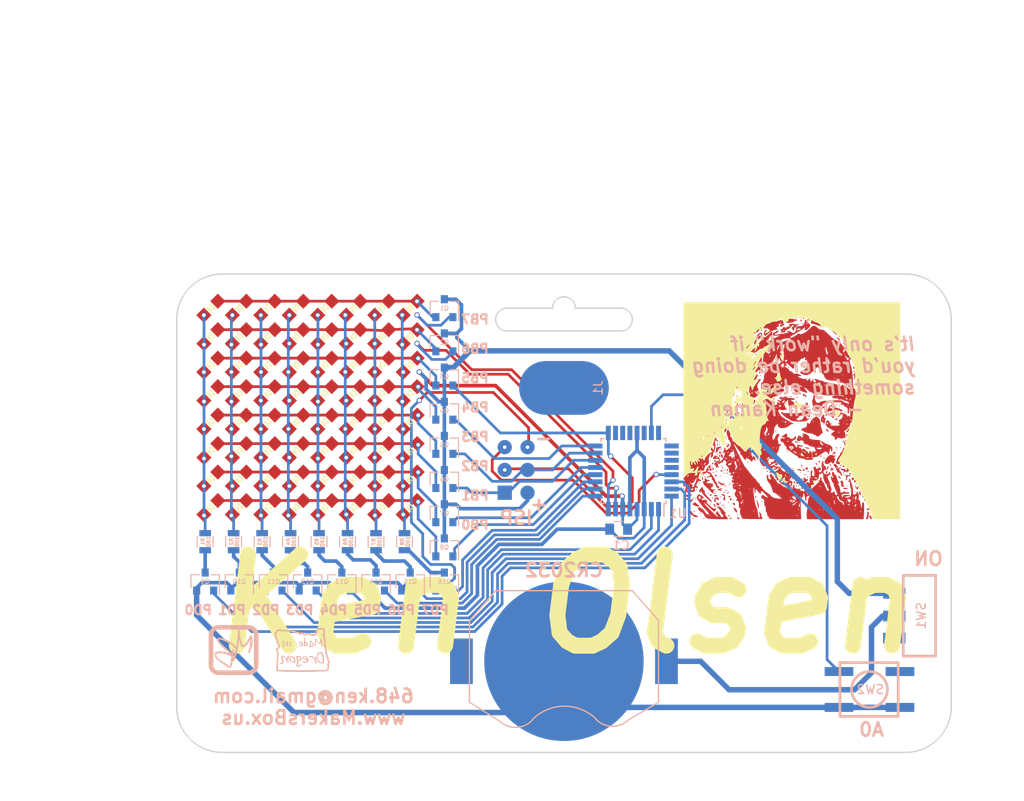
<source format=kicad_pcb>
(kicad_pcb (version 4) (host pcbnew 4.0.7)
  (layers (0 F.Cu signal) (31 B.Cu signal) (34 B.Paste user) (35 F.Paste user) (36 B.SilkS user) (37 F.SilkS user hide) (38 B.Mask user) (39 F.Mask user) (44 Edge.Cuts user))
  (net 0 "")
  (net 1 +3V3)
  (net 2 GND)
  (net 3 "Net-(D1-Pad2)")
  (net 4 "Net-(D1-Pad1)")
  (net 5 "Net-(D10-Pad2)")
  (net 6 "Net-(D11-Pad2)")
  (net 7 "Net-(D12-Pad2)")
  (net 8 "Net-(D13-Pad2)")
  (net 9 "Net-(D14-Pad2)")
  (net 10 "Net-(D15-Pad2)")
  (net 11 "Net-(D16-Pad2)")
  (net 12 "Net-(D10-Pad1)")
  (net 13 "Net-(D17-Pad1)")
  (net 14 "Net-(D25-Pad1)")
  (net 15 "Net-(D33-Pad1)")
  (net 16 "Net-(D41-Pad1)")
  (net 17 "Net-(D49-Pad1)")
  (net 18 "Net-(D57-Pad1)")
  (net 19 "Net-(U1-Pad18)")
  (net 20 "Net-(U1-Pad19)")
  (net 21 "Net-(U1-Pad20)")
  (net 22 "Net-(U1-Pad22)")
  (net 23 /RESET)
  (net 24 /A0)
  (net 25 /A1)
  (net 26 /A2)
  (net 27 /A3)
  (net 28 /A4)
  (net 29 /A5)
  (net 30 /PB6)
  (net 31 /PB7)
  (net 32 /PB0)
  (net 33 /PB1)
  (net 34 /PB2)
  (net 35 /PB3)
  (net 36 /PB4)
  (net 37 /PB5)
  (net 38 "Net-(BT1-Pad1)")
  (net 39 /PD0)
  (net 40 /PD1)
  (net 41 /PD2)
  (net 42 /PD3)
  (net 43 /PD4)
  (net 44 /PD5)
  (net 45 /PD6)
  (net 46 /PD7)
  (net 47 "Net-(SW1-Pad3)")
  (net 48 "Net-(J1-Pad1)")
  (net 49 "Net-(Q9-Pad3)")
  (net 50 "Net-(Q10-Pad3)")
  (net 51 "Net-(Q11-Pad3)")
  (net 52 "Net-(Q12-Pad3)")
  (net 53 "Net-(Q13-Pad3)")
  (net 54 "Net-(Q14-Pad3)")
  (net 55 "Net-(Q15-Pad3)")
  (net 56 "Net-(Q16-Pad3)")
  (module footprints:SOT-23 (layer B.Cu) (at 158.115 105.41 90)
    (fp_text reference Q15 hide)
    (fp_text value Q_NPN_BEC hide)
    (fp_text user %R (at 0 0 360) (layer B.SilkS) (effects (font (size 0.5 0.5) (thickness 0.075)) (justify mirror)))
    (pad 1 smd rect (at -1 0.95 90) (size 0.9 0.8) (layers B.Cu B.Paste B.Mask) (net 45 /PD6))
    (pad 2 smd rect (at -1 -0.95 90) (size 0.9 0.8) (layers B.Cu B.Paste B.Mask) (net 2 GND))
    (pad 3 smd rect (at 1 0 90) (size 0.9 0.8) (layers B.Cu B.Paste B.Mask) (net 55 "Net-(Q15-Pad3)"))
  )
  (module footprints:SPST_SMD (layer B.Cu) (at 212.09 109.22 270)
    (fp_text reference SW1 (at 0 -3 270) (layer B.SilkS) (effects (justify mirror)))
    (fp_text value SW_SPDT)
    (pad "" np_thru_hole circle (at 3.4 -2.75 270) (size 0.9 0.9) (drill 0.9) (layers *.Cu *.Mask))
    (pad 1 smd rect (at -2.5 0 270) (size 1.2 2.5) (layers B.Cu B.Paste B.Mask) (net 1 +3V3))
    (pad 2 smd rect (at 0.04 0 270) (size 1.2 2.5) (layers B.Cu B.Paste B.Mask) (net 38 "Net-(BT1-Pad1)"))
    (pad 3 smd rect (at 2.5 0 270) (size 1.2 2.5) (layers B.Cu B.Paste B.Mask) (net 47 "Net-(SW1-Pad3)"))
    (pad "" np_thru_hole circle (at -3.4 -2.75 270) (size 0.9 0.9) (drill 0.9) (layers *.Cu *.Mask))
  )
  (module footprints:LED_0805 (layer F.Cu) (at 135.89 74.93 45)
    (fp_text reference D1 hide)
    (fp_text value LED hide)
    (pad 2 smd rect (at 1.1 0 225) (size 1.2 1.2) (layers F.Cu F.Paste F.Mask) (net 3 "Net-(D1-Pad2)"))
    (pad 1 smd rect (at -1.1 0 225) (size 1.2 1.2) (layers F.Cu F.Paste F.Mask) (net 4 "Net-(D1-Pad1)"))
  )
  (module footprints:LED_0805 (layer F.Cu) (at 135.89 84.455 45)
    (fp_text reference D4 hide)
    (fp_text value LED hide)
    (pad 2 smd rect (at 1.1 0 225) (size 1.2 1.2) (layers F.Cu F.Paste F.Mask) (net 7 "Net-(D12-Pad2)"))
    (pad 1 smd rect (at -1.1 0 225) (size 1.2 1.2) (layers F.Cu F.Paste F.Mask) (net 4 "Net-(D1-Pad1)"))
  )
  (module footprints:LED_0805 (layer F.Cu) (at 135.89 78.105 45)
    (fp_text reference D2 hide)
    (fp_text value LED hide)
    (pad 2 smd rect (at 1.1 0 225) (size 1.2 1.2) (layers F.Cu F.Paste F.Mask) (net 5 "Net-(D10-Pad2)"))
    (pad 1 smd rect (at -1.1 0 225) (size 1.2 1.2) (layers F.Cu F.Paste F.Mask) (net 4 "Net-(D1-Pad1)"))
  )
  (module footprints:LED_0805 (layer F.Cu) (at 135.89 81.28 45)
    (fp_text reference D3 hide)
    (fp_text value LED hide)
    (pad 2 smd rect (at 1.1 0 225) (size 1.2 1.2) (layers F.Cu F.Paste F.Mask) (net 6 "Net-(D11-Pad2)"))
    (pad 1 smd rect (at -1.1 0 225) (size 1.2 1.2) (layers F.Cu F.Paste F.Mask) (net 4 "Net-(D1-Pad1)"))
  )
  (module footprints:LED_0805 (layer F.Cu) (at 135.89 87.63 45)
    (fp_text reference D5 hide)
    (fp_text value LED hide)
    (pad 2 smd rect (at 1.1 0 225) (size 1.2 1.2) (layers F.Cu F.Paste F.Mask) (net 8 "Net-(D13-Pad2)"))
    (pad 1 smd rect (at -1.1 0 225) (size 1.2 1.2) (layers F.Cu F.Paste F.Mask) (net 4 "Net-(D1-Pad1)"))
  )
  (module footprints:LED_0805 (layer F.Cu) (at 135.89 90.805 45)
    (fp_text reference D6 hide)
    (fp_text value LED hide)
    (pad 2 smd rect (at 1.1 0 225) (size 1.2 1.2) (layers F.Cu F.Paste F.Mask) (net 9 "Net-(D14-Pad2)"))
    (pad 1 smd rect (at -1.1 0 225) (size 1.2 1.2) (layers F.Cu F.Paste F.Mask) (net 4 "Net-(D1-Pad1)"))
  )
  (module footprints:LED_0805 (layer F.Cu) (at 135.89 93.98 45)
    (fp_text reference D7 hide)
    (fp_text value LED hide)
    (pad 2 smd rect (at 1.1 0 225) (size 1.2 1.2) (layers F.Cu F.Paste F.Mask) (net 10 "Net-(D15-Pad2)"))
    (pad 1 smd rect (at -1.1 0 225) (size 1.2 1.2) (layers F.Cu F.Paste F.Mask) (net 4 "Net-(D1-Pad1)"))
  )
  (module footprints:LED_0805 (layer F.Cu) (at 135.89 97.155 45)
    (fp_text reference D8 hide)
    (fp_text value LED hide)
    (pad 2 smd rect (at 1.1 0 225) (size 1.2 1.2) (layers F.Cu F.Paste F.Mask) (net 11 "Net-(D16-Pad2)"))
    (pad 1 smd rect (at -1.1 0 225) (size 1.2 1.2) (layers F.Cu F.Paste F.Mask) (net 4 "Net-(D1-Pad1)"))
  )
  (module footprints:LED_0805 (layer F.Cu) (at 139.065 74.93 45)
    (fp_text reference D9 hide)
    (fp_text value LED hide)
    (pad 2 smd rect (at 1.1 0 225) (size 1.2 1.2) (layers F.Cu F.Paste F.Mask) (net 3 "Net-(D1-Pad2)"))
    (pad 1 smd rect (at -1.1 0 225) (size 1.2 1.2) (layers F.Cu F.Paste F.Mask) (net 12 "Net-(D10-Pad1)"))
  )
  (module footprints:LED_0805 (layer F.Cu) (at 139.065 78.105 45)
    (fp_text reference D10 hide)
    (fp_text value LED hide)
    (pad 2 smd rect (at 1.1 0 225) (size 1.2 1.2) (layers F.Cu F.Paste F.Mask) (net 5 "Net-(D10-Pad2)"))
    (pad 1 smd rect (at -1.1 0 225) (size 1.2 1.2) (layers F.Cu F.Paste F.Mask) (net 12 "Net-(D10-Pad1)"))
  )
  (module footprints:LED_0805 (layer F.Cu) (at 139.065 81.28 45)
    (fp_text reference D11 hide)
    (fp_text value LED hide)
    (pad 2 smd rect (at 1.1 0 225) (size 1.2 1.2) (layers F.Cu F.Paste F.Mask) (net 6 "Net-(D11-Pad2)"))
    (pad 1 smd rect (at -1.1 0 225) (size 1.2 1.2) (layers F.Cu F.Paste F.Mask) (net 12 "Net-(D10-Pad1)"))
  )
  (module footprints:LED_0805 (layer F.Cu) (at 139.065 84.455 45)
    (fp_text reference D12 hide)
    (fp_text value LED hide)
    (pad 2 smd rect (at 1.1 0 225) (size 1.2 1.2) (layers F.Cu F.Paste F.Mask) (net 7 "Net-(D12-Pad2)"))
    (pad 1 smd rect (at -1.1 0 225) (size 1.2 1.2) (layers F.Cu F.Paste F.Mask) (net 12 "Net-(D10-Pad1)"))
  )
  (module footprints:LED_0805 (layer F.Cu) (at 139.065 87.63 45)
    (fp_text reference D13 hide)
    (fp_text value LED hide)
    (pad 2 smd rect (at 1.1 0 225) (size 1.2 1.2) (layers F.Cu F.Paste F.Mask) (net 8 "Net-(D13-Pad2)"))
    (pad 1 smd rect (at -1.1 0 225) (size 1.2 1.2) (layers F.Cu F.Paste F.Mask) (net 12 "Net-(D10-Pad1)"))
  )
  (module footprints:LED_0805 (layer F.Cu) (at 139.065 90.805 45)
    (fp_text reference D14 hide)
    (fp_text value LED hide)
    (pad 2 smd rect (at 1.1 0 225) (size 1.2 1.2) (layers F.Cu F.Paste F.Mask) (net 9 "Net-(D14-Pad2)"))
    (pad 1 smd rect (at -1.1 0 225) (size 1.2 1.2) (layers F.Cu F.Paste F.Mask) (net 12 "Net-(D10-Pad1)"))
  )
  (module footprints:LED_0805 (layer F.Cu) (at 139.065 93.98 45)
    (fp_text reference D15 hide)
    (fp_text value LED hide)
    (pad 2 smd rect (at 1.1 0 225) (size 1.2 1.2) (layers F.Cu F.Paste F.Mask) (net 10 "Net-(D15-Pad2)"))
    (pad 1 smd rect (at -1.1 0 225) (size 1.2 1.2) (layers F.Cu F.Paste F.Mask) (net 12 "Net-(D10-Pad1)"))
  )
  (module footprints:LED_0805 (layer F.Cu) (at 139.065 97.155 45)
    (fp_text reference D16 hide)
    (fp_text value LED hide)
    (pad 2 smd rect (at 1.1 0 225) (size 1.2 1.2) (layers F.Cu F.Paste F.Mask) (net 11 "Net-(D16-Pad2)"))
    (pad 1 smd rect (at -1.1 0 225) (size 1.2 1.2) (layers F.Cu F.Paste F.Mask) (net 12 "Net-(D10-Pad1)"))
  )
  (module footprints:LED_0805 (layer F.Cu) (at 142.24 74.93 45)
    (fp_text reference D17 hide)
    (fp_text value LED hide)
    (pad 2 smd rect (at 1.1 0 225) (size 1.2 1.2) (layers F.Cu F.Paste F.Mask) (net 3 "Net-(D1-Pad2)"))
    (pad 1 smd rect (at -1.1 0 225) (size 1.2 1.2) (layers F.Cu F.Paste F.Mask) (net 13 "Net-(D17-Pad1)"))
  )
  (module footprints:LED_0805 (layer F.Cu) (at 142.24 78.105 45)
    (fp_text reference D18 hide)
    (fp_text value LED hide)
    (pad 2 smd rect (at 1.1 0 225) (size 1.2 1.2) (layers F.Cu F.Paste F.Mask) (net 5 "Net-(D10-Pad2)"))
    (pad 1 smd rect (at -1.1 0 225) (size 1.2 1.2) (layers F.Cu F.Paste F.Mask) (net 13 "Net-(D17-Pad1)"))
  )
  (module footprints:LED_0805 (layer F.Cu) (at 142.24 81.28 45)
    (fp_text reference D19 hide)
    (fp_text value LED hide)
    (pad 2 smd rect (at 1.1 0 225) (size 1.2 1.2) (layers F.Cu F.Paste F.Mask) (net 6 "Net-(D11-Pad2)"))
    (pad 1 smd rect (at -1.1 0 225) (size 1.2 1.2) (layers F.Cu F.Paste F.Mask) (net 13 "Net-(D17-Pad1)"))
  )
  (module footprints:LED_0805 (layer F.Cu) (at 142.24 84.455 45)
    (fp_text reference D20 hide)
    (fp_text value LED hide)
    (pad 2 smd rect (at 1.1 0 225) (size 1.2 1.2) (layers F.Cu F.Paste F.Mask) (net 7 "Net-(D12-Pad2)"))
    (pad 1 smd rect (at -1.1 0 225) (size 1.2 1.2) (layers F.Cu F.Paste F.Mask) (net 13 "Net-(D17-Pad1)"))
  )
  (module footprints:LED_0805 (layer F.Cu) (at 142.24 87.63 45)
    (fp_text reference D21 hide)
    (fp_text value LED hide)
    (pad 2 smd rect (at 1.1 0 225) (size 1.2 1.2) (layers F.Cu F.Paste F.Mask) (net 8 "Net-(D13-Pad2)"))
    (pad 1 smd rect (at -1.1 0 225) (size 1.2 1.2) (layers F.Cu F.Paste F.Mask) (net 13 "Net-(D17-Pad1)"))
  )
  (module footprints:LED_0805 (layer F.Cu) (at 142.24 90.805 45)
    (fp_text reference D22 hide)
    (fp_text value LED hide)
    (pad 2 smd rect (at 1.1 0 225) (size 1.2 1.2) (layers F.Cu F.Paste F.Mask) (net 9 "Net-(D14-Pad2)"))
    (pad 1 smd rect (at -1.1 0 225) (size 1.2 1.2) (layers F.Cu F.Paste F.Mask) (net 13 "Net-(D17-Pad1)"))
  )
  (module footprints:LED_0805 (layer F.Cu) (at 142.24 93.98 45)
    (fp_text reference D23 hide)
    (fp_text value LED hide)
    (pad 2 smd rect (at 1.1 0 225) (size 1.2 1.2) (layers F.Cu F.Paste F.Mask) (net 10 "Net-(D15-Pad2)"))
    (pad 1 smd rect (at -1.1 0 225) (size 1.2 1.2) (layers F.Cu F.Paste F.Mask) (net 13 "Net-(D17-Pad1)"))
  )
  (module footprints:LED_0805 (layer F.Cu) (at 142.24 97.155 45)
    (fp_text reference D24 hide)
    (fp_text value LED hide)
    (pad 2 smd rect (at 1.1 0 225) (size 1.2 1.2) (layers F.Cu F.Paste F.Mask) (net 11 "Net-(D16-Pad2)"))
    (pad 1 smd rect (at -1.1 0 225) (size 1.2 1.2) (layers F.Cu F.Paste F.Mask) (net 13 "Net-(D17-Pad1)"))
  )
  (module footprints:LED_0805 (layer F.Cu) (at 145.415 74.93 45)
    (fp_text reference D25 hide)
    (fp_text value LED hide)
    (pad 2 smd rect (at 1.1 0 225) (size 1.2 1.2) (layers F.Cu F.Paste F.Mask) (net 3 "Net-(D1-Pad2)"))
    (pad 1 smd rect (at -1.1 0 225) (size 1.2 1.2) (layers F.Cu F.Paste F.Mask) (net 14 "Net-(D25-Pad1)"))
  )
  (module footprints:LED_0805 (layer F.Cu) (at 145.415 78.105 45)
    (fp_text reference D26 hide)
    (fp_text value LED hide)
    (pad 2 smd rect (at 1.1 0 225) (size 1.2 1.2) (layers F.Cu F.Paste F.Mask) (net 5 "Net-(D10-Pad2)"))
    (pad 1 smd rect (at -1.1 0 225) (size 1.2 1.2) (layers F.Cu F.Paste F.Mask) (net 14 "Net-(D25-Pad1)"))
  )
  (module footprints:LED_0805 (layer F.Cu) (at 145.415 81.28 45)
    (fp_text reference D27 hide)
    (fp_text value LED hide)
    (pad 2 smd rect (at 1.1 0 225) (size 1.2 1.2) (layers F.Cu F.Paste F.Mask) (net 6 "Net-(D11-Pad2)"))
    (pad 1 smd rect (at -1.1 0 225) (size 1.2 1.2) (layers F.Cu F.Paste F.Mask) (net 14 "Net-(D25-Pad1)"))
  )
  (module footprints:LED_0805 (layer F.Cu) (at 145.415 84.455 45)
    (fp_text reference D28 hide)
    (fp_text value LED hide)
    (pad 2 smd rect (at 1.1 0 225) (size 1.2 1.2) (layers F.Cu F.Paste F.Mask) (net 7 "Net-(D12-Pad2)"))
    (pad 1 smd rect (at -1.1 0 225) (size 1.2 1.2) (layers F.Cu F.Paste F.Mask) (net 14 "Net-(D25-Pad1)"))
  )
  (module footprints:LED_0805 (layer F.Cu) (at 145.415 87.63 45)
    (fp_text reference D29 hide)
    (fp_text value LED hide)
    (pad 2 smd rect (at 1.1 0 225) (size 1.2 1.2) (layers F.Cu F.Paste F.Mask) (net 8 "Net-(D13-Pad2)"))
    (pad 1 smd rect (at -1.1 0 225) (size 1.2 1.2) (layers F.Cu F.Paste F.Mask) (net 14 "Net-(D25-Pad1)"))
  )
  (module footprints:LED_0805 (layer F.Cu) (at 145.415 90.805 45)
    (fp_text reference D30 hide)
    (fp_text value LED hide)
    (pad 2 smd rect (at 1.1 0 225) (size 1.2 1.2) (layers F.Cu F.Paste F.Mask) (net 9 "Net-(D14-Pad2)"))
    (pad 1 smd rect (at -1.1 0 225) (size 1.2 1.2) (layers F.Cu F.Paste F.Mask) (net 14 "Net-(D25-Pad1)"))
  )
  (module footprints:LED_0805 (layer F.Cu) (at 145.415 93.98 45)
    (fp_text reference D31 hide)
    (fp_text value LED hide)
    (pad 2 smd rect (at 1.1 0 225) (size 1.2 1.2) (layers F.Cu F.Paste F.Mask) (net 10 "Net-(D15-Pad2)"))
    (pad 1 smd rect (at -1.1 0 225) (size 1.2 1.2) (layers F.Cu F.Paste F.Mask) (net 14 "Net-(D25-Pad1)"))
  )
  (module footprints:LED_0805 (layer F.Cu) (at 145.415 97.155 45)
    (fp_text reference D32 hide)
    (fp_text value LED hide)
    (pad 2 smd rect (at 1.1 0 225) (size 1.2 1.2) (layers F.Cu F.Paste F.Mask) (net 11 "Net-(D16-Pad2)"))
    (pad 1 smd rect (at -1.1 0 225) (size 1.2 1.2) (layers F.Cu F.Paste F.Mask) (net 14 "Net-(D25-Pad1)"))
  )
  (module footprints:LED_0805 (layer F.Cu) (at 148.59 74.93 45)
    (fp_text reference D33 hide)
    (fp_text value LED hide)
    (pad 2 smd rect (at 1.1 0 225) (size 1.2 1.2) (layers F.Cu F.Paste F.Mask) (net 3 "Net-(D1-Pad2)"))
    (pad 1 smd rect (at -1.1 0 225) (size 1.2 1.2) (layers F.Cu F.Paste F.Mask) (net 15 "Net-(D33-Pad1)"))
  )
  (module footprints:LED_0805 (layer F.Cu) (at 148.59 78.105 45)
    (fp_text reference D34 hide)
    (fp_text value LED hide)
    (pad 2 smd rect (at 1.1 0 225) (size 1.2 1.2) (layers F.Cu F.Paste F.Mask) (net 5 "Net-(D10-Pad2)"))
    (pad 1 smd rect (at -1.1 0 225) (size 1.2 1.2) (layers F.Cu F.Paste F.Mask) (net 15 "Net-(D33-Pad1)"))
  )
  (module footprints:LED_0805 (layer F.Cu) (at 148.59 81.28 45)
    (fp_text reference D35 hide)
    (fp_text value LED hide)
    (pad 2 smd rect (at 1.1 0 225) (size 1.2 1.2) (layers F.Cu F.Paste F.Mask) (net 6 "Net-(D11-Pad2)"))
    (pad 1 smd rect (at -1.1 0 225) (size 1.2 1.2) (layers F.Cu F.Paste F.Mask) (net 15 "Net-(D33-Pad1)"))
  )
  (module footprints:LED_0805 (layer F.Cu) (at 148.59 84.455 45)
    (fp_text reference D36 hide)
    (fp_text value LED hide)
    (pad 2 smd rect (at 1.1 0 225) (size 1.2 1.2) (layers F.Cu F.Paste F.Mask) (net 7 "Net-(D12-Pad2)"))
    (pad 1 smd rect (at -1.1 0 225) (size 1.2 1.2) (layers F.Cu F.Paste F.Mask) (net 15 "Net-(D33-Pad1)"))
  )
  (module footprints:LED_0805 (layer F.Cu) (at 148.59 87.63 45)
    (fp_text reference D37 hide)
    (fp_text value LED hide)
    (pad 2 smd rect (at 1.1 0 225) (size 1.2 1.2) (layers F.Cu F.Paste F.Mask) (net 8 "Net-(D13-Pad2)"))
    (pad 1 smd rect (at -1.1 0 225) (size 1.2 1.2) (layers F.Cu F.Paste F.Mask) (net 15 "Net-(D33-Pad1)"))
  )
  (module footprints:LED_0805 (layer F.Cu) (at 148.59 90.805 45)
    (fp_text reference D38 hide)
    (fp_text value LED hide)
    (pad 2 smd rect (at 1.1 0 225) (size 1.2 1.2) (layers F.Cu F.Paste F.Mask) (net 9 "Net-(D14-Pad2)"))
    (pad 1 smd rect (at -1.1 0 225) (size 1.2 1.2) (layers F.Cu F.Paste F.Mask) (net 15 "Net-(D33-Pad1)"))
  )
  (module footprints:LED_0805 (layer F.Cu) (at 148.59 93.98 45)
    (fp_text reference D39 hide)
    (fp_text value LED hide)
    (pad 2 smd rect (at 1.1 0 225) (size 1.2 1.2) (layers F.Cu F.Paste F.Mask) (net 10 "Net-(D15-Pad2)"))
    (pad 1 smd rect (at -1.1 0 225) (size 1.2 1.2) (layers F.Cu F.Paste F.Mask) (net 15 "Net-(D33-Pad1)"))
  )
  (module footprints:LED_0805 (layer F.Cu) (at 148.59 97.155 45)
    (fp_text reference D40 hide)
    (fp_text value LED hide)
    (pad 2 smd rect (at 1.1 0 225) (size 1.2 1.2) (layers F.Cu F.Paste F.Mask) (net 11 "Net-(D16-Pad2)"))
    (pad 1 smd rect (at -1.1 0 225) (size 1.2 1.2) (layers F.Cu F.Paste F.Mask) (net 15 "Net-(D33-Pad1)"))
  )
  (module footprints:LED_0805 (layer F.Cu) (at 151.765 74.93 45)
    (fp_text reference D41 hide)
    (fp_text value LED hide)
    (pad 2 smd rect (at 1.1 0 225) (size 1.2 1.2) (layers F.Cu F.Paste F.Mask) (net 3 "Net-(D1-Pad2)"))
    (pad 1 smd rect (at -1.1 0 225) (size 1.2 1.2) (layers F.Cu F.Paste F.Mask) (net 16 "Net-(D41-Pad1)"))
  )
  (module footprints:LED_0805 (layer F.Cu) (at 151.765 78.105 45)
    (fp_text reference D42 hide)
    (fp_text value LED hide)
    (pad 2 smd rect (at 1.1 0 225) (size 1.2 1.2) (layers F.Cu F.Paste F.Mask) (net 5 "Net-(D10-Pad2)"))
    (pad 1 smd rect (at -1.1 0 225) (size 1.2 1.2) (layers F.Cu F.Paste F.Mask) (net 16 "Net-(D41-Pad1)"))
  )
  (module footprints:LED_0805 (layer F.Cu) (at 151.765 81.28 45)
    (fp_text reference D43 hide)
    (fp_text value LED hide)
    (pad 2 smd rect (at 1.1 0 225) (size 1.2 1.2) (layers F.Cu F.Paste F.Mask) (net 6 "Net-(D11-Pad2)"))
    (pad 1 smd rect (at -1.1 0 225) (size 1.2 1.2) (layers F.Cu F.Paste F.Mask) (net 16 "Net-(D41-Pad1)"))
  )
  (module footprints:LED_0805 (layer F.Cu) (at 151.765 84.455 45)
    (fp_text reference D44 hide)
    (fp_text value LED hide)
    (pad 2 smd rect (at 1.1 0 225) (size 1.2 1.2) (layers F.Cu F.Paste F.Mask) (net 7 "Net-(D12-Pad2)"))
    (pad 1 smd rect (at -1.1 0 225) (size 1.2 1.2) (layers F.Cu F.Paste F.Mask) (net 16 "Net-(D41-Pad1)"))
  )
  (module footprints:LED_0805 (layer F.Cu) (at 151.765 87.63 45)
    (fp_text reference D45 hide)
    (fp_text value LED hide)
    (pad 2 smd rect (at 1.1 0 225) (size 1.2 1.2) (layers F.Cu F.Paste F.Mask) (net 8 "Net-(D13-Pad2)"))
    (pad 1 smd rect (at -1.1 0 225) (size 1.2 1.2) (layers F.Cu F.Paste F.Mask) (net 16 "Net-(D41-Pad1)"))
  )
  (module footprints:LED_0805 (layer F.Cu) (at 151.765 90.805 45)
    (fp_text reference D46 hide)
    (fp_text value LED hide)
    (pad 2 smd rect (at 1.1 0 225) (size 1.2 1.2) (layers F.Cu F.Paste F.Mask) (net 9 "Net-(D14-Pad2)"))
    (pad 1 smd rect (at -1.1 0 225) (size 1.2 1.2) (layers F.Cu F.Paste F.Mask) (net 16 "Net-(D41-Pad1)"))
  )
  (module footprints:LED_0805 (layer F.Cu) (at 151.765 93.98 45)
    (fp_text reference D47 hide)
    (fp_text value LED hide)
    (pad 2 smd rect (at 1.1 0 225) (size 1.2 1.2) (layers F.Cu F.Paste F.Mask) (net 10 "Net-(D15-Pad2)"))
    (pad 1 smd rect (at -1.1 0 225) (size 1.2 1.2) (layers F.Cu F.Paste F.Mask) (net 16 "Net-(D41-Pad1)"))
  )
  (module footprints:LED_0805 (layer F.Cu) (at 151.765 97.155 45)
    (fp_text reference D48 hide)
    (fp_text value LED hide)
    (pad 2 smd rect (at 1.1 0 225) (size 1.2 1.2) (layers F.Cu F.Paste F.Mask) (net 11 "Net-(D16-Pad2)"))
    (pad 1 smd rect (at -1.1 0 225) (size 1.2 1.2) (layers F.Cu F.Paste F.Mask) (net 16 "Net-(D41-Pad1)"))
  )
  (module footprints:LED_0805 (layer F.Cu) (at 154.94 74.93 45)
    (fp_text reference D49 hide)
    (fp_text value LED hide)
    (pad 2 smd rect (at 1.1 0 225) (size 1.2 1.2) (layers F.Cu F.Paste F.Mask) (net 3 "Net-(D1-Pad2)"))
    (pad 1 smd rect (at -1.1 0 225) (size 1.2 1.2) (layers F.Cu F.Paste F.Mask) (net 17 "Net-(D49-Pad1)"))
  )
  (module footprints:LED_0805 (layer F.Cu) (at 154.94 78.105 45)
    (fp_text reference D50 hide)
    (fp_text value LED hide)
    (pad 2 smd rect (at 1.1 0 225) (size 1.2 1.2) (layers F.Cu F.Paste F.Mask) (net 5 "Net-(D10-Pad2)"))
    (pad 1 smd rect (at -1.1 0 225) (size 1.2 1.2) (layers F.Cu F.Paste F.Mask) (net 17 "Net-(D49-Pad1)"))
  )
  (module footprints:LED_0805 (layer F.Cu) (at 154.94 81.28 45)
    (fp_text reference D51 hide)
    (fp_text value LED hide)
    (pad 2 smd rect (at 1.1 0 225) (size 1.2 1.2) (layers F.Cu F.Paste F.Mask) (net 6 "Net-(D11-Pad2)"))
    (pad 1 smd rect (at -1.1 0 225) (size 1.2 1.2) (layers F.Cu F.Paste F.Mask) (net 17 "Net-(D49-Pad1)"))
  )
  (module footprints:LED_0805 (layer F.Cu) (at 154.94 84.455 45)
    (fp_text reference D52 hide)
    (fp_text value LED hide)
    (pad 2 smd rect (at 1.1 0 225) (size 1.2 1.2) (layers F.Cu F.Paste F.Mask) (net 7 "Net-(D12-Pad2)"))
    (pad 1 smd rect (at -1.1 0 225) (size 1.2 1.2) (layers F.Cu F.Paste F.Mask) (net 17 "Net-(D49-Pad1)"))
  )
  (module footprints:LED_0805 (layer F.Cu) (at 154.94 87.63 45)
    (fp_text reference D53 hide)
    (fp_text value LED hide)
    (pad 2 smd rect (at 1.1 0 225) (size 1.2 1.2) (layers F.Cu F.Paste F.Mask) (net 8 "Net-(D13-Pad2)"))
    (pad 1 smd rect (at -1.1 0 225) (size 1.2 1.2) (layers F.Cu F.Paste F.Mask) (net 17 "Net-(D49-Pad1)"))
  )
  (module footprints:LED_0805 (layer F.Cu) (at 154.94 90.805 45)
    (fp_text reference D54 hide)
    (fp_text value LED hide)
    (pad 2 smd rect (at 1.1 0 225) (size 1.2 1.2) (layers F.Cu F.Paste F.Mask) (net 9 "Net-(D14-Pad2)"))
    (pad 1 smd rect (at -1.1 0 225) (size 1.2 1.2) (layers F.Cu F.Paste F.Mask) (net 17 "Net-(D49-Pad1)"))
  )
  (module footprints:LED_0805 (layer F.Cu) (at 154.94 93.98 45)
    (fp_text reference D55 hide)
    (fp_text value LED hide)
    (pad 2 smd rect (at 1.1 0 225) (size 1.2 1.2) (layers F.Cu F.Paste F.Mask) (net 10 "Net-(D15-Pad2)"))
    (pad 1 smd rect (at -1.1 0 225) (size 1.2 1.2) (layers F.Cu F.Paste F.Mask) (net 17 "Net-(D49-Pad1)"))
  )
  (module footprints:LED_0805 (layer F.Cu) (at 154.94 97.155 45)
    (fp_text reference D56 hide)
    (fp_text value LED hide)
    (pad 2 smd rect (at 1.1 0 225) (size 1.2 1.2) (layers F.Cu F.Paste F.Mask) (net 11 "Net-(D16-Pad2)"))
    (pad 1 smd rect (at -1.1 0 225) (size 1.2 1.2) (layers F.Cu F.Paste F.Mask) (net 17 "Net-(D49-Pad1)"))
  )
  (module footprints:LED_0805 (layer F.Cu) (at 158.115 74.93 45)
    (fp_text reference D57 hide)
    (fp_text value LED hide)
    (pad 2 smd rect (at 1.1 0 225) (size 1.2 1.2) (layers F.Cu F.Paste F.Mask) (net 3 "Net-(D1-Pad2)"))
    (pad 1 smd rect (at -1.1 0 225) (size 1.2 1.2) (layers F.Cu F.Paste F.Mask) (net 18 "Net-(D57-Pad1)"))
  )
  (module footprints:LED_0805 (layer F.Cu) (at 158.115 78.105 45)
    (fp_text reference D58 hide)
    (fp_text value LED hide)
    (pad 2 smd rect (at 1.1 0 225) (size 1.2 1.2) (layers F.Cu F.Paste F.Mask) (net 5 "Net-(D10-Pad2)"))
    (pad 1 smd rect (at -1.1 0 225) (size 1.2 1.2) (layers F.Cu F.Paste F.Mask) (net 18 "Net-(D57-Pad1)"))
  )
  (module footprints:LED_0805 (layer F.Cu) (at 158.115 81.28 45)
    (fp_text reference D59 hide)
    (fp_text value LED hide)
    (pad 2 smd rect (at 1.1 0 225) (size 1.2 1.2) (layers F.Cu F.Paste F.Mask) (net 6 "Net-(D11-Pad2)"))
    (pad 1 smd rect (at -1.1 0 225) (size 1.2 1.2) (layers F.Cu F.Paste F.Mask) (net 18 "Net-(D57-Pad1)"))
  )
  (module footprints:LED_0805 (layer F.Cu) (at 158.115 84.455 45)
    (fp_text reference D60 hide)
    (fp_text value LED hide)
    (pad 2 smd rect (at 1.1 0 225) (size 1.2 1.2) (layers F.Cu F.Paste F.Mask) (net 7 "Net-(D12-Pad2)"))
    (pad 1 smd rect (at -1.1 0 225) (size 1.2 1.2) (layers F.Cu F.Paste F.Mask) (net 18 "Net-(D57-Pad1)"))
  )
  (module footprints:LED_0805 (layer F.Cu) (at 158.115 87.63 45)
    (fp_text reference D61 hide)
    (fp_text value LED hide)
    (pad 2 smd rect (at 1.1 0 225) (size 1.2 1.2) (layers F.Cu F.Paste F.Mask) (net 8 "Net-(D13-Pad2)"))
    (pad 1 smd rect (at -1.1 0 225) (size 1.2 1.2) (layers F.Cu F.Paste F.Mask) (net 18 "Net-(D57-Pad1)"))
  )
  (module footprints:LED_0805 (layer F.Cu) (at 158.115 90.805 45)
    (fp_text reference D62 hide)
    (fp_text value LED hide)
    (pad 2 smd rect (at 1.1 0 225) (size 1.2 1.2) (layers F.Cu F.Paste F.Mask) (net 9 "Net-(D14-Pad2)"))
    (pad 1 smd rect (at -1.1 0 225) (size 1.2 1.2) (layers F.Cu F.Paste F.Mask) (net 18 "Net-(D57-Pad1)"))
  )
  (module footprints:LED_0805 (layer F.Cu) (at 158.115 93.98 45)
    (fp_text reference D63 hide)
    (fp_text value LED hide)
    (pad 2 smd rect (at 1.1 0 225) (size 1.2 1.2) (layers F.Cu F.Paste F.Mask) (net 10 "Net-(D15-Pad2)"))
    (pad 1 smd rect (at -1.1 0 225) (size 1.2 1.2) (layers F.Cu F.Paste F.Mask) (net 18 "Net-(D57-Pad1)"))
  )
  (module footprints:LED_0805 (layer F.Cu) (at 158.115 97.155 45)
    (fp_text reference D64 hide)
    (fp_text value LED hide)
    (pad 2 smd rect (at 1.1 0 225) (size 1.2 1.2) (layers F.Cu F.Paste F.Mask) (net 11 "Net-(D16-Pad2)"))
    (pad 1 smd rect (at -1.1 0 225) (size 1.2 1.2) (layers F.Cu F.Paste F.Mask) (net 18 "Net-(D57-Pad1)"))
  )
  (module footprints:R_0805 (layer B.Cu) (at 154.305 100.965 270)
    (fp_text reference R7 (at 0 0.254 270) (layer B.SilkS) (effects (font (size 0.4 0.4) (thickness 0.1)) (justify mirror)))
    (fp_text value 100 (at 0 -0.381 270) (layer B.SilkS) (effects (font (size 0.4 0.4) (thickness 0.1)) (justify mirror)))
    (pad 1 smd rect (at -0.95 0 270) (size 0.7 1.3) (layers B.Cu B.Paste B.Mask) (net 17 "Net-(D49-Pad1)"))
    (pad 2 smd rect (at 0.95 0 270) (size 0.7 1.3) (layers B.Cu B.Paste B.Mask) (net 55 "Net-(Q15-Pad3)"))
  )
  (module footprints:R_0805 (layer B.Cu) (at 151.13 100.965 270)
    (fp_text reference R6 (at 0 0.254 270) (layer B.SilkS) (effects (font (size 0.4 0.4) (thickness 0.1)) (justify mirror)))
    (fp_text value 100 (at 0 -0.381 270) (layer B.SilkS) (effects (font (size 0.4 0.4) (thickness 0.1)) (justify mirror)))
    (pad 1 smd rect (at -0.95 0 270) (size 0.7 1.3) (layers B.Cu B.Paste B.Mask) (net 16 "Net-(D41-Pad1)"))
    (pad 2 smd rect (at 0.95 0 270) (size 0.7 1.3) (layers B.Cu B.Paste B.Mask) (net 54 "Net-(Q14-Pad3)"))
  )
  (module footprints:R_0805 (layer B.Cu) (at 147.955 100.965 270)
    (fp_text reference R5 (at 0 0.254 270) (layer B.SilkS) (effects (font (size 0.4 0.4) (thickness 0.1)) (justify mirror)))
    (fp_text value 100 (at 0 -0.381 270) (layer B.SilkS) (effects (font (size 0.4 0.4) (thickness 0.1)) (justify mirror)))
    (pad 1 smd rect (at -0.95 0 270) (size 0.7 1.3) (layers B.Cu B.Paste B.Mask) (net 15 "Net-(D33-Pad1)"))
    (pad 2 smd rect (at 0.95 0 270) (size 0.7 1.3) (layers B.Cu B.Paste B.Mask) (net 53 "Net-(Q13-Pad3)"))
  )
  (module footprints:R_0805 (layer B.Cu) (at 144.78 100.965 270)
    (fp_text reference R4 (at 0 0.254 270) (layer B.SilkS) (effects (font (size 0.4 0.4) (thickness 0.1)) (justify mirror)))
    (fp_text value 100 (at 0 -0.381 270) (layer B.SilkS) (effects (font (size 0.4 0.4) (thickness 0.1)) (justify mirror)))
    (pad 1 smd rect (at -0.95 0 270) (size 0.7 1.3) (layers B.Cu B.Paste B.Mask) (net 14 "Net-(D25-Pad1)"))
    (pad 2 smd rect (at 0.95 0 270) (size 0.7 1.3) (layers B.Cu B.Paste B.Mask) (net 52 "Net-(Q12-Pad3)"))
  )
  (module footprints:R_0805 (layer B.Cu) (at 141.605 100.965 270)
    (fp_text reference R3 (at 0 0.254 270) (layer B.SilkS) (effects (font (size 0.4 0.4) (thickness 0.1)) (justify mirror)))
    (fp_text value 100 (at 0 -0.381 270) (layer B.SilkS) (effects (font (size 0.4 0.4) (thickness 0.1)) (justify mirror)))
    (pad 1 smd rect (at -0.95 0 270) (size 0.7 1.3) (layers B.Cu B.Paste B.Mask) (net 13 "Net-(D17-Pad1)"))
    (pad 2 smd rect (at 0.95 0 270) (size 0.7 1.3) (layers B.Cu B.Paste B.Mask) (net 51 "Net-(Q11-Pad3)"))
  )
  (module footprints:R_0805 (layer B.Cu) (at 138.43 100.965 270)
    (fp_text reference R2 (at 0 0.254 270) (layer B.SilkS) (effects (font (size 0.4 0.4) (thickness 0.1)) (justify mirror)))
    (fp_text value 100 (at 0 -0.381 270) (layer B.SilkS) (effects (font (size 0.4 0.4) (thickness 0.1)) (justify mirror)))
    (pad 1 smd rect (at -0.95 0 270) (size 0.7 1.3) (layers B.Cu B.Paste B.Mask) (net 12 "Net-(D10-Pad1)"))
    (pad 2 smd rect (at 0.95 0 270) (size 0.7 1.3) (layers B.Cu B.Paste B.Mask) (net 50 "Net-(Q10-Pad3)"))
  )
  (module footprints:R_0805 (layer B.Cu) (at 157.48 100.965 270)
    (fp_text reference R8 (at 0 0.254 270) (layer B.SilkS) (effects (font (size 0.4 0.4) (thickness 0.1)) (justify mirror)))
    (fp_text value 100 (at 0 -0.381 270) (layer B.SilkS) (effects (font (size 0.4 0.4) (thickness 0.1)) (justify mirror)))
    (pad 1 smd rect (at -0.95 0 270) (size 0.7 1.3) (layers B.Cu B.Paste B.Mask) (net 18 "Net-(D57-Pad1)"))
    (pad 2 smd rect (at 0.95 0 270) (size 0.7 1.3) (layers B.Cu B.Paste B.Mask) (net 56 "Net-(Q16-Pad3)"))
  )
  (module footprints:R_0805 (layer B.Cu) (at 135.255 100.965 270)
    (fp_text reference R1 (at 0 0.254 270) (layer B.SilkS) (effects (font (size 0.4 0.4) (thickness 0.1)) (justify mirror)))
    (fp_text value 100 (at 0 -0.381 270) (layer B.SilkS) (effects (font (size 0.4 0.4) (thickness 0.1)) (justify mirror)))
    (pad 1 smd rect (at -0.95 0 270) (size 0.7 1.3) (layers B.Cu B.Paste B.Mask) (net 4 "Net-(D1-Pad1)"))
    (pad 2 smd rect (at 0.95 0 270) (size 0.7 1.3) (layers B.Cu B.Paste B.Mask) (net 49 "Net-(Q9-Pad3)"))
  )
  (module footprints:SOT-23 (layer B.Cu) (at 161.925 74.93 90)
    (fp_text reference Q1 hide)
    (fp_text value Q_NPN_BEC hide)
    (fp_text user %R (at 0 0 360) (layer B.SilkS) (effects (font (size 0.5 0.5) (thickness 0.075)) (justify mirror)))
    (pad 1 smd rect (at -1 0.95 90) (size 0.9 0.8) (layers B.Cu B.Paste B.Mask) (net 31 /PB7))
    (pad 2 smd rect (at -1 -0.95 90) (size 0.9 0.8) (layers B.Cu B.Paste B.Mask) (net 3 "Net-(D1-Pad2)"))
    (pad 3 smd rect (at 1 0 90) (size 0.9 0.8) (layers B.Cu B.Paste B.Mask) (net 1 +3V3))
  )
  (module footprints:SOT-23 (layer B.Cu) (at 161.925 78.74 90)
    (fp_text reference Q2 hide)
    (fp_text value Q_NPN_BEC hide)
    (fp_text user %R (at 0 0 360) (layer B.SilkS) (effects (font (size 0.5 0.5) (thickness 0.075)) (justify mirror)))
    (pad 1 smd rect (at -1 0.95 90) (size 0.9 0.8) (layers B.Cu B.Paste B.Mask) (net 30 /PB6))
    (pad 2 smd rect (at -1 -0.95 90) (size 0.9 0.8) (layers B.Cu B.Paste B.Mask) (net 5 "Net-(D10-Pad2)"))
    (pad 3 smd rect (at 1 0 90) (size 0.9 0.8) (layers B.Cu B.Paste B.Mask) (net 1 +3V3))
  )
  (module footprints:SOT-23 (layer B.Cu) (at 161.925 82.55 90)
    (fp_text reference Q3 hide)
    (fp_text value Q_NPN_BEC hide)
    (fp_text user %R (at 0 0 360) (layer B.SilkS) (effects (font (size 0.5 0.5) (thickness 0.075)) (justify mirror)))
    (pad 1 smd rect (at -1 0.95 90) (size 0.9 0.8) (layers B.Cu B.Paste B.Mask) (net 37 /PB5))
    (pad 2 smd rect (at -1 -0.95 90) (size 0.9 0.8) (layers B.Cu B.Paste B.Mask) (net 6 "Net-(D11-Pad2)"))
    (pad 3 smd rect (at 1 0 90) (size 0.9 0.8) (layers B.Cu B.Paste B.Mask) (net 1 +3V3))
  )
  (module footprints:SOT-23 (layer B.Cu) (at 161.925 86.36 90)
    (fp_text reference Q4 hide)
    (fp_text value Q_NPN_BEC hide)
    (fp_text user %R (at 0 0 360) (layer B.SilkS) (effects (font (size 0.5 0.5) (thickness 0.075)) (justify mirror)))
    (pad 1 smd rect (at -1 0.95 90) (size 0.9 0.8) (layers B.Cu B.Paste B.Mask) (net 36 /PB4))
    (pad 2 smd rect (at -1 -0.95 90) (size 0.9 0.8) (layers B.Cu B.Paste B.Mask) (net 7 "Net-(D12-Pad2)"))
    (pad 3 smd rect (at 1 0 90) (size 0.9 0.8) (layers B.Cu B.Paste B.Mask) (net 1 +3V3))
  )
  (module footprints:SOT-23 (layer B.Cu) (at 161.925 90.17 90)
    (fp_text reference Q5 hide)
    (fp_text value Q_NPN_BEC hide)
    (fp_text user %R (at 0 0 360) (layer B.SilkS) (effects (font (size 0.5 0.5) (thickness 0.075)) (justify mirror)))
    (pad 1 smd rect (at -1 0.95 90) (size 0.9 0.8) (layers B.Cu B.Paste B.Mask) (net 35 /PB3))
    (pad 2 smd rect (at -1 -0.95 90) (size 0.9 0.8) (layers B.Cu B.Paste B.Mask) (net 8 "Net-(D13-Pad2)"))
    (pad 3 smd rect (at 1 0 90) (size 0.9 0.8) (layers B.Cu B.Paste B.Mask) (net 1 +3V3))
  )
  (module footprints:SOT-23 (layer B.Cu) (at 161.925 93.98 90)
    (fp_text reference Q6 hide)
    (fp_text value Q_NPN_BEC hide)
    (fp_text user %R (at 0 0 360) (layer B.SilkS) (effects (font (size 0.5 0.5) (thickness 0.075)) (justify mirror)))
    (pad 1 smd rect (at -1 0.95 90) (size 0.9 0.8) (layers B.Cu B.Paste B.Mask) (net 34 /PB2))
    (pad 2 smd rect (at -1 -0.95 90) (size 0.9 0.8) (layers B.Cu B.Paste B.Mask) (net 9 "Net-(D14-Pad2)"))
    (pad 3 smd rect (at 1 0 90) (size 0.9 0.8) (layers B.Cu B.Paste B.Mask) (net 1 +3V3))
  )
  (module footprints:SOT-23 (layer B.Cu) (at 161.925 97.79 90)
    (fp_text reference Q7 hide)
    (fp_text value Q_NPN_BEC hide)
    (fp_text user %R (at 0 0 360) (layer B.SilkS) (effects (font (size 0.5 0.5) (thickness 0.075)) (justify mirror)))
    (pad 1 smd rect (at -1 0.95 90) (size 0.9 0.8) (layers B.Cu B.Paste B.Mask) (net 33 /PB1))
    (pad 2 smd rect (at -1 -0.95 90) (size 0.9 0.8) (layers B.Cu B.Paste B.Mask) (net 10 "Net-(D15-Pad2)"))
    (pad 3 smd rect (at 1 0 90) (size 0.9 0.8) (layers B.Cu B.Paste B.Mask) (net 1 +3V3))
  )
  (module footprints:SOT-23 (layer B.Cu) (at 161.925 101.6 90)
    (fp_text reference Q8 hide)
    (fp_text value Q_NPN_BEC hide)
    (fp_text user %R (at 0 0 360) (layer B.SilkS) (effects (font (size 0.5 0.5) (thickness 0.075)) (justify mirror)))
    (pad 1 smd rect (at -1 0.95 90) (size 0.9 0.8) (layers B.Cu B.Paste B.Mask) (net 32 /PB0))
    (pad 2 smd rect (at -1 -0.95 90) (size 0.9 0.8) (layers B.Cu B.Paste B.Mask) (net 11 "Net-(D16-Pad2)"))
    (pad 3 smd rect (at 1 0 90) (size 0.9 0.8) (layers B.Cu B.Paste B.Mask) (net 1 +3V3))
  )
  (module footprints:SOT-23 (layer B.Cu) (at 139.065 105.41 90)
    (fp_text reference Q10 hide)
    (fp_text value Q_NPN_BEC hide)
    (fp_text user %R (at 0 0 360) (layer B.SilkS) (effects (font (size 0.5 0.5) (thickness 0.075)) (justify mirror)))
    (pad 1 smd rect (at -1 0.95 90) (size 0.9 0.8) (layers B.Cu B.Paste B.Mask) (net 40 /PD1))
    (pad 2 smd rect (at -1 -0.95 90) (size 0.9 0.8) (layers B.Cu B.Paste B.Mask) (net 2 GND))
    (pad 3 smd rect (at 1 0 90) (size 0.9 0.8) (layers B.Cu B.Paste B.Mask) (net 50 "Net-(Q10-Pad3)"))
  )
  (module footprints:SOT-23 (layer B.Cu) (at 142.875 105.41 90)
    (fp_text reference Q11 hide)
    (fp_text value Q_NPN_BEC hide)
    (fp_text user %R (at 0 0 360) (layer B.SilkS) (effects (font (size 0.5 0.5) (thickness 0.075)) (justify mirror)))
    (pad 1 smd rect (at -1 0.95 90) (size 0.9 0.8) (layers B.Cu B.Paste B.Mask) (net 41 /PD2))
    (pad 2 smd rect (at -1 -0.95 90) (size 0.9 0.8) (layers B.Cu B.Paste B.Mask) (net 2 GND))
    (pad 3 smd rect (at 1 0 90) (size 0.9 0.8) (layers B.Cu B.Paste B.Mask) (net 51 "Net-(Q11-Pad3)"))
  )
  (module footprints:SOT-23 (layer B.Cu) (at 146.685 105.41 90)
    (fp_text reference Q12 hide)
    (fp_text value Q_NPN_BEC hide)
    (fp_text user %R (at 0 0 360) (layer B.SilkS) (effects (font (size 0.5 0.5) (thickness 0.075)) (justify mirror)))
    (pad 1 smd rect (at -1 0.95 90) (size 0.9 0.8) (layers B.Cu B.Paste B.Mask) (net 42 /PD3))
    (pad 2 smd rect (at -1 -0.95 90) (size 0.9 0.8) (layers B.Cu B.Paste B.Mask) (net 2 GND))
    (pad 3 smd rect (at 1 0 90) (size 0.9 0.8) (layers B.Cu B.Paste B.Mask) (net 52 "Net-(Q12-Pad3)"))
  )
  (module footprints:SOT-23 (layer B.Cu) (at 150.495 105.41 90)
    (fp_text reference Q13 hide)
    (fp_text value Q_NPN_BEC hide)
    (fp_text user %R (at 0 0 360) (layer B.SilkS) (effects (font (size 0.5 0.5) (thickness 0.075)) (justify mirror)))
    (pad 1 smd rect (at -1 0.95 90) (size 0.9 0.8) (layers B.Cu B.Paste B.Mask) (net 43 /PD4))
    (pad 2 smd rect (at -1 -0.95 90) (size 0.9 0.8) (layers B.Cu B.Paste B.Mask) (net 2 GND))
    (pad 3 smd rect (at 1 0 90) (size 0.9 0.8) (layers B.Cu B.Paste B.Mask) (net 53 "Net-(Q13-Pad3)"))
  )
  (module footprints:SOT-23 (layer B.Cu) (at 154.305 105.41 90)
    (fp_text reference Q14 hide)
    (fp_text value Q_NPN_BEC hide)
    (fp_text user %R (at 0 0 360) (layer B.SilkS) (effects (font (size 0.5 0.5) (thickness 0.075)) (justify mirror)))
    (pad 1 smd rect (at -1 0.95 90) (size 0.9 0.8) (layers B.Cu B.Paste B.Mask) (net 44 /PD5))
    (pad 2 smd rect (at -1 -0.95 90) (size 0.9 0.8) (layers B.Cu B.Paste B.Mask) (net 2 GND))
    (pad 3 smd rect (at 1 0 90) (size 0.9 0.8) (layers B.Cu B.Paste B.Mask) (net 54 "Net-(Q14-Pad3)"))
  )
  (module footprints:SOT-23 (layer B.Cu) (at 161.925 105.41 90)
    (fp_text reference Q16 hide)
    (fp_text value Q_NPN_BEC hide)
    (fp_text user %R (at 0 0 360) (layer B.SilkS) (effects (font (size 0.5 0.5) (thickness 0.075)) (justify mirror)))
    (pad 1 smd rect (at -1 0.95 90) (size 0.9 0.8) (layers B.Cu B.Paste B.Mask) (net 46 /PD7))
    (pad 2 smd rect (at -1 -0.95 90) (size 0.9 0.8) (layers B.Cu B.Paste B.Mask) (net 2 GND))
    (pad 3 smd rect (at 1 0 90) (size 0.9 0.8) (layers B.Cu B.Paste B.Mask) (net 56 "Net-(Q16-Pad3)"))
  )
  (module footprints:BATT_CR2032_SMD (layer B.Cu) (at 175.26 114.3 180)
    (fp_text reference BT1 hide)
    (fp_text value Battery_Cell hide)
    (pad 2 smd circle (at 0 0 180) (size 17.78 17.78) (layers B.Cu B.Paste B.Mask) (net 2 GND))
    (pad 1 smd rect (at -11.43 0 180) (size 2.54 5.08) (layers B.Cu B.Paste B.Mask) (net 38 "Net-(BT1-Pad1)"))
    (pad 1 smd rect (at 11.43 0 180) (size 2.54 5.08) (layers B.Cu B.Paste B.Mask) (net 38 "Net-(BT1-Pad1)"))
  )
  (module footprints:SW_SMD_PUSH (layer B.Cu) (at 212.725 115.443 180)
    (fp_text reference SW2 (at 3.3 -2 180) (layer B.SilkS) (effects (justify mirror)))
    (fp_text value SW_Push)
    (pad 2 smd rect (at 6.8 -4 180) (size 3.2 1) (layers B.Cu B.Paste B.Mask) (net 2 GND))
    (pad 1 smd rect (at 6.8 0 180) (size 3.2 1) (layers B.Cu B.Paste B.Mask) (net 24 /A0))
    (pad 1 smd rect (at 0 0 180) (size 3.2 1) (layers B.Cu B.Paste B.Mask) (net 24 /A0))
    (pad 2 smd rect (at 0 -4 180) (size 3.2 1) (layers B.Cu B.Paste B.Mask) (net 2 GND))
  )
  (module footprints:AVR-ISP-6 (layer B.Cu) (at 168.656 95.504)
    (fp_text reference CON1 hide)
    (fp_text value AVR-ISP-6 hide)
    (pad 1 smd rect (at 0 0) (size 1.6 1.6) (layers B.Cu B.Paste B.Mask) (net 34 /PB2))
    (pad 2 smd circle (at 2.54 0) (size 1.6 1.6) (layers B.Cu B.Paste B.Mask) (net 1 +3V3))
    (pad 3 smd oval (at 0 -2.54) (size 1.6 1.6) (layers B.Cu B.Paste B.Mask) (net 37 /PB5))
    (pad 4 smd oval (at 2.54 -2.54) (size 1.6 1.6) (layers B.Cu B.Paste B.Mask) (net 35 /PB3))
    (pad 5 smd oval (at 0 -5.08) (size 1.6 1.6) (layers B.Cu B.Paste B.Mask) (net 23 /RESET))
    (pad 6 smd oval (at 2.54 -5.08) (size 1.6 1.6) (layers B.Cu B.Paste B.Mask) (net 2 GND))
  )
  (module footprints:Image_silk (layer F.Cu) (at 200.66 86.36)
    (fp_text reference G*** hide)
    (fp_text value LOGO hide)
  )
  (module footprints:Image_Cu (layer F.Cu) (at 200.66 86.36)
    (fp_text reference G*** hide)
    (fp_text value LOGO hide)
    (fp_poly (pts (xy -10.9728 12.0396) (xy -11.0236 12.0904) (xy -11.0744 12.0396) (xy -11.0236 11.9888) (xy -10.9728 12.0396)) (layer F.Cu) (width 0.01))
    (fp_poly (pts (xy -9.7536 12.0396) (xy -9.8044 12.0904) (xy -9.8552 12.0396) (xy -9.8044 11.9888) (xy -9.7536 12.0396)) (layer F.Cu) (width 0.01))
    (fp_poly (pts (xy -10.261601 9.35419) (xy -10.20914 9.427457) (xy -10.1854 9.420112) (xy -10.066849 9.453825) (xy -9.9314 9.566516) (xy -9.820193 9.704273) (xy -9.857423 9.751044) (xy -9.906 9.7536) (xy -10.039843 9.83521) (xy -10.0584 9.909574) (xy -10.019348 10.011344) (xy -9.872594 9.966102) (xy -9.869236 9.964311) (xy -9.646432 9.925778) (xy -9.488236 10.008305) (xy -9.380889 10.117868) (xy -9.40308 10.156768) (xy -9.579121 10.103364) (xy -9.608154 10.0838) (xy -9.595523 10.110112) (xy -9.468598 10.251809) (xy -9.25464 10.478494) (xy -9.247474 10.485965) (xy -8.925275 10.78465) (xy -8.695346 10.911224) (xy -8.6106 10.910918) (xy -8.458473 10.909694) (xy -8.458811 11.039056) (xy -8.529985 11.172334) (xy -8.611346 11.234951) (xy -8.738212 11.184148) (xy -8.949395 11.001299) (xy -9.011029 10.941499) (xy -9.345693 10.615147) (xy -9.561921 10.411382) (xy -9.685073 10.30922) (xy -9.740511 10.287677) (xy -9.753597 10.325769) (xy -9.7536 10.327101) (xy -9.685931 10.462188) (xy -9.525 10.642633) (xy -9.320314 10.842508) (xy -9.179604 10.991155) (xy -9.041763 11.134863) (xy -8.816154 11.356695) (xy -8.659758 11.5062) (xy -8.414045 11.725078) (xy -8.242322 11.85412) (xy -8.166823 11.882645) (xy -8.209779 11.799973) (xy -8.325413 11.666805) (xy -8.45884 11.474258) (xy -8.431923 11.328365) (xy -8.419459 11.312324) (xy -8.286084 11.232777) (xy -8.177999 11.262764) (xy -8.177498 11.376553) (xy -8.183139 11.38622) (xy -8.172238 11.474855) (xy -8.140843 11.4808) (xy -8.03275 11.564753) (xy -7.9756 11.684) (xy -7.8627 11.848751) (xy -7.765554 11.8872) (xy -7.634292 11.830382) (xy -7.662897 11.681833) (xy -7.7724 11.546114) (xy -7.897871 11.365203) (xy -7.9248 11.266005) (xy -7.989365 11.10641) (xy -8.140676 10.908507) (xy -8.356551 10.678719) (xy -8.131718 10.695655) (xy -7.925894 10.786482) (xy -7.716951 10.986744) (xy -7.692138 11.020495) (xy -7.521601 11.244993) (xy -7.384515 11.392463) (xy -7.370896 11.403044) (xy -7.344245 11.467918) (xy -7.4168 11.4808) (xy -7.501318 11.517027) (xy -7.4676 11.558555) (xy -7.342378 11.699884) (xy -7.237661 11.862566) (xy -7.109321 12.091933) (xy -8.27074 12.082961) (xy -8.793145 12.074121) (xy -9.150713 12.053544) (xy -9.381711 12.015831) (xy -9.524401 11.955582) (xy -9.59288 11.896394) (xy -9.718778 11.728589) (xy -9.736991 11.684) (xy -9.144 11.684) (xy -9.106827 11.767628) (xy -9.076267 11.751733) (xy -9.064108 11.631157) (xy -9.076267 11.616266) (xy -9.136668 11.630213) (xy -9.144 11.684) (xy -9.736991 11.684) (xy -9.7536 11.643342) (xy -9.821834 11.512464) (xy -9.967102 11.360249) (xy -10.100258 11.278387) (xy -10.1092 11.2776) (xy -10.245504 11.202839) (xy -10.391687 11.0408) (xy -10.464571 10.884842) (xy -10.4648 10.878457) (xy -10.38301 10.781002) (xy -10.317635 10.7696) (xy -10.145621 10.836725) (xy -9.930068 10.996442) (xy -9.742083 11.18626) (xy -9.65277 11.343689) (xy -9.652 11.35458) (xy -9.570303 11.468615) (xy -9.39463 11.562672) (xy -9.288091 11.5824) (xy -9.237143 11.519778) (xy -9.317208 11.355117) (xy -9.509083 11.12322) (xy -9.582477 11.048777) (xy -9.870002 10.742754) (xy -10.158051 10.396442) (xy -10.403733 10.065344) (xy -10.56416 9.80496) (xy -10.58157 9.765444) (xy -10.396546 9.765444) (xy -10.29227 9.85583) (xy -10.155092 9.813772) (xy -10.116315 9.765111) (xy -10.134805 9.634229) (xy -10.200054 9.559318) (xy -10.33007 9.50137) (xy -10.395135 9.588673) (xy -10.396546 9.765444) (xy -10.58157 9.765444) (xy -10.591398 9.74314) (xy -10.566199 9.55338) (xy -10.455879 9.413934) (xy -10.313238 9.326217) (xy -10.261601 9.35419)) (layer F.Cu) (width 0.01))
    (fp_poly (pts (xy -6.8072 11.938) (xy -6.710276 12.029298) (xy -6.7056 12.045596) (xy -6.784208 12.089235) (xy -6.8072 12.0904) (xy -6.904896 12.012294) (xy -6.9088 11.982803) (xy -6.846557 11.922124) (xy -6.8072 11.938)) (layer F.Cu) (width 0.01))
    (fp_poly (pts (xy -5.862796 11.961052) (xy -5.842 11.9888) (xy -5.865033 12.075779) (xy -5.937604 12.0904) (xy -6.076615 12.037354) (xy -6.096 11.9888) (xy -6.023079 11.890108) (xy -6.000397 11.8872) (xy -5.862796 11.961052)) (layer F.Cu) (width 0.01))
    (fp_poly (pts (xy -7.01505 2.220158) (xy -6.917121 2.422896) (xy -6.85374 2.656402) (xy -6.854955 2.835268) (xy -6.863912 2.854365) (xy -6.881896 2.930779) (xy -6.831166 2.910411) (xy -6.73486 2.94645) (xy -6.655437 3.146886) (xy -6.6534 3.155978) (xy -6.593258 3.356253) (xy -6.539357 3.422664) (xy -6.535709 3.419975) (xy -6.44326 3.455416) (xy -6.268866 3.602493) (xy -6.189778 3.681779) (xy -6.00998 3.855098) (xy -5.904434 3.928183) (xy -5.8928 3.920398) (xy -5.833074 3.942813) (xy -5.681921 4.082487) (xy -5.591376 4.178276) (xy -5.402976 4.353842) (xy -5.212709 4.487216) (xy -5.064997 4.555519) (xy -5.004266 4.535874) (xy -5.031562 4.466578) (xy -4.999415 4.356942) (xy -4.894479 4.276661) (xy -4.733019 4.235999) (xy -4.60998 4.35286) (xy -4.573333 4.417109) (xy -4.495179 4.651404) (xy -4.500722 4.80927) (xy -4.487334 4.998028) (xy -4.405088 5.146324) (xy -4.312111 5.245411) (xy -4.312123 5.21402) (xy -4.316425 5.072058) (xy -4.288754 5.04252) (xy -4.200611 5.08908) (xy -4.099511 5.271986) (xy -4.092722 5.2895) (xy -4.040502 5.494801) (xy -4.067399 5.587466) (xy -4.072826 5.588) (xy -4.162963 5.510423) (xy -4.1656 5.4864) (xy -4.242916 5.387752) (xy -4.2672 5.3848) (xy -4.357338 5.467091) (xy -4.3688 5.5372) (xy -4.417887 5.672489) (xy -4.45953 5.6896) (xy -4.570598 5.608745) (xy -4.608742 5.5372) (xy -4.739789 5.402118) (xy -4.814345 5.3848) (xy -4.979027 5.309506) (xy -5.012713 5.2578) (xy -5.057441 5.222162) (xy -5.071979 5.3086) (xy -5.123295 5.465907) (xy -5.236858 5.45022) (xy -5.385521 5.271018) (xy -5.435601 5.1816) (xy -5.468763 5.1308) (xy -4.8768 5.1308) (xy -4.826 5.1816) (xy -4.7752 5.1308) (xy -4.826 5.08) (xy -4.8768 5.1308) (xy -5.468763 5.1308) (xy -5.570693 4.974657) (xy -5.689235 4.877787) (xy -5.698206 4.8768) (xy -5.752129 4.812528) (xy -5.730875 4.759786) (xy -5.732613 4.7244) (xy -4.7752 4.7244) (xy -4.7244 4.7752) (xy -4.6736 4.7244) (xy -4.7244 4.6736) (xy -4.7752 4.7244) (xy -5.732613 4.7244) (xy -5.738197 4.610721) (xy -5.807366 4.531186) (xy -5.944419 4.383112) (xy -6.129413 4.12879) (xy -6.2365 3.9624) (xy -6.385291 3.739237) (xy -6.454387 3.681373) (xy -6.446767 3.7592) (xy -6.376867 3.942513) (xy -6.240675 4.248304) (xy -6.059109 4.634275) (xy -5.853087 5.05813) (xy -5.643524 5.477571) (xy -5.45134 5.850302) (xy -5.297451 6.134026) (xy -5.202774 6.286447) (xy -5.190645 6.2992) (xy -5.099906 6.399284) (xy -4.921958 6.618689) (xy -4.691613 6.914252) (xy -4.637523 6.985) (xy -4.397994 7.284452) (xy -4.197612 7.507867) (xy -4.072457 7.615703) (xy -4.058062 7.62) (xy -3.969281 7.700433) (xy -3.9624 7.74796) (xy -3.884654 7.896993) (xy -3.7592 8.002821) (xy -3.599083 8.161325) (xy -3.556 8.28126) (xy -3.510047 8.416041) (xy -3.471569 8.4328) (xy -3.365996 8.512355) (xy -3.260407 8.669597) (xy -3.085231 8.884076) (xy -2.831223 9.084553) (xy -2.811439 9.096524) (xy -2.544652 9.282748) (xy -2.33597 9.475773) (xy -2.327063 9.48647) (xy -2.171682 9.634061) (xy -1.961596 9.725989) (xy -1.636466 9.783688) (xy -1.43132 9.804668) (xy -1.084639 9.835878) (xy -1.226014 9.7028) (xy -0.2032 9.7028) (xy -0.1524 9.7536) (xy -0.1016 9.7028) (xy -0.1524 9.652) (xy -0.2032 9.7028) (xy -1.226014 9.7028) (xy -1.48212 9.461726) (xy -1.559288 9.398) (xy -1.3208 9.398) (xy -1.27 9.4488) (xy -1.2192 9.398) (xy -1.27 9.3472) (xy -1.3208 9.398) (xy -1.559288 9.398) (xy -1.727235 9.25931) (xy -1.875318 9.173123) (xy 1.641977 9.173123) (xy 1.666698 9.229901) (xy 1.768998 9.338974) (xy 1.827811 9.316599) (xy 1.8288 9.302396) (xy 1.756635 9.216461) (xy 1.711501 9.185098) (xy 1.641977 9.173123) (xy -1.875318 9.173123) (xy -1.929575 9.141545) (xy -2.010755 9.128251) (xy -2.112137 9.115625) (xy -2.113289 9.080264) (xy -2.128347 8.932821) (xy -2.20401 8.686901) (xy -2.312793 8.410299) (xy -2.427212 8.170812) (xy -2.519783 8.036235) (xy -2.540524 8.0264) (xy -2.642656 7.938286) (xy -2.731596 7.727631) (xy -2.786924 7.474965) (xy -2.788217 7.26082) (xy -2.754167 7.183926) (xy -2.655817 7.151648) (xy -2.619696 7.30106) (xy -2.631197 7.480722) (xy -2.558552 7.595431) (xy -2.442706 7.648312) (xy -2.311265 7.669667) (xy -2.299834 7.601335) (xy -2.387172 7.417629) (xy -2.476544 7.217762) (xy -2.452995 7.125841) (xy -2.341303 7.083738) (xy -2.202953 7.081631) (xy -2.209268 7.190966) (xy -2.219971 7.295435) (xy -2.135168 7.265368) (xy -2.0476 7.237522) (xy -2.063971 7.284733) (xy -2.040559 7.415361) (xy -1.899803 7.600125) (xy -1.873475 7.625754) (xy -1.713565 7.815726) (xy -1.659347 7.963778) (xy -1.662243 7.975343) (xy -1.613082 8.068902) (xy -1.489401 8.102671) (xy -1.252711 8.19478) (xy -1.145183 8.294969) (xy -0.941377 8.454987) (xy -0.792031 8.505284) (xy -0.584082 8.576913) (xy -0.501052 8.647243) (xy -0.377236 8.746437) (xy -0.224944 8.660003) (xy -0.146379 8.566565) (xy -0.040348 8.450096) (xy -0.005125 8.500332) (xy -0.003232 8.539479) (xy -0.067455 8.745766) (xy -0.127 8.824899) (xy -0.194068 8.91255) (xy -0.094114 8.891876) (xy -0.0762 8.885149) (xy 0.017556 8.7884) (xy 0.6096 8.7884) (xy 0.6604 8.8392) (xy 0.7112 8.7884) (xy 0.6604 8.7376) (xy 0.6096 8.7884) (xy 0.017556 8.7884) (xy 0.065056 8.739384) (xy 0.1016 8.580326) (xy 0.1472 8.364981) (xy 0.219204 8.270508) (xy 0.296051 8.273835) (xy 0.279479 8.417052) (xy 0.268489 8.564121) (xy 0.314275 8.579344) (xy 0.40116 8.59001) (xy 0.4064 8.618714) (xy 0.48626 8.705138) (xy 0.5334 8.710305) (xy 0.739147 8.714703) (xy 0.8636 8.72315) (xy 0.999191 8.752416) (xy 0.947176 8.825436) (xy 0.9144 8.849569) (xy 0.834009 8.923448) (xy 0.928347 8.921451) (xy 0.985728 8.909599) (xy 1.175785 8.915505) (xy 1.248606 8.976985) (xy 1.33231 9.028542) (xy 1.464421 8.947333) (xy 1.612755 8.853546) (xy 1.707025 8.908324) (xy 1.733387 8.947333) (xy 1.808662 9.040976) (xy 1.827166 8.955346) (xy 1.827244 8.949266) (xy 1.861746 8.855713) (xy 1.891695 8.868228) (xy 2.006885 8.864119) (xy 2.086499 8.808961) (xy 2.232261 8.678456) (xy 2.47268 8.467404) (xy 2.595838 8.360323) (xy 3.064377 8.360323) (xy 3.089098 8.417101) (xy 3.191398 8.526174) (xy 3.250211 8.503799) (xy 3.2512 8.489596) (xy 3.179035 8.403661) (xy 3.133901 8.372298) (xy 3.064377 8.360323) (xy 2.595838 8.360323) (xy 2.684003 8.283668) (xy 2.993401 7.971261) (xy 3.139772 7.716231) (xy 3.1496 7.648668) (xy 3.186204 7.468571) (xy 3.248011 7.4168) (xy 3.305426 7.490647) (xy 3.290955 7.561344) (xy 3.315979 7.730379) (xy 3.446544 7.916944) (xy 3.600018 8.111341) (xy 3.6576 8.257793) (xy 3.712211 8.436049) (xy 3.806412 8.600047) (xy 3.896185 8.781205) (xy 3.891079 8.876653) (xy 3.91509 8.930586) (xy 3.996266 8.9408) (xy 4.146047 8.886725) (xy 4.127935 8.742054) (xy 4.018038 8.604552) (xy 3.927175 8.45771) (xy 3.938895 8.38857) (xy 3.936716 8.282341) (xy 3.900698 8.249475) (xy 3.840931 8.1788) (xy 4.064 8.1788) (xy 4.1148 8.2296) (xy 4.1656 8.1788) (xy 4.1148 8.128) (xy 4.064 8.1788) (xy 3.840931 8.1788) (xy 3.741883 8.061676) (xy 3.601289 7.7675) (xy 3.516029 7.461424) (xy 3.514076 7.265204) (xy 3.503203 7.049928) (xy 3.411158 6.976559) (xy 3.275919 6.973485) (xy 3.2512 7.019584) (xy 3.188767 7.07729) (xy 3.1496 7.0612) (xy 3.074228 7.041248) (xy 3.034921 7.134273) (xy 3.013163 7.384969) (xy 3.012807 7.3914) (xy 2.936292 7.577183) (xy 2.775934 7.732178) (xy 2.605692 7.794404) (xy 2.550467 7.778869) (xy 2.444011 7.807345) (xy 2.398246 7.882893) (xy 2.341644 8.069642) (xy 2.386146 8.103076) (xy 2.45158 8.069053) (xy 2.528266 8.069229) (xy 2.516845 8.139257) (xy 2.387959 8.252863) (xy 2.291161 8.264738) (xy 2.162 8.306631) (xy 2.164676 8.439065) (xy 2.177428 8.588406) (xy 2.148579 8.616396) (xy 1.990483 8.643046) (xy 1.736736 8.734818) (xy 1.502359 8.845129) (xy 1.378551 8.886243) (xy 1.387607 8.781782) (xy 1.395074 8.761513) (xy 1.527343 8.530711) (xy 1.594515 8.450942) (xy 1.700526 8.299287) (xy 1.721839 8.182477) (xy 1.650817 8.165119) (xy 1.626763 8.17808) (xy 1.568679 8.161868) (xy 1.585601 8.085689) (xy 1.712054 7.962597) (xy 1.88364 8.004757) (xy 1.954793 8.0772) (xy 1.99532 8.061482) (xy 1.997681 7.891347) (xy 1.99352 7.8486) (xy 1.993452 7.7724) (xy 2.2352 7.7724) (xy 2.286 7.8232) (xy 2.3368 7.7724) (xy 2.286 7.7216) (xy 2.2352 7.7724) (xy 1.993452 7.7724) (xy 1.99332 7.624942) (xy 2.041458 7.519595) (xy 2.049172 7.5184) (xy 2.08747 7.4676) (xy 2.2352 7.4676) (xy 2.286 7.5184) (xy 2.325002 7.479398) (xy 2.574523 7.479398) (xy 2.5908 7.5184) (xy 2.72539 7.616206) (xy 2.755192 7.62) (xy 2.810276 7.557401) (xy 2.794 7.5184) (xy 2.659409 7.420593) (xy 2.629607 7.4168) (xy 2.574523 7.479398) (xy 2.325002 7.479398) (xy 2.3368 7.4676) (xy 2.286 7.4168) (xy 2.2352 7.4676) (xy 2.08747 7.4676) (xy 2.113479 7.433102) (xy 2.121644 7.2898) (xy 2.107723 6.910143) (xy 2.142198 6.694193) (xy 2.221762 6.657478) (xy 2.251214 6.680974) (xy 2.31533 6.827071) (xy 2.253631 6.937391) (xy 2.214868 7.109964) (xy 2.314565 7.26539) (xy 2.45872 7.3152) (xy 2.518977 7.228661) (xy 2.537743 7.02001) (xy 2.516711 6.76569) (xy 2.457572 6.542149) (xy 2.440827 6.506935) (xy 2.401493 6.349758) (xy 2.532902 6.27162) (xy 2.534825 6.271114) (xy 2.675253 6.271048) (xy 2.673928 6.361499) (xy 2.700747 6.483682) (xy 2.774663 6.5024) (xy 2.935715 6.435619) (xy 2.969329 6.382811) (xy 3.057726 6.316656) (xy 3.175865 6.378461) (xy 3.24868 6.522099) (xy 3.2512 6.556007) (xy 3.182223 6.652742) (xy 3.097647 6.640299) (xy 2.990502 6.638462) (xy 3.006917 6.745087) (xy 3.108179 6.882789) (xy 3.21357 6.896041) (xy 3.2512 6.801203) (xy 3.306667 6.733902) (xy 3.333852 6.744689) (xy 3.369101 6.685037) (xy 3.369987 6.476814) (xy 3.351756 6.291066) (xy 3.348638 6.2484) (xy 3.4544 6.2484) (xy 3.5052 6.2992) (xy 3.556 6.2484) (xy 3.5052 6.1976) (xy 3.4544 6.2484) (xy 3.348638 6.2484) (xy 3.326966 5.951868) (xy 3.367548 5.751326) (xy 3.441007 5.66178) (xy 3.5441 5.594616) (xy 3.523412 5.656586) (xy 3.507392 5.811086) (xy 3.56312 6.01271) (xy 3.657342 6.183701) (xy 3.756803 6.246301) (xy 3.772892 6.239937) (xy 3.817027 6.267219) (xy 3.797966 6.344723) (xy 3.799678 6.4784) (xy 3.849929 6.5024) (xy 3.949642 6.420284) (xy 3.9624 6.35) (xy 4.019152 6.214823) (xy 4.067574 6.1976) (xy 4.116177 6.26829) (xy 4.059782 6.40868) (xy 3.918068 6.554234) (xy 3.803757 6.564863) (xy 3.648739 6.588905) (xy 3.543843 6.732406) (xy 3.532381 6.911742) (xy 3.581075 6.994835) (xy 3.802069 7.103899) (xy 4.030339 7.063001) (xy 4.145413 6.948479) (xy 4.226859 6.839168) (xy 4.287642 6.918299) (xy 4.303281 6.957881) (xy 4.295072 7.116516) (xy 4.166019 7.184051) (xy 4.005196 7.267869) (xy 3.978792 7.425449) (xy 4.083376 7.695779) (xy 4.115425 7.758613) (xy 4.223544 8.018303) (xy 4.2672 8.22428) (xy 4.303664 8.414051) (xy 4.337003 8.468736) (xy 4.411731 8.645068) (xy 4.415039 8.876672) (xy 4.348356 9.050207) (xy 4.329467 9.066244) (xy 4.316448 9.124409) (xy 4.436533 9.142444) (xy 4.634398 9.091979) (xy 4.707912 9.017) (xy 4.749454 8.998313) (xy 4.767178 9.112603) (xy 4.829549 9.336719) (xy 4.965741 9.431965) (xy 5.067162 9.405934) (xy 5.075278 9.293214) (xy 5.000838 9.062637) (xy 4.914762 8.874718) (xy 4.775895 8.566262) (xy 4.688727 8.306935) (xy 4.6736 8.212381) (xy 4.638723 8.056715) (xy 4.59686 8.0264) (xy 4.51965 7.939707) (xy 4.426921 7.725694) (xy 4.40882 7.6708) (xy 4.357551 7.441485) (xy 4.370544 7.320694) (xy 4.383959 7.3152) (xy 4.467168 7.393701) (xy 4.4704 7.422796) (xy 4.534015 7.480334) (xy 4.582847 7.460896) (xy 4.635975 7.37201) (xy 4.573957 7.31641) (xy 4.501517 7.194275) (xy 4.488092 7.012427) (xy 4.52603 6.853953) (xy 4.607678 6.801937) (xy 4.620853 6.8072) (xy 4.71229 6.941396) (xy 4.722453 7.0104) (xy 4.785233 7.132906) (xy 4.840758 7.140947) (xy 4.931869 7.215142) (xy 5.012699 7.426577) (xy 5.027883 7.496314) (xy 5.10336 7.762663) (xy 5.198548 7.934935) (xy 5.216325 7.949967) (xy 5.268149 8.044297) (xy 5.1816 8.126444) (xy 5.102182 8.209444) (xy 5.151596 8.228044) (xy 5.236019 8.316647) (xy 5.323592 8.528309) (xy 5.390634 8.784668) (xy 5.413464 9.007364) (xy 5.405371 9.0678) (xy 5.472375 9.129306) (xy 5.588 9.144) (xy 5.75365 9.090899) (xy 5.792755 9.017) (xy 5.820412 8.953126) (xy 5.882996 9.030016) (xy 6.015772 9.116489) (xy 6.083836 9.100717) (xy 6.254669 9.089014) (xy 6.374595 9.135411) (xy 6.457059 9.203295) (xy 6.378787 9.234826) (xy 6.180509 9.24251) (xy 5.783113 9.274273) (xy 5.576401 9.36279) (xy 5.554485 9.508008) (xy 5.652897 9.637099) (xy 5.697281 9.652) (xy 5.74689 9.578478) (xy 5.732904 9.516704) (xy 5.75555 9.427189) (xy 5.934511 9.390999) (xy 6.091581 9.389704) (xy 6.369167 9.417461) (xy 6.492118 9.469995) (xy 6.447176 9.522445) (xy 6.221083 9.549952) (xy 6.177279 9.5504) (xy 5.970999 9.573414) (xy 5.941447 9.636407) (xy 5.948679 9.644184) (xy 6.111839 9.696408) (xy 6.148763 9.694333) (xy 6.815221 9.694333) (xy 6.8339 9.82611) (xy 6.868583 9.827683) (xy 6.881329 9.756218) (xy 7.042285 9.756218) (xy 7.059258 9.918382) (xy 7.112637 9.9568) (xy 7.186755 9.869358) (xy 7.2136 9.685866) (xy 7.185321 9.508624) (xy 7.122333 9.509591) (xy 7.057407 9.675312) (xy 7.042285 9.756218) (xy 6.881329 9.756218) (xy 6.892837 9.691702) (xy 6.876604 9.63295) (xy 6.83149 9.594465) (xy 6.815221 9.694333) (xy 6.148763 9.694333) (xy 6.31488 9.684998) (xy 6.493354 9.619464) (xy 6.585278 9.473153) (xy 6.629889 9.210213) (xy 6.639086 8.924192) (xy 6.606836 8.723798) (xy 6.588808 8.69188) (xy 6.533409 8.535509) (xy 6.502828 8.26643) (xy 6.500844 8.18388) (xy 6.488917 7.936827) (xy 6.448822 7.868011) (xy 6.38966 7.9248) (xy 6.314092 8.014025) (xy 6.329454 7.925526) (xy 6.340415 7.89109) (xy 6.397907 7.638916) (xy 6.40931 7.53549) (xy 6.441281 7.54024) (xy 6.518372 7.705216) (xy 6.625405 7.996595) (xy 6.652419 8.0772) (xy 6.765835 8.481348) (xy 6.83052 8.837248) (xy 6.834409 9.0678) (xy 6.821751 9.270448) (xy 6.915215 9.342013) (xy 6.9977 9.3472) (xy 7.173082 9.286589) (xy 7.2136 9.1948) (xy 7.262609 9.059509) (xy 7.304185 9.0424) (xy 7.400983 9.130587) (xy 7.46293 9.343118) (xy 7.47327 9.601939) (xy 7.452079 9.731263) (xy 7.44172 9.904717) (xy 7.489616 9.9568) (xy 7.588693 10.038007) (xy 7.600344 10.0838) (xy 7.63087 10.258975) (xy 7.68906 10.536431) (xy 7.707194 10.6172) (xy 7.766672 10.846037) (xy 7.80264 10.88734) (xy 7.823553 10.7696) (xy 7.836524 10.526092) (xy 7.832543 10.396261) (xy 7.884529 10.241125) (xy 7.910554 10.219604) (xy 7.990008 10.217992) (xy 8.040754 10.341484) (xy 8.063972 10.607911) (xy 8.060844 11.035107) (xy 8.032547 11.640902) (xy 8.019223 11.8618) (xy 8.004904 12.0904) (xy 1.731071 12.0904) (xy 1.667321 11.8364) (xy 1.645051 11.539895) (xy 1.677379 11.303) (xy 1.692407 11.218333) (xy 7.628021 11.218333) (xy 7.6467 11.35011) (xy 7.681383 11.351683) (xy 7.705637 11.215702) (xy 7.689404 11.15695) (xy 7.64429 11.118465) (xy 7.628021 11.218333) (xy 1.692407 11.218333) (xy 1.722219 11.050388) (xy 1.72514 11.0236) (xy 3.048 11.0236) (xy 3.0988 11.0744) (xy 3.1496 11.0236) (xy 3.4544 11.0236) (xy 3.5052 11.0744) (xy 3.556 11.0236) (xy 3.5052 10.9728) (xy 7.0104 10.9728) (xy 7.047573 11.056428) (xy 7.078133 11.040533) (xy 7.090292 10.919957) (xy 7.078133 10.905066) (xy 7.017732 10.919013) (xy 7.0104 10.9728) (xy 3.5052 10.9728) (xy 3.4544 11.0236) (xy 3.1496 11.0236) (xy 3.0988 10.9728) (xy 3.048 11.0236) (xy 1.72514 11.0236) (xy 1.741762 10.8712) (xy 4.3688 10.8712) (xy 4.405973 10.954828) (xy 4.436533 10.938933) (xy 4.448692 10.818357) (xy 4.436533 10.803466) (xy 4.376132 10.817413) (xy 4.3688 10.8712) (xy 1.741762 10.8712) (xy 1.762056 10.685138) (xy 1.764568 10.648596) (xy 7.011955 10.648596) (xy 7.028397 10.762299) (xy 7.098635 10.688445) (xy 7.112 10.668) (xy 7.198254 10.494264) (xy 7.212044 10.433403) (xy 7.14985 10.396523) (xy 7.112 10.414) (xy 7.023597 10.558994) (xy 7.011955 10.648596) (xy 1.764568 10.648596) (xy 1.773714 10.5156) (xy 4.1656 10.5156) (xy 4.2164 10.5664) (xy 4.2672 10.5156) (xy 4.2164 10.4648) (xy 4.1656 10.5156) (xy 1.773714 10.5156) (xy 1.782891 10.382166) (xy 1.790016 10.3124) (xy 4.064 10.3124) (xy 4.1148 10.3632) (xy 4.1656 10.3124) (xy 4.1148 10.2616) (xy 4.064 10.3124) (xy 1.790016 10.3124) (xy 1.820143 10.017432) (xy 1.822276 10.0076) (xy 2.8448 10.0076) (xy 2.8956 10.0584) (xy 2.9464 10.0076) (xy 2.91269 9.97389) (xy 4.682332 9.97389) (xy 4.700208 10.164937) (xy 4.753313 10.348403) (xy 4.814931 10.443058) (xy 4.835191 10.438674) (xy 4.83386 10.327978) (xy 4.782175 10.109482) (xy 4.780573 10.104092) (xy 4.718648 9.947704) (xy 4.683928 9.956392) (xy 4.682332 9.97389) (xy 2.91269 9.97389) (xy 2.8956 9.9568) (xy 2.8448 10.0076) (xy 1.822276 10.0076) (xy 1.8848 9.719498) (xy 1.892222 9.7028) (xy 2.7432 9.7028) (xy 2.794 9.7536) (xy 2.8448 9.7028) (xy 2.794 9.652) (xy 2.7432 9.7028) (xy 1.892222 9.7028) (xy 1.937382 9.6012) (xy 4.572 9.6012) (xy 4.6228 9.652) (xy 4.631737 9.643063) (xy 5.02663 9.643063) (xy 5.128094 9.834037) (xy 5.1556 9.8806) (xy 5.324367 10.092366) (xy 5.491662 10.194825) (xy 5.520553 10.196688) (xy 5.662861 10.264726) (xy 5.6896 10.380485) (xy 5.726978 10.516335) (xy 5.781661 10.521494) (xy 5.804339 10.4648) (xy 6.2992 10.4648) (xy 6.333864 10.563758) (xy 6.344003 10.5664) (xy 6.430746 10.495205) (xy 6.4516 10.4648) (xy 6.443544 10.371177) (xy 6.406796 10.3632) (xy 6.303334 10.436952) (xy 6.2992 10.4648) (xy 5.804339 10.4648) (xy 5.834225 10.390087) (xy 5.826001 10.3124) (xy 6.7056 10.3124) (xy 6.7564 10.3632) (xy 6.8072 10.3124) (xy 6.7564 10.2616) (xy 6.7056 10.3124) (xy 5.826001 10.3124) (xy 5.820612 10.261498) (xy 5.745562 10.16) (xy 6.096 10.16) (xy 6.133173 10.243628) (xy 6.163733 10.227733) (xy 6.175892 10.107157) (xy 6.163733 10.092266) (xy 6.103332 10.106213) (xy 6.096 10.16) (xy 5.745562 10.16) (xy 5.698388 10.096203) (xy 5.579724 10.0584) (xy 5.410655 9.990587) (xy 5.334861 9.906) (xy 5.6896 9.906) (xy 5.7404 9.9568) (xy 5.776617 9.920583) (xy 6.167689 9.920583) (xy 6.1722 9.922487) (xy 6.287024 10.056296) (xy 6.2992 10.126133) (xy 6.352942 10.234107) (xy 6.466241 10.212577) (xy 6.50851 10.16) (xy 7.0104 10.16) (xy 7.047573 10.243628) (xy 7.078133 10.227733) (xy 7.090292 10.107157) (xy 7.078133 10.092266) (xy 7.017732 10.106213) (xy 7.0104 10.16) (xy 6.50851 10.16) (xy 6.567202 10.086995) (xy 6.586049 10.02458) (xy 6.582191 10.0076) (xy 6.8072 10.0076) (xy 6.858 10.0584) (xy 6.9088 10.0076) (xy 6.858 9.9568) (xy 6.8072 10.0076) (xy 6.582191 10.0076) (xy 6.557758 9.90007) (xy 6.379293 9.86267) (xy 6.332049 9.863221) (xy 6.168772 9.883217) (xy 6.167689 9.920583) (xy 5.776617 9.920583) (xy 5.7912 9.906) (xy 5.7404 9.8552) (xy 5.6896 9.906) (xy 5.334861 9.906) (xy 5.273808 9.837866) (xy 5.225203 9.676314) (xy 5.252908 9.614558) (xy 5.227335 9.561468) (xy 5.13838 9.5504) (xy 5.030929 9.565216) (xy 5.02663 9.643063) (xy 4.631737 9.643063) (xy 4.6736 9.6012) (xy 4.6228 9.5504) (xy 4.572 9.6012) (xy 1.937382 9.6012) (xy 1.948698 9.575744) (xy 2.027836 9.458479) (xy 1.952005 9.460761) (xy 1.89669 9.480577) (xy 1.722751 9.538699) (xy 1.66809 9.5504) (xy 1.638141 9.640292) (xy 1.617197 9.863141) (xy 1.614526 9.9314) (xy 1.604126 10.112303) (xy 1.582541 10.133113) (xy 1.54185 9.979681) (xy 1.486534 9.7028) (xy 1.409018 9.37587) (xy 1.336728 9.215576) (xy 1.288412 9.2202) (xy 1.250041 9.39273) (xy 1.267946 9.445476) (xy 1.243123 9.568439) (xy 1.140877 9.661041) (xy 1.059789 9.730466) (xy 1.008734 9.842328) (xy 0.983417 10.034745) (xy 0.979538 10.345837) (xy 0.992801 10.813724) (xy 0.997319 10.934364) (xy 1.041569 12.0904) (xy -0.749216 12.0904) (xy -1.402332 12.088193) (xy -1.878551 12.080084) (xy -2.204139 12.063836) (xy -2.405365 12.037214) (xy -2.508499 11.997983) (xy -2.539808 11.943906) (xy -2.54 11.938) (xy -2.594862 11.802793) (xy -2.6416 11.7856) (xy -2.717976 11.698652) (xy -2.720188 11.684) (xy 0.508 11.684) (xy 0.545173 11.767628) (xy 0.575733 11.751733) (xy 0.587892 11.631157) (xy 0.575733 11.616266) (xy 0.515332 11.630213) (xy 0.508 11.684) (xy -2.720188 11.684) (xy -2.7432 11.5316) (xy -2.778637 11.340672) (xy -2.846736 11.2776) (xy -2.904826 11.194963) (xy -2.890188 11.038205) (xy -2.892969 10.9728) (xy 0.7112 10.9728) (xy 0.748373 11.056428) (xy 0.778933 11.040533) (xy 0.791092 10.919957) (xy 0.778933 10.905066) (xy 0.718532 10.919013) (xy 0.7112 10.9728) (xy -2.892969 10.9728) (xy -2.901468 10.772925) (xy -2.975436 10.653478) (xy -2.994429 10.609741) (xy 0.770501 10.609741) (xy 0.780709 10.6934) (xy 0.862078 10.766595) (xy 0.903664 10.648335) (xy 0.907259 10.4902) (xy 0.894932 10.310977) (xy 0.86008 10.319354) (xy 0.818372 10.414) (xy 0.770501 10.609741) (xy -2.994429 10.609741) (xy -3.015275 10.561737) (xy 0.008204 10.561737) (xy 0.073565 10.566401) (xy 0.079001 10.5664) (xy 0.221596 10.502555) (xy 0.430309 10.344833) (xy 0.476934 10.303084) (xy 0.762 10.039768) (xy 0.4064 10.270182) (xy 0.144062 10.441276) (xy 0.021517 10.529245) (xy 0.008204 10.561737) (xy -3.015275 10.561737) (xy -3.076042 10.421804) (xy -3.072853 10.181672) (xy -3.065441 9.98373) (xy -0.26815 9.98373) (xy -0.16652 10.090541) (xy -0.146419 10.105968) (xy 0.03802 10.230259) (xy 0.163799 10.239208) (xy 0.296653 10.167184) (xy 0.411066 10.003479) (xy 0.452408 9.81314) (xy 0.423552 9.615086) (xy 0.392042 9.6012) (xy 0.9144 9.6012) (xy 0.9652 9.652) (xy 1.016 9.6012) (xy 0.9652 9.5504) (xy 0.9144 9.6012) (xy 0.392042 9.6012) (xy 0.280131 9.551884) (xy 0.231955 9.5504) (xy 0.049446 9.56627) (xy 0.023547 9.635916) (xy 0.153905 9.792386) (xy 0.2286 9.866227) (xy 0.372577 10.013699) (xy 0.371955 10.051289) (xy 0.254 10.015057) (xy 0.057717 9.950678) (xy -0.084264 9.93731) (xy -0.197219 9.944768) (xy -0.26815 9.98373) (xy -3.065441 9.98373) (xy -3.064028 9.945998) (xy -3.141416 9.858693) (xy -3.177999 9.8552) (xy -3.33482 9.780119) (xy -3.408853 9.617746) (xy -3.365038 9.462385) (xy -3.333523 9.436885) (xy -3.18962 9.405513) (xy -3.152282 9.428763) (xy -3.035857 9.526704) (xy -2.860154 9.631682) (xy -2.702972 9.702231) (xy -2.6416 9.700953) (xy -2.707477 9.587482) (xy -2.868222 9.396943) (xy -3.068512 9.187141) (xy -3.25302 9.015885) (xy -3.366422 8.940979) (xy -3.369125 8.9408) (xy -3.437582 9.026355) (xy -3.4544 9.151795) (xy -3.470221 9.263737) (xy -3.538926 9.244112) (xy -3.692382 9.079031) (xy -3.7338 9.030016) (xy -4.0132 8.697241) (xy -4.076026 9.04762) (xy -4.113253 9.234091) (xy -4.135583 9.256259) (xy -4.150868 9.099552) (xy -4.160959 8.89) (xy -4.178402 8.610774) (xy -4.203242 8.515643) (xy -4.243545 8.585505) (xy -4.2634 8.647391) (xy -4.282429 8.867603) (xy -4.263252 9.215763) (xy -4.214951 9.631093) (xy -4.14661 10.052813) (xy -4.067314 10.420145) (xy -3.986145 10.672308) (xy -3.951932 10.731413) (xy -3.884038 10.895422) (xy -3.819589 11.18279) (xy -3.791984 11.37141) (xy -3.739154 11.679589) (xy -3.671713 11.896376) (xy -3.631994 11.953825) (xy -3.579599 11.906825) (xy -3.577772 11.688266) (xy -3.590381 11.569858) (xy -3.613322 11.345134) (xy -3.608577 11.269202) (xy -3.594034 11.303) (xy -3.497028 11.453562) (xy -3.430017 11.4808) (xy -3.365755 11.520446) (xy -3.380181 11.542046) (xy -3.395135 11.672539) (xy -3.352117 11.838197) (xy -3.262806 12.073102) (xy -4.425403 12.075935) (xy -4.926903 12.074672) (xy -5.259488 12.064269) (xy -5.457413 12.039171) (xy -5.554933 11.993822) (xy -5.5863 11.922665) (xy -5.588 11.88738) (xy -5.640882 11.692002) (xy -5.699335 11.627183) (xy -5.762164 11.47887) (xy -5.76156 11.176) (xy -4.2672 11.176) (xy -4.230027 11.259628) (xy -4.199467 11.243733) (xy -4.187308 11.123157) (xy -4.199467 11.108266) (xy -4.259868 11.122213) (xy -4.2672 11.176) (xy -5.76156 11.176) (xy -5.761558 11.175082) (xy -5.752108 11.087787) (xy -5.728383 10.825677) (xy -5.747409 10.757115) (xy -5.786032 10.8204) (xy -5.842006 10.901295) (xy -5.872807 10.819344) (xy -5.885444 10.554888) (xy -5.88566 10.541) (xy -5.901098 10.335006) (xy -5.6896 10.335006) (xy -5.670131 10.432085) (xy -5.648425 10.414) (xy -5.3848 10.414) (xy -5.334 10.4648) (xy -5.2832 10.414) (xy -5.334 10.3632) (xy -5.3848 10.414) (xy -5.648425 10.414) (xy -5.592176 10.367137) (xy -5.529606 10.281589) (xy -5.427549 10.07076) (xy -5.419985 9.928782) (xy -5.464138 9.898897) (xy -5.478379 9.9822) (xy -5.533311 10.133193) (xy -5.588 10.16) (xy -5.674577 10.243703) (xy -5.6896 10.335006) (xy -5.901098 10.335006) (xy -5.909057 10.228817) (xy -5.975035 10.081986) (xy -6.0452 10.0584) (xy -6.180407 10.003538) (xy -6.1976 9.9568) (xy -6.11797 9.861356) (xy -6.076582 9.8552) (xy -6.038454 9.809315) (xy -6.117123 9.7282) (xy -6.273043 9.538946) (xy -6.324903 9.398) (xy -6.096 9.398) (xy -6.0452 9.4488) (xy -5.9944 9.398) (xy -6.0452 9.3472) (xy -6.096 9.398) (xy -6.324903 9.398) (xy -6.355436 9.315018) (xy -6.3408 9.13624) (xy -6.303333 9.095754) (xy -6.243775 9.014632) (xy -5.8928 9.014632) (xy -5.817924 9.174138) (xy -5.7912 9.1948) (xy -5.715638 9.331224) (xy -5.673775 9.573742) (xy -5.673341 9.581796) (xy -5.657081 9.906) (xy -5.615039 9.56153) (xy -5.637836 9.217152) (xy -5.732899 9.057158) (xy -5.858426 8.971457) (xy -5.8928 9.014632) (xy -6.243775 9.014632) (xy -6.201723 8.957355) (xy -6.226658 8.814141) (xy -6.358833 8.756445) (xy -6.3754 8.758546) (xy -6.506208 8.728011) (xy -6.540837 8.636) (xy -5.8928 8.636) (xy -5.855627 8.719628) (xy -5.825067 8.703733) (xy -5.82336 8.6868) (xy -4.7752 8.6868) (xy -4.7244 8.7376) (xy -4.6736 8.6868) (xy -4.7244 8.636) (xy -4.7752 8.6868) (xy -5.82336 8.6868) (xy -5.812908 8.583157) (xy -5.825067 8.568266) (xy -5.885468 8.582213) (xy -5.8928 8.636) (xy -6.540837 8.636) (xy -6.572652 8.551471) (xy -6.586062 8.444466) (xy -6.586354 8.4328) (xy -6.4008 8.4328) (xy -6.363627 8.516428) (xy -6.333067 8.500533) (xy -6.320908 8.379957) (xy -6.333067 8.365066) (xy -6.393468 8.379013) (xy -6.4008 8.4328) (xy -6.586354 8.4328) (xy -6.588903 8.3312) (xy -6.096 8.3312) (xy -6.058827 8.414828) (xy -6.028267 8.398933) (xy -6.021437 8.3312) (xy -5.8928 8.3312) (xy -5.815485 8.429847) (xy -5.7912 8.4328) (xy -5.692553 8.355484) (xy -5.6896 8.3312) (xy -5.766916 8.232552) (xy -5.7912 8.2296) (xy -5.889848 8.306915) (xy -5.8928 8.3312) (xy -6.021437 8.3312) (xy -6.016108 8.278357) (xy -6.028267 8.263466) (xy -6.088668 8.277413) (xy -6.096 8.3312) (xy -6.588903 8.3312) (xy -6.591771 8.216941) (xy -6.53456 8.145913) (xy -6.453785 8.163902) (xy -6.342768 8.174927) (xy -6.35072 8.126836) (xy -6.4561 8.060266) (xy -6.163734 8.060266) (xy -6.149787 8.120667) (xy -6.096 8.128) (xy -6.012372 8.090826) (xy -6.028267 8.060266) (xy -6.148843 8.048107) (xy -6.163734 8.060266) (xy -6.4561 8.060266) (xy -6.496982 8.034441) (xy -6.559197 8.0264) (xy -6.686185 7.944127) (xy -6.7056 7.863129) (xy -6.645727 7.747952) (xy -6.5278 7.761779) (xy -6.425807 7.785351) (xy -6.482525 7.718059) (xy -6.5532 7.65939) (xy -6.678318 7.519968) (xy -6.6294 7.447474) (xy -6.523576 7.366) (xy -5.9944 7.366) (xy -5.9436 7.4168) (xy -5.8928 7.366) (xy -5.9436 7.3152) (xy -5.9944 7.366) (xy -6.523576 7.366) (xy -6.505467 7.352058) (xy -6.555731 7.257223) (xy -6.75513 7.203369) (xy -6.7818 7.201814) (xy -6.93548 7.182042) (xy -6.897337 7.147405) (xy -6.8834 7.143564) (xy -6.729667 7.054122) (xy -6.729445 6.952503) (xy -6.869845 6.9088) (xy -6.604 6.9088) (xy -6.526685 7.007447) (xy -6.5024 7.0104) (xy -6.403753 6.933084) (xy -6.4008 6.9088) (xy -6.440614 6.858) (xy -6.2992 6.858) (xy -6.2484 6.9088) (xy -6.1976 6.858) (xy -6.2484 6.8072) (xy -6.2992 6.858) (xy -6.440614 6.858) (xy -6.478116 6.810152) (xy -6.5024 6.8072) (xy -6.601048 6.884515) (xy -6.604 6.9088) (xy -6.869845 6.9088) (xy -6.986565 6.850918) (xy -6.986144 6.657992) (xy -7.01237 6.405836) (xy -7.170844 6.232476) (xy -7.32969 6.063928) (xy -7.325473 6.00527) (xy -7.112 6.00527) (xy -7.038333 6.08593) (xy -6.885386 6.07995) (xy -6.755239 5.992331) (xy -6.752223 5.98764) (xy -6.719691 5.855988) (xy -6.731685 5.832848) (xy -6.858086 5.822262) (xy -7.022696 5.894683) (xy -7.111561 5.998448) (xy -7.112 6.00527) (xy -7.325473 6.00527) (xy -7.317775 5.898211) (xy -7.310679 5.884352) (xy -7.300335 5.799483) (xy -6.397876 5.799483) (xy -6.350439 5.979195) (xy -6.289788 6.064772) (xy -6.232674 6.233075) (xy -6.2843 6.372958) (xy -6.33765 6.527885) (xy -6.252599 6.570133) (xy -6.163866 6.5024) (xy -5.7912 6.5024) (xy -5.754027 6.586028) (xy -5.723467 6.570133) (xy -5.711308 6.449557) (xy -5.723467 6.434666) (xy -5.783868 6.448613) (xy -5.7912 6.5024) (xy -6.163866 6.5024) (xy -6.159215 6.49885) (xy -6.167357 6.434666) (xy -6.146961 6.31517) (xy -6.09443 6.2992) (xy -6.021047 6.26539) (xy -6.089745 6.154337) (xy -6.178198 5.940003) (xy -6.178221 5.926666) (xy -5.858934 5.926666) (xy -5.844987 5.987067) (xy -5.7912 5.9944) (xy -5.707572 5.957226) (xy -5.723467 5.926666) (xy -5.844043 5.914507) (xy -5.858934 5.926666) (xy -6.178221 5.926666) (xy -6.178385 5.834677) (xy -6.197231 5.7404) (xy -5.8928 5.7404) (xy -5.842 5.7912) (xy -5.7912 5.7404) (xy -5.842 5.6896) (xy -5.8928 5.7404) (xy -6.197231 5.7404) (xy -6.212482 5.66411) (xy -6.2738 5.615473) (xy -6.371384 5.651658) (xy -6.397876 5.799483) (xy -7.300335 5.799483) (xy -7.286577 5.68662) (xy -7.324708 5.6388) (xy -6.7056 5.6388) (xy -6.6548 5.6896) (xy -6.604 5.6388) (xy -6.6548 5.588) (xy -6.7056 5.6388) (xy -7.324708 5.6388) (xy -7.363685 5.589921) (xy -7.528318 5.523382) (xy -7.655213 5.566352) (xy -7.669827 5.687701) (xy -7.65676 5.712318) (xy -7.65254 5.774956) (xy -7.697711 5.755164) (xy -7.847362 5.763157) (xy -7.960152 5.841066) (xy -8.133684 5.977201) (xy -8.210713 5.957395) (xy -8.183651 5.8166) (xy -8.156298 5.702689) (xy -8.232993 5.754892) (xy -8.298538 5.901819) (xy -8.230781 6.093793) (xy -8.160956 6.283733) (xy -8.170569 6.375635) (xy -8.223438 6.351461) (xy -8.231156 6.290733) (xy -8.250647 6.203433) (xy -8.327892 6.294095) (xy -8.3312 6.2992) (xy -8.409937 6.392601) (xy -8.430916 6.296577) (xy -8.431245 6.2738) (xy -8.480529 6.122976) (xy -8.5344 6.096) (xy -8.624538 6.013708) (xy -8.636 5.9436) (xy -8.570914 5.808565) (xy -8.514982 5.7912) (xy -8.489792 5.741537) (xy -8.591182 5.637328) (xy -8.703953 5.527945) (xy -8.641071 5.509463) (xy -8.636 5.510328) (xy -8.452658 5.596086) (xy -8.411075 5.6388) (xy -8.292195 5.658962) (xy -8.160703 5.5626) (xy -8.052077 5.437384) (xy -8.096729 5.38724) (xy -8.284029 5.372762) (xy -8.54828 5.36975) (xy -8.718994 5.378775) (xy -8.800842 5.354026) (xy -8.754129 5.212948) (xy -8.740819 5.187613) (xy -8.73011 5.175603) (xy -8.4328 5.175603) (xy -8.359048 5.279065) (xy -8.3312 5.2832) (xy -8.232242 5.248535) (xy -8.2296 5.238396) (xy -8.300795 5.151653) (xy -8.3312 5.1308) (xy -8.424823 5.138855) (xy -8.4328 5.175603) (xy -8.73011 5.175603) (xy -8.580545 5.007877) (xy -8.3843 5.01935) (xy -8.146422 5.212791) (xy -8.005468 5.401384) (xy -8.016509 5.531822) (xy -8.047432 5.568391) (xy -8.104837 5.67094) (xy -8.064431 5.6896) (xy -7.885838 5.60413) (xy -7.810104 5.520266) (xy -7.078134 5.520266) (xy -7.064187 5.580667) (xy -7.0104 5.588) (xy -6.926772 5.550826) (xy -6.942667 5.520266) (xy -7.063243 5.508107) (xy -7.078134 5.520266) (xy -7.810104 5.520266) (xy -7.774106 5.480403) (xy -6.096 5.480403) (xy -6.022248 5.583865) (xy -5.9944 5.588) (xy -5.895442 5.553335) (xy -5.8928 5.543196) (xy -5.963995 5.456453) (xy -5.9944 5.4356) (xy -6.088023 5.443655) (xy -6.096 5.480403) (xy -7.774106 5.480403) (xy -7.695257 5.393091) (xy -7.629274 5.277203) (xy -7.4168 5.277203) (xy -7.343048 5.380665) (xy -7.3152 5.3848) (xy -7.216242 5.350135) (xy -7.2136 5.339996) (xy -7.284795 5.253253) (xy -7.3152 5.2324) (xy -7.408823 5.240455) (xy -7.4168 5.277203) (xy -7.629274 5.277203) (xy -7.542349 5.124535) (xy -7.519871 5.041479) (xy -7.067445 5.041479) (xy -6.999305 5.07806) (xy -6.916058 5.08) (xy -6.752478 5.11064) (xy -6.717632 5.1562) (xy -6.714065 5.325668) (xy -6.626309 5.310728) (xy -6.54794 5.226418) (xy -6.436506 5.097461) (xy -6.42009 5.139167) (xy -6.452995 5.2832) (xy -6.479566 5.440366) (xy -6.433161 5.416609) (xy -6.416551 5.393519) (xy -6.364384 5.201661) (xy -6.367807 4.9276) (xy -6.1976 4.9276) (xy -6.1468 4.9784) (xy -6.096 4.9276) (xy -6.1468 4.8768) (xy -6.1976 4.9276) (xy -6.367807 4.9276) (xy -6.367873 4.922373) (xy -6.372892 4.885519) (xy -6.436023 4.597069) (xy -6.515559 4.381912) (xy -6.523187 4.3688) (xy -6.585786 4.294502) (xy -6.579063 4.400868) (xy -6.57169 4.437398) (xy -6.570653 4.59757) (xy -6.6663 4.604328) (xy -6.78978 4.611636) (xy -6.8072 4.655472) (xy -6.872481 4.805479) (xy -6.966858 4.920342) (xy -7.067445 5.041479) (xy -7.519871 5.041479) (xy -7.477661 4.885521) (xy -7.483799 4.768584) (xy -7.18869 4.768584) (xy -7.174793 4.7752) (xy -7.082074 4.703675) (xy -7.0612 4.6736) (xy -7.035311 4.578615) (xy -7.049208 4.572) (xy -7.141927 4.643524) (xy -7.1628 4.6736) (xy -7.18869 4.768584) (xy -7.483799 4.768584) (xy -7.489777 4.654699) (xy -7.550902 4.570817) (xy -7.63678 4.659491) (xy -7.654313 4.699) (xy -7.701151 4.766648) (xy -7.713579 4.704996) (xy -7.648322 4.543833) (xy -7.62 4.5212) (xy -7.53752 4.379519) (xy -7.516845 4.235803) (xy -7.499695 4.092668) (xy -7.43844 4.135634) (xy -7.421949 4.160749) (xy -7.369392 4.335122) (xy -7.384965 4.399485) (xy -7.378731 4.445348) (xy -7.26618 4.396165) (xy -7.150017 4.318) (xy -6.8072 4.318) (xy -6.7564 4.3688) (xy -6.7056 4.318) (xy -6.7564 4.2672) (xy -6.8072 4.318) (xy -7.150017 4.318) (xy -7.099515 4.284018) (xy -6.930938 4.140992) (xy -6.8817 4.090187) (xy -6.767804 3.913929) (xy -6.773862 3.711512) (xy -6.816576 3.572777) (xy -6.921676 3.354527) (xy -7.028072 3.252261) (xy -7.037273 3.2512) (xy -7.097434 3.209431) (xy -7.082186 3.187518) (xy -7.080298 3.063684) (xy -7.161387 2.847999) (xy -7.172088 2.82684) (xy -7.255007 2.569095) (xy -7.258405 2.324151) (xy -7.1878 2.162065) (xy -7.11748 2.1336) (xy -7.01505 2.220158)) (layer F.Cu) (width 0.01))
    (fp_poly (pts (xy 8.57462 11.346885) (xy 8.577004 11.501898) (xy 8.552107 11.771945) (xy 8.542866 11.9126) (xy 8.46231 12.063244) (xy 8.378425 12.0904) (xy 8.276973 12.053476) (xy 8.318498 11.911214) (xy 8.327625 11.893879) (xy 8.410415 11.636499) (xy 8.4328 11.430683) (xy 8.459567 11.253347) (xy 8.517737 11.216502) (xy 8.57462 11.346885)) (layer F.Cu) (width 0.01))
    (fp_poly (pts (xy 8.829139 11.765669) (xy 8.8392 11.827933) (xy 8.916018 11.991083) (xy 8.9662 12.023112) (xy 9.024431 12.06824) (xy 8.9916 12.074357) (xy 8.807186 12.038931) (xy 8.763 12.023112) (xy 8.658799 11.912796) (xy 8.643465 11.766606) (xy 8.724505 11.684784) (xy 8.7376 11.684) (xy 8.829139 11.765669)) (layer F.Cu) (width 0.01))
    (fp_poly (pts (xy -11.216558 11.204043) (xy -11.115777 11.342716) (xy -11.102484 11.38438) (xy -10.956968 11.571384) (xy -10.756396 11.65108) (xy -10.548615 11.719317) (xy -10.4648 11.7983) (xy -10.545975 11.872628) (xy -10.753154 11.851346) (xy -10.860091 11.815148) (xy -11.095138 11.67552) (xy -11.291294 11.48555) (xy -11.378914 11.313572) (xy -11.3792 11.30582) (xy -11.327149 11.185277) (xy -11.216558 11.204043)) (layer F.Cu) (width 0.01))
    (fp_poly (pts (xy 9.0424 11.8364) (xy 8.9916 11.8872) (xy 8.9408 11.8364) (xy 8.9916 11.7856) (xy 9.0424 11.8364)) (layer F.Cu) (width 0.01))
    (fp_poly (pts (xy -7.026099 11.623498) (xy -6.917026 11.725798) (xy -6.939401 11.784611) (xy -6.953604 11.7856) (xy -7.039539 11.713435) (xy -7.070902 11.668301) (xy -7.082877 11.598777) (xy -7.026099 11.623498)) (layer F.Cu) (width 0.01))
    (fp_poly (pts (xy -5.9944 11.6332) (xy -6.0452 11.684) (xy -6.096 11.6332) (xy -6.0452 11.5824) (xy -5.9944 11.6332)) (layer F.Cu) (width 0.01))
    (fp_poly (pts (xy -11.4808 11.5316) (xy -11.5316 11.5824) (xy -11.5824 11.5316) (xy -11.5316 11.4808) (xy -11.4808 11.5316)) (layer F.Cu) (width 0.01))
    (fp_poly (pts (xy -10.16 11.43) (xy -10.2108 11.4808) (xy -10.2616 11.43) (xy -10.2108 11.3792) (xy -10.16 11.43)) (layer F.Cu) (width 0.01))
    (fp_poly (pts (xy -6.375707 10.826909) (xy -6.238364 10.952668) (xy -6.126494 11.122167) (xy -6.096 11.234057) (xy -6.124331 11.364939) (xy -6.21617 11.318582) (xy -6.361421 11.122029) (xy -6.464651 10.925958) (xy -6.477947 10.812899) (xy -6.477458 10.812391) (xy -6.375707 10.826909)) (layer F.Cu) (width 0.01))
    (fp_poly (pts (xy -10.803467 11.209866) (xy -10.817414 11.270267) (xy -10.8712 11.2776) (xy -10.954829 11.240426) (xy -10.938934 11.209866) (xy -10.818358 11.197707) (xy -10.803467 11.209866)) (layer F.Cu) (width 0.01))
    (fp_poly (pts (xy 8.621959 10.811722) (xy 8.695942 10.933311) (xy 8.682461 10.97982) (xy 8.555919 11.06258) (xy 8.403176 11.059968) (xy 8.3312 10.975988) (xy 8.406846 10.923105) (xy 8.500266 10.942454) (xy 8.614296 10.959494) (xy 8.586168 10.872767) (xy 8.558105 10.786156) (xy 8.621959 10.811722)) (layer F.Cu) (width 0.01))
    (fp_poly (pts (xy -3.84103 10.068548) (xy -3.80344 10.147398) (xy -3.705196 10.454097) (xy -3.677583 10.73799) (xy -3.679465 10.756998) (xy -3.705292 10.894519) (xy -3.737021 10.862034) (xy -3.786565 10.644747) (xy -3.791996 10.6172) (xy -3.854768 10.302488) (xy -3.908167 10.043861) (xy -3.91597 10.0076) (xy -3.909712 9.955758) (xy -3.84103 10.068548)) (layer F.Cu) (width 0.01))
    (fp_poly (pts (xy -7.4168 10.8204) (xy -7.4676 10.8712) (xy -7.5184 10.8204) (xy -7.4676 10.7696) (xy -7.4168 10.8204)) (layer F.Cu) (width 0.01))
    (fp_poly (pts (xy -10.7442 10.261059) (xy -10.556233 10.408444) (xy -10.425146 10.502725) (xy -10.306645 10.620699) (xy -10.344845 10.681633) (xy -10.500175 10.681087) (xy -10.733061 10.61462) (xy -10.8712 10.552773) (xy -11.063389 10.436989) (xy -11.086798 10.37459) (xy -11.049 10.36808) (xy -10.898105 10.314015) (xy -10.8712 10.257594) (xy -10.820984 10.209241) (xy -10.7442 10.261059)) (layer F.Cu) (width 0.01))
    (fp_poly (pts (xy -8.625969 10.434333) (xy -8.539057 10.557698) (xy -8.464493 10.73503) (xy -8.507553 10.74897) (xy -8.638038 10.614744) (xy -8.718833 10.463748) (xy -8.70951 10.402843) (xy -8.625969 10.434333)) (layer F.Cu) (width 0.01))
    (fp_poly (pts (xy 1.6256 10.7188) (xy 1.5748 10.7696) (xy 1.524 10.7188) (xy 1.5748 10.668) (xy 1.6256 10.7188)) (layer F.Cu) (width 0.01))
    (fp_poly (pts (xy -7.755467 10.498666) (xy -7.743308 10.619242) (xy -7.755467 10.634133) (xy -7.815868 10.620186) (xy -7.8232 10.5664) (xy -7.786027 10.482771) (xy -7.755467 10.498666)) (layer F.Cu) (width 0.01))
    (fp_poly (pts (xy -7.552267 10.498666) (xy -7.540108 10.619242) (xy -7.552267 10.634133) (xy -7.612668 10.620186) (xy -7.62 10.5664) (xy -7.582827 10.482771) (xy -7.552267 10.498666)) (layer F.Cu) (width 0.01))
    (fp_poly (pts (xy -8.134424 10.343553) (xy -8.091259 10.414) (xy -8.111335 10.536908) (xy -8.23768 10.566745) (xy -8.365067 10.498666) (xy -8.430029 10.350782) (xy -8.331241 10.264897) (xy -8.291271 10.2616) (xy -8.134424 10.343553)) (layer F.Cu) (width 0.01))
    (fp_poly (pts (xy -6.38048 10.34288) (xy -6.301463 10.478338) (xy -6.377178 10.5176) (xy -6.5024 10.4648) (xy -6.591299 10.35263) (xy -6.573965 10.299297) (xy -6.450434 10.293456) (xy -6.38048 10.34288)) (layer F.Cu) (width 0.01))
    (fp_poly (pts (xy 1.6256 10.5156) (xy 1.5748 10.5664) (xy 1.524 10.5156) (xy 1.5748 10.4648) (xy 1.6256 10.5156)) (layer F.Cu) (width 0.01))
    (fp_poly (pts (xy -9.0424 10.414) (xy -9.0932 10.4648) (xy -9.144 10.414) (xy -9.0932 10.3632) (xy -9.0424 10.414)) (layer F.Cu) (width 0.01))
    (fp_poly (pts (xy -7.958667 10.193866) (xy -7.946508 10.314442) (xy -7.958667 10.329333) (xy -8.019068 10.315386) (xy -8.0264 10.2616) (xy -7.989227 10.177971) (xy -7.958667 10.193866)) (layer F.Cu) (width 0.01))
    (fp_poly (pts (xy -9.891597 8.711057) (xy -9.817097 8.867415) (xy -9.751525 8.888717) (xy -9.706154 8.924817) (xy -9.718898 9.022269) (xy -9.670092 9.222104) (xy -9.446348 9.518925) (xy -9.298466 9.673997) (xy -9.072446 9.916834) (xy -8.933286 10.10004) (xy -8.910844 10.182898) (xy -9.017323 10.136962) (xy -9.223692 9.978285) (xy -9.487978 9.73961) (xy -9.525 9.703829) (xy -9.786396 9.430424) (xy -9.977057 9.195234) (xy -10.059172 9.04538) (xy -10.059956 9.037118) (xy -10.078983 8.944344) (xy -10.148856 9.027847) (xy -10.243847 9.109551) (xy -10.31203 9.042999) (xy -10.301979 8.887312) (xy -10.169477 8.701951) (xy -9.951094 8.4836) (xy -9.891597 8.711057)) (layer F.Cu) (width 0.01))
    (fp_poly (pts (xy -7.0104 10.2108) (xy -7.0612 10.2616) (xy -7.112 10.2108) (xy -7.0612 10.16) (xy -7.0104 10.2108)) (layer F.Cu) (width 0.01))
    (fp_poly (pts (xy -10.902929 9.883351) (xy -10.962505 9.915431) (xy -10.999444 9.925475) (xy -11.122023 10.005411) (xy -11.120448 10.066089) (xy -11.147371 10.147121) (xy -11.217616 10.16) (xy -11.325686 10.094672) (xy -11.314342 10.0076) (xy -11.178154 9.889667) (xy -11.03813 9.866985) (xy -10.902929 9.883351)) (layer F.Cu) (width 0.01))
    (fp_poly (pts (xy -8.17522 9.728447) (xy -8.156416 9.861575) (xy -8.184293 10.001225) (xy -8.256458 9.954663) (xy -8.28295 9.919695) (xy -8.438319 9.825243) (xy -8.540249 9.860964) (xy -8.620689 9.938361) (xy -8.5598 9.955244) (xy -8.44172 10.020983) (xy -8.4328 10.0584) (xy -8.489133 10.154732) (xy -8.601176 10.118835) (xy -8.667991 10.01998) (xy -8.650397 9.8307) (xy -8.489776 9.689191) (xy -8.317195 9.652) (xy -8.17522 9.728447)) (layer F.Cu) (width 0.01))
    (fp_poly (pts (xy -3.2512 10.1092) (xy -3.302 10.16) (xy -3.3528 10.1092) (xy -3.302 10.0584) (xy -3.2512 10.1092)) (layer F.Cu) (width 0.01))
    (fp_poly (pts (xy 8.140326 9.82696) (xy 8.145114 9.831674) (xy 8.216735 10.007312) (xy 8.208036 10.072289) (xy 8.155688 10.095875) (xy 8.100691 9.964944) (xy 8.077612 9.808103) (xy 8.140326 9.82696)) (layer F.Cu) (width 0.01))
    (fp_poly (pts (xy -7.623505 9.316844) (xy -7.481318 9.409142) (xy -7.435735 9.620227) (xy -7.436768 9.713733) (xy -7.447745 9.943317) (xy -7.457613 10.052913) (xy -7.458663 10.054535) (xy -7.523 9.986754) (xy -7.598606 9.902135) (xy -7.663645 9.781411) (xy -7.624006 9.7536) (xy -7.530338 9.671371) (xy -7.5184 9.6012) (xy -7.599728 9.466501) (xy -7.6708 9.4488) (xy -7.80608 9.398989) (xy -7.8232 9.356711) (xy -7.742458 9.30398) (xy -7.623505 9.316844)) (layer F.Cu) (width 0.01))
    (fp_poly (pts (xy -6.708509 9.826521) (xy -6.7056 9.849203) (xy -6.779453 9.986804) (xy -6.8072 10.0076) (xy -6.89418 9.984567) (xy -6.9088 9.911996) (xy -6.855755 9.772985) (xy -6.8072 9.7536) (xy -6.708509 9.826521)) (layer F.Cu) (width 0.01))
    (fp_poly (pts (xy -11.552396 9.827452) (xy -11.5316 9.8552) (xy -11.554633 9.942179) (xy -11.627204 9.9568) (xy -11.766215 9.903754) (xy -11.7856 9.8552) (xy -11.712679 9.756508) (xy -11.689997 9.7536) (xy -11.552396 9.827452)) (layer F.Cu) (width 0.01))
    (fp_poly (pts (xy -6.5024 9.906) (xy -6.5532 9.9568) (xy -6.604 9.906) (xy -6.5532 9.8552) (xy -6.5024 9.906)) (layer F.Cu) (width 0.01))
    (fp_poly (pts (xy -10.668 9.8044) (xy -10.7188 9.8552) (xy -10.7696 9.8044) (xy -10.7188 9.7536) (xy -10.668 9.8044)) (layer F.Cu) (width 0.01))
    (fp_poly (pts (xy -11.158251 9.37742) (xy -11.095603 9.401834) (xy -11.144983 9.418166) (xy -11.30821 9.504983) (xy -11.311913 9.60753) (xy -11.282568 9.733475) (xy -11.36584 9.721394) (xy -11.4808 9.652) (xy -11.700517 9.572857) (xy -11.8872 9.5504) (xy -12.050411 9.533716) (xy -12.030165 9.477609) (xy -11.9888 9.4488) (xy -11.797592 9.390816) (xy -11.499334 9.362684) (xy -11.3792 9.362591) (xy -11.158251 9.37742)) (layer F.Cu) (width 0.01))
    (fp_poly (pts (xy -10.8712 9.7028) (xy -10.922 9.7536) (xy -10.9728 9.7028) (xy -10.922 9.652) (xy -10.8712 9.7028)) (layer F.Cu) (width 0.01))
    (fp_poly (pts (xy -8.771467 9.685866) (xy -8.785414 9.746267) (xy -8.8392 9.7536) (xy -8.922829 9.716426) (xy -8.906934 9.685866) (xy -8.786358 9.673707) (xy -8.771467 9.685866)) (layer F.Cu) (width 0.01))
    (fp_poly (pts (xy -3.994596 9.53135) (xy -3.982484 9.690138) (xy -4.002617 9.726083) (xy -4.048796 9.695782) (xy -4.055979 9.592733) (xy -4.031167 9.484322) (xy -3.994596 9.53135)) (layer F.Cu) (width 0.01))
    (fp_poly (pts (xy -7.9248 9.6012) (xy -7.9756 9.652) (xy -8.0264 9.6012) (xy -7.9756 9.5504) (xy -7.9248 9.6012)) (layer F.Cu) (width 0.01))
    (fp_poly (pts (xy -6.90178 9.503938) (xy -6.811691 9.602019) (xy -6.9143 9.650012) (xy -6.965597 9.652) (xy -7.07024 9.602012) (xy -7.060176 9.548742) (xy -6.938414 9.490132) (xy -6.90178 9.503938)) (layer F.Cu) (width 0.01))
    (fp_poly (pts (xy 7.992533 9.584266) (xy 7.978586 9.644667) (xy 7.9248 9.652) (xy 7.841171 9.614826) (xy 7.857066 9.584266) (xy 7.977642 9.572107) (xy 7.992533 9.584266)) (layer F.Cu) (width 0.01))
    (fp_poly (pts (xy -8.948628 9.301044) (xy -8.9408 9.335207) (xy -9.014943 9.478837) (xy -9.0424 9.4996) (xy -9.136173 9.494955) (xy -9.144 9.460792) (xy -9.069858 9.317162) (xy -9.0424 9.2964) (xy -8.948628 9.301044)) (layer F.Cu) (width 0.01))
    (fp_poly (pts (xy -8.432699 9.419387) (xy -8.25406 9.485818) (xy -8.274253 9.532648) (xy -8.489161 9.550399) (xy -8.489597 9.5504) (xy -8.661791 9.520842) (xy -8.692695 9.458338) (xy -8.561288 9.405774) (xy -8.432699 9.419387)) (layer F.Cu) (width 0.01))
    (fp_poly (pts (xy 7.611626 9.008596) (xy 7.675308 9.172915) (xy 7.689714 9.248218) (xy 7.697769 9.423391) (xy 7.631041 9.421757) (xy 7.586133 9.381066) (xy 7.529633 9.233094) (xy 7.5184 9.110133) (xy 7.547579 8.978202) (xy 7.611626 9.008596)) (layer F.Cu) (width 0.01))
    (fp_poly (pts (xy 7.9248 9.398) (xy 7.874 9.4488) (xy 7.8232 9.398) (xy 7.874 9.3472) (xy 7.9248 9.398)) (layer F.Cu) (width 0.01))
    (fp_poly (pts (xy -11.7856 9.1948) (xy -11.8364 9.2456) (xy -11.8872 9.1948) (xy -11.8364 9.144) (xy -11.7856 9.1948)) (layer F.Cu) (width 0.01))
    (fp_poly (pts (xy -8.415919 3.026126) (xy -8.493045 3.116909) (xy -8.390519 3.183072) (xy -8.25745 3.287434) (xy -8.239067 3.404632) (xy -8.337197 3.4544) (xy -8.397876 3.392156) (xy -8.382 3.3528) (xy -8.383843 3.258907) (xy -8.415934 3.2512) (xy -8.53831 3.334848) (xy -8.572125 3.538681) (xy -8.536714 3.704943) (xy -8.515821 3.905507) (xy -8.543593 4.175301) (xy -8.60455 4.440726) (xy -8.683213 4.628183) (xy -8.740447 4.6736) (xy -8.7851 4.753918) (xy -8.771825 4.858497) (xy -8.802637 5.068403) (xy -8.887932 5.179882) (xy -9.001211 5.253963) (xy -9.023625 5.178886) (xy -9.003323 5.045785) (xy -8.984646 4.828622) (xy -9.025227 4.780803) (xy -9.102748 4.885567) (xy -9.194892 5.126153) (xy -9.217985 5.207) (xy -9.27105 5.481336) (xy -9.262945 5.648561) (xy -9.242638 5.671445) (xy -9.213044 5.761687) (xy -9.284716 5.912772) (xy -9.40859 6.04883) (xy -9.517193 6.096) (xy -9.632683 6.180985) (xy -9.733705 6.373599) (xy -9.776962 6.580323) (xy -9.769723 6.641419) (xy -9.832477 6.687764) (xy -9.979038 6.671047) (xy -10.19166 6.660801) (xy -10.374817 6.714487) (xy -10.462704 6.804073) (xy -10.438913 6.866953) (xy -10.31455 6.869161) (xy -10.187856 6.798028) (xy -10.067825 6.710024) (xy -10.085097 6.751192) (xy -10.172135 6.85975) (xy -10.337404 7.140476) (xy -10.394277 7.410658) (xy -10.337506 7.612005) (xy -10.245608 7.675875) (xy -10.118779 7.767996) (xy -10.120425 7.841361) (xy -10.211743 7.881496) (xy -10.258643 7.827984) (xy -10.357846 7.804198) (xy -10.499943 7.965963) (xy -10.64306 8.238474) (xy -10.647656 8.39811) (xy -10.5664 8.4328) (xy -10.468844 8.511011) (xy -10.4648 8.541246) (xy -10.544108 8.603305) (xy -10.671971 8.583939) (xy -10.815469 8.561587) (xy -10.839037 8.660607) (xy -10.813357 8.780293) (xy -10.789267 8.96602) (xy -10.882595 9.034148) (xy -11.043066 9.0424) (xy -11.289946 9.072557) (xy -11.43508 9.136788) (xy -11.582026 9.149533) (xy -11.771456 9.035188) (xy -11.908759 8.901147) (xy -11.919021 8.839628) (xy -11.913038 8.8392) (xy -11.908565 8.833203) (xy -11.684 8.833203) (xy -11.610248 8.936665) (xy -11.5824 8.9408) (xy -11.483442 8.906135) (xy -11.4808 8.895996) (xy -11.551995 8.809253) (xy -11.5824 8.7884) (xy -11.676023 8.796455) (xy -11.684 8.833203) (xy -11.908565 8.833203) (xy -11.847332 8.751126) (xy -11.847136 8.749225) (xy -11.220849 8.749225) (xy -11.21699 8.855073) (xy -11.109275 8.897834) (xy -11.044306 8.849745) (xy -10.981638 8.719789) (xy -10.998214 8.678319) (xy -11.121153 8.657696) (xy -11.220849 8.749225) (xy -11.847136 8.749225) (xy -11.830202 8.5852) (xy -11.4808 8.5852) (xy -11.43 8.636) (xy -11.3792 8.5852) (xy -11.43 8.5344) (xy -11.4808 8.5852) (xy -11.830202 8.5852) (xy -11.825403 8.538717) (xy -11.825582 8.533211) (xy -11.842502 8.334222) (xy -11.89052 8.313588) (xy -11.966854 8.404952) (xy -12.051225 8.497959) (xy -12.080865 8.440334) (xy -12.075173 8.2804) (xy -11.4808 8.2804) (xy -11.43 8.3312) (xy -11.3792 8.2804) (xy -11.43 8.2296) (xy -11.4808 8.2804) (xy -12.075173 8.2804) (xy -12.073319 8.228341) (xy -12.036052 8.010511) (xy -11.371179 8.010511) (xy -11.293156 8.142801) (xy -11.173859 8.200721) (xy -11.035578 8.27003) (xy -11.078297 8.38658) (xy -11.0847 8.394409) (xy -11.141822 8.507133) (xy -11.036041 8.5344) (xy -10.89824 8.450198) (xy -10.8712 8.339666) (xy -10.832607 8.16178) (xy -10.785706 8.111066) (xy -10.712084 7.998032) (xy -10.642846 7.764745) (xy -10.634268 7.7216) (xy -10.568325 7.366) (xy -10.790533 7.747) (xy -10.992257 8.023354) (xy -11.164987 8.123983) (xy -11.292797 8.041126) (xy -11.311913 8.001) (xy -11.357862 7.934047) (xy -11.371179 8.010511) (xy -12.036052 8.010511) (xy -12.029015 7.969381) (xy -11.952682 7.807642) (xy -11.942866 7.799355) (xy -11.92705 7.7724) (xy -11.0744 7.7724) (xy -11.0236 7.8232) (xy -10.9728 7.7724) (xy -11.0236 7.7216) (xy -11.0744 7.7724) (xy -11.92705 7.7724) (xy -11.904163 7.733396) (xy -11.9634 7.723155) (xy -12.0807 7.663889) (xy -12.039367 7.50292) (xy -11.960896 7.404115) (xy -11.657601 7.404115) (xy -11.583174 7.35542) (xy -11.569793 7.342293) (xy -11.489541 7.209083) (xy -11.500422 7.160111) (xy -11.576 7.190601) (xy -11.626668 7.285418) (xy -11.657601 7.404115) (xy -11.960896 7.404115) (xy -11.845005 7.258194) (xy -11.80567 7.218038) (xy -11.534151 7.011851) (xy -11.215757 6.932924) (xy -11.087232 6.927322) (xy -10.824584 6.933549) (xy -10.729819 6.97246) (xy -10.768345 7.05957) (xy -10.774803 7.067468) (xy -10.84032 7.188648) (xy -10.782041 7.2136) (xy -10.600604 7.181492) (xy -10.523357 7.04668) (xy -10.507329 6.858) (xy -10.475206 6.573585) (xy -10.420259 6.3754) (xy -10.400249 6.231466) (xy -10.024534 6.231466) (xy -10.010587 6.291867) (xy -9.9568 6.2992) (xy -9.873172 6.262026) (xy -9.889067 6.231466) (xy -10.009643 6.219307) (xy -10.024534 6.231466) (xy -10.400249 6.231466) (xy -10.399466 6.225834) (xy -10.45393 6.1976) (xy -10.556545 6.27847) (xy -10.5664 6.334253) (xy -10.635942 6.503585) (xy -10.752201 6.639053) (xy -10.916713 6.759847) (xy -11.034903 6.805559) (xy -11.058364 6.766898) (xy -10.99312 6.685279) (xy -10.87697 6.512097) (xy -10.939188 6.427223) (xy -11.1252 6.442521) (xy -11.316189 6.448806) (xy -11.382865 6.379048) (xy -11.290259 6.282155) (xy -11.2522 6.264887) (xy -11.17733 6.218983) (xy -11.2522 6.205621) (xy -11.333666 6.118167) (xy -11.34285 6.075857) (xy -9.823344 6.075857) (xy -9.813652 6.096) (xy -9.728769 6.028808) (xy -9.652 5.9436) (xy -9.590179 5.819832) (xy -9.62869 5.7912) (xy -9.750956 5.872353) (xy -9.790342 5.9436) (xy -9.823344 6.075857) (xy -11.34285 6.075857) (xy -11.374929 5.928075) (xy -11.370931 5.724823) (xy -11.316615 5.59789) (xy -11.287112 5.588) (xy -11.233285 5.668339) (xy -11.245163 5.779733) (xy -11.23775 5.969164) (xy -11.184852 6.039729) (xy -11.097071 6.014719) (xy -11.07102 5.873396) (xy -11.06764 5.6388) (xy -10.86782 5.878655) (xy -10.716488 6.034826) (xy -10.672401 6.02107) (xy -10.742234 5.844026) (xy -10.773175 5.78452) (xy -10.82647 5.623933) (xy -10.769901 5.588) (xy -10.650468 5.670401) (xy -10.560954 5.8166) (xy -10.491739 5.962376) (xy -10.484962 5.9436) (xy -10.16 5.9436) (xy -10.1092 5.9944) (xy -10.0584 5.9436) (xy -10.1092 5.8928) (xy -10.16 5.9436) (xy -10.484962 5.9436) (xy -10.479013 5.927121) (xy -10.498851 5.768354) (xy -10.46754 5.558386) (xy -10.423468 5.558386) (xy -10.409662 5.59502) (xy -10.311581 5.685109) (xy -10.263588 5.5825) (xy -10.261833 5.5372) (xy -10.0584 5.5372) (xy -10.0076 5.588) (xy -9.9568 5.5372) (xy -10.0076 5.4864) (xy -10.0584 5.5372) (xy -10.261833 5.5372) (xy -10.2616 5.531203) (xy -10.311588 5.42656) (xy -10.364858 5.436624) (xy -10.423468 5.558386) (xy -10.46754 5.558386) (xy -10.453272 5.46271) (xy -10.331159 5.311154) (xy -10.208394 5.222698) (xy -10.206727 5.269495) (xy -10.209223 5.273804) (xy -10.232412 5.372125) (xy -10.100736 5.366175) (xy -10.074288 5.359516) (xy -9.895533 5.358616) (xy -9.8552 5.451107) (xy -9.802659 5.548196) (xy -9.751943 5.536175) (xy -9.687991 5.422802) (xy -9.698921 5.391077) (xy -9.667216 5.273089) (xy -9.636345 5.2324) (xy -9.4488 5.2324) (xy -9.398 5.2832) (xy -9.3472 5.2324) (xy -9.398 5.1816) (xy -9.4488 5.2324) (xy -9.636345 5.2324) (xy -9.525911 5.086846) (xy -9.328383 4.885452) (xy -9.128009 4.722014) (xy -8.978166 4.649636) (xy -8.955741 4.651686) (xy -8.847986 4.624602) (xy -8.839201 4.588933) (xy -8.919202 4.46648) (xy -8.959079 4.447373) (xy -9.027909 4.335022) (xy -8.994156 4.210307) (xy -8.92448 4.076988) (xy -8.883132 4.127854) (xy -8.866827 4.191) (xy -8.783786 4.351263) (xy -8.690292 4.334658) (xy -8.637313 4.158008) (xy -8.636 4.1148) (xy -8.672816 3.923895) (xy -8.743597 3.8608) (xy -8.797586 3.796495) (xy -8.771854 3.7338) (xy -8.708643 3.613731) (xy -8.659061 3.45051) (xy -8.601723 3.180507) (xy -8.498434 3.010554) (xy -8.423923 2.969572) (xy -8.334667 2.957475) (xy -8.415919 3.026126)) (layer F.Cu) (width 0.01))
    (fp_poly (pts (xy -9.2456 9.1948) (xy -9.2964 9.2456) (xy -9.3472 9.1948) (xy -9.2964 9.144) (xy -9.2456 9.1948)) (layer F.Cu) (width 0.01))
    (fp_poly (pts (xy -9.554716 7.591673) (xy -9.5504 7.62) (xy -9.4641 7.701966) (xy -9.3218 7.728476) (xy -9.0932 7.735352) (xy -9.3218 7.845602) (xy -9.516668 7.97267) (xy -9.516854 8.061743) (xy -9.329225 8.10071) (xy -9.178563 8.098298) (xy -8.928385 8.102187) (xy -8.817878 8.1739) (xy -8.789142 8.3058) (xy -8.825814 8.487468) (xy -8.90698 8.5344) (xy -9.030995 8.588786) (xy -9.0424 8.625129) (xy -8.958568 8.738755) (xy -8.776274 8.798517) (xy -8.601432 8.771265) (xy -8.572293 8.783948) (xy -8.664676 8.909344) (xy -8.669761 8.915173) (xy -8.791886 9.070084) (xy -8.765092 9.137579) (xy -8.618961 9.172801) (xy -8.455149 9.20752) (xy -8.487435 9.223394) (xy -8.606595 9.231763) (xy -8.845606 9.17687) (xy -8.962195 9.089674) (xy -9.21039 8.805125) (xy -9.412366 8.606623) (xy -9.582185 8.465909) (xy -9.749827 8.290102) (xy -9.755464 8.2804) (xy -9.144 8.2804) (xy -9.0932 8.3312) (xy -9.0424 8.2804) (xy -9.0932 8.2296) (xy -9.144 8.2804) (xy -9.755464 8.2804) (xy -9.863523 8.094444) (xy -9.90498 7.931714) (xy -9.855903 7.854694) (xy -9.790344 7.865335) (xy -9.685874 7.866706) (xy -9.702834 7.721494) (xy -9.703003 7.72096) (xy -9.712451 7.557825) (xy -9.658847 7.5184) (xy -9.554716 7.591673)) (layer F.Cu) (width 0.01))
    (fp_poly (pts (xy -7.042276 9.108028) (xy -7.0612 9.144) (xy -7.156929 9.241028) (xy -7.174793 9.2456) (xy -7.181725 9.179971) (xy -7.1628 9.144) (xy -7.067072 9.046971) (xy -7.049208 9.0424) (xy -7.042276 9.108028)) (layer F.Cu) (width 0.01))
    (fp_poly (pts (xy -7.450667 9.076266) (xy -7.464614 9.136667) (xy -7.5184 9.144) (xy -7.602029 9.106826) (xy -7.586134 9.076266) (xy -7.465558 9.064107) (xy -7.450667 9.076266)) (layer F.Cu) (width 0.01))
    (fp_poly (pts (xy 7.112 9.0932) (xy 7.0612 9.144) (xy 7.0104 9.0932) (xy 7.0612 9.0424) (xy 7.112 9.0932)) (layer F.Cu) (width 0.01))
    (fp_poly (pts (xy -8.4328 8.9916) (xy -8.4836 9.0424) (xy -8.5344 8.9916) (xy -8.4836 8.9408) (xy -8.4328 8.9916)) (layer F.Cu) (width 0.01))
    (fp_poly (pts (xy -7.743478 8.681855) (xy -7.778961 8.729899) (xy -7.882467 8.74474) (xy -8.016028 8.757025) (xy -7.965761 8.798716) (xy -7.874 8.8392) (xy -7.772951 8.902673) (xy -7.822062 8.92654) (xy -7.971895 8.90927) (xy -8.17301 8.849332) (xy -8.175097 8.848518) (xy -8.292706 8.788556) (xy -8.241718 8.741765) (xy -8.086908 8.698315) (xy -7.8632 8.663508) (xy -7.743478 8.681855)) (layer F.Cu) (width 0.01))
    (fp_poly (pts (xy -7.247467 8.873066) (xy -7.261414 8.933467) (xy -7.3152 8.9408) (xy -7.398829 8.903626) (xy -7.382934 8.873066) (xy -7.262358 8.860907) (xy -7.247467 8.873066)) (layer F.Cu) (width 0.01))
    (fp_poly (pts (xy -10.5664 8.7884) (xy -10.6172 8.8392) (xy -10.668 8.7884) (xy -10.6172 8.7376) (xy -10.5664 8.7884)) (layer F.Cu) (width 0.01))
    (fp_poly (pts (xy 7.401358 8.443697) (xy 7.405014 8.503003) (xy 7.375616 8.72559) (xy 7.279553 8.766559) (xy 7.154414 8.618707) (xy 7.125205 8.556614) (xy 7.054146 8.379155) (xy 7.072727 8.369059) (xy 7.152292 8.465506) (xy 7.265564 8.593198) (xy 7.318533 8.558271) (xy 7.345357 8.465506) (xy 7.382883 8.35862) (xy 7.401358 8.443697)) (layer F.Cu) (width 0.01))
    (fp_poly (pts (xy -11.9888 8.6868) (xy -12.0396 8.7376) (xy -12.0904 8.6868) (xy -12.0396 8.636) (xy -11.9888 8.6868)) (layer F.Cu) (width 0.01))
    (fp_poly (pts (xy 1.215065 8.608152) (xy 1.2192 8.636) (xy 1.184535 8.734958) (xy 1.174396 8.7376) (xy 1.087653 8.666405) (xy 1.0668 8.636) (xy 1.074855 8.542377) (xy 1.111603 8.5344) (xy 1.215065 8.608152)) (layer F.Cu) (width 0.01))
    (fp_poly (pts (xy 6.104177 8.626462) (xy 6.250998 8.692004) (xy 6.231087 8.720908) (xy 6.026983 8.730637) (xy 5.99948 8.731159) (xy 5.772684 8.715193) (xy 5.736577 8.653241) (xy 5.753657 8.632902) (xy 5.945096 8.582237) (xy 6.104177 8.626462)) (layer F.Cu) (width 0.01))
    (fp_poly (pts (xy 7.62 8.6868) (xy 7.5692 8.7376) (xy 7.5184 8.6868) (xy 7.5692 8.636) (xy 7.62 8.6868)) (layer F.Cu) (width 0.01))
    (fp_poly (pts (xy -9.068749 6.142415) (xy -9.072637 6.160953) (xy -9.083171 6.415626) (xy -8.999381 6.535715) (xy -8.848376 6.491955) (xy -8.803165 6.451849) (xy -8.67723 6.362151) (xy -8.636 6.389968) (xy -8.725049 6.528971) (xy -8.94206 6.629919) (xy -9.211829 6.658523) (xy -9.223078 6.657641) (xy -9.387504 6.681494) (xy -9.417532 6.747767) (xy -9.29867 6.839925) (xy -9.186054 6.858134) (xy -9.025889 6.909849) (xy -8.9916 6.976993) (xy -8.929715 7.128087) (xy -8.778424 7.340333) (xy -8.755484 7.367276) (xy -8.612918 7.559228) (xy -8.566641 7.681333) (xy -8.571566 7.691032) (xy -8.549626 7.793362) (xy -8.434148 7.946759) (xy -8.311545 8.144225) (xy -8.298736 8.291544) (xy -8.272065 8.41194) (xy -8.183674 8.4328) (xy -8.07031 8.47946) (xy -8.0772 8.5344) (xy -8.220727 8.63149) (xy -8.375459 8.542153) (xy -8.398547 8.509) (xy -8.488193 8.290013) (xy -8.500611 8.231444) (xy -8.583146 8.074374) (xy -8.630468 8.045177) (xy -8.728368 7.9269) (xy -8.7376 7.865533) (xy -8.801265 7.735946) (xy -8.850071 7.7216) (xy -8.918006 7.647695) (xy -8.904059 7.5692) (xy -8.898007 7.438175) (xy -8.93568 7.4168) (xy -9.100201 7.383392) (xy -9.203158 7.348734) (xy -9.324512 7.330067) (xy -9.307071 7.399534) (xy -9.304376 7.504836) (xy -9.349671 7.5184) (xy -9.428835 7.446166) (xy -9.420932 7.3914) (xy -9.29588 7.287717) (xy -9.209265 7.278511) (xy -9.060869 7.252068) (xy -9.083165 7.147458) (xy -9.26999 6.986573) (xy -9.2964 6.968942) (xy -9.315287 6.9596) (xy -9.144 6.9596) (xy -9.0932 7.0104) (xy -9.0424 6.9596) (xy -9.0932 6.9088) (xy -9.144 6.9596) (xy -9.315287 6.9596) (xy -9.489711 6.873329) (xy -9.5504 6.923391) (xy -9.590195 6.994403) (xy -9.616555 6.978112) (xy -9.720713 6.99338) (xy -9.820004 7.088179) (xy -9.917787 7.203497) (xy -9.915794 7.146932) (xy -9.887227 7.0612) (xy -9.851253 6.92349) (xy -9.916845 6.938184) (xy -10.013978 7.0104) (xy -10.14784 7.108629) (xy -10.138589 7.07281) (xy -10.07136 6.985) (xy -9.877154 6.84009) (xy -9.74116 6.8072) (xy -9.583325 6.74262) (xy -9.5504 6.660465) (xy -9.485851 6.494094) (xy -9.458601 6.456069) (xy -9.313334 6.456069) (xy -9.266273 6.588509) (xy -9.228667 6.604) (xy -9.145625 6.527026) (xy -9.144 6.508396) (xy -9.216789 6.36875) (xy -9.228667 6.360465) (xy -9.302882 6.391546) (xy -9.313334 6.456069) (xy -9.458601 6.456069) (xy -9.326713 6.272037) (xy -9.28829 6.228665) (xy -9.122624 6.0578) (xy -9.059315 6.03215) (xy -9.068749 6.142415)) (layer F.Cu) (width 0.01))
    (fp_poly (pts (xy -1.140763 -1.574584) (xy -1.165564 -1.532135) (xy -1.196718 -1.436016) (xy -1.080187 -1.459957) (xy -1.058067 -1.469) (xy -0.798959 -1.550002) (xy -0.6096 -1.589274) (xy -0.444045 -1.609008) (xy -0.466283 -1.578116) (xy -0.5588 -1.532549) (xy -0.646427 -1.473649) (xy -0.575249 -1.441875) (xy -0.323744 -1.428365) (xy -0.3048 -1.427986) (xy -0.001048 -1.40419) (xy 0.226215 -1.355714) (xy 0.347678 -1.297969) (xy 0.334032 -1.246364) (xy 0.155968 -1.216308) (xy 0.1016 -1.214316) (xy -0.114883 -1.202469) (xy -0.147386 -1.172159) (xy -0.035797 -1.11828) (xy 0.199016 -0.978325) (xy 0.263981 -0.785566) (xy 0.237249 -0.627232) (xy 0.103031 -0.441435) (xy -0.05178 -0.4064) (xy -0.269442 -0.478584) (xy -0.383137 -0.706186) (xy -0.4064 -0.977468) (xy -0.4064 -1.227116) (xy -0.635 -1.014143) (xy -0.828475 -0.783472) (xy -0.84375 -0.579815) (xy -0.685929 -0.342081) (xy -0.572095 -0.200267) (xy -0.588104 -0.130745) (xy -0.764046 -0.093146) (xy -0.882451 -0.078424) (xy -1.159257 -0.07424) (xy -1.330959 -0.127782) (xy -1.344645 -0.142744) (xy -1.409677 -0.187141) (xy -1.420845 -0.121004) (xy -1.477497 -0.035831) (xy -1.521129 -0.049026) (xy -1.539087 -0.008974) (xy -1.471285 0.162442) (xy -1.413329 0.27688) (xy -1.280642 0.489836) (xy -1.110638 0.671997) (xy -0.862874 0.854949) (xy -0.49691 1.070278) (xy -0.1778 1.241874) (xy 0.056322 1.375302) (xy 0.190666 1.471019) (xy 0.2032 1.489454) (xy 0.136806 1.491518) (xy 0.096743 1.470198) (xy -0.037161 1.491536) (xy -0.231564 1.628248) (xy -0.272712 1.667402) (xy -0.520323 1.832659) (xy -0.82095 1.921828) (xy -1.123704 1.937424) (xy -1.377695 1.881963) (xy -1.532034 1.75796) (xy -1.547888 1.604371) (xy -1.541698 1.5748) (xy -0.7112 1.5748) (xy -0.6604 1.6256) (xy -0.6096 1.5748) (xy -0.6604 1.524) (xy -0.7112 1.5748) (xy -1.541698 1.5748) (xy -1.519814 1.470275) (xy -1.565021 1.46681) (xy -1.721635 1.595591) (xy -1.741176 1.612575) (xy -1.932973 1.867003) (xy -1.976754 2.183841) (xy -1.987295 2.419) (xy -2.028507 2.536831) (xy -2.038153 2.54) (xy -2.096959 2.629272) (xy -2.146784 2.848801) (xy -2.152883 2.8956) (xy -2.141657 3.151475) (xy -2.060574 3.257097) (xy -1.95257 3.196324) (xy -1.871568 3.001367) (xy -1.756699 2.742843) (xy -1.59319 2.589183) (xy -1.430028 2.586107) (xy -1.42798 2.587351) (xy -1.394986 2.716047) (xy -1.483087 2.89643) (xy -1.578897 3.128862) (xy -1.560694 3.272132) (xy -1.505326 3.480195) (xy -1.509936 3.595646) (xy -1.49343 3.733723) (xy -1.380401 3.725835) (xy -1.243415 3.734512) (xy -1.2192 3.819184) (xy -1.269273 3.921859) (xy -1.3208 3.9116) (xy -1.3932 3.950802) (xy -1.422387 4.146972) (xy -1.4224 4.152346) (xy -1.473906 4.427088) (xy -1.581278 4.614763) (xy -1.682188 4.781051) (xy -1.6764 4.8768) (xy -1.688116 5.020765) (xy -1.771523 5.138836) (xy -1.892269 5.239243) (xy -1.928548 5.17241) (xy -1.9304 5.093253) (xy -1.965653 4.902499) (xy -2.010767 4.839122) (xy -2.055407 4.894173) (xy -2.066316 5.092722) (xy -2.062282 5.163326) (xy -2.056456 5.372604) (xy -2.077221 5.43723) (xy -2.088387 5.420985) (xy -2.216673 5.350931) (xy -2.358809 5.361116) (xy -2.511986 5.37569) (xy -2.517193 5.271627) (xy -2.501965 5.229027) (xy -2.460588 5.103161) (xy -2.508162 5.115279) (xy -2.637228 5.228443) (xy -2.809068 5.397886) (xy -2.821636 5.45664) (xy -2.6924 5.421541) (xy -2.561917 5.426011) (xy -2.54 5.475529) (xy -2.620139 5.581002) (xy -2.667 5.589555) (xy -2.730874 5.617212) (xy -2.653984 5.679796) (xy -2.567761 5.812959) (xy -2.58378 5.88144) (xy -2.569911 5.979059) (xy -2.501193 5.9944) (xy -2.33327 5.943066) (xy -2.282487 5.835088) (xy -2.361567 5.750015) (xy -2.382416 5.724523) (xy -2.268795 5.745583) (xy -2.073692 5.734259) (xy -1.980118 5.584589) (xy -1.906186 5.438934) (xy -1.85497 5.426364) (xy -1.751062 5.412972) (xy -1.686446 5.356604) (xy -1.603926 5.269917) (xy -1.600422 5.273738) (xy -1.562106 5.373265) (xy -1.476836 5.482382) (xy -1.405932 5.588424) (xy -1.45411 5.664321) (xy -1.654335 5.742732) (xy -1.777264 5.780016) (xy -2.075731 5.890532) (xy -2.296999 6.012213) (xy -2.34509 6.055188) (xy -2.399313 6.172226) (xy -2.310415 6.18524) (xy -2.142523 6.103664) (xy -1.952795 6.087853) (xy -1.852417 6.159468) (xy -1.648753 6.255222) (xy -1.521489 6.247602) (xy -1.345983 6.266325) (xy -1.274233 6.387465) (xy -1.143781 6.59175) (xy -0.972881 6.742024) (xy -0.802898 6.836747) (xy -0.723153 6.790191) (xy -0.674583 6.598713) (xy -0.651412 6.5532) (xy -0.508 6.5532) (xy -0.4572 6.604) (xy -0.4064 6.5532) (xy -0.4572 6.5024) (xy -0.508 6.5532) (xy -0.651412 6.5532) (xy -0.563108 6.379755) (xy -0.383007 6.288238) (xy -0.200708 6.346919) (xy -0.142699 6.416498) (xy -0.129798 6.485087) (xy -0.203507 6.45141) (xy -0.2911 6.433576) (xy -0.282471 6.569952) (xy -0.271392 6.613512) (xy -0.218716 6.876324) (xy -0.204588 7.029051) (xy -0.114442 7.179776) (xy 0.029557 7.232251) (xy 0.186002 7.271946) (xy 0.196794 7.369326) (xy 0.122745 7.5184) (xy 0.02511 7.690273) (xy 0.00456 7.687148) (xy 0.036129 7.531359) (xy 0.089082 7.290319) (xy -0.107859 7.501711) (xy -0.26848 7.691567) (xy -0.281711 7.776428) (xy -0.151 7.787456) (xy -0.139359 7.786511) (xy 0.005917 7.852184) (xy 0.06746 8.028925) (xy 0.036999 8.239129) (xy -0.074825 8.391962) (xy -0.293815 8.519458) (xy -0.397125 8.481088) (xy -0.4064 8.4186) (xy -0.47949 8.26968) (xy -0.528365 8.22214) (xy -0.261258 8.22214) (xy -0.228268 8.360005) (xy -0.181429 8.368544) (xy -0.108281 8.235397) (xy -0.1016 8.172803) (xy -0.146411 8.041331) (xy -0.181429 8.0264) (xy -0.247145 8.111352) (xy -0.261258 8.22214) (xy -0.528365 8.22214) (xy -0.5842 8.167831) (xy -0.706406 8.064116) (xy -0.663727 8.03269) (xy -0.5842 8.029631) (xy -0.433307 7.980368) (xy -0.4064 7.927988) (xy -0.482047 7.875105) (xy -0.575467 7.894454) (xy -0.689497 7.911494) (xy -0.661369 7.824767) (xy -0.633412 7.73805) (xy -0.695502 7.762698) (xy -0.804865 7.928648) (xy -0.763477 8.142806) (xy -0.635 8.291368) (xy -0.524096 8.399037) (xy -0.559751 8.428585) (xy -0.704383 8.387806) (xy -0.920405 8.28449) (xy -1.055455 8.2042) (xy -1.303653 8.036448) (xy -1.397869 7.91951) (xy -1.380109 7.866181) (xy -1.286346 7.866181) (xy -1.280466 7.907866) (xy -1.136039 7.994171) (xy -0.95789 7.926637) (xy -0.81759 7.742337) (xy -0.74806 7.513725) (xy -0.795358 7.430494) (xy -0.940329 7.512098) (xy -0.99302 7.564159) (xy -1.078551 7.675285) (xy -1.025702 7.669414) (xy -0.93211 7.642692) (xy -0.955499 7.705901) (xy -1.111941 7.812953) (xy -1.180393 7.8232) (xy -1.286346 7.866181) (xy -1.380109 7.866181) (xy -1.357456 7.79816) (xy -1.2446 7.664557) (xy -1.087193 7.414183) (xy -1.08295 7.366) (xy -0.6096 7.366) (xy -0.5588 7.4168) (xy -0.508 7.366) (xy -0.3048 7.366) (xy -0.254 7.4168) (xy -0.2032 7.366) (xy -0.254 7.3152) (xy -0.3048 7.366) (xy -0.508 7.366) (xy -0.5588 7.3152) (xy -0.6096 7.366) (xy -1.08295 7.366) (xy -1.077892 7.308584) (xy -0.78789 7.308584) (xy -0.773993 7.3152) (xy -0.681274 7.243675) (xy -0.6604 7.2136) (xy -0.634511 7.118615) (xy -0.648408 7.112) (xy -0.741127 7.183524) (xy -0.762 7.2136) (xy -0.78789 7.308584) (xy -1.077892 7.308584) (xy -1.068047 7.196827) (xy -1.18599 7.068508) (xy -1.280897 7.067897) (xy -1.257813 7.138563) (xy -1.269167 7.169944) (xy -1.394427 7.079757) (xy -1.415889 7.0612) (xy -1.653449 6.921003) (xy -1.654612 6.920792) (xy -0.6096 6.920792) (xy -0.547002 6.975876) (xy -0.508 6.9596) (xy -0.410194 6.825009) (xy -0.4064 6.795207) (xy -0.468999 6.740123) (xy -0.508 6.7564) (xy -0.605807 6.89099) (xy -0.6096 6.920792) (xy -1.654612 6.920792) (xy -1.865154 6.882609) (xy -1.963023 6.876062) (xy -1.941822 6.858) (xy -1.3208 6.858) (xy -1.27 6.9088) (xy -1.2192 6.858) (xy -1.27 6.8072) (xy -1.3208 6.858) (xy -1.941822 6.858) (xy -1.883809 6.808578) (xy -1.7526 6.737176) (xy -1.535388 6.584972) (xy -1.428138 6.430501) (xy -1.425632 6.407767) (xy -1.444448 6.302088) (xy -1.523883 6.366005) (xy -1.552632 6.4008) (xy -1.717781 6.531093) (xy -1.898073 6.585463) (xy -2.017896 6.548129) (xy -2.032 6.500857) (xy -1.971351 6.433788) (xy -1.937421 6.447261) (xy -1.806747 6.437839) (xy -1.785604 6.413103) (xy -1.812357 6.304584) (xy -1.88403 6.260758) (xy -2.048706 6.285538) (xy -2.100785 6.360231) (xy -2.169742 6.460407) (xy -2.243874 6.386766) (xy -2.324835 6.319087) (xy -2.393005 6.429047) (xy -2.498177 6.577089) (xy -2.563311 6.604) (xy -2.593658 6.5423) (xy -2.533574 6.443856) (xy -2.452556 6.300495) (xy -2.532227 6.202491) (xy -2.541059 6.196945) (xy -2.743581 6.164949) (xy -2.84195 6.196074) (xy -3.078731 6.220548) (xy -3.313115 6.059995) (xy -3.486773 5.797612) (xy -3.576244 5.600496) (xy -3.565185 5.539194) (xy -3.476935 5.562105) (xy -3.37279 5.574308) (xy -3.409761 5.478265) (xy -3.494499 5.283034) (xy -3.533349 5.080893) (xy -3.520163 4.940846) (xy -3.459065 4.924716) (xy -3.377999 4.894111) (xy -3.3528 4.738862) (xy -3.366905 4.6736) (xy -2.4384 4.6736) (xy -2.401227 4.757228) (xy -2.370667 4.741333) (xy -2.358508 4.620757) (xy -2.370667 4.605866) (xy -2.431068 4.619813) (xy -2.4384 4.6736) (xy -3.366905 4.6736) (xy -3.398446 4.527676) (xy -3.4798 4.436087) (xy -3.554671 4.390183) (xy -3.4798 4.376821) (xy -3.472873 4.3688) (xy -3.1496 4.3688) (xy -3.112427 4.452428) (xy -3.081867 4.436533) (xy -3.08016 4.4196) (xy -2.2352 4.4196) (xy -2.1844 4.4704) (xy -2.1336 4.4196) (xy -2.1844 4.3688) (xy -2.2352 4.4196) (xy -3.08016 4.4196) (xy -3.069708 4.315957) (xy -3.081867 4.301066) (xy -3.142268 4.315013) (xy -3.1496 4.3688) (xy -3.472873 4.3688) (xy -3.391609 4.274706) (xy -3.369254 4.106333) (xy -2.125579 4.106333) (xy -2.1069 4.23811) (xy -2.072217 4.239683) (xy -2.059004 4.1656) (xy -1.7272 4.1656) (xy -1.690027 4.249228) (xy -1.659467 4.233333) (xy -1.647308 4.112757) (xy -1.659467 4.097866) (xy -1.719868 4.111813) (xy -1.7272 4.1656) (xy -2.059004 4.1656) (xy -2.047963 4.103702) (xy -2.064196 4.04495) (xy -2.10931 4.006465) (xy -2.125579 4.106333) (xy -3.369254 4.106333) (xy -3.354963 3.998707) (xy -3.354356 3.937) (xy -3.371055 3.67902) (xy -3.379058 3.667901) (xy -3.019219 3.667901) (xy -2.997901 3.769706) (xy -2.990668 3.788981) (xy -2.910181 3.913395) (xy -2.864422 3.914288) (xy -2.875819 3.80681) (xy -2.933793 3.732106) (xy -3.019219 3.667901) (xy -3.379058 3.667901) (xy -3.417468 3.614538) (xy -3.443524 3.643479) (xy -3.51285 3.675544) (xy -3.558971 3.543957) (xy -3.57993 3.287151) (xy -3.576553 3.0988) (xy -2.9464 3.0988) (xy -2.8956 3.1496) (xy -2.8448 3.0988) (xy -2.8956 3.048) (xy -2.9464 3.0988) (xy -3.576553 3.0988) (xy -3.573768 2.943559) (xy -3.538527 2.551617) (xy -3.534179 2.521454) (xy -3.074627 2.521454) (xy -3.010159 2.717263) (xy -2.864336 2.836769) (xy -2.815826 2.843244) (xy -2.767828 2.807294) (xy -2.840761 2.747846) (xy -2.929116 2.656553) (xy -2.905051 2.600784) (xy -2.694509 2.600784) (xy -2.685821 2.652246) (xy -2.597817 2.736715) (xy -2.521251 2.635768) (xy -2.505245 2.595974) (xy -2.509805 2.492831) (xy -2.595391 2.50502) (xy -2.694509 2.600784) (xy -2.905051 2.600784) (xy -2.876045 2.533569) (xy -2.804934 2.450481) (xy -2.682191 2.254414) (xy -2.700796 2.032564) (xy -2.724753 1.961678) (xy -2.802441 1.794615) (xy -2.844594 1.822814) (xy -2.849479 1.8542) (xy -2.874481 2.062129) (xy -2.8829 2.128519) (xy -2.959299 2.278981) (xy -3.017845 2.347284) (xy -3.074627 2.521454) (xy -3.534179 2.521454) (xy -3.509425 2.349733) (xy -3.437583 1.97529) (xy -3.357561 1.74854) (xy -3.24305 1.614786) (xy -3.121937 1.54414) (xy -2.924603 1.405562) (xy -2.883448 1.332792) (xy -0.8128 1.332792) (xy -0.750202 1.387876) (xy -0.7112 1.3716) (xy -0.4064 1.3716) (xy -0.3556 1.4224) (xy -0.3048 1.3716) (xy -0.3556 1.3208) (xy -0.4064 1.3716) (xy -0.7112 1.3716) (xy -0.613394 1.237009) (xy -0.6096 1.207207) (xy -0.672199 1.152123) (xy -0.7112 1.1684) (xy -0.809007 1.30299) (xy -0.8128 1.332792) (xy -2.883448 1.332792) (xy -2.8448 1.264456) (xy -2.806676 1.151466) (xy -1.083734 1.151466) (xy -1.069787 1.211867) (xy -1.016 1.2192) (xy -0.932372 1.182026) (xy -0.948267 1.151466) (xy -1.068843 1.139307) (xy -1.083734 1.151466) (xy -2.806676 1.151466) (xy -2.802787 1.139941) (xy -2.7686 1.129631) (xy -2.597354 1.128756) (xy -2.575537 1.068675) (xy -2.621154 1.030786) (xy -2.701204 0.882855) (xy -2.765467 0.575693) (xy -2.767171 0.5588) (xy -1.524 0.5588) (xy -1.4732 0.6096) (xy -1.4224 0.5588) (xy -1.4732 0.508) (xy -1.524 0.5588) (xy -2.767171 0.5588) (xy -2.798834 0.244942) (xy -2.823577 -0.0508) (xy -1.8288 -0.0508) (xy -1.778 0) (xy -1.7272 -0.0508) (xy -1.778 -0.1016) (xy -1.8288 -0.0508) (xy -2.823577 -0.0508) (xy -2.840579 -0.254) (xy -2.1336 -0.254) (xy -2.0828 -0.2032) (xy -2.032 -0.254) (xy -2.0828 -0.3048) (xy -2.1336 -0.254) (xy -2.840579 -0.254) (xy -2.846324 -0.322664) (xy -2.848236 -0.335005) (xy -1.866964 -0.335005) (xy -1.7272 -0.320843) (xy -1.582966 -0.336809) (xy -1.6002 -0.372088) (xy -1.808211 -0.385507) (xy -1.8542 -0.372088) (xy -1.866964 -0.335005) (xy -2.848236 -0.335005) (xy -2.874112 -0.502004) (xy -1.4224 -0.502004) (xy -1.344906 -0.409137) (xy -1.3208 -0.4064) (xy -1.231635 -0.489099) (xy -1.2192 -0.564797) (xy -1.268455 -0.669958) (xy -1.3208 -0.6604) (xy -1.418525 -0.530509) (xy -1.4224 -0.502004) (xy -2.874112 -0.502004) (xy -2.905596 -0.705192) (xy -2.961764 -0.8636) (xy -2.1336 -0.8636) (xy -2.0828 -0.8128) (xy -2.032 -0.8636) (xy -2.0828 -0.9144) (xy -2.1336 -0.8636) (xy -2.961764 -0.8636) (xy -2.981999 -0.920666) (xy -3.080878 -0.987105) (xy -3.156621 -0.960862) (xy -3.246828 -0.934524) (xy -3.21673 -1.022162) (xy -3.081029 -1.185886) (xy -3.061697 -1.205504) (xy -2.829851 -1.319057) (xy -2.584613 -1.249938) (xy -2.416382 -1.075484) (xy -2.256634 -0.961034) (xy -2.213182 -0.95152) (xy -1.991239 -0.929005) (xy -1.9304 -0.923031) (xy -1.843155 -0.893293) (xy -1.934734 -0.817101) (xy -1.9558 -0.804662) (xy -2.102477 -0.674466) (xy -2.1336 -0.598556) (xy -2.068536 -0.549709) (xy -2.0066 -0.575519) (xy -1.788828 -0.651686) (xy -1.7272 -0.657715) (xy -1.612921 -0.739184) (xy -1.608692 -0.8636) (xy -1.612823 -0.998744) (xy -1.532479 -0.959095) (xy -1.512172 -0.9398) (xy -1.350641 -0.829803) (xy -1.284935 -0.812801) (xy -1.28249 -0.868131) (xy -1.370008 -0.962519) (xy -1.053771 -0.962519) (xy -1.042392 -0.865731) (xy -0.967882 -0.87663) (xy -0.804798 -1.014047) (xy -0.77503 -1.069482) (xy -0.786409 -1.16627) (xy -0.860919 -1.155371) (xy -1.024003 -1.017954) (xy -1.053771 -0.962519) (xy -1.370008 -0.962519) (xy -1.407237 -1.002669) (xy -1.422401 -1.016001) (xy -1.572496 -1.169928) (xy -1.55346 -1.215358) (xy -1.372571 -1.144638) (xy -1.324094 -1.119363) (xy -1.188577 -1.071709) (xy -1.178635 -1.173254) (xy -1.189924 -1.21982) (xy -1.21829 -1.27) (xy -1.1176 -1.27) (xy -1.0668 -1.2192) (xy -1.016 -1.27) (xy -1.0668 -1.3208) (xy -1.1176 -1.27) (xy -1.21829 -1.27) (xy -1.267761 -1.357515) (xy -1.332351 -1.364462) (xy -1.420312 -1.333822) (xy -1.402636 -1.3716) (xy -0.9144 -1.3716) (xy -0.8636 -1.3208) (xy -0.8128 -1.3716) (xy -0.8636 -1.4224) (xy -0.9144 -1.3716) (xy -1.402636 -1.3716) (xy -1.386927 -1.40517) (xy -1.252797 -1.53509) (xy -1.250498 -1.53696) (xy -1.131461 -1.624046) (xy -1.140763 -1.574584)) (layer F.Cu) (width 0.01))
    (fp_poly (pts (xy 5.714127 7.937356) (xy 5.714487 7.938327) (xy 5.755473 8.1405) (xy 5.739964 8.230305) (xy 5.76654 8.331617) (xy 5.810829 8.354676) (xy 5.846607 8.412738) (xy 5.756816 8.463241) (xy 5.579784 8.45785) (xy 5.52435 8.385152) (xy 5.508646 8.19621) (xy 5.528829 8.141543) (xy 5.510355 8.023572) (xy 5.461633 7.992012) (xy 5.395707 7.922944) (xy 5.48569 7.835079) (xy 5.621333 7.796371) (xy 5.714127 7.937356)) (layer F.Cu) (width 0.01))
    (fp_poly (pts (xy -7.349067 8.365066) (xy -7.363014 8.425467) (xy -7.4168 8.4328) (xy -7.500429 8.395626) (xy -7.484534 8.365066) (xy -7.363958 8.352907) (xy -7.349067 8.365066)) (layer F.Cu) (width 0.01))
    (fp_poly (pts (xy 0.575733 8.365066) (xy 0.561786 8.425467) (xy 0.508 8.4328) (xy 0.424371 8.395626) (xy 0.440266 8.365066) (xy 0.560842 8.352907) (xy 0.575733 8.365066)) (layer F.Cu) (width 0.01))
    (fp_poly (pts (xy 0.8128 8.382) (xy 0.762 8.4328) (xy 0.7112 8.382) (xy 0.762 8.3312) (xy 0.8128 8.382)) (layer F.Cu) (width 0.01))
    (fp_poly (pts (xy 1.319397 8.208854) (xy 1.357541 8.2804) (xy 1.397067 8.408497) (xy 1.393811 8.424778) (xy 1.294503 8.385577) (xy 1.2446 8.365512) (xy 1.133489 8.264996) (xy 1.135591 8.157404) (xy 1.208329 8.128) (xy 1.319397 8.208854)) (layer F.Cu) (width 0.01))
    (fp_poly (pts (xy 6.1976 8.382) (xy 6.1468 8.4328) (xy 6.096 8.382) (xy 6.1468 8.3312) (xy 6.1976 8.382)) (layer F.Cu) (width 0.01))
    (fp_poly (pts (xy -7.997122 7.991877) (xy -7.969116 8.013348) (xy -7.738537 8.140684) (xy -7.541854 8.164891) (xy -7.537316 8.163538) (xy -7.425316 8.136874) (xy -7.491484 8.198915) (xy -7.5184 8.21846) (xy -7.662957 8.306433) (xy -7.785445 8.296965) (xy -7.974524 8.179512) (xy -8.001 8.161078) (xy -8.169946 8.011537) (xy -8.2296 7.905033) (xy -8.162196 7.893395) (xy -7.997122 7.991877)) (layer F.Cu) (width 0.01))
    (fp_poly (pts (xy -6.841067 8.161866) (xy -6.855014 8.222267) (xy -6.9088 8.2296) (xy -6.992429 8.192426) (xy -6.976534 8.161866) (xy -6.855958 8.149707) (xy -6.841067 8.161866)) (layer F.Cu) (width 0.01))
    (fp_poly (pts (xy 0.6604 7.989658) (xy 0.793896 8.055971) (xy 0.8128 8.0772) (xy 0.733689 8.133012) (xy 0.6604 8.164741) (xy 0.529208 8.149631) (xy 0.508 8.0772) (xy 0.576311 7.977711) (xy 0.6604 7.989658)) (layer F.Cu) (width 0.01))
    (fp_poly (pts (xy 1.016 8.1788) (xy 0.9652 8.2296) (xy 0.9144 8.1788) (xy 0.9652 8.128) (xy 1.016 8.1788)) (layer F.Cu) (width 0.01))
    (fp_poly (pts (xy 7.2136 8.1788) (xy 7.1628 8.2296) (xy 7.112 8.1788) (xy 7.1628 8.128) (xy 7.2136 8.1788)) (layer F.Cu) (width 0.01))
    (fp_poly (pts (xy -10.2616 8.0772) (xy -10.3124 8.128) (xy -10.3632 8.0772) (xy -10.3124 8.0264) (xy -10.2616 8.0772)) (layer F.Cu) (width 0.01))
    (fp_poly (pts (xy 0.323426 7.902786) (xy 0.401053 8.03211) (xy 0.39116 8.075506) (xy 0.285008 8.072361) (xy 0.270933 8.060266) (xy 0.203947 7.903855) (xy 0.2032 7.887546) (xy 0.254747 7.84977) (xy 0.323426 7.902786)) (layer F.Cu) (width 0.01))
    (fp_poly (pts (xy 1.016 7.9756) (xy 0.9652 8.0264) (xy 0.9144 7.9756) (xy 0.9652 7.9248) (xy 1.016 7.9756)) (layer F.Cu) (width 0.01))
    (fp_poly (pts (xy 1.2192 7.9756) (xy 1.1684 8.0264) (xy 1.1176 7.9756) (xy 1.1684 7.9248) (xy 1.2192 7.9756)) (layer F.Cu) (width 0.01))
    (fp_poly (pts (xy 1.506844 7.553674) (xy 1.67118 7.657396) (xy 1.760844 7.654088) (xy 1.826211 7.648293) (xy 1.8288 7.668066) (xy 1.754038 7.788339) (xy 1.589797 7.929697) (xy 1.426143 8.018073) (xy 1.397 8.023168) (xy 1.344553 7.936854) (xy 1.320908 7.723018) (xy 1.3208 7.705853) (xy 1.330119 7.494031) (xy 1.382403 7.455458) (xy 1.506844 7.553674)) (layer F.Cu) (width 0.01))
    (fp_poly (pts (xy 7.102517 7.804132) (xy 7.112 7.874) (xy 7.066148 8.009331) (xy 7.027333 8.0264) (xy 6.952148 7.943867) (xy 6.942666 7.874) (xy 6.988518 7.738668) (xy 7.027333 7.7216) (xy 7.102517 7.804132)) (layer F.Cu) (width 0.01))
    (fp_poly (pts (xy -1.664139 7.108253) (xy -1.644204 7.395207) (xy -1.564333 7.529966) (xy -1.475363 7.692536) (xy -1.510362 7.76397) (xy -1.646892 7.755197) (xy -1.675376 7.723257) (xy -1.686985 7.627669) (xy -1.662978 7.62) (xy -1.664794 7.56923) (xy -1.743537 7.493) (xy -1.843138 7.376912) (xy -1.81875 7.233004) (xy -1.754544 7.112) (xy -1.608776 6.858) (xy -1.664139 7.108253)) (layer F.Cu) (width 0.01))
    (fp_poly (pts (xy 1.184887 7.493) (xy 1.198306 7.70101) (xy 1.184887 7.747) (xy 1.147804 7.759763) (xy 1.133642 7.62) (xy 1.149608 7.475765) (xy 1.184887 7.493)) (layer F.Cu) (width 0.01))
    (fp_poly (pts (xy 3.048 7.7724) (xy 2.9972 7.8232) (xy 2.9464 7.7724) (xy 2.9972 7.7216) (xy 3.048 7.7724)) (layer F.Cu) (width 0.01))
    (fp_poly (pts (xy 6.508995 7.22862) (xy 6.601711 7.285579) (xy 6.56228 7.311104) (xy 6.4262 7.288913) (xy 6.245473 7.284934) (xy 6.196044 7.400911) (xy 6.140098 7.633981) (xy 6.094586 7.7216) (xy 6.037862 7.768374) (xy 6.042596 7.633942) (xy 6.061201 7.528002) (xy 6.090348 7.303431) (xy 6.05077 7.240452) (xy 5.994561 7.2643) (xy 5.908778 7.290923) (xy 5.929554 7.236325) (xy 6.063416 7.179524) (xy 6.289955 7.179402) (xy 6.508995 7.22862)) (layer F.Cu) (width 0.01))
    (fp_poly (pts (xy 6.946396 7.528093) (xy 6.933332 7.648893) (xy 6.872864 7.709263) (xy 6.749871 7.764296) (xy 6.680723 7.637406) (xy 6.679545 7.632941) (xy 6.687557 7.478408) (xy 6.765795 7.458526) (xy 6.946396 7.528093)) (layer F.Cu) (width 0.01))
    (fp_poly (pts (xy -9.917097 7.485315) (xy -9.888433 7.642341) (xy -9.913745 7.721558) (xy -9.91499 7.7216) (xy -9.964574 7.6962) (xy -10.00557 7.505397) (xy -10.007709 7.372477) (xy -9.980103 7.35963) (xy -9.917097 7.485315)) (layer F.Cu) (width 0.01))
    (fp_poly (pts (xy 5.346095 7.36358) (xy 5.457376 7.507774) (xy 5.466321 7.572344) (xy 5.368932 7.551188) (xy 5.301826 7.496386) (xy 5.195684 7.343161) (xy 5.1816 7.287622) (xy 5.239593 7.278276) (xy 5.346095 7.36358)) (layer F.Cu) (width 0.01))
    (fp_poly (pts (xy -10.16 7.4676) (xy -10.2108 7.5184) (xy -10.2616 7.4676) (xy -10.2108 7.4168) (xy -10.16 7.4676)) (layer F.Cu) (width 0.01))
    (fp_poly (pts (xy 1.794933 7.349066) (xy 1.807092 7.469642) (xy 1.794933 7.484533) (xy 1.734532 7.470586) (xy 1.7272 7.4168) (xy 1.764373 7.333171) (xy 1.794933 7.349066)) (layer F.Cu) (width 0.01))
    (fp_poly (pts (xy -9.584267 7.349066) (xy -9.598214 7.409467) (xy -9.652 7.4168) (xy -9.735629 7.379626) (xy -9.719734 7.349066) (xy -9.599158 7.336907) (xy -9.584267 7.349066)) (layer F.Cu) (width 0.01))
    (fp_poly (pts (xy 2.032 7.366) (xy 1.9812 7.4168) (xy 1.9304 7.366) (xy 1.9812 7.3152) (xy 2.032 7.366)) (layer F.Cu) (width 0.01))
    (fp_poly (pts (xy -8.42578 7.167138) (xy -8.335691 7.265219) (xy -8.4383 7.313212) (xy -8.489597 7.3152) (xy -8.59424 7.265212) (xy -8.584176 7.211942) (xy -8.462414 7.153332) (xy -8.42578 7.167138)) (layer F.Cu) (width 0.01))
    (fp_poly (pts (xy -7.9248 7.2644) (xy -7.9756 7.3152) (xy -8.0264 7.2644) (xy -7.9756 7.2136) (xy -7.9248 7.2644)) (layer F.Cu) (width 0.01))
    (fp_poly (pts (xy 4.862182 5.940984) (xy 5.013453 6.0786) (xy 5.147711 6.259048) (xy 5.173826 6.363385) (xy 5.084077 6.351877) (xy 5.064301 6.340298) (xy 4.995098 6.327944) (xy 5.022547 6.390035) (xy 5.122626 6.46069) (xy 5.2439 6.391255) (xy 5.394932 6.319697) (xy 5.454988 6.335521) (xy 5.442619 6.395645) (xy 5.401733 6.4008) (xy 5.296687 6.482809) (xy 5.2832 6.5532) (xy 5.326194 6.688566) (xy 5.362525 6.7056) (xy 5.449173 6.790208) (xy 5.551128 6.995363) (xy 5.5569 7.0104) (xy 5.631758 7.244753) (xy 5.612986 7.29915) (xy 5.502574 7.172929) (xy 5.422285 7.055137) (xy 5.278596 6.894092) (xy 5.183109 6.906357) (xy 5.116809 6.890203) (xy 5.029426 6.720012) (xy 4.991488 6.607619) (xy 4.89483 6.354742) (xy 4.799197 6.210479) (xy 4.771121 6.1976) (xy 4.684581 6.115246) (xy 4.6736 6.0452) (xy 4.723973 5.907733) (xy 4.862182 5.940984)) (layer F.Cu) (width 0.01))
    (fp_poly (pts (xy 1.490133 7.044266) (xy 1.502292 7.164842) (xy 1.490133 7.179733) (xy 1.429732 7.165786) (xy 1.4224 7.112) (xy 1.459573 7.028371) (xy 1.490133 7.044266)) (layer F.Cu) (width 0.01))
    (fp_poly (pts (xy -1.8288 7.0612) (xy -1.8796 7.112) (xy -1.9304 7.0612) (xy -1.8796 7.0104) (xy -1.8288 7.0612)) (layer F.Cu) (width 0.01))
    (fp_poly (pts (xy 5.8928 7.0612) (xy 5.842 7.112) (xy 5.7912 7.0612) (xy 5.842 7.0104) (xy 5.8928 7.0612)) (layer F.Cu) (width 0.01))
    (fp_poly (pts (xy 6.5024 6.9596) (xy 6.599324 7.050898) (xy 6.604 7.067196) (xy 6.525392 7.110835) (xy 6.5024 7.112) (xy 6.404704 7.033894) (xy 6.4008 7.004403) (xy 6.463043 6.943724) (xy 6.5024 6.9596)) (layer F.Cu) (width 0.01))
    (fp_poly (pts (xy -7.5184 6.9596) (xy -7.5692 7.0104) (xy -7.62 6.9596) (xy -7.5692 6.9088) (xy -7.5184 6.9596)) (layer F.Cu) (width 0.01))
    (fp_poly (pts (xy -7.145867 6.942666) (xy -7.159814 7.003067) (xy -7.2136 7.0104) (xy -7.297229 6.973226) (xy -7.281334 6.942666) (xy -7.160758 6.930507) (xy -7.145867 6.942666)) (layer F.Cu) (width 0.01))
    (fp_poly (pts (xy 3.947498 6.779498) (xy 3.9624 6.852003) (xy 3.928916 6.998798) (xy 3.840942 6.954793) (xy 3.814338 6.91582) (xy 3.827079 6.785332) (xy 3.859142 6.757424) (xy 3.947498 6.779498)) (layer F.Cu) (width 0.01))
    (fp_poly (pts (xy -8.669867 6.841066) (xy -8.683814 6.901467) (xy -8.7376 6.9088) (xy -8.821229 6.871626) (xy -8.805334 6.841066) (xy -8.684758 6.828907) (xy -8.669867 6.841066)) (layer F.Cu) (width 0.01))
    (fp_poly (pts (xy -2.282747 6.771707) (xy -2.144368 6.851162) (xy -2.203497 6.899304) (xy -2.342797 6.9088) (xy -2.484451 6.871289) (xy -2.491943 6.811637) (xy -2.359772 6.756287) (xy -2.282747 6.771707)) (layer F.Cu) (width 0.01))
    (fp_poly (pts (xy 1.016 6.858) (xy 0.9652 6.9088) (xy 0.9144 6.858) (xy 0.9652 6.8072) (xy 1.016 6.858)) (layer F.Cu) (width 0.01))
    (fp_poly (pts (xy 5.7912 6.858) (xy 5.7404 6.9088) (xy 5.6896 6.858) (xy 5.7404 6.8072) (xy 5.7912 6.858)) (layer F.Cu) (width 0.01))
    (fp_poly (pts (xy 6.219043 6.381625) (xy 6.222575 6.385135) (xy 6.318983 6.530648) (xy 6.36184 6.680876) (xy 6.337537 6.762288) (xy 6.290281 6.750887) (xy 6.206097 6.774286) (xy 6.196044 6.826603) (xy 6.174421 6.904131) (xy 6.106742 6.821103) (xy 6.023193 6.733481) (xy 5.963919 6.821103) (xy 5.913146 6.886821) (xy 5.900821 6.841066) (xy 5.808897 6.726325) (xy 5.618537 6.631112) (xy 5.445205 6.55874) (xy 5.452545 6.503036) (xy 5.516937 6.473434) (xy 5.660667 6.466558) (xy 5.6896 6.518029) (xy 5.745621 6.563923) (xy 5.844325 6.500469) (xy 5.955389 6.424886) (xy 5.950234 6.498581) (xy 5.941553 6.521896) (xy 5.960828 6.649884) (xy 6.048249 6.671733) (xy 6.166785 6.608752) (xy 6.159906 6.470831) (xy 6.143952 6.340198) (xy 6.219043 6.381625)) (layer F.Cu) (width 0.01))
    (fp_poly (pts (xy -8.3312 6.7564) (xy -8.382 6.8072) (xy -8.4328 6.7564) (xy -8.382 6.7056) (xy -8.3312 6.7564)) (layer F.Cu) (width 0.01))
    (fp_poly (pts (xy -7.724553 6.681315) (xy -7.7216 6.7056) (xy -7.798916 6.804247) (xy -7.8232 6.8072) (xy -7.921848 6.729884) (xy -7.9248 6.7056) (xy -7.847485 6.606952) (xy -7.8232 6.604) (xy -7.724553 6.681315)) (layer F.Cu) (width 0.01))
    (fp_poly (pts (xy -2.675467 6.739466) (xy -2.689414 6.799867) (xy -2.7432 6.8072) (xy -2.826829 6.770026) (xy -2.810934 6.739466) (xy -2.690358 6.727307) (xy -2.675467 6.739466)) (layer F.Cu) (width 0.01))
    (fp_poly (pts (xy 0.259982 6.621704) (xy 0.28045 6.6685) (xy 0.102092 6.734909) (xy 0.101701 6.735012) (xy -0.087246 6.739583) (xy -0.158295 6.696061) (xy -0.116501 6.628621) (xy 0.044803 6.604) (xy 0.259982 6.621704)) (layer F.Cu) (width 0.01))
    (fp_poly (pts (xy 1.896533 6.739466) (xy 1.882586 6.799867) (xy 1.8288 6.8072) (xy 1.745171 6.770026) (xy 1.761066 6.739466) (xy 1.881642 6.727307) (xy 1.896533 6.739466)) (layer F.Cu) (width 0.01))
    (fp_poly (pts (xy -7.4168 6.6548) (xy -7.4676 6.7056) (xy -7.5184 6.6548) (xy -7.4676 6.604) (xy -7.4168 6.6548)) (layer F.Cu) (width 0.01))
    (fp_poly (pts (xy -7.116135 6.576152) (xy -7.112 6.604) (xy -7.146665 6.702958) (xy -7.156804 6.7056) (xy -7.243547 6.634405) (xy -7.2644 6.604) (xy -7.256345 6.510377) (xy -7.219597 6.5024) (xy -7.116135 6.576152)) (layer F.Cu) (width 0.01))
    (fp_poly (pts (xy 0.928663 6.558677) (xy 1.016 6.604) (xy 1.117143 6.683173) (xy 1.041408 6.702321) (xy 1.016 6.702488) (xy 0.798536 6.649322) (xy 0.7112 6.604) (xy 0.610056 6.524826) (xy 0.685791 6.505678) (xy 0.7112 6.505511) (xy 0.928663 6.558677)) (layer F.Cu) (width 0.01))
    (fp_poly (pts (xy 1.419447 6.579715) (xy 1.4224 6.604) (xy 1.345084 6.702647) (xy 1.3208 6.7056) (xy 1.222152 6.628284) (xy 1.2192 6.604) (xy 1.296515 6.505352) (xy 1.3208 6.5024) (xy 1.419447 6.579715)) (layer F.Cu) (width 0.01))
    (fp_poly (pts (xy 4.501697 6.38784) (xy 4.647426 6.519191) (xy 4.637425 6.588552) (xy 4.524453 6.639492) (xy 4.360967 6.638409) (xy 4.315257 6.599562) (xy 4.331091 6.509317) (xy 4.3688 6.5024) (xy 4.42944 6.437699) (xy 4.406093 6.3754) (xy 4.392668 6.314089) (xy 4.501697 6.38784)) (layer F.Cu) (width 0.01))
    (fp_poly (pts (xy 1.779367 6.380887) (xy 1.794933 6.4516) (xy 1.722322 6.586488) (xy 1.659466 6.604) (xy 1.539565 6.522312) (xy 1.524 6.4516) (xy 1.596611 6.316711) (xy 1.659466 6.2992) (xy 1.779367 6.380887)) (layer F.Cu) (width 0.01))
    (fp_poly (pts (xy -3.048 6.4516) (xy -3.0988 6.5024) (xy -3.1496 6.4516) (xy -3.0988 6.4008) (xy -3.048 6.4516)) (layer F.Cu) (width 0.01))
    (fp_poly (pts (xy -2.665574 6.351991) (xy -2.768097 6.469284) (xy -2.863237 6.5024) (xy -2.904192 6.444349) (xy -2.842763 6.347544) (xy -2.718526 6.241037) (xy -2.667749 6.239185) (xy -2.665574 6.351991)) (layer F.Cu) (width 0.01))
    (fp_poly (pts (xy 0.1016 6.4516) (xy 0.0508 6.5024) (xy 0 6.4516) (xy 0.0508 6.4008) (xy 0.1016 6.4516)) (layer F.Cu) (width 0.01))
    (fp_poly (pts (xy -8.873067 6.231466) (xy -8.860908 6.352042) (xy -8.873067 6.366933) (xy -8.933468 6.352986) (xy -8.9408 6.2992) (xy -8.903627 6.215571) (xy -8.873067 6.231466)) (layer F.Cu) (width 0.01))
    (fp_poly (pts (xy -7.653867 6.333066) (xy -7.667814 6.393467) (xy -7.7216 6.4008) (xy -7.805229 6.363626) (xy -7.789334 6.333066) (xy -7.668758 6.320907) (xy -7.653867 6.333066)) (layer F.Cu) (width 0.01))
    (fp_poly (pts (xy -0.970193 6.265175) (xy -0.9144 6.2992) (xy -0.83461 6.373311) (xy -0.93552 6.398114) (xy -0.9906 6.399244) (xy -1.168982 6.362213) (xy -1.2192 6.2992) (xy -1.155241 6.20466) (xy -0.970193 6.265175)) (layer F.Cu) (width 0.01))
    (fp_poly (pts (xy 1.2192 6.35) (xy 1.1684 6.4008) (xy 1.1176 6.35) (xy 1.1684 6.2992) (xy 1.2192 6.35)) (layer F.Cu) (width 0.01))
    (fp_poly (pts (xy 5.891348 6.155508) (xy 5.907068 6.236659) (xy 5.7912 6.255657) (xy 5.661613 6.222941) (xy 5.691051 6.155508) (xy 5.834936 6.115462) (xy 5.891348 6.155508)) (layer F.Cu) (width 0.01))
    (fp_poly (pts (xy -7.7216 6.1468) (xy -7.7724 6.1976) (xy -7.8232 6.1468) (xy -7.7724 6.096) (xy -7.7216 6.1468)) (layer F.Cu) (width 0.01))
    (fp_poly (pts (xy 1.101901 6.035498) (xy 1.210974 6.137798) (xy 1.188599 6.196611) (xy 1.174396 6.1976) (xy 1.088461 6.125435) (xy 1.057098 6.080301) (xy 1.045123 6.010777) (xy 1.101901 6.035498)) (layer F.Cu) (width 0.01))
    (fp_poly (pts (xy 4.336604 5.97535) (xy 4.348716 6.134138) (xy 4.328583 6.170083) (xy 4.282404 6.139782) (xy 4.275221 6.036733) (xy 4.300033 5.928322) (xy 4.336604 5.97535)) (layer F.Cu) (width 0.01))
    (fp_poly (pts (xy 5.556124 6.060028) (xy 5.5372 6.096) (xy 5.441471 6.193028) (xy 5.423607 6.1976) (xy 5.416675 6.131971) (xy 5.4356 6.096) (xy 5.531328 5.998971) (xy 5.549192 5.9944) (xy 5.556124 6.060028)) (layer F.Cu) (width 0.01))
    (fp_poly (pts (xy -1.537561 5.915416) (xy -1.570623 5.98764) (xy -1.716543 6.091417) (xy -1.862591 6.020531) (xy -1.873021 6.005046) (xy -1.856001 5.9436) (xy -1.7272 5.9436) (xy -1.6764 5.9944) (xy -1.6256 5.9436) (xy -1.6764 5.8928) (xy -1.7272 5.9436) (xy -1.856001 5.9436) (xy -1.843695 5.899175) (xy -1.762875 5.850254) (xy -1.579901 5.8233) (xy -1.537561 5.915416)) (layer F.Cu) (width 0.01))
    (fp_poly (pts (xy -1.151467 5.926666) (xy -1.139308 6.047242) (xy -1.151467 6.062133) (xy -1.211868 6.048186) (xy -1.2192 5.9944) (xy -1.182027 5.910771) (xy -1.151467 5.926666)) (layer F.Cu) (width 0.01))
    (fp_poly (pts (xy -0.9144 6.0452) (xy -0.9652 6.096) (xy -1.016 6.0452) (xy -0.9652 5.9944) (xy -0.9144 6.0452)) (layer F.Cu) (width 0.01))
    (fp_poly (pts (xy 2.742426 5.852579) (xy 2.755807 5.865706) (xy 2.836059 5.998916) (xy 2.825178 6.047888) (xy 2.7496 6.017398) (xy 2.698932 5.922581) (xy 2.667999 5.803884) (xy 2.742426 5.852579)) (layer F.Cu) (width 0.01))
    (fp_poly (pts (xy 4.600828 4.999339) (xy 4.699 4.994877) (xy 4.848015 5.022359) (xy 4.8768 5.079609) (xy 4.814932 5.146226) (xy 4.7752 5.1308) (xy 4.681366 5.134027) (xy 4.6736 5.167137) (xy 4.753993 5.28637) (xy 4.8006 5.309011) (xy 4.876645 5.375809) (xy 4.801481 5.504625) (xy 4.726702 5.659229) (xy 4.742214 5.724348) (xy 4.733368 5.786724) (xy 4.697983 5.7912) (xy 4.566947 5.871739) (xy 4.543231 5.9182) (xy 4.518568 5.948563) (xy 4.525361 5.870873) (xy 4.485368 5.738925) (xy 4.358652 5.738685) (xy 4.25054 5.833853) (xy 4.107014 5.908869) (xy 3.92034 5.938808) (xy 3.721977 5.909677) (xy 3.658926 5.766374) (xy 3.6576 5.721857) (xy 3.720667 5.513663) (xy 3.876821 5.280735) (xy 4.076489 5.07522) (xy 4.270099 4.949265) (xy 4.395719 4.945407) (xy 4.600828 4.999339)) (layer F.Cu) (width 0.01))
    (fp_poly (pts (xy -8.738765 5.869807) (xy -8.7376 5.8928) (xy -8.815706 5.990495) (xy -8.845197 5.9944) (xy -8.905876 5.932156) (xy -8.89 5.8928) (xy -8.798702 5.795875) (xy -8.782404 5.7912) (xy -8.738765 5.869807)) (layer F.Cu) (width 0.01))
    (fp_poly (pts (xy -1.3208 5.9436) (xy -1.3716 5.9944) (xy -1.4224 5.9436) (xy -1.3716 5.8928) (xy -1.3208 5.9436)) (layer F.Cu) (width 0.01))
    (fp_poly (pts (xy 5.861139 4.126104) (xy 5.849661 4.26933) (xy 5.776848 4.490883) (xy 5.658713 4.739683) (xy 5.539698 4.9276) (xy 5.288403 5.292581) (xy 5.156076 5.541384) (xy 5.149254 5.659948) (xy 5.196615 5.66565) (xy 5.319889 5.724932) (xy 5.360815 5.8166) (xy 5.369385 5.943243) (xy 5.283136 5.97327) (xy 5.053356 5.924124) (xy 4.930668 5.844345) (xy 4.932116 5.783892) (xy 4.996626 5.615233) (xy 5.033953 5.461717) (xy 5.108851 5.267735) (xy 5.181226 5.198657) (xy 5.235392 5.101259) (xy 5.217334 5.055624) (xy 5.214099 4.995445) (xy 5.267501 5.019498) (xy 5.366898 5.025336) (xy 5.381353 4.857205) (xy 5.375696 4.809733) (xy 5.443826 4.710506) (xy 5.528096 4.652284) (xy 5.665884 4.482948) (xy 5.6896 4.369747) (xy 5.739449 4.17598) (xy 5.795272 4.112283) (xy 5.861139 4.126104)) (layer F.Cu) (width 0.01))
    (fp_poly (pts (xy -4.8768 5.7404) (xy -4.9276 5.7912) (xy -4.9784 5.7404) (xy -4.9276 5.6896) (xy -4.8768 5.7404)) (layer F.Cu) (width 0.01))
    (fp_poly (pts (xy 3.145465 5.661752) (xy 3.1496 5.6896) (xy 3.114935 5.788558) (xy 3.104796 5.7912) (xy 3.018053 5.720005) (xy 2.9972 5.6896) (xy 3.005255 5.595977) (xy 3.042003 5.588) (xy 3.145465 5.661752)) (layer F.Cu) (width 0.01))
    (fp_poly (pts (xy -9.0424 5.5372) (xy -9.0932 5.588) (xy -9.144 5.5372) (xy -9.0932 5.4864) (xy -9.0424 5.5372)) (layer F.Cu) (width 0.01))
    (fp_poly (pts (xy -3.824693 4.980395) (xy -3.721757 5.102603) (xy -3.669174 5.28654) (xy -3.751037 5.407403) (xy -3.848468 5.478347) (xy -3.836346 5.384587) (xy -3.823802 5.348087) (xy -3.805567 5.212658) (xy -3.917511 5.220609) (xy -3.917829 5.220731) (xy -4.040034 5.21976) (xy -4.045982 5.112268) (xy -3.960866 4.953456) (xy -3.824693 4.980395)) (layer F.Cu) (width 0.01))
    (fp_poly (pts (xy 1.511154 2.589072) (xy 1.731139 2.698344) (xy 1.904488 2.834019) (xy 1.970961 2.955157) (xy 1.955296 2.989236) (xy 1.94767 3.089543) (xy 2.104619 3.175552) (xy 2.387521 3.233265) (xy 2.673778 3.249644) (xy 3.09093 3.296115) (xy 3.235542 3.364373) (xy 3.196078 3.408571) (xy 3.174679 3.493025) (xy 3.199018 3.691979) (xy 3.266603 3.770869) (xy 3.417647 3.839987) (xy 3.529494 3.856027) (xy 3.537689 3.815595) (xy 3.497789 3.783044) (xy 3.371232 3.633185) (xy 3.304265 3.5052) (xy 3.235875 3.36453) (xy 3.425604 3.454084) (xy 3.495918 3.505008) (xy 3.776618 3.675516) (xy 4.046946 3.77401) (xy 4.093184 3.780708) (xy 4.348624 3.886358) (xy 4.513963 4.107603) (xy 4.541814 4.371572) (xy 4.520715 4.438146) (xy 4.457114 4.548752) (xy 4.40422 4.48706) (xy 4.364942 4.3688) (xy 4.302401 4.21715) (xy 4.265607 4.2164) (xy 4.221641 4.413189) (xy 4.220155 4.4196) (xy 4.190498 4.600302) (xy 4.175746 4.7244) (xy 4.151973 4.859094) (xy 4.094253 4.834377) (xy 3.998706 4.703862) (xy 3.857913 4.55223) (xy 3.708983 4.56028) (xy 3.626964 4.602262) (xy 3.395151 4.753911) (xy 3.272606 4.852065) (xy 2.835967 5.127317) (xy 2.337274 5.209619) (xy 2.3368 5.209606) (xy 2.155935 5.212954) (xy 2.161516 5.236105) (xy 2.211306 5.248541) (xy 2.366172 5.319612) (xy 2.38311 5.392063) (xy 2.254217 5.449481) (xy 2.012212 5.481102) (xy 1.745969 5.483315) (xy 1.544363 5.452508) (xy 1.499443 5.427976) (xy 1.330112 5.353658) (xy 1.033088 5.302381) (xy 0.872066 5.290973) (xy 0.741762 5.25804) (xy 0.742159 5.2324) (xy 1.4224 5.2324) (xy 1.4732 5.2832) (xy 1.497491 5.258909) (xy 1.669665 5.258909) (xy 1.769533 5.275178) (xy 1.90131 5.256499) (xy 1.902883 5.221816) (xy 1.766902 5.197562) (xy 1.70815 5.213795) (xy 1.669665 5.258909) (xy 1.497491 5.258909) (xy 1.524 5.2324) (xy 1.4732 5.1816) (xy 1.4224 5.2324) (xy 0.742159 5.2324) (xy 0.74238 5.218153) (xy 0.703059 5.13687) (xy 0.527377 5.009119) (xy 0.429113 4.953749) (xy 0.2207 4.826) (xy 0.8128 4.826) (xy 0.8636 4.8768) (xy 0.88452 4.85588) (xy 0.992032 4.85588) (xy 1.010623 5.00378) (xy 1.181263 5.057766) (xy 1.343395 5.059841) (xy 1.342021 5.0292) (xy 2.2352 5.0292) (xy 2.286 5.08) (xy 2.3368 5.0292) (xy 2.286 4.9784) (xy 2.2352 5.0292) (xy 1.342021 5.0292) (xy 1.340396 4.992996) (xy 1.245301 4.875486) (xy 1.10363 4.715785) (xy 1.040831 4.701839) (xy 0.998964 4.829164) (xy 0.992032 4.85588) (xy 0.88452 4.85588) (xy 0.9144 4.826) (xy 0.8636 4.7752) (xy 0.8128 4.826) (xy 0.2207 4.826) (xy 0.111318 4.758954) (xy -0.175781 4.540574) (xy -0.183059 4.533985) (xy 0.1016 4.533985) (xy 0.183433 4.600976) (xy 0.3302 4.670433) (xy 0.53545 4.749981) (xy 0.599763 4.756336) (xy 0.570533 4.692594) (xy 0.566379 4.685863) (xy 0.469134 4.614333) (xy 1.430421 4.614333) (xy 1.4491 4.74611) (xy 1.483783 4.747683) (xy 1.508037 4.611702) (xy 1.491804 4.55295) (xy 1.44669 4.514465) (xy 1.430421 4.614333) (xy 0.469134 4.614333) (xy 0.456389 4.604959) (xy 0.283052 4.537015) (xy 0.137757 4.511894) (xy 0.1016 4.533985) (xy -0.183059 4.533985) (xy -0.210245 4.509374) (xy -0.217061 4.504266) (xy 1.151466 4.504266) (xy 1.165413 4.564667) (xy 1.2192 4.572) (xy 1.302828 4.534826) (xy 1.286933 4.504266) (xy 1.166357 4.492107) (xy 1.151466 4.504266) (xy -0.217061 4.504266) (xy -0.401087 4.366371) (xy -0.533391 4.331069) (xy -0.545815 4.33888) (xy -0.581074 4.330875) (xy -0.560587 4.257692) (xy -0.584802 4.076444) (xy -0.680953 3.949926) (xy -0.318162 3.949926) (xy -0.257119 4.104656) (xy -0.22661 4.160578) (xy -0.101604 4.356589) (xy -0.015633 4.392644) (xy 0.0762 4.298326) (xy 0.180496 4.119246) (xy 0.2032 4.038194) (xy 0.121466 3.977209) (xy 0.0254 3.978877) (xy -0.197796 3.963066) (xy -0.27741 3.929697) (xy -0.318162 3.949926) (xy -0.680953 3.949926) (xy -0.707617 3.914842) (xy -0.862244 3.726716) (xy -0.9144 3.585057) (xy -0.965533 3.490867) (xy -1.010903 3.502049) (xy -1.125705 3.4724) (xy -1.158883 3.430109) (xy -0.565535 3.430109) (xy -0.465667 3.446378) (xy -0.33389 3.427699) (xy -0.332317 3.393016) (xy -0.468298 3.368762) (xy -0.52705 3.384995) (xy -0.565535 3.430109) (xy -1.158883 3.430109) (xy -1.218484 3.354138) (xy -1.276126 3.180659) (xy -1.187594 3.092238) (xy -1.177647 3.088289) (xy -0.985958 3.070335) (xy -0.926286 3.091454) (xy -0.791355 3.08163) (xy -0.763025 3.049657) (xy -0.794396 2.969663) (xy -0.92395 2.9464) (xy -1.148692 2.9464) (xy -0.914401 2.7432) (xy -0.676581 2.57252) (xy -0.547776 2.570511) (xy -0.523222 2.737486) (xy -0.527014 2.7686) (xy -0.512258 2.940601) (xy -0.381 2.967346) (xy -0.231898 2.990769) (xy -0.2032 3.043546) (xy -0.127666 3.134208) (xy 0.038241 3.142297) (xy 0.203471 3.076766) (xy 0.268058 2.9972) (xy 0.373757 2.859971) (xy 0.476432 2.880916) (xy 0.508 3.000388) (xy 0.424794 3.163474) (xy 0.3302 3.223303) (xy 0.104088 3.350657) (xy 0.025088 3.416369) (xy -0.039408 3.527928) (xy 0.080725 3.600161) (xy 0.085869 3.601807) (xy 0.26405 3.733553) (xy 0.397962 3.933654) (xy 0.49863 4.107479) (xy 0.578417 4.105589) (xy 0.611217 4.061382) (xy 0.632064 3.894522) (xy 0.578836 3.838223) (xy 0.583267 3.802862) (xy 0.744978 3.812473) (xy 0.8128 3.823577) (xy 1.077465 3.886353) (xy 1.227882 3.948541) (xy 1.240545 3.990689) (xy 1.091946 3.993344) (xy 1.004759 3.982422) (xy 0.785702 3.972015) (xy 0.745182 4.034721) (xy 0.753564 4.05035) (xy 0.908718 4.155494) (xy 0.977192 4.1656) (xy 1.077645 4.216414) (xy 1.0668 4.2672) (xy 1.070027 4.361033) (xy 1.103137 4.3688) (xy 1.222662 4.288592) (xy 1.243462 4.245211) (xy 1.331342 4.229619) (xy 1.514303 4.361735) (xy 1.607529 4.451914) (xy 1.821241 4.651309) (xy 1.928751 4.694801) (xy 1.947902 4.587434) (xy 1.942431 4.5466) (xy 1.972544 4.464521) (xy 2.076063 4.511075) (xy 2.198754 4.656786) (xy 2.222816 4.699) (xy 2.293416 4.809329) (xy 2.293421 4.807559) (xy 2.557159 4.807559) (xy 2.582122 4.862759) (xy 2.703278 4.932726) (xy 2.813503 4.856785) (xy 2.836778 4.743803) (xy 2.811966 4.684178) (xy 2.777301 4.750433) (xy 2.669054 4.827326) (xy 2.617224 4.810934) (xy 2.557159 4.807559) (xy 2.293421 4.807559) (xy 2.293579 4.753053) (xy 2.294713 4.594366) (xy 2.36214 4.506553) (xy 2.442377 4.544809) (xy 2.458835 4.582507) (xy 2.538428 4.616567) (xy 2.632353 4.53234) (xy 2.703501 4.39906) (xy 2.657229 4.3688) (xy 2.589359 4.295338) (xy 2.60248 4.222596) (xy 2.598194 4.203689) (xy 2.752734 4.203689) (xy 2.877062 4.270778) (xy 2.9718 4.290743) (xy 3.246294 4.296822) (xy 3.351383 4.195468) (xy 3.3528 4.174185) (xy 3.264658 4.120448) (xy 3.052259 4.103845) (xy 3.048231 4.103981) (xy 2.813483 4.139068) (xy 2.752734 4.203689) (xy 2.598194 4.203689) (xy 2.576159 4.106507) (xy 2.375659 4.025091) (xy 2.318809 4.0132) (xy 3.8608 4.0132) (xy 3.9116 4.064) (xy 3.9624 4.0132) (xy 3.9116 3.9624) (xy 3.8608 4.0132) (xy 2.318809 4.0132) (xy 2.293369 4.007879) (xy 2.037942 3.93995) (xy 1.882908 3.861664) (xy 1.872481 3.849282) (xy 1.733236 3.767668) (xy 1.663146 3.7592) (xy 1.506042 3.715119) (xy 1.361877 3.615909) (xy 1.282265 3.51112) (xy 1.31882 3.450301) (xy 1.338942 3.447959) (xy 1.359458 3.413654) (xy 1.221016 3.340909) (xy 1.009815 3.29322) (xy 0.936745 3.336564) (xy 0.827721 3.394302) (xy 0.714957 3.383221) (xy 0.591017 3.319241) (xy 0.584527 3.180619) (xy 0.628168 3.038406) (xy 0.647806 2.9972) (xy 0.8128 2.9972) (xy 0.8636 3.048) (xy 0.9144 2.9972) (xy 0.8636 2.9464) (xy 0.8128 2.9972) (xy 0.647806 2.9972) (xy 0.740067 2.803621) (xy 0.861242 2.760862) (xy 1.015071 2.894481) (xy 1.162931 2.992099) (xy 1.241559 2.983381) (xy 1.266179 2.889309) (xy 1.204647 2.833655) (xy 1.140235 2.763871) (xy 1.264495 2.73786) (xy 1.27 2.737614) (xy 1.415199 2.725647) (xy 1.373705 2.687149) (xy 1.27 2.6416) (xy 1.136276 2.575749) (xy 1.189845 2.552185) (xy 1.304774 2.54714) (xy 1.511154 2.589072)) (layer F.Cu) (width 0.01))
    (fp_poly (pts (xy 3.623733 5.215466) (xy 3.635892 5.336042) (xy 3.623733 5.350933) (xy 3.563332 5.336986) (xy 3.556 5.2832) (xy 3.593173 5.199571) (xy 3.623733 5.215466)) (layer F.Cu) (width 0.01))
    (fp_poly (pts (xy -7.835464 4.81842) (xy -7.744184 4.938638) (xy -7.686525 5.114268) (xy -7.685066 5.254231) (xy -7.720242 5.2832) (xy -7.821752 5.202237) (xy -7.86313 5.12249) (xy -7.921216 4.901033) (xy -7.890057 4.804104) (xy -7.835464 4.81842)) (layer F.Cu) (width 0.01))
    (fp_poly (pts (xy -9.960935 5.052152) (xy -9.9568 5.08) (xy -9.991465 5.178958) (xy -10.001604 5.1816) (xy -10.088347 5.110405) (xy -10.1092 5.08) (xy -10.101145 4.986377) (xy -10.064397 4.9784) (xy -9.960935 5.052152)) (layer F.Cu) (width 0.01))
    (fp_poly (pts (xy -8.029495 4.95074) (xy -7.991341 5.024818) (xy -7.965343 5.167978) (xy -8.033594 5.140192) (xy -8.081378 5.07324) (xy -8.112608 4.940265) (xy -8.099926 4.916458) (xy -8.029495 4.95074)) (layer F.Cu) (width 0.01))
    (fp_poly (pts (xy 3.320924 5.044028) (xy 3.302 5.08) (xy 3.206271 5.177028) (xy 3.188407 5.1816) (xy 3.181475 5.115971) (xy 3.2004 5.08) (xy 3.296128 4.982971) (xy 3.313992 4.9784) (xy 3.320924 5.044028)) (layer F.Cu) (width 0.01))
    (fp_poly (pts (xy 4.869269 4.706413) (xy 4.868778 4.755796) (xy 4.844591 4.852548) (xy 4.807717 4.795214) (xy 4.735598 4.73167) (xy 4.613597 4.842572) (xy 4.610887 4.846014) (xy 4.520436 4.951778) (xy 4.523264 4.903898) (xy 4.585205 4.752985) (xy 4.70915 4.565721) (xy 4.818298 4.55034) (xy 4.869269 4.706413)) (layer F.Cu) (width 0.01))
    (fp_poly (pts (xy -7.797968 4.018437) (xy -7.821386 4.030724) (xy -8.053864 4.183654) (xy -8.205894 4.374245) (xy -8.2296 4.463142) (xy -8.29746 4.567654) (xy -8.323751 4.572) (xy -8.427335 4.655402) (xy -8.468846 4.7498) (xy -8.487943 4.774649) (xy -8.477139 4.631354) (xy -8.462818 4.5212) (xy -8.424497 4.263712) (xy -8.398048 4.114666) (xy -8.393922 4.101268) (xy -8.297077 4.076957) (xy -8.074229 4.034635) (xy -8.0264 4.026264) (xy -7.835535 4.002339) (xy -7.797968 4.018437)) (layer F.Cu) (width 0.01))
    (fp_poly (pts (xy -8.2296 4.826) (xy -8.2804 4.8768) (xy -8.3312 4.826) (xy -8.2804 4.7752) (xy -8.2296 4.826)) (layer F.Cu) (width 0.01))
    (fp_poly (pts (xy -7.864443 4.621254) (xy -7.874 4.6736) (xy -8.003892 4.771324) (xy -8.032397 4.7752) (xy -8.125264 4.697705) (xy -8.128 4.6736) (xy -8.045302 4.584434) (xy -7.969604 4.572) (xy -7.864443 4.621254)) (layer F.Cu) (width 0.01))
    (fp_poly (pts (xy -0.4064 4.5212) (xy -0.4572 4.572) (xy -0.508 4.5212) (xy -0.4572 4.4704) (xy -0.4064 4.5212)) (layer F.Cu) (width 0.01))
    (fp_poly (pts (xy -7.857067 4.199466) (xy -7.844908 4.320042) (xy -7.857067 4.334933) (xy -7.917468 4.320986) (xy -7.9248 4.2672) (xy -7.887627 4.183571) (xy -7.857067 4.199466)) (layer F.Cu) (width 0.01))
    (fp_poly (pts (xy 5.08 4.318) (xy 5.0292 4.3688) (xy 4.9784 4.318) (xy 5.0292 4.2672) (xy 5.08 4.318)) (layer F.Cu) (width 0.01))
    (fp_poly (pts (xy 1.741445 4.117258) (xy 1.8796 4.1656) (xy 1.990403 4.232753) (xy 1.9304 4.252918) (xy 1.712954 4.213941) (xy 1.5748 4.1656) (xy 1.463996 4.098446) (xy 1.524 4.078281) (xy 1.741445 4.117258)) (layer F.Cu) (width 0.01))
    (fp_poly (pts (xy 5.046133 4.097866) (xy 5.032186 4.158267) (xy 4.9784 4.1656) (xy 4.894771 4.128426) (xy 4.910666 4.097866) (xy 5.031242 4.085707) (xy 5.046133 4.097866)) (layer F.Cu) (width 0.01))
    (fp_poly (pts (xy 5.4864 4.1148) (xy 5.4356 4.1656) (xy 5.3848 4.1148) (xy 5.4356 4.064) (xy 5.4864 4.1148)) (layer F.Cu) (width 0.01))
    (fp_poly (pts (xy -7.016708 3.715962) (xy -7.0104 3.843866) (xy -7.074227 4.026213) (xy -7.175241 4.064) (xy -7.283345 4.040515) (xy -7.240643 3.935633) (xy -7.20399 3.8862) (xy -7.083243 3.726516) (xy -7.03915 3.666066) (xy -7.016708 3.715962)) (layer F.Cu) (width 0.01))
    (fp_poly (pts (xy -3.4544 4.0132) (xy -3.5052 4.064) (xy -3.556 4.0132) (xy -3.5052 3.9624) (xy -3.4544 4.0132)) (layer F.Cu) (width 0.01))
    (fp_poly (pts (xy -8.263913 3.6322) (xy -8.250494 3.84021) (xy -8.263913 3.8862) (xy -8.300996 3.898963) (xy -8.315158 3.7592) (xy -8.299192 3.614965) (xy -8.263913 3.6322)) (layer F.Cu) (width 0.01))
    (fp_poly (pts (xy -6.841067 3.793066) (xy -6.828908 3.913642) (xy -6.841067 3.928533) (xy -6.901468 3.914586) (xy -6.9088 3.8608) (xy -6.871627 3.777171) (xy -6.841067 3.793066)) (layer F.Cu) (width 0.01))
    (fp_poly (pts (xy 5.873904 3.438207) (xy 5.957163 3.630091) (xy 5.987654 3.831943) (xy 5.955801 3.933264) (xy 5.905422 3.903457) (xy 5.8928 3.796453) (xy 5.834 3.566898) (xy 5.77088 3.474719) (xy 5.701588 3.373667) (xy 5.768944 3.3528) (xy 5.873904 3.438207)) (layer F.Cu) (width 0.01))
    (fp_poly (pts (xy -8.0264 3.81) (xy -8.0772 3.8608) (xy -8.128 3.81) (xy -8.0772 3.7592) (xy -8.0264 3.81)) (layer F.Cu) (width 0.01))
    (fp_poly (pts (xy -7.7216 3.7084) (xy -7.7724 3.7592) (xy -7.8232 3.7084) (xy -7.7724 3.6576) (xy -7.7216 3.7084)) (layer F.Cu) (width 0.01))
    (fp_poly (pts (xy -7.2136 3.7084) (xy -7.2644 3.7592) (xy -7.3152 3.7084) (xy -7.2644 3.6576) (xy -7.2136 3.7084)) (layer F.Cu) (width 0.01))
    (fp_poly (pts (xy -10.9728 3.6068) (xy -11.0236 3.6576) (xy -11.0744 3.6068) (xy -11.0236 3.556) (xy -10.9728 3.6068)) (layer F.Cu) (width 0.01))
    (fp_poly (pts (xy 0.9144 3.6068) (xy 0.8636 3.6576) (xy 0.8128 3.6068) (xy 0.8636 3.556) (xy 0.9144 3.6068)) (layer F.Cu) (width 0.01))
    (fp_poly (pts (xy -8.0264 3.5052) (xy -8.0772 3.556) (xy -8.128 3.5052) (xy -8.0772 3.4544) (xy -8.0264 3.5052)) (layer F.Cu) (width 0.01))
    (fp_poly (pts (xy 0.507859 3.424924) (xy 0.683937 3.492479) (xy 0.68168 3.542975) (xy 0.564796 3.556) (xy 0.395837 3.5002) (xy 0.361455 3.463875) (xy 0.393964 3.411952) (xy 0.507859 3.424924)) (layer F.Cu) (width 0.01))
    (fp_poly (pts (xy 6.062133 3.285066) (xy 6.074292 3.405642) (xy 6.062133 3.420533) (xy 6.001732 3.406586) (xy 5.9944 3.3528) (xy 6.031573 3.269171) (xy 6.062133 3.285066)) (layer F.Cu) (width 0.01))
    (fp_poly (pts (xy -10.2616 3.302) (xy -10.3124 3.3528) (xy -10.3632 3.302) (xy -10.3124 3.2512) (xy -10.2616 3.302)) (layer F.Cu) (width 0.01))
    (fp_poly (pts (xy -10.0584 3.2004) (xy -10.1092 3.2512) (xy -10.16 3.2004) (xy -10.1092 3.1496) (xy -10.0584 3.2004)) (layer F.Cu) (width 0.01))
    (fp_poly (pts (xy 1.618149 -10.078809) (xy 1.6256 -10.024769) (xy 1.706558 -9.881361) (xy 1.871488 -9.757941) (xy 2.047461 -9.590026) (xy 2.024489 -9.381389) (xy 1.802621 -9.132424) (xy 1.78867 -9.12086) (xy 1.559695 -8.967507) (xy 1.447672 -8.978317) (xy 1.454227 -9.15312) (xy 1.45488 -9.155633) (xy 1.486059 -9.29991) (xy 1.441011 -9.30149) (xy 1.28893 -9.170017) (xy 1.077365 -9.013247) (xy 0.76255 -8.817349) (xy 0.508 -8.675785) (xy 0.107931 -8.44963) (xy -0.112812 -8.283882) (xy -0.165739 -8.169146) (xy -0.147912 -8.140445) (xy -0.027476 -8.138878) (xy 0.179896 -8.218074) (xy 0.406353 -8.340828) (xy 0.584045 -8.469934) (xy 0.645119 -8.568188) (xy 0.642726 -8.573982) (xy 0.635874 -8.625357) (xy 0.707983 -8.568431) (xy 0.909836 -8.509479) (xy 1.20229 -8.578298) (xy 1.537636 -8.753796) (xy 1.581443 -8.7884) (xy 3.556 -8.7884) (xy 3.6068 -8.7376) (xy 3.6576 -8.7884) (xy 3.6068 -8.8392) (xy 3.556 -8.7884) (xy 1.581443 -8.7884) (xy 1.868164 -9.014882) (xy 1.982251 -9.131785) (xy 2.253889 -9.389953) (xy 2.474457 -9.475312) (xy 2.690979 -9.393004) (xy 2.874157 -9.229334) (xy 3.079771 -9.079893) (xy 3.229757 -9.030681) (xy 3.449793 -9.012545) (xy 3.518723 -9.005281) (xy 3.647409 -8.928593) (xy 3.857532 -8.745417) (xy 4.026723 -8.575621) (xy 4.395376 -8.219597) (xy 4.748332 -7.939686) (xy 5.044834 -7.765353) (xy 5.207963 -7.7216) (xy 5.330854 -7.642751) (xy 5.521397 -7.439423) (xy 5.742805 -7.161445) (xy 5.958296 -6.858649) (xy 6.131084 -6.580863) (xy 6.224386 -6.377918) (xy 6.231466 -6.335111) (xy 6.291428 -6.209751) (xy 6.333066 -6.1976) (xy 6.385881 -6.153837) (xy 6.371253 -6.134188) (xy 6.392316 -6.031199) (xy 6.531977 -5.872574) (xy 6.53212 -5.872447) (xy 6.652739 -5.753345) (xy 6.644215 -5.730613) (xy 6.63642 -5.734317) (xy 6.493814 -5.742622) (xy 6.447967 -5.58608) (xy 6.500272 -5.279277) (xy 6.571192 -5.052318) (xy 6.682811 -4.631884) (xy 6.761062 -4.151744) (xy 6.780451 -3.9116) (xy 6.804316 -3.336818) (xy 6.825792 -2.934539) (xy 6.849148 -2.674175) (xy 6.878653 -2.52514) (xy 6.918575 -2.456845) (xy 6.973182 -2.438702) (xy 6.986045 -2.4384) (xy 7.076934 -2.386833) (xy 7.065538 -2.343821) (xy 7.071227 -2.21539) (xy 7.094244 -2.195374) (xy 7.15368 -2.049391) (xy 7.14431 -1.760119) (xy 7.070715 -1.373751) (xy 6.982309 -1.0668) (xy 6.939482 -0.858407) (xy 6.891169 -0.503692) (xy 6.843397 -0.059208) (xy 6.802193 0.418493) (xy 6.773586 0.87286) (xy 6.772049 0.905926) (xy 6.727975 1.151426) (xy 6.641112 1.290051) (xy 6.6294 1.295393) (xy 6.52239 1.419115) (xy 6.5024 1.527848) (xy 6.431152 1.724251) (xy 6.259713 1.954701) (xy 6.051536 2.148872) (xy 5.870073 2.236436) (xy 5.862781 2.236755) (xy 5.800475 2.269414) (xy 5.847699 2.312955) (xy 5.920934 2.454387) (xy 5.969821 2.71332) (xy 5.975973 2.794) (xy 5.976855 3.037249) (xy 5.940637 3.097302) (xy 5.895629 3.048) (xy 5.812418 2.968232) (xy 5.792755 3.000828) (xy 5.709839 3.083888) (xy 5.52704 3.10529) (xy 5.338243 3.064576) (xy 5.255941 3.003442) (xy 5.153204 2.977737) (xy 5.073092 3.0734) (xy 4.945284 3.21428) (xy 4.832049 3.244417) (xy 4.795437 3.157422) (xy 4.811346 3.100349) (xy 4.77729 2.937042) (xy 4.644416 2.832587) (xy 4.458927 2.731578) (xy 4.382104 2.683475) (xy 4.404852 2.597117) (xy 4.531955 2.47052) (xy 4.617507 2.414109) (xy 5.124065 2.414109) (xy 5.223933 2.430378) (xy 5.35571 2.411699) (xy 5.357283 2.377016) (xy 5.221302 2.352762) (xy 5.16255 2.368995) (xy 5.124065 2.414109) (xy 4.617507 2.414109) (xy 4.691827 2.365105) (xy 4.786161 2.3368) (xy 4.772269 2.296607) (xy 4.610965 2.191668) (xy 4.361618 2.0574) (xy 4.028548 1.867647) (xy 3.848332 1.701682) (xy 3.780228 1.521566) (xy 3.779463 1.515303) (xy 3.791929 1.4224) (xy 3.8608 1.4224) (xy 3.938115 1.521047) (xy 3.9624 1.524) (xy 4.061047 1.446684) (xy 4.064 1.4224) (xy 3.986684 1.323752) (xy 3.9624 1.3208) (xy 3.863752 1.398115) (xy 3.8608 1.4224) (xy 3.791929 1.4224) (xy 3.81315 1.264263) (xy 3.906463 1.121863) (xy 4.033612 1.047783) (xy 4.064 1.111155) (xy 4.124687 1.183827) (xy 4.164436 1.169119) (xy 4.22217 1.185472) (xy 4.204366 1.264723) (xy 4.216551 1.395769) (xy 4.332529 1.423955) (xy 4.457057 1.440769) (xy 4.391135 1.509325) (xy 4.3688 1.524) (xy 4.264699 1.609254) (xy 4.2672 1.629876) (xy 4.749804 1.684241) (xy 5.102603 1.691566) (xy 5.306402 1.654271) (xy 5.342006 1.574778) (xy 5.268647 1.503565) (xy 5.233147 1.464733) (xy 6.104021 1.464733) (xy 6.1227 1.59651) (xy 6.157383 1.598083) (xy 6.181637 1.462102) (xy 6.165404 1.40335) (xy 6.12029 1.364865) (xy 6.104021 1.464733) (xy 5.233147 1.464733) (xy 5.184367 1.411377) (xy 5.238199 1.3716) (xy 5.6896 1.3716) (xy 5.7404 1.4224) (xy 5.7912 1.3716) (xy 5.7404 1.3208) (xy 5.6896 1.3716) (xy 5.238199 1.3716) (xy 5.26204 1.353984) (xy 5.338108 1.265565) (xy 5.284709 1.170219) (xy 5.25091 1.0668) (xy 6.096 1.0668) (xy 6.1468 1.1176) (xy 6.1976 1.0668) (xy 6.1468 1.016) (xy 6.096 1.0668) (xy 5.25091 1.0668) (xy 5.248201 1.058514) (xy 5.390365 0.985818) (xy 5.410987 0.980455) (xy 5.503418 0.924701) (xy 6.531181 0.924701) (xy 6.552499 1.026506) (xy 6.559732 1.045781) (xy 6.640219 1.170195) (xy 6.685978 1.171088) (xy 6.674581 1.06361) (xy 6.616607 0.988906) (xy 6.531181 0.924701) (xy 5.503418 0.924701) (xy 5.596542 0.868529) (xy 5.627886 0.762) (xy 5.7912 0.762) (xy 5.842 0.8128) (xy 5.8928 0.762) (xy 5.842 0.7112) (xy 5.7912 0.762) (xy 5.627886 0.762) (xy 5.668445 0.624153) (xy 5.669331 0.613156) (xy 5.657418 0.371735) (xy 5.577476 0.319325) (xy 5.439681 0.460025) (xy 5.408378 0.508) (xy 5.260745 0.666186) (xy 5.155339 0.70811) (xy 5.12381 0.666755) (xy 5.207 0.601461) (xy 5.354647 0.449957) (xy 5.3848 0.350551) (xy 5.403524 0.240304) (xy 5.49129 0.213384) (xy 5.695489 0.267266) (xy 5.860186 0.32521) (xy 6.085689 0.447005) (xy 6.196781 0.585866) (xy 6.199155 0.60461) (xy 6.214622 0.708946) (xy 6.283661 0.633392) (xy 6.2992 0.6096) (xy 6.381353 0.526934) (xy 6.399244 0.5842) (xy 6.449186 0.702549) (xy 6.477 0.711338) (xy 6.512735 0.61979) (xy 6.525685 0.383144) (xy 6.517984 0.14542) (xy 6.486424 -0.195193) (xy 6.449787 -0.351885) (xy 6.414752 -0.319108) (xy 6.387993 -0.091311) (xy 6.381938 0.032336) (xy 6.35334 0.256487) (xy 6.299864 0.350409) (xy 6.285393 0.347067) (xy 6.237449 0.22061) (xy 6.238408 -0.011607) (xy 6.23842 -0.01171) (xy 6.230593 -0.250153) (xy 6.105593 -0.379383) (xy 6.032718 -0.411146) (xy 5.849963 -0.520646) (xy 5.826923 -0.5588) (xy 6.1976 -0.5588) (xy 6.2484 -0.508) (xy 6.2992 -0.5588) (xy 6.2484 -0.6096) (xy 6.1976 -0.5588) (xy 5.826923 -0.5588) (xy 5.7912 -0.617956) (xy 5.717664 -0.688745) (xy 5.642053 -0.675708) (xy 5.473389 -0.68514) (xy 5.423155 -0.731336) (xy 5.415599 -0.796138) (xy 5.470701 -0.771702) (xy 5.575194 -0.76598) (xy 5.588 -0.806804) (xy 5.572196 -0.863287) (xy 5.498644 -0.900735) (xy 5.328128 -0.925915) (xy 5.021434 -0.945597) (xy 4.70116 -0.959876) (xy 4.408717 -0.988622) (xy 4.232398 -1.035886) (xy 4.197042 -1.08607) (xy 4.327488 -1.123575) (xy 4.428066 -1.13137) (xy 4.93959 -1.152707) (xy 5.28394 -1.159202) (xy 5.496718 -1.149185) (xy 5.613521 -1.120988) (xy 5.669794 -1.073182) (xy 5.807134 -0.967963) (xy 6.04801 -0.855296) (xy 6.0768 -0.844685) (xy 6.299175 -0.776107) (xy 6.383265 -0.795176) (xy 6.3816 -0.886991) (xy 6.264887 -1.019776) (xy 6.047732 -1.090244) (xy 5.87652 -1.130285) (xy 6.427199 -1.130285) (xy 6.501626 -1.17898) (xy 6.515007 -1.192107) (xy 6.595259 -1.325317) (xy 6.584378 -1.374289) (xy 6.5088 -1.343799) (xy 6.458132 -1.248982) (xy 6.427199 -1.130285) (xy 5.87652 -1.130285) (xy 5.790377 -1.150431) (xy 5.628809 -1.227492) (xy 5.44501 -1.276693) (xy 5.33021 -1.254488) (xy 5.205435 -1.23529) (xy 5.212292 -1.288266) (xy 5.171397 -1.357332) (xy 4.958195 -1.382427) (xy 4.907707 -1.381732) (xy 4.654817 -1.405131) (xy 4.520502 -1.469713) (xy 6.009626 -1.469713) (xy 6.016307 -1.368314) (xy 6.117655 -1.254472) (xy 6.207601 -1.2192) (xy 6.234151 -1.277566) (xy 6.176205 -1.361353) (xy 6.05222 -1.464065) (xy 6.009626 -1.469713) (xy 4.520502 -1.469713) (xy 4.507509 -1.47596) (xy 4.498223 -1.492773) (xy 4.551449 -1.593957) (xy 4.748629 -1.665894) (xy 5.031606 -1.700343) (xy 5.342223 -1.689067) (xy 5.564403 -1.643808) (xy 5.786706 -1.584814) (xy 5.844414 -1.600704) (xy 5.801487 -1.655723) (xy 5.614827 -1.72693) (xy 5.26429 -1.751943) (xy 5.04929 -1.746365) (xy 4.472164 -1.719826) (xy 4.057601 -1.708933) (xy 3.765431 -1.715519) (xy 3.555487 -1.74142) (xy 3.3876 -1.788467) (xy 3.29277 -1.826556) (xy 3.061935 -1.906042) (xy 2.906174 -1.871306) (xy 2.75937 -1.743371) (xy 2.5899 -1.544161) (xy 2.553433 -1.366709) (xy 2.636298 -1.119692) (xy 2.658573 -1.070122) (xy 2.786718 -0.885436) (xy 2.957098 -0.866925) (xy 2.988773 -0.875835) (xy 3.181115 -0.956657) (xy 3.2512 -1.007994) (xy 3.376068 -1.054639) (xy 3.624312 -1.089133) (xy 3.7084 -1.094723) (xy 3.949748 -1.101925) (xy 4.008348 -1.082561) (xy 3.903981 -1.026573) (xy 3.870528 -1.012299) (xy 3.514299 -0.766793) (xy 3.257441 -0.40686) (xy 3.180357 -0.179189) (xy 3.094466 0.031463) (xy 2.911361 0.099809) (xy 2.851518 0.1016) (xy 2.60177 0.060521) (xy 2.392431 -0.039076) (xy 2.273656 -0.161729) (xy 2.295603 -0.271978) (xy 2.30898 -0.281971) (xy 2.380253 -0.397152) (xy 2.359601 -0.6216) (xy 2.327691 -0.748031) (xy 2.272459 -1.058028) (xy 2.321835 -1.249785) (xy 2.338857 -1.27248) (xy 2.407239 -1.4434) (xy 2.39035 -1.51955) (xy 2.388997 -1.616583) (xy 2.422892 -1.6256) (xy 2.479918 -1.706357) (xy 2.467838 -1.8288) (xy 2.353964 -1.989667) (xy 6.510421 -1.989667) (xy 6.5291 -1.85789) (xy 6.563783 -1.856317) (xy 6.588037 -1.992298) (xy 6.571804 -2.05105) (xy 6.52669 -2.089535) (xy 6.510421 -1.989667) (xy 2.353964 -1.989667) (xy 2.350823 -1.994104) (xy 2.239096 -2.032) (xy 2.044222 -2.102951) (xy 1.871083 -2.244611) (xy 1.65245 -2.445781) (xy 1.482145 -2.562401) (xy 1.364927 -2.616087) (xy 1.3697 -2.569372) (xy 1.500275 -2.394689) (xy 1.506408 -2.386888) (xy 1.65473 -2.175613) (xy 1.726073 -2.029348) (xy 1.7272 -2.019122) (xy 1.645534 -2.001831) (xy 1.437955 -2.054372) (xy 1.160589 -2.15629) (xy 0.869562 -2.28713) (xy 0.635784 -2.416878) (xy 0.410048 -2.5065) (xy 0.254784 -2.50356) (xy 0.122934 -2.517036) (xy 0.1016 -2.585523) (xy 0.186686 -2.719058) (xy 0.323785 -2.799764) (xy 0.845425 -2.799764) (xy 0.9144 -2.7432) (xy 1.099618 -2.657228) (xy 1.1684 -2.644712) (xy 1.186574 -2.686637) (xy 1.1176 -2.7432) (xy 0.960837 -2.815965) (xy 3.81 -2.815965) (xy 4.2164 -2.7432) (xy 4.478287 -2.694352) (xy 4.63712 -2.661024) (xy 4.654196 -2.656018) (xy 4.643024 -2.708097) (xy 4.6228 -2.7432) (xy 4.489018 -2.806301) (xy 4.239906 -2.831401) (xy 4.185003 -2.830383) (xy 3.81 -2.815965) (xy 0.960837 -2.815965) (xy 0.932381 -2.829173) (xy 0.8636 -2.841689) (xy 0.845425 -2.799764) (xy 0.323785 -2.799764) (xy 0.381 -2.833444) (xy 0.510625 -2.890793) (xy 0.478816 -2.907497) (xy 0.269007 -2.88625) (xy 0.1524 -2.870614) (xy -0.210029 -2.830151) (xy -0.536306 -2.809142) (xy -0.64038 -2.808394) (xy -0.842295 -2.784133) (xy -0.874605 -2.685546) (xy -0.870143 -2.672814) (xy -0.871155 -2.580002) (xy -0.91476 -2.591022) (xy -1.071446 -2.592722) (xy -1.192996 -2.537828) (xy -1.297933 -2.459865) (xy -1.227405 -2.46695) (xy -1.209987 -2.472129) (xy -0.988342 -2.468842) (xy -0.91172 -2.436744) (xy -0.826271 -2.341735) (xy -0.89753 -2.204921) (xy -0.910012 -2.189689) (xy -1.037117 -2.078449) (xy -1.092105 -2.074238) (xy -1.206267 -2.053197) (xy -1.41802 -1.887637) (xy -1.600073 -1.707005) (xy -1.760036 -1.593747) (xy -1.853326 -1.589958) (xy -1.987945 -1.572748) (xy -2.127927 -1.478335) (xy -2.279695 -1.368543) (xy -2.401532 -1.406485) (xy -2.495268 -1.493782) (xy -2.664703 -1.63794) (xy -2.761343 -1.6891) (xy -2.908041 -1.7145) (xy -2.906781 -1.778) (xy -2.334625 -1.778) (xy -2.134772 -2.032) (xy -2.028425 -2.1844) (xy -1.8288 -2.1844) (xy -1.778 -2.1336) (xy -1.7272 -2.1844) (xy -1.778 -2.2352) (xy -1.8288 -2.1844) (xy -2.028425 -2.1844) (xy -1.994345 -2.233237) (xy -1.932748 -2.366447) (xy -1.93266 -2.368197) (xy -1.864962 -2.401364) (xy -1.813102 -2.377899) (xy -1.743368 -2.365977) (xy -1.766525 -2.419833) (xy -1.768175 -2.57835) (xy -1.6752 -2.805188) (xy -1.66853 -2.816531) (xy -1.623433 -2.8956) (xy -1.4224 -2.8956) (xy -1.3716 -2.8448) (xy -1.3208 -2.8956) (xy -1.337734 -2.912534) (xy 3.589866 -2.912534) (xy 3.603813 -2.852133) (xy 3.6576 -2.8448) (xy 3.741228 -2.881974) (xy 3.725333 -2.912534) (xy 3.604757 -2.924693) (xy 3.589866 -2.912534) (xy -1.337734 -2.912534) (xy -1.3716 -2.9464) (xy -1.4224 -2.8956) (xy -1.623433 -2.8956) (xy -1.578579 -2.974241) (xy -1.586303 -2.997288) (xy -1.707913 -2.880039) (xy -1.819237 -2.764167) (xy -2.024115 -2.573804) (xy -2.175373 -2.476772) (xy -2.212329 -2.474866) (xy -2.265445 -2.41652) (xy -2.304747 -2.215018) (xy -2.310313 -2.149099) (xy -2.334625 -1.778) (xy -2.906781 -1.778) (xy -2.906574 -1.788404) (xy -2.844801 -1.8796) (xy -2.770171 -2.002738) (xy -2.785135 -2.032) (xy -2.792424 -2.073191) (xy -2.575137 -2.073191) (xy -2.530489 -2.032) (xy -2.455641 -2.11718) (xy -2.4384 -2.2352) (xy -2.454789 -2.400587) (xy -2.477351 -2.4384) (xy -2.53072 -2.354628) (xy -2.569439 -2.2352) (xy -2.575137 -2.073191) (xy -2.792424 -2.073191) (xy -2.798174 -2.105678) (xy -2.74891 -2.224532) (xy -2.705606 -2.419988) (xy -2.794933 -2.540775) (xy -2.927911 -2.606713) (xy -3.007863 -2.49805) (xy -3.098286 -2.390874) (xy -3.202385 -2.440048) (xy -3.328443 -2.489336) (xy -3.378407 -2.417241) (xy -3.405735 -2.424152) (xy -3.4227 -2.592608) (xy -3.425233 -2.715234) (xy -3.421798 -2.771982) (xy -2.428099 -2.771982) (xy -2.326294 -2.7933) (xy -2.307019 -2.800533) (xy -2.182605 -2.88102) (xy -2.181712 -2.926779) (xy -2.28919 -2.915382) (xy -2.363894 -2.857408) (xy -2.428099 -2.771982) (xy -3.421798 -2.771982) (xy -3.414313 -2.8956) (xy -2.6416 -2.8956) (xy -2.5908 -2.8448) (xy -2.54 -2.8956) (xy -2.5908 -2.9464) (xy -2.6416 -2.8956) (xy -3.414313 -2.8956) (xy -3.41008 -2.965498) (xy -3.386141 -3.042004) (xy -1.2192 -3.042004) (xy -1.186551 -2.949691) (xy -1.111629 -3.030224) (xy -1.081184 -3.098786) (xy 2.884754 -3.098786) (xy 2.8956 -3.048) (xy 3.042166 -2.955536) (xy 3.110792 -2.9464) (xy 3.211245 -2.997215) (xy 3.2004 -3.048) (xy 3.053833 -3.140465) (xy 2.985207 -3.1496) (xy 2.884754 -3.098786) (xy -1.081184 -3.098786) (xy -1.078834 -3.104077) (xy -1.071734 -3.208957) (xy -1.118764 -3.199681) (xy -1.21559 -3.0696) (xy -1.2192 -3.042004) (xy -3.386141 -3.042004) (xy -3.370187 -3.092986) (xy -3.348843 -3.096355) (xy -3.271329 -3.144622) (xy -3.182358 -3.314483) (xy -3.111042 -3.528422) (xy -3.098653 -3.619529) (xy -1.894731 -3.619529) (xy -1.881188 -3.566647) (xy -1.806589 -3.559381) (xy -1.681579 -3.497841) (xy -1.690459 -3.4036) (xy -1.671711 -3.284806) (xy -1.537466 -3.250477) (xy -1.356526 -3.299499) (xy -1.212774 -3.411344) (xy -1.140804 -3.575501) (xy -1.179241 -3.639944) (xy -1.257937 -3.782285) (xy -1.299995 -4.005021) (xy -1.339894 -4.274321) (xy -1.415302 -4.351714) (xy -1.53949 -4.247269) (xy -1.56875 -4.208984) (xy -1.644814 -4.04901) (xy -1.617934 -3.979145) (xy -1.617017 -3.900794) (xy -1.746328 -3.758721) (xy -1.752034 -3.753925) (xy -1.894731 -3.619529) (xy -3.098653 -3.619529) (xy -3.086496 -3.708925) (xy -3.099478 -3.760297) (xy -3.091076 -3.896444) (xy -3.003559 -4.117451) (xy -2.997287 -4.129626) (xy -2.896054 -4.297955) (xy -2.846424 -4.329958) (xy -2.845426 -4.320794) (xy -2.797297 -4.319171) (xy -2.682413 -4.453828) (xy -2.682037 -4.454364) (xy -2.577714 -4.640837) (xy -2.608204 -4.748157) (xy -2.797898 -4.798888) (xy -3.070428 -4.813649) (xy -3.5052 -4.824175) (xy -3.499164 -4.450059) (xy -3.515396 -4.223265) (xy -3.563227 -4.125994) (xy -3.579497 -4.129322) (xy -3.623795 -4.256204) (xy -3.604087 -4.377351) (xy -3.595018 -4.53357) (xy -3.642287 -4.572) (xy -3.763463 -4.492154) (xy -3.781641 -4.453878) (xy -3.904167 -4.338034) (xy -3.993885 -4.310383) (xy -4.100364 -4.309629) (xy -4.089919 -4.385718) (xy -3.979637 -4.555506) (xy -3.798254 -4.826) (xy -2.2352 -4.826) (xy -2.1844 -4.7752) (xy -2.1336 -4.826) (xy -2.1844 -4.8768) (xy -2.2352 -4.826) (xy -3.798254 -4.826) (xy -3.774917 -4.860802) (xy -3.719707 -4.959977) (xy -2.8448 -4.959977) (xy -2.767506 -4.914548) (xy -2.589408 -4.941373) (xy -2.497581 -4.9784) (xy -1.6256 -4.9784) (xy -1.588427 -4.894772) (xy -1.557867 -4.910667) (xy -1.545708 -5.031243) (xy -1.557867 -5.046134) (xy -1.618268 -5.032187) (xy -1.6256 -4.9784) (xy -2.497581 -4.9784) (xy -2.391183 -5.021302) (xy -2.337088 -5.059194) (xy -1.237011 -5.059194) (xy -1.189305 -4.922808) (xy -1.184307 -4.917014) (xy -1.027212 -4.789948) (xy -0.927262 -4.852285) (xy -0.891986 -4.953) (xy -0.890643 -4.96621) (xy -0.80718 -4.96621) (xy -0.712067 -4.855283) (xy -0.524574 -4.744896) (xy -0.324662 -4.612909) (xy -0.283755 -4.481658) (xy -0.275503 -4.392013) (xy -0.208262 -4.416473) (xy -0.060717 -4.401904) (xy 0.067556 -4.274109) (xy 0.264899 -4.112528) (xy 0.410755 -4.116183) (xy 0.631689 -4.113011) (xy 0.884719 -4.022756) (xy 1.040239 -3.910541) (xy 1.001538 -3.850746) (xy 0.77144 -3.846162) (xy 0.7112 -3.851292) (xy 0.644554 -3.832695) (xy 0.723019 -3.764417) (xy 0.902872 -3.671825) (xy 1.14039 -3.580287) (xy 1.22112 -3.55545) (xy 1.470707 -3.524162) (xy 1.561208 -3.59009) (xy 1.603877 -3.611698) (xy 1.617578 -3.5306) (xy 1.67014 -3.379583) (xy 1.722151 -3.3528) (xy 1.846818 -3.430216) (xy 1.922261 -3.5306) (xy 2.000421 -3.640856) (xy 2.026285 -3.568807) (xy 2.02891 -3.4798) (xy 2.078345 -3.287517) (xy 2.19734 -3.27623) (xy 2.339422 -3.429) (xy 2.42297 -3.550748) (xy 2.419404 -3.498659) (xy 2.396984 -3.425155) (xy 2.417369 -3.242291) (xy 2.495294 -3.184003) (xy 2.667982 -3.166918) (xy 2.731631 -3.241787) (xy 2.641599 -3.352801) (xy 2.554093 -3.466248) (xy 2.572962 -3.52123) (xy 2.708602 -3.535493) (xy 2.848042 -3.475954) (xy 3.09065 -3.37488) (xy 3.232888 -3.3528) (xy 3.428333 -3.318331) (xy 3.491207 -3.282126) (xy 3.65042 -3.198397) (xy 3.68594 -3.190199) (xy 3.877796 -3.154855) (xy 4.064 -3.118825) (xy 4.334429 -3.067408) (xy 4.669802 -3.006011) (xy 4.7244 -2.996235) (xy 5.016186 -2.911595) (xy 5.228851 -2.79286) (xy 5.2578 -2.763264) (xy 5.367373 -2.662127) (xy 5.468978 -2.718898) (xy 5.533968 -2.799982) (xy 5.65022 -2.913593) (xy 5.686368 -2.85933) (xy 5.760985 -2.766112) (xy 5.827901 -2.774532) (xy 5.98804 -2.745954) (xy 6.191558 -2.604976) (xy 6.208901 -2.588343) (xy 6.429812 -2.39953) (xy 6.569765 -2.339214) (xy 6.604 -2.386233) (xy 6.536011 -2.47754) (xy 6.362034 -2.657195) (xy 6.223 -2.789884) (xy 5.875184 -3.050512) (xy 5.55669 -3.145483) (xy 5.517796 -3.146851) (xy 5.275158 -3.175828) (xy 5.13659 -3.242039) (xy 5.134795 -3.244735) (xy 5.069458 -3.304203) (xy 4.932771 -3.337035) (xy 4.673767 -3.35133) (xy 4.445 -3.354335) (xy 4.122636 -3.402653) (xy 3.846674 -3.521647) (xy 3.70272 -3.6576) (xy 4.7752 -3.6576) (xy 4.812373 -3.573972) (xy 4.842933 -3.589867) (xy 4.855092 -3.710443) (xy 4.842933 -3.725334) (xy 4.782532 -3.711387) (xy 4.7752 -3.6576) (xy 3.70272 -3.6576) (xy 3.68015 -3.678915) (xy 3.6576 -3.759086) (xy 3.584314 -3.97224) (xy 3.548999 -4.0132) (xy 5.588 -4.0132) (xy 5.6388 -3.9624) (xy 5.6896 -4.0132) (xy 5.6388 -4.064) (xy 5.588 -4.0132) (xy 3.548999 -4.0132) (xy 3.5052 -4.064) (xy 3.375889 -4.223797) (xy 3.351044 -4.305041) (xy 3.281884 -4.448044) (xy 3.116233 -4.640402) (xy 3.101116 -4.654946) (xy 3.027877 -4.7244) (xy 5.588 -4.7244) (xy 5.6388 -4.6736) (xy 5.6896 -4.7244) (xy 5.6388 -4.7752) (xy 5.588 -4.7244) (xy 3.027877 -4.7244) (xy 2.86717 -4.8768) (xy 3.978442 -4.8768) (xy 3.994408 -4.732566) (xy 4.029687 -4.7498) (xy 4.043106 -4.957811) (xy 4.029687 -5.0038) (xy 3.992604 -5.016564) (xy 3.978442 -4.8768) (xy 2.86717 -4.8768) (xy 2.852943 -4.890291) (xy 2.388997 -4.426346) (xy 2.038786 -4.121773) (xy 1.736278 -3.980433) (xy 1.430628 -3.987853) (xy 1.17318 -4.080309) (xy 0.97137 -4.192547) (xy 0.946578 -4.288548) (xy 1.105019 -4.40125) (xy 1.246798 -4.4704) (xy 1.58699 -4.720662) (xy 1.749116 -5.066723) (xy 1.746263 -5.1308) (xy 6.2992 -5.1308) (xy 6.35 -5.08) (xy 6.4008 -5.1308) (xy 6.35 -5.1816) (xy 6.2992 -5.1308) (xy 1.746263 -5.1308) (xy 1.740822 -5.252954) (xy 3.9989 -5.252954) (xy 4.059927 -5.229884) (xy 4.139764 -5.371067) (xy 4.148582 -5.4356) (xy 6.1976 -5.4356) (xy 6.2484 -5.3848) (xy 6.2992 -5.4356) (xy 6.2484 -5.4864) (xy 6.1976 -5.4356) (xy 4.148582 -5.4356) (xy 4.1656 -5.56013) (xy 4.151924 -5.753152) (xy 4.111339 -5.745357) (xy 4.044509 -5.537248) (xy 4.02342 -5.452488) (xy 3.9989 -5.252954) (xy 1.740822 -5.252954) (xy 1.730424 -5.4864) (xy 1.674627 -5.68329) (xy 1.639767 -5.733182) (xy 1.635999 -5.715) (xy 1.5675 -5.59663) (xy 1.533511 -5.588) (xy 1.482713 -5.670483) (xy 1.496533 -5.8166) (xy 1.518558 -5.968944) (xy 1.45468 -5.952662) (xy 1.415902 -5.9182) (xy 1.199078 -5.806987) (xy 1.091283 -5.7912) (xy 0.964071 -5.748584) (xy 0.9652 -5.6896) (xy 0.942167 -5.602621) (xy 0.869596 -5.588) (xy 0.730961 -5.514717) (xy 0.7112 -5.446471) (xy 0.629246 -5.289624) (xy 0.5588 -5.246459) (xy 0.427974 -5.244347) (xy 0.4064 -5.286389) (xy 0.343505 -5.382549) (xy 0.326533 -5.3848) (xy 0.276733 -5.295605) (xy 0.257605 -5.07624) (xy 0.258464 -5.0292) (xy 0.246332 -4.794292) (xy 0.201226 -4.676721) (xy 0.190822 -4.6736) (xy 0.079343 -4.740666) (xy -0.114956 -4.911255) (xy -0.233088 -5.028289) (xy -0.442459 -5.212352) (xy -0.604356 -5.303866) (xy -0.684068 -5.296147) (xy -0.646883 -5.182512) (xy -0.583319 -5.095726) (xy -0.512355 -4.985467) (xy -0.599099 -4.993972) (xy -0.635 -5.006989) (xy -0.787756 -5.031649) (xy -0.80718 -4.96621) (xy -0.890643 -4.96621) (xy -0.866941 -5.199286) (xy -0.944723 -5.293425) (xy -1.108855 -5.216265) (xy -1.114436 -5.211536) (xy -1.237011 -5.059194) (xy -2.337088 -5.059194) (xy -2.29108 -5.09142) (xy -2.118815 -5.16436) (xy -1.966877 -5.1816) (xy -1.777559 -5.225307) (xy -1.652346 -5.322569) (xy -1.640456 -5.422602) (xy -1.697485 -5.459562) (xy -1.730611 -5.529434) (xy -1.556449 -5.529434) (xy -1.552204 -5.380079) (xy -1.484994 -5.210319) (xy -1.384651 -5.217862) (xy -1.262743 -5.326743) (xy -1.142511 -5.478535) (xy -1.127856 -5.562612) (xy -1.2192 -5.5372) (xy -1.297554 -5.571329) (xy -1.324032 -5.709004) (xy -1.337522 -5.870742) (xy -1.399191 -5.845007) (xy -1.465685 -5.761079) (xy -1.556449 -5.529434) (xy -1.730611 -5.529434) (xy -1.756393 -5.583815) (xy -1.717897 -5.871958) (xy -1.661368 -6.144007) (xy -1.319245 -6.144007) (xy -1.263361 -5.910465) (xy -1.146642 -5.689368) (xy -0.972483 -5.440721) (xy -0.948943 -5.546887) (xy -0.778934 -5.546887) (xy -0.707906 -5.448723) (xy -0.643467 -5.456157) (xy -0.519925 -5.557179) (xy -0.508 -5.598871) (xy -0.58918 -5.681952) (xy -0.643467 -5.6896) (xy -0.765484 -5.608702) (xy -0.778934 -5.546887) (xy -0.948943 -5.546887) (xy -0.894203 -5.793761) (xy -0.858243 -6.112489) (xy -0.862228 -6.164943) (xy 5.89618 -6.164943) (xy 5.95757 -6.03303) (xy 6.046133 -5.928152) (xy 6.143239 -5.763236) (xy 6.135473 -5.671273) (xy 6.154476 -5.629102) (xy 6.286939 -5.683039) (xy 6.452749 -5.791109) (xy 6.5024 -5.851571) (xy 6.436605 -5.860331) (xy 6.397961 -5.840246) (xy 6.267414 -5.863477) (xy 6.09868 -6.009495) (xy 6.096541 -6.01205) (xy 5.960026 -6.151675) (xy 5.896641 -6.169071) (xy 5.89618 -6.164943) (xy -0.862228 -6.164943) (xy -0.879638 -6.394081) (xy -0.881311 -6.4008) (xy -0.924219 -6.755582) (xy -0.880925 -6.9596) (xy -0.508 -6.9596) (xy -0.4572 -6.9088) (xy -0.438479 -6.927521) (xy 3.766276 -6.927521) (xy 3.79431 -6.625291) (xy 3.869031 -6.385419) (xy 3.975798 -6.2286) (xy 4.025179 -6.246514) (xy 4.018512 -6.35) (xy 5.7912 -6.35) (xy 5.842 -6.2992) (xy 5.8928 -6.35) (xy 5.842 -6.4008) (xy 5.7912 -6.35) (xy 4.018512 -6.35) (xy 4.014124 -6.418093) (xy 3.967096 -6.609997) (xy 5.6896 -6.609997) (xy 5.763352 -6.506535) (xy 5.7912 -6.5024) (xy 5.890158 -6.537065) (xy 5.8928 -6.547204) (xy 5.821605 -6.633947) (xy 5.7912 -6.6548) (xy 5.697577 -6.646745) (xy 5.6896 -6.609997) (xy 3.967096 -6.609997) (xy 3.939581 -6.722271) (xy 3.924879 -6.77107) (xy 3.836594 -7.048377) (xy 3.830504 -7.0612) (xy 5.4864 -7.0612) (xy 5.5372 -7.0104) (xy 5.588 -7.0612) (xy 5.5372 -7.112) (xy 5.4864 -7.0612) (xy 3.830504 -7.0612) (xy 3.790486 -7.145457) (xy 3.771581 -7.077083) (xy 3.766276 -6.927521) (xy -0.438479 -6.927521) (xy -0.4064 -6.9596) (xy -0.4572 -7.0104) (xy -0.508 -6.9596) (xy -0.880925 -6.9596) (xy -0.866064 -7.029628) (xy -0.77693 -7.135845) (xy -0.73268 -7.199794) (xy -0.8128 -7.2136) (xy -0.913951 -7.229931) (xy -0.838029 -7.298727) (xy -0.8128 -7.3152) (xy -0.72259 -7.393044) (xy -0.821261 -7.414822) (xy -0.849071 -7.415245) (xy -0.985995 -7.36324) (xy -0.980388 -7.267341) (xy -0.995333 -7.076938) (xy -1.057713 -6.983202) (xy -1.190627 -6.79752) (xy -1.270491 -6.592798) (xy -1.27691 -6.4396) (xy -1.226047 -6.4008) (xy -1.134883 -6.317116) (xy -1.119156 -6.223) (xy -1.135936 -6.105348) (xy -1.206473 -6.178138) (xy -1.2192 -6.1976) (xy -1.295309 -6.283063) (xy -1.318542 -6.183828) (xy -1.319245 -6.144007) (xy -1.661368 -6.144007) (xy -1.649972 -6.198846) (xy -1.644666 -6.332509) (xy -1.704351 -6.273785) (xy -1.831394 -6.023513) (xy -1.875519 -5.927682) (xy -2.084175 -5.553391) (xy -2.32343 -5.318617) (xy -2.479266 -5.230305) (xy -2.710794 -5.098386) (xy -2.83699 -4.983587) (xy -2.8448 -4.959977) (xy -3.719707 -4.959977) (xy -3.684572 -5.023089) (xy -3.699593 -5.060808) (xy -3.743502 -5.038902) (xy -3.838869 -5.010526) (xy -3.833268 -5.114069) (xy -3.722998 -5.364408) (xy -3.6068 -5.588) (xy -3.361983 -6.0452) (xy -3.345371 -5.5372) (xy -3.332394 -5.256185) (xy -3.312821 -5.160653) (xy -3.278445 -5.232894) (xy -3.2512 -5.334) (xy -3.193863 -5.653814) (xy -3.162615 -6.001016) (xy -2.51509 -6.001016) (xy -2.501193 -5.9944) (xy -2.408474 -6.065925) (xy -2.3876 -6.096) (xy -2.361711 -6.190985) (xy -2.375608 -6.1976) (xy -2.468327 -6.126076) (xy -2.4892 -6.096) (xy -2.51509 -6.001016) (xy -3.162615 -6.001016) (xy -3.162053 -6.00725) (xy -3.161621 -6.0198) (xy -3.128515 -6.264867) (xy -3.061512 -6.39461) (xy -3.042004 -6.400801) (xy -2.981325 -6.463044) (xy -2.9972 -6.502401) (xy -2.989145 -6.596023) (xy -2.952397 -6.604001) (xy -2.848985 -6.526067) (xy -2.8448 -6.496404) (xy -2.782557 -6.435725) (xy -2.7432 -6.4516) (xy -2.649979 -6.436778) (xy -2.6416 -6.394356) (xy -2.602998 -6.329201) (xy -2.489201 -6.400801) (xy -2.36156 -6.560323) (xy -2.338356 -6.641841) (xy -2.38026 -6.671575) (xy -2.434432 -6.606943) (xy -2.544121 -6.51087) (xy -2.593508 -6.522041) (xy -2.6004 -6.646964) (xy -2.532951 -6.813467) (xy -1.643471 -6.813467) (xy -1.588763 -6.725047) (xy -1.548832 -6.82601) (xy -1.54254 -6.858) (xy -1.467743 -7.074056) (xy -1.412539 -7.15772) (xy -1.327034 -7.322407) (xy -1.32306 -7.36092) (xy -1.375778 -7.366916) (xy -1.501171 -7.238488) (xy -1.515729 -7.219867) (xy -1.632524 -6.995969) (xy -1.643471 -6.813467) (xy -2.532951 -6.813467) (xy -2.526411 -6.82961) (xy -2.419816 -6.972063) (xy -2.359167 -6.997358) (xy -2.169429 -7.01616) (xy -2.085163 -7.174238) (xy -2.071982 -7.315432) (xy -2.070361 -7.529463) (xy -2.081554 -7.619983) (xy -2.081772 -7.620001) (xy -2.212987 -7.571016) (xy -2.4296 -7.455986) (xy -2.648754 -7.322794) (xy -2.78759 -7.219324) (xy -2.799001 -7.205509) (xy -2.921671 -7.154123) (xy -2.954138 -7.167583) (xy -3.064494 -7.141803) (xy -3.110388 -7.06764) (xy -3.250417 -6.936648) (xy -3.377153 -6.9088) (xy -3.604818 -6.836262) (xy -3.747283 -6.723948) (xy -3.96874 -6.536841) (xy -4.179306 -6.455773) (xy -4.318454 -6.503446) (xy -4.321767 -6.508495) (xy -4.443803 -6.562374) (xy -4.477421 -6.548862) (xy -4.56561 -6.534733) (xy -4.555956 -6.626975) (xy -4.464291 -6.763527) (xy -4.409351 -6.815707) (xy -4.23969 -6.923623) (xy -4.086453 -6.976585) (xy -4.006375 -6.964197) (xy -4.050722 -6.881439) (xy -4.152116 -6.718255) (xy -4.162369 -6.65988) (xy -4.124553 -6.61688) (xy -4.041578 -6.704973) (xy -3.947597 -6.86817) (xy -3.876763 -7.050481) (xy -3.859245 -7.156819) (xy -3.83873 -7.288421) (xy -3.771858 -7.230598) (xy -3.77174 -7.230412) (xy -3.694123 -7.168631) (xy -3.633746 -7.294089) (xy -3.630371 -7.306752) (xy -3.621871 -7.456704) (xy -3.692476 -7.452799) (xy -3.712181 -7.465891) (xy -3.606532 -7.58429) (xy -3.5814 -7.609016) (xy -3.546488 -7.653165) (xy -1.309591 -7.653165) (xy -1.274327 -7.575352) (xy -1.089807 -7.63366) (xy -1.0414 -7.658959) (xy -0.747807 -7.778607) (xy -0.401163 -7.869222) (xy -0.373815 -7.874) (xy 2.3368 -7.874) (xy 2.3876 -7.8232) (xy 2.4384 -7.874) (xy 2.3876 -7.9248) (xy 2.3368 -7.874) (xy -0.373815 -7.874) (xy -0.36263 -7.875954) (xy -0.128668 -7.9365) (xy -0.075005 -8.000104) (xy -0.179574 -8.051421) (xy -0.420309 -8.075109) (xy -0.639443 -8.068417) (xy -0.978087 -7.99961) (xy -1.187769 -7.864597) (xy -1.190773 -7.860586) (xy -1.309591 -7.653165) (xy -3.546488 -7.653165) (xy -3.418723 -7.814729) (xy -3.3528 -7.990428) (xy -3.287852 -8.102677) (xy -3.206734 -8.09369) (xy -3.050822 -8.12989) (xy -2.813915 -8.296193) (xy -2.659887 -8.43842) (xy -2.392265 -8.696494) (xy -2.238496 -8.813839) (xy -2.176554 -8.800811) (xy -2.184413 -8.667765) (xy -2.185617 -8.6614) (xy -2.222903 -8.402589) (xy -2.234568 -8.2804) (xy -2.251351 -8.135201) (xy -2.291187 -8.176695) (xy -2.3368 -8.2804) (xy -2.403826 -8.412189) (xy -2.428155 -8.359747) (xy -2.43126 -8.304806) (xy -2.50967 -8.104858) (xy -2.639446 -7.953871) (xy -2.765219 -7.798133) (xy -2.736223 -7.711195) (xy -2.593258 -7.70669) (xy -2.377124 -7.798252) (xy -2.308565 -7.843306) (xy -2.008488 -8.034579) (xy -1.675099 -8.217508) (xy -1.650723 -8.229505) (xy -1.286339 -8.406745) (xy -1.703046 -8.377064) (xy -1.969091 -8.37144) (xy -2.08596 -8.41963) (xy -2.105056 -8.542491) (xy -2.029543 -8.721284) (xy -1.824447 -8.752671) (xy -1.8034 -8.749632) (xy -1.729601 -8.814312) (xy -1.7272 -8.839201) (xy -1.643772 -8.926513) (xy -1.557024 -8.9408) (xy -1.452271 -8.923343) (xy -1.492647 -8.841925) (xy -1.582424 -8.750593) (xy -1.751652 -8.624554) (xy -1.8542 -8.604189) (xy -1.924954 -8.570175) (xy -1.9304 -8.529382) (xy -1.848429 -8.454335) (xy -1.7018 -8.466906) (xy -1.469007 -8.512543) (xy -1.131547 -8.566056) (xy -0.93752 -8.592912) (xy -0.624242 -8.650752) (xy -0.400705 -8.723436) (xy -0.336653 -8.768258) (xy -0.347947 -8.829943) (xy -0.44581 -8.80683) (xy -0.564582 -8.791162) (xy -0.555527 -8.844497) (xy -0.42132 -8.897813) (xy -0.213359 -8.859513) (xy -0.025244 -8.753238) (xy 0.022507 -8.698507) (xy 0.149019 -8.64977) (xy 0.31625 -8.720774) (xy 0.445399 -8.866927) (xy 0.47088 -8.952221) (xy 0.482164 -9.030783) (xy 0.56598 -9.030783) (xy 0.636671 -8.951519) (xy 0.75304 -8.964961) (xy 0.85529 -9.002471) (xy 1.004894 -9.098275) (xy 0.974454 -9.1688) (xy 0.786531 -9.173232) (xy 0.763184 -9.169094) (xy 0.594521 -9.1038) (xy 0.56598 -9.030783) (xy 0.482164 -9.030783) (xy 0.499967 -9.154729) (xy 0.508312 -9.1948) (xy 0.522003 -9.359923) (xy 0.520719 -9.370536) (xy 0.570986 -9.398) (xy 1.6256 -9.398) (xy 1.6764 -9.3472) (xy 1.7272 -9.398) (xy 1.6764 -9.4488) (xy 1.6256 -9.398) (xy 0.570986 -9.398) (xy 0.598909 -9.413256) (xy 0.797637 -9.411109) (xy 1.134909 -9.447275) (xy 1.365063 -9.623379) (xy 1.380826 -9.676291) (xy 1.568065 -9.676291) (xy 1.667933 -9.660022) (xy 1.79971 -9.678701) (xy 1.801283 -9.713384) (xy 1.665302 -9.737638) (xy 1.60655 -9.721405) (xy 1.568065 -9.676291) (xy 1.380826 -9.676291) (xy 1.4478 -9.901088) (xy 1.477729 -10.094426) (xy 1.5367 -10.16) (xy 1.618149 -10.078809)) (layer F.Cu) (width 0.01))
    (fp_poly (pts (xy -7.2136 3.0988) (xy -7.2644 3.1496) (xy -7.3152 3.0988) (xy -7.2644 3.048) (xy -7.2136 3.0988)) (layer F.Cu) (width 0.01))
    (fp_poly (pts (xy -9.4488 2.8956) (xy -9.4996 2.9464) (xy -9.5504 2.8956) (xy -9.4996 2.8448) (xy -9.4488 2.8956)) (layer F.Cu) (width 0.01))
    (fp_poly (pts (xy -8.128 2.8956) (xy -8.1788 2.9464) (xy -8.2296 2.8956) (xy -8.1788 2.8448) (xy -8.128 2.8956)) (layer F.Cu) (width 0.01))
    (fp_poly (pts (xy -7.3152 2.8956) (xy -7.366 2.9464) (xy -7.4168 2.8956) (xy -7.366 2.8448) (xy -7.3152 2.8956)) (layer F.Cu) (width 0.01))
    (fp_poly (pts (xy 2.843768 0.710647) (xy 3.021024 0.829573) (xy 3.12156 0.988051) (xy 3.177695 1.252107) (xy 3.198276 1.434924) (xy 3.255834 1.787202) (xy 3.343124 2.106689) (xy 3.36133 2.154195) (xy 3.43399 2.362554) (xy 3.443909 2.46616) (xy 3.442675 2.467057) (xy 3.347373 2.542516) (xy 3.166303 2.697547) (xy 3.141373 2.719376) (xy 2.958247 2.867421) (xy 2.846457 2.885743) (xy 2.726901 2.781214) (xy 2.705139 2.757277) (xy 2.451461 2.605787) (xy 2.040282 2.518007) (xy 2.01051 2.514975) (xy 1.687074 2.458193) (xy 1.447761 2.369349) (xy 1.379944 2.315757) (xy 1.226443 2.209345) (xy 1.14293 2.209372) (xy 1.059618 2.182577) (xy 1.075329 2.097208) (xy 1.211704 1.970525) (xy 1.405598 1.910918) (xy 1.62599 1.827636) (xy 1.686757 1.6764) (xy 1.708929 1.429707) (xy 1.758116 1.351472) (xy 1.860695 1.406952) (xy 1.8796 1.4224) (xy 1.999668 1.492821) (xy 2.031839 1.397874) (xy 2.032 1.380616) (xy 2.096212 1.2192) (xy 2.3368 1.2192) (xy 2.373973 1.302828) (xy 2.404533 1.286933) (xy 2.416692 1.166357) (xy 2.404533 1.151466) (xy 2.344132 1.165413) (xy 2.3368 1.2192) (xy 2.096212 1.2192) (xy 2.10056 1.208272) (xy 2.271853 0.982204) (xy 2.341426 0.909877) (xy 2.563368 0.72115) (xy 2.725128 0.671337) (xy 2.843768 0.710647)) (layer F.Cu) (width 0.01))
    (fp_poly (pts (xy 6.108326 2.61336) (xy 6.113114 2.618074) (xy 6.184735 2.793712) (xy 6.176036 2.858689) (xy 6.123688 2.882275) (xy 6.068691 2.751344) (xy 6.045612 2.594503) (xy 6.108326 2.61336)) (layer F.Cu) (width 0.01))
    (fp_poly (pts (xy -9.2456 2.794) (xy -9.2964 2.8448) (xy -9.3472 2.794) (xy -9.2964 2.7432) (xy -9.2456 2.794)) (layer F.Cu) (width 0.01))
    (fp_poly (pts (xy 2.54 2.6924) (xy 2.4892 2.7432) (xy 2.4384 2.6924) (xy 2.4892 2.6416) (xy 2.54 2.6924)) (layer F.Cu) (width 0.01))
    (fp_poly (pts (xy -8.566276 2.402428) (xy -8.5852 2.4384) (xy -8.680929 2.535428) (xy -8.698793 2.54) (xy -8.705725 2.474371) (xy -8.6868 2.4384) (xy -8.591072 2.341371) (xy -8.573208 2.3368) (xy -8.566276 2.402428)) (layer F.Cu) (width 0.01))
    (fp_poly (pts (xy -7.278346 2.009653) (xy -7.274675 2.015374) (xy -7.286341 2.155063) (xy -7.366024 2.296432) (xy -7.475663 2.426577) (xy -7.510915 2.383334) (xy -7.515169 2.266596) (xy -7.475504 2.065446) (xy -7.380944 1.963482) (xy -7.278346 2.009653)) (layer F.Cu) (width 0.01))
    (fp_poly (pts (xy 6.486947 1.958149) (xy 6.415037 2.102541) (xy 6.284393 2.299275) (xy 6.163917 2.404979) (xy 6.098531 2.383608) (xy 6.096 2.358542) (xy 6.164833 2.230594) (xy 6.313983 2.073146) (xy 6.464393 1.944566) (xy 6.486947 1.958149)) (layer F.Cu) (width 0.01))
    (fp_poly (pts (xy -1.7272 2.286) (xy -1.778 2.3368) (xy -1.8288 2.286) (xy -1.778 2.2352) (xy -1.7272 2.286)) (layer F.Cu) (width 0.01))
    (fp_poly (pts (xy 3.979428 2.102044) (xy 4.064 2.1844) (xy 4.124974 2.307014) (xy 4.08888 2.3368) (xy 3.945371 2.266755) (xy 3.8608 2.1844) (xy 3.799825 2.061785) (xy 3.835919 2.032) (xy 3.979428 2.102044)) (layer F.Cu) (width 0.01))
    (fp_poly (pts (xy -8.128 2.0828) (xy -8.1788 2.1336) (xy -8.2296 2.0828) (xy -8.1788 2.032) (xy -8.128 2.0828)) (layer F.Cu) (width 0.01))
    (fp_poly (pts (xy -7.753476 1.792828) (xy -7.7724 1.8288) (xy -7.868129 1.925828) (xy -7.885993 1.9304) (xy -7.892925 1.864771) (xy -7.874 1.8288) (xy -7.778272 1.731771) (xy -7.760408 1.7272) (xy -7.753476 1.792828)) (layer F.Cu) (width 0.01))
    (fp_poly (pts (xy -7.5184 1.6764) (xy -7.5692 1.7272) (xy -7.62 1.6764) (xy -7.5692 1.6256) (xy -7.5184 1.6764)) (layer F.Cu) (width 0.01))
    (fp_poly (pts (xy 3.633424 0.457434) (xy 3.605989 0.612152) (xy 3.593941 0.770719) (xy 3.675343 0.789952) (xy 3.772633 0.838962) (xy 3.771199 0.9144) (xy 3.673572 1.295386) (xy 3.615094 1.508118) (xy 3.584822 1.581269) (xy 3.571813 1.543513) (xy 3.566399 1.450988) (xy 3.514416 1.286755) (xy 3.4036 1.284058) (xy 3.29837 1.248972) (xy 3.250262 1.086243) (xy 3.253315 1.016) (xy 3.4544 1.016) (xy 3.491573 1.099628) (xy 3.522133 1.083733) (xy 3.534292 0.963157) (xy 3.522133 0.948266) (xy 3.461732 0.962213) (xy 3.4544 1.016) (xy 3.253315 1.016) (xy 3.259947 0.863428) (xy 3.328094 0.648084) (xy 3.396342 0.551542) (xy 3.565885 0.419841) (xy 3.633424 0.457434)) (layer F.Cu) (width 0.01))
    (fp_poly (pts (xy -7.3152 1.3716) (xy -7.366 1.4224) (xy -7.4168 1.3716) (xy -7.366 1.3208) (xy -7.3152 1.3716)) (layer F.Cu) (width 0.01))
    (fp_poly (pts (xy 1.616773 -0.330238) (xy 1.556485 -0.225552) (xy 1.524 -0.203201) (xy 1.436493 -0.089753) (xy 1.455362 -0.034771) (xy 1.589939 -0.02216) (xy 1.743799 -0.088388) (xy 1.965306 -0.172029) (xy 2.077766 -0.116435) (xy 2.059847 0.034336) (xy 1.897832 0.229746) (xy 1.733891 0.423786) (xy 1.639164 0.634475) (xy 1.623619 0.807923) (xy 1.697222 0.890242) (xy 1.778 0.877658) (xy 1.913966 0.849179) (xy 1.885792 0.933609) (xy 1.770742 1.059542) (xy 1.57329 1.14737) (xy 1.226394 1.197455) (xy 0.780747 1.2072) (xy 0.287043 1.174005) (xy 0.0762 1.146428) (xy -0.126595 1.085936) (xy -0.2032 1.009251) (xy -0.283768 0.921424) (xy -0.332452 0.9144) (xy -0.442886 0.870267) (xy 0.523916 0.870267) (xy 0.540527 0.985724) (xy 0.635 1.050312) (xy 0.763876 1.102587) (xy 0.780785 1.109578) (xy 0.877584 1.083753) (xy 1.066299 1.01619) (xy 1.237966 0.912886) (xy 1.270117 0.81299) (xy 1.285907 0.720364) (xy 1.331737 0.7112) (xy 1.421402 0.687445) (xy 1.355291 0.632797) (xy 1.17301 0.572175) (xy 1.079265 0.552345) (xy 0.873297 0.550968) (xy 0.8128 0.658412) (xy 0.732362 0.794384) (xy 0.6604 0.8128) (xy 0.523916 0.870267) (xy -0.442886 0.870267) (xy -0.488839 0.851903) (xy -0.716274 0.6977) (xy -0.954189 0.501723) (xy -1.142018 0.313902) (xy -1.219192 0.18417) (xy -1.2192 0.183362) (xy -1.160616 0.144118) (xy -1.065941 0.203913) (xy -0.852169 0.28177) (xy -0.583341 0.280016) (xy -0.268783 0.262801) (xy 0.105883 0.283236) (xy 0.2032 0.295417) (xy 0.536076 0.311595) (xy 0.856637 0.275839) (xy 1.096081 0.2032) (xy 1.3716 0.2032) (xy 1.379655 0.296822) (xy 1.416403 0.3048) (xy 1.519865 0.231047) (xy 1.524 0.2032) (xy 1.489335 0.104241) (xy 1.479196 0.1016) (xy 1.392453 0.172794) (xy 1.3716 0.2032) (xy 1.096081 0.2032) (xy 1.104046 0.200784) (xy 1.217468 0.099068) (xy 1.2192 0.084373) (xy 1.142536 -0.021279) (xy 1.0414 -0.093462) (xy 0.93026 -0.181875) (xy 0.9398 -0.212811) (xy 1.15135 -0.270548) (xy 1.350581 -0.351527) (xy 1.53192 -0.386101) (xy 1.616773 -0.330238)) (layer F.Cu) (width 0.01))
    (fp_poly (pts (xy -7.2136 1.0668) (xy -7.2644 1.1176) (xy -7.3152 1.0668) (xy -7.2644 1.016) (xy -7.2136 1.0668)) (layer F.Cu) (width 0.01))
    (fp_poly (pts (xy 5.124944 0.923875) (xy 5.013796 0.993543) (xy 4.860601 1.018768) (xy 4.775733 0.982769) (xy 4.7752 0.977049) (xy 4.858977 0.923686) (xy 4.97854 0.884924) (xy 5.116044 0.878233) (xy 5.124944 0.923875)) (layer F.Cu) (width 0.01))
    (fp_poly (pts (xy -7.2136 0.8636) (xy -7.2644 0.9144) (xy -7.3152 0.8636) (xy -7.2644 0.8128) (xy -7.2136 0.8636)) (layer F.Cu) (width 0.01))
    (fp_poly (pts (xy -6.790267 0.670865) (xy -6.706437 0.804866) (xy -6.7056 0.818796) (xy -6.773768 0.912565) (xy -6.790267 0.9144) (xy -6.866068 0.832175) (xy -6.874934 0.766469) (xy -6.830893 0.664019) (xy -6.790267 0.670865)) (layer F.Cu) (width 0.01))
    (fp_poly (pts (xy 2.1336 0.8636) (xy 2.0828 0.9144) (xy 2.032 0.8636) (xy 2.0828 0.8128) (xy 2.1336 0.8636)) (layer F.Cu) (width 0.01))
    (fp_poly (pts (xy 4.582598 0.580998) (xy 4.6736 0.6604) (xy 4.73751 0.783558) (xy 4.664087 0.802974) (xy 4.490994 0.718179) (xy 4.413618 0.663631) (xy 4.288358 0.552864) (xy 4.327627 0.514346) (xy 4.381759 0.511231) (xy 4.582598 0.580998)) (layer F.Cu) (width 0.01))
    (fp_poly (pts (xy 2.021243 0.488781) (xy 2.032 0.5588) (xy 1.969604 0.69892) (xy 1.829329 0.673813) (xy 1.797695 0.646228) (xy 1.777148 0.519578) (xy 1.880124 0.416889) (xy 1.936396 0.4064) (xy 2.021243 0.488781)) (layer F.Cu) (width 0.01))
    (fp_poly (pts (xy 2.2352 0.6604) (xy 2.1844 0.7112) (xy 2.1336 0.6604) (xy 2.1844 0.6096) (xy 2.2352 0.6604)) (layer F.Cu) (width 0.01))
    (fp_poly (pts (xy 3.1496 0.6604) (xy 3.0988 0.7112) (xy 3.048 0.6604) (xy 3.0988 0.6096) (xy 3.1496 0.6604)) (layer F.Cu) (width 0.01))
    (fp_poly (pts (xy -5.334968 0.18024) (xy -5.442366 0.351666) (xy -5.593412 0.558638) (xy -5.670017 0.593369) (xy -5.6896 0.481639) (xy -5.611784 0.333451) (xy -5.481481 0.223706) (xy -5.343663 0.144249) (xy -5.334968 0.18024)) (layer F.Cu) (width 0.01))
    (fp_poly (pts (xy 3.91737 0.372672) (xy 3.899566 0.451923) (xy 3.817579 0.594931) (xy 3.764564 0.570974) (xy 3.7592 0.513996) (xy 3.83299 0.376224) (xy 3.859636 0.356319) (xy 3.91737 0.372672)) (layer F.Cu) (width 0.01))
    (fp_poly (pts (xy -6.9088 0.4572) (xy -6.9596 0.508) (xy -7.0104 0.4572) (xy -6.9596 0.4064) (xy -6.9088 0.4572)) (layer F.Cu) (width 0.01))
    (fp_poly (pts (xy 4.7752 0.2032) (xy 4.870485 0.400907) (xy 4.815769 0.487825) (xy 4.597242 0.473772) (xy 4.445 0.437964) (xy 4.294237 0.348582) (xy 4.2672 0.2855) (xy 4.347748 0.222195) (xy 4.4704 0.232638) (xy 4.63547 0.229141) (xy 4.675155 0.168288) (xy 4.717319 0.135768) (xy 4.7752 0.2032)) (layer F.Cu) (width 0.01))
    (fp_poly (pts (xy 2.4384 0.3556) (xy 2.3876 0.4064) (xy 2.3368 0.3556) (xy 2.3876 0.3048) (xy 2.4384 0.3556)) (layer F.Cu) (width 0.01))
    (fp_poly (pts (xy 2.6416 0.3556) (xy 2.5908 0.4064) (xy 2.54 0.3556) (xy 2.5908 0.3048) (xy 2.6416 0.3556)) (layer F.Cu) (width 0.01))
    (fp_poly (pts (xy 4.1656 0.3556) (xy 4.1148 0.4064) (xy 4.064 0.3556) (xy 4.1148 0.3048) (xy 4.1656 0.3556)) (layer F.Cu) (width 0.01))
    (fp_poly (pts (xy -7.247467 0.135466) (xy -7.235308 0.256042) (xy -7.247467 0.270933) (xy -7.307868 0.256986) (xy -7.3152 0.2032) (xy -7.278027 0.119571) (xy -7.247467 0.135466)) (layer F.Cu) (width 0.01))
    (fp_poly (pts (xy -6.105035 -0.150123) (xy -6.096 -0.072782) (xy -6.016446 0.110294) (xy -5.9182 0.195061) (xy -5.798166 0.27603) (xy -5.855505 0.299949) (xy -5.911354 0.30171) (xy -6.075166 0.219291) (xy -6.149231 0.093943) (xy -6.178618 -0.099179) (xy -6.156077 -0.17699) (xy -6.105035 -0.150123)) (layer F.Cu) (width 0.01))
    (fp_poly (pts (xy 2.2352 0.254) (xy 2.1844 0.3048) (xy 2.1336 0.254) (xy 2.1844 0.2032) (xy 2.2352 0.254)) (layer F.Cu) (width 0.01))
    (fp_poly (pts (xy 4.512034 -0.625904) (xy 4.594602 -0.517427) (xy 4.813574 -0.35052) (xy 5.062078 -0.286169) (xy 5.283913 -0.245588) (xy 5.384293 -0.18046) (xy 5.3848 -0.175593) (xy 5.446856 -0.132436) (xy 5.475753 -0.145821) (xy 5.583355 -0.118772) (xy 5.624965 -0.050217) (xy 5.60654 0.070197) (xy 5.486797 0.100946) (xy 5.353459 0.026889) (xy 5.334 0) (xy 5.199409 -0.097807) (xy 5.169607 -0.1016) (xy 5.118811 -0.037118) (xy 5.140501 0.015698) (xy 5.152615 0.08511) (xy 5.09404 0.059477) (xy 5.027844 -0.076354) (xy 5.047045 -0.134021) (xy 5.050743 -0.185133) (xy 4.953966 -0.120256) (xy 4.741994 -0.023531) (xy 4.449978 0.030709) (xy 4.426918 0.032144) (xy 4.189027 0.060326) (xy 4.068218 0.105781) (xy 4.064455 0.11515) (xy 3.979861 0.18926) (xy 3.8608 0.232638) (xy 3.698472 0.22789) (xy 3.6576 0.092088) (xy 3.733956 -0.07082) (xy 3.8608 -0.1016) (xy 4.025624 -0.158573) (xy 4.064 -0.238254) (xy 4.085278 -0.289582) (xy 4.217957 -0.289582) (xy 4.229095 -0.275172) (xy 4.364749 -0.254027) (xy 4.518739 -0.326903) (xy 4.572 -0.417271) (xy 4.496436 -0.495819) (xy 4.343272 -0.495938) (xy 4.225158 -0.420572) (xy 4.217957 -0.289582) (xy 4.085278 -0.289582) (xy 4.133581 -0.406097) (xy 4.256923 -0.5495) (xy 4.409235 -0.66431) (xy 4.512034 -0.625904)) (layer F.Cu) (width 0.01))
    (fp_poly (pts (xy 5.9944 0.1524) (xy 5.9436 0.2032) (xy 5.8928 0.1524) (xy 5.9436 0.1016) (xy 5.9944 0.1524)) (layer F.Cu) (width 0.01))
    (fp_poly (pts (xy -5.4864 0.0508) (xy -5.5372 0.1016) (xy -5.588 0.0508) (xy -5.5372 0) (xy -5.4864 0.0508)) (layer F.Cu) (width 0.01))
    (fp_poly (pts (xy 0.169333 -0.067734) (xy 0.155386 -0.007333) (xy 0.1016 0) (xy 0.017971 -0.037174) (xy 0.033866 -0.067734) (xy 0.154442 -0.079893) (xy 0.169333 -0.067734)) (layer F.Cu) (width 0.01))
    (fp_poly (pts (xy -5.3848 -0.1524) (xy -5.4356 -0.1016) (xy -5.4864 -0.1524) (xy -5.4356 -0.2032) (xy -5.3848 -0.1524)) (layer F.Cu) (width 0.01))
    (fp_poly (pts (xy 3.657341 -0.433271) (xy 3.6576 -0.425737) (xy 3.576192 -0.308338) (xy 3.49671 -0.264801) (xy 3.377604 -0.262046) (xy 3.37606 -0.323781) (xy 3.469128 -0.445632) (xy 3.591608 -0.492529) (xy 3.657341 -0.433271)) (layer F.Cu) (width 0.01))
    (fp_poly (pts (xy -5.420893 -0.698189) (xy -5.403483 -0.66083) (xy -5.347015 -0.478119) (xy -5.375129 -0.4064) (xy -5.465978 -0.491563) (xy -5.521321 -0.630564) (xy -5.558204 -0.84061) (xy -5.520116 -0.864337) (xy -5.420893 -0.698189)) (layer F.Cu) (width 0.01))
    (fp_poly (pts (xy 4.842933 -0.575734) (xy 4.855092 -0.455158) (xy 4.842933 -0.440267) (xy 4.782532 -0.454214) (xy 4.7752 -0.508) (xy 4.812373 -0.591629) (xy 4.842933 -0.575734)) (layer F.Cu) (width 0.01))
    (fp_poly (pts (xy -5.997086 -0.791681) (xy -5.995956 -0.7366) (xy -6.032987 -0.558219) (xy -6.096 -0.508) (xy -6.193573 -0.566341) (xy -6.196045 -0.5842) (xy -6.145282 -0.726666) (xy -6.096 -0.8128) (xy -6.021889 -0.892591) (xy -5.997086 -0.791681)) (layer F.Cu) (width 0.01))
    (fp_poly (pts (xy -0.7112 -0.5588) (xy -0.762 -0.508) (xy -0.8128 -0.5588) (xy -0.762 -0.6096) (xy -0.7112 -0.5588)) (layer F.Cu) (width 0.01))
    (fp_poly (pts (xy 1.524 -0.5588) (xy 1.4732 -0.508) (xy 1.4224 -0.5588) (xy 1.4732 -0.6096) (xy 1.524 -0.5588)) (layer F.Cu) (width 0.01))
    (fp_poly (pts (xy 5.3848 -0.5588) (xy 5.334 -0.508) (xy 5.2832 -0.5588) (xy 5.334 -0.6096) (xy 5.3848 -0.5588)) (layer F.Cu) (width 0.01))
    (fp_poly (pts (xy 1.779367 -0.832713) (xy 1.794933 -0.762) (xy 1.742116 -0.619857) (xy 1.611259 -0.659078) (xy 1.591733 -0.677334) (xy 1.52664 -0.824645) (xy 1.621272 -0.911125) (xy 1.659466 -0.9144) (xy 1.779367 -0.832713)) (layer F.Cu) (width 0.01))
    (fp_poly (pts (xy 5.08 -0.6604) (xy 5.0292 -0.6096) (xy 4.9784 -0.6604) (xy 5.0292 -0.7112) (xy 5.08 -0.6604)) (layer F.Cu) (width 0.01))
    (fp_poly (pts (xy -5.6896 -0.762) (xy -5.7404 -0.7112) (xy -5.7912 -0.762) (xy -5.7404 -0.8128) (xy -5.6896 -0.762)) (layer F.Cu) (width 0.01))
    (fp_poly (pts (xy -4.075807 -1.149825) (xy -4.087342 -0.992598) (xy -4.203576 -0.82387) (xy -4.2164 -0.8128) (xy -4.342645 -0.744794) (xy -4.3688 -0.80036) (xy -4.300666 -0.908846) (xy -4.270389 -0.9144) (xy -4.214487 -0.988874) (xy -4.230459 -1.0668) (xy -4.225989 -1.197284) (xy -4.176471 -1.2192) (xy -4.075807 -1.149825)) (layer F.Cu) (width 0.01))
    (fp_poly (pts (xy -0.6096 -0.762) (xy -0.6604 -0.7112) (xy -0.7112 -0.762) (xy -0.6604 -0.8128) (xy -0.6096 -0.762)) (layer F.Cu) (width 0.01))
    (fp_poly (pts (xy 4.741333 -0.778934) (xy 4.727386 -0.718533) (xy 4.6736 -0.7112) (xy 4.589971 -0.748374) (xy 4.605866 -0.778934) (xy 4.726442 -0.791093) (xy 4.741333 -0.778934)) (layer F.Cu) (width 0.01))
    (fp_poly (pts (xy -6.2992 -0.9652) (xy -6.35 -0.9144) (xy -6.4008 -0.9652) (xy -6.35 -1.016) (xy -6.2992 -0.9652)) (layer F.Cu) (width 0.01))
    (fp_poly (pts (xy 0.492301 -1.076502) (xy 0.600518 -0.982057) (xy 0.6096 -0.959204) (xy 0.561383 -0.917446) (xy 0.460996 -1.011016) (xy 0.447498 -1.031699) (xy 0.435523 -1.101223) (xy 0.492301 -1.076502)) (layer F.Cu) (width 0.01))
    (fp_poly (pts (xy -2.2352 -1.0668) (xy -2.286 -1.016) (xy -2.3368 -1.0668) (xy -2.286 -1.1176) (xy -2.2352 -1.0668)) (layer F.Cu) (width 0.01))
    (fp_poly (pts (xy -1.964267 -1.388534) (xy -1.952108 -1.267958) (xy -1.964267 -1.253067) (xy -2.024668 -1.267014) (xy -2.032 -1.3208) (xy -1.994827 -1.404429) (xy -1.964267 -1.388534)) (layer F.Cu) (width 0.01))
    (fp_poly (pts (xy -3.683071 -3.529967) (xy -3.575561 -3.497404) (xy -3.547323 -3.510564) (xy -3.457339 -3.529705) (xy -3.471157 -3.43896) (xy -3.570178 -3.29064) (xy -3.6576 -3.2004) (xy -3.802997 -2.987681) (xy -3.86016 -2.740188) (xy -3.815954 -2.541287) (xy -3.768739 -2.495095) (xy -3.714545 -2.363125) (xy -3.726702 -2.246903) (xy -3.833346 -2.104636) (xy -3.996564 -2.104493) (xy -4.125872 -2.124163) (xy -4.099639 -2.076682) (xy -3.948473 -1.96569) (xy -3.680545 -1.778) (xy -3.916785 -1.6002) (xy -4.11858 -1.468046) (xy -4.281567 -1.449981) (xy -4.49952 -1.543581) (xy -4.572 -1.583264) (xy -4.717652 -1.681868) (xy -4.719021 -1.7256) (xy -4.715934 -1.725703) (xy -4.617482 -1.809029) (xy -4.605867 -1.875131) (xy -4.652799 -1.975562) (xy -4.696588 -1.966994) (xy -4.714343 -1.989667) (xy -4.462379 -1.989667) (xy -4.4437 -1.85789) (xy -4.409017 -1.856317) (xy -4.384763 -1.992298) (xy -4.400996 -2.05105) (xy -4.44611 -2.089535) (xy -4.462379 -1.989667) (xy -4.714343 -1.989667) (xy -4.737765 -2.019574) (xy -4.749008 -2.200886) (xy -4.734823 -2.439403) (xy -4.699719 -2.663597) (xy -4.648205 -2.801941) (xy -4.643644 -2.807023) (xy -4.581914 -2.762161) (xy -4.506867 -2.574504) (xy -4.493149 -2.525742) (xy -4.429916 -2.30558) (xy -4.387365 -2.266711) (xy -4.335104 -2.393752) (xy -4.32059 -2.4384) (xy -4.203083 -2.679579) (xy -4.012892 -2.963902) (xy -3.956271 -3.035756) (xy -3.788834 -3.270169) (xy -3.702908 -3.451826) (xy -3.699986 -3.492956) (xy -3.697886 -3.551021) (xy -3.683071 -3.529967)) (layer F.Cu) (width 0.01))
    (fp_poly (pts (xy 0.677333 -1.490134) (xy 0.663386 -1.429733) (xy 0.6096 -1.4224) (xy 0.525971 -1.459574) (xy 0.541866 -1.490134) (xy 0.662442 -1.502293) (xy 0.677333 -1.490134)) (layer F.Cu) (width 0.01))
    (fp_poly (pts (xy -0.033867 -1.591734) (xy -0.047814 -1.531333) (xy -0.1016 -1.524) (xy -0.185229 -1.561174) (xy -0.169334 -1.591734) (xy -0.048758 -1.603893) (xy -0.033867 -1.591734)) (layer F.Cu) (width 0.01))
    (fp_poly (pts (xy 1.363728 -1.840457) (xy 1.4224 -1.805222) (xy 1.5807 -1.67744) (xy 1.6256 -1.601161) (xy 1.580032 -1.527241) (xy 1.479835 -1.615249) (xy 1.472175 -1.627258) (xy 1.350413 -1.685868) (xy 1.313779 -1.672062) (xy 1.232767 -1.699319) (xy 1.2192 -1.772865) (xy 1.246535 -1.875962) (xy 1.363728 -1.840457)) (layer F.Cu) (width 0.01))
    (fp_poly (pts (xy -6.431819 -1.774811) (xy -6.489793 -1.700107) (xy -6.575219 -1.635902) (xy -6.553901 -1.737707) (xy -6.546668 -1.756982) (xy -6.466181 -1.881396) (xy -6.420422 -1.882289) (xy -6.431819 -1.774811)) (layer F.Cu) (width 0.01))
    (fp_poly (pts (xy -6.096 -1.6764) (xy -6.1468 -1.6256) (xy -6.1976 -1.6764) (xy -6.1468 -1.7272) (xy -6.096 -1.6764)) (layer F.Cu) (width 0.01))
    (fp_poly (pts (xy -5.02897 -2.181561) (xy -4.979237 -2.105008) (xy -4.903122 -1.876335) (xy -4.90898 -1.749408) (xy -4.947274 -1.631559) (xy -4.964076 -1.709782) (xy -4.966615 -1.744291) (xy -5.007751 -1.991343) (xy -5.036872 -2.099891) (xy -5.072226 -2.22824) (xy -5.02897 -2.181561)) (layer F.Cu) (width 0.01))
    (fp_poly (pts (xy 0.445246 -2.38874) (xy 0.681926 -2.231203) (xy 0.796427 -2.1336) (xy 0.979457 -1.937348) (xy 0.992643 -1.843781) (xy 0.838062 -1.85958) (xy 0.7239 -1.900322) (xy 0.562492 -2.002527) (xy 0.375742 -2.16522) (xy 0.235458 -2.321202) (xy 0.2032 -2.3876) (xy 0.271031 -2.447141) (xy 0.445246 -2.38874)) (layer F.Cu) (width 0.01))
    (fp_poly (pts (xy -6.8072 -1.9812) (xy -6.858 -1.9304) (xy -6.9088 -1.9812) (xy -6.858 -2.032) (xy -6.8072 -1.9812)) (layer F.Cu) (width 0.01))
    (fp_poly (pts (xy 0.067733 -2.302934) (xy 0.053786 -2.242533) (xy 0 -2.2352) (xy -0.083629 -2.272374) (xy -0.067734 -2.302934) (xy 0.052842 -2.315093) (xy 0.067733 -2.302934)) (layer F.Cu) (width 0.01))
    (fp_poly (pts (xy -6.002228 -2.687756) (xy -5.9944 -2.653593) (xy -6.068543 -2.509963) (xy -6.096 -2.4892) (xy -6.189773 -2.493845) (xy -6.1976 -2.528008) (xy -6.123458 -2.671638) (xy -6.096 -2.6924) (xy -6.002228 -2.687756)) (layer F.Cu) (width 0.01))
    (fp_poly (pts (xy -0.338667 -2.607734) (xy -0.352614 -2.547333) (xy -0.4064 -2.54) (xy -0.490029 -2.577174) (xy -0.474134 -2.607734) (xy -0.353558 -2.619893) (xy -0.338667 -2.607734)) (layer F.Cu) (width 0.01))
    (fp_poly (pts (xy 7.112 -2.8956) (xy 7.0612 -2.8448) (xy 7.0104 -2.8956) (xy 7.0612 -2.9464) (xy 7.112 -2.8956)) (layer F.Cu) (width 0.01))
    (fp_poly (pts (xy -3.816158 -3.943723) (xy -3.836522 -3.806921) (xy -3.949975 -3.56699) (xy -4.088189 -3.441455) (xy -4.227969 -3.389362) (xy -4.250296 -3.419135) (xy -4.058705 -3.797127) (xy -3.916883 -4.015807) (xy -3.833232 -4.067298) (xy -3.816158 -3.943723)) (layer F.Cu) (width 0.01))
    (fp_poly (pts (xy 7.061221 -4.080984) (xy 7.070096 -3.884408) (xy 7.042812 -3.661783) (xy 6.984405 -3.49902) (xy 6.971115 -3.482849) (xy 6.937286 -3.509348) (xy 6.961764 -3.680408) (xy 6.966159 -3.698363) (xy 6.996884 -3.898774) (xy 6.941266 -3.930536) (xy 6.924781 -3.921478) (xy 6.851131 -3.920436) (xy 6.870033 -4.007924) (xy 6.964134 -4.14547) (xy 7.011149 -4.1656) (xy 7.061221 -4.080984)) (layer F.Cu) (width 0.01))
    (fp_poly (pts (xy -5.6896 -3.6068) (xy -5.7404 -3.556) (xy -5.7912 -3.6068) (xy -5.7404 -3.6576) (xy -5.6896 -3.6068)) (layer F.Cu) (width 0.01))
    (fp_poly (pts (xy -3.4544 -3.9116) (xy -3.5052 -3.8608) (xy -3.556 -3.9116) (xy -3.5052 -3.9624) (xy -3.4544 -3.9116)) (layer F.Cu) (width 0.01))
    (fp_poly (pts (xy 6.976533 -4.436534) (xy 6.988692 -4.315958) (xy 6.976533 -4.301067) (xy 6.916132 -4.315014) (xy 6.9088 -4.3688) (xy 6.945973 -4.452429) (xy 6.976533 -4.436534)) (layer F.Cu) (width 0.01))
    (fp_poly (pts (xy -3.340474 -4.70184) (xy -3.335686 -4.697126) (xy -3.264065 -4.521488) (xy -3.272764 -4.456511) (xy -3.325112 -4.432925) (xy -3.380109 -4.563856) (xy -3.403188 -4.720697) (xy -3.340474 -4.70184)) (layer F.Cu) (width 0.01))
    (fp_poly (pts (xy -4.070463 -4.9276) (xy -4.126657 -4.774001) (xy -4.219632 -4.628782) (xy -4.330088 -4.516243) (xy -4.3688 -4.533163) (xy -4.312607 -4.686762) (xy -4.219632 -4.831982) (xy -4.109175 -4.944521) (xy -4.070463 -4.9276)) (layer F.Cu) (width 0.01))
    (fp_poly (pts (xy 7.007447 -4.799485) (xy 7.0104 -4.7752) (xy 6.933084 -4.676553) (xy 6.9088 -4.6736) (xy 6.810152 -4.750916) (xy 6.8072 -4.7752) (xy 6.884515 -4.873848) (xy 6.9088 -4.8768) (xy 7.007447 -4.799485)) (layer F.Cu) (width 0.01))
    (fp_poly (pts (xy -3.964301 -5.568506) (xy -3.9624 -5.514589) (xy -4.023919 -5.368272) (xy -4.171631 -5.167456) (xy -4.380861 -4.9276) (xy -4.202381 -5.2324) (xy -4.05712 -5.477461) (xy -3.986823 -5.578839) (xy -3.964301 -5.568506)) (layer F.Cu) (width 0.01))
    (fp_poly (pts (xy -5.113867 -5.350934) (xy -5.101708 -5.230358) (xy -5.113867 -5.215467) (xy -5.174268 -5.229414) (xy -5.1816 -5.2832) (xy -5.144427 -5.366829) (xy -5.113867 -5.350934)) (layer F.Cu) (width 0.01))
    (fp_poly (pts (xy 6.791501 -5.546902) (xy 6.899718 -5.452457) (xy 6.9088 -5.429604) (xy 6.860583 -5.387846) (xy 6.760196 -5.481416) (xy 6.746698 -5.502099) (xy 6.734723 -5.571623) (xy 6.791501 -5.546902)) (layer F.Cu) (width 0.01))
    (fp_poly (pts (xy -5.3848 -5.6388) (xy -5.4356 -5.588) (xy -5.4864 -5.6388) (xy -5.4356 -5.6896) (xy -5.3848 -5.6388)) (layer F.Cu) (width 0.01))
    (fp_poly (pts (xy -5.08 -5.9436) (xy -5.1308 -5.8928) (xy -5.1816 -5.9436) (xy -5.1308 -5.9944) (xy -5.08 -5.9436)) (layer F.Cu) (width 0.01))
    (fp_poly (pts (xy -3.996267 -6.366934) (xy -3.984108 -6.246358) (xy -3.996267 -6.231467) (xy -4.056668 -6.245414) (xy -4.064 -6.2992) (xy -4.026827 -6.382829) (xy -3.996267 -6.366934)) (layer F.Cu) (width 0.01))
    (fp_poly (pts (xy -4.9784 -6.5532) (xy -5.0292 -6.5024) (xy -5.08 -6.5532) (xy -5.0292 -6.604) (xy -4.9784 -6.5532)) (layer F.Cu) (width 0.01))
    (fp_poly (pts (xy -4.778218 -7.239) (xy -4.956194 -7.003533) (xy -5.048254 -6.918493) (xy -5.079007 -6.963793) (xy -5.08 -6.99269) (xy -5.011613 -7.110697) (xy -4.843637 -7.291478) (xy -4.809911 -7.32289) (xy -4.539821 -7.5692) (xy -4.778218 -7.239)) (layer F.Cu) (width 0.01))
    (fp_poly (pts (xy 5.9944 -7.2644) (xy 5.9436 -7.2136) (xy 5.8928 -7.2644) (xy 5.9436 -7.3152) (xy 5.9944 -7.2644)) (layer F.Cu) (width 0.01))
    (fp_poly (pts (xy -3.939825 -7.858351) (xy -3.937727 -7.85468) (xy -3.946729 -7.712066) (xy -4.016458 -7.537951) (xy -4.121574 -7.392359) (xy -4.190555 -7.436968) (xy -4.191983 -7.440607) (xy -4.187165 -7.586095) (xy -4.114921 -7.75081) (xy -4.018168 -7.86486) (xy -3.939825 -7.858351)) (layer F.Cu) (width 0.01))
    (fp_poly (pts (xy 5.775501 -7.578902) (xy 5.883718 -7.484457) (xy 5.8928 -7.461604) (xy 5.844583 -7.419846) (xy 5.744196 -7.513416) (xy 5.730698 -7.534099) (xy 5.718723 -7.603623) (xy 5.775501 -7.578902)) (layer F.Cu) (width 0.01))
    (fp_poly (pts (xy -4.3688 -7.6708) (xy -4.4196 -7.62) (xy -4.4704 -7.6708) (xy -4.4196 -7.7216) (xy -4.3688 -7.6708)) (layer F.Cu) (width 0.01))
    (fp_poly (pts (xy -2.54 -7.7724) (xy -2.5908 -7.7216) (xy -2.6416 -7.7724) (xy -2.5908 -7.8232) (xy -2.54 -7.7724)) (layer F.Cu) (width 0.01))
    (fp_poly (pts (xy 5.139877 -8.13135) (xy 5.301612 -8.00941) (xy 5.366159 -7.963724) (xy 5.332126 -7.905573) (xy 5.310294 -7.890746) (xy 5.19874 -7.924293) (xy 5.084012 -8.058372) (xy 4.996127 -8.210154) (xy 5.033289 -8.210284) (xy 5.139877 -8.13135)) (layer F.Cu) (width 0.01))
    (fp_poly (pts (xy -3.329622 -8.65345) (xy -3.32833 -8.65217) (xy -3.307956 -8.494421) (xy -3.448827 -8.237428) (xy -3.652532 -7.996015) (xy -3.802269 -7.933423) (xy -3.912162 -8.02731) (xy -3.925289 -8.128) (xy -3.8608 -8.128) (xy -3.823627 -8.044372) (xy -3.793067 -8.060267) (xy -3.780908 -8.180843) (xy -3.793067 -8.195734) (xy -3.853468 -8.181787) (xy -3.8608 -8.128) (xy -3.925289 -8.128) (xy -3.936904 -8.217092) (xy -3.861475 -8.384412) (xy -3.707366 -8.384412) (xy -3.698237 -8.314755) (xy -3.583631 -8.286651) (xy -3.497274 -8.337779) (xy -3.404635 -8.481189) (xy -3.413764 -8.550846) (xy -3.52837 -8.57895) (xy -3.614727 -8.527822) (xy -3.707366 -8.384412) (xy -3.861475 -8.384412) (xy -3.842476 -8.426554) (xy -3.677424 -8.603737) (xy -3.490291 -8.696688) (xy -3.329622 -8.65345)) (layer F.Cu) (width 0.01))
    (fp_poly (pts (xy -3.048 -8.1788) (xy -3.0988 -8.128) (xy -3.1496 -8.1788) (xy -3.0988 -8.2296) (xy -3.048 -8.1788)) (layer F.Cu) (width 0.01))
    (fp_poly (pts (xy -1.9304 -8.1788) (xy -1.9812 -8.128) (xy -2.032 -8.1788) (xy -1.9812 -8.2296) (xy -1.9304 -8.1788)) (layer F.Cu) (width 0.01))
    (fp_poly (pts (xy 5.267501 -8.391702) (xy 5.376574 -8.289402) (xy 5.354199 -8.230589) (xy 5.339996 -8.2296) (xy 5.254061 -8.301765) (xy 5.222698 -8.346899) (xy 5.210723 -8.416423) (xy 5.267501 -8.391702)) (layer F.Cu) (width 0.01))
    (fp_poly (pts (xy -1.07037 -10.070352) (xy -0.94405 -9.956188) (xy -0.957678 -9.770822) (xy -0.980569 -9.728734) (xy -0.983299 -9.669097) (xy -0.930099 -9.693099) (xy -0.823523 -9.727734) (xy -0.83159 -9.656731) (xy -0.939265 -9.530894) (xy -0.9906 -9.488632) (xy -1.201496 -9.363856) (xy -1.304259 -9.400587) (xy -1.3208 -9.505597) (xy -1.271546 -9.610758) (xy -1.2192 -9.6012) (xy -1.125852 -9.615338) (xy -1.1176 -9.656874) (xy -1.191649 -9.728696) (xy -1.27831 -9.713671) (xy -1.438399 -9.65994) (xy -1.478321 -9.652) (xy -1.48295 -9.575241) (xy -1.459142 -9.4996) (xy -1.47616 -9.369543) (xy -1.56393 -9.3472) (xy -1.709057 -9.289909) (xy -1.696955 -9.177758) (xy -1.600431 -9.118677) (xy -1.608176 -9.079692) (xy -1.775632 -9.030662) (xy -1.886504 -9.010405) (xy -2.348054 -8.838356) (xy -2.597473 -8.640617) (xy -2.828711 -8.421384) (xy -2.967746 -8.349601) (xy -3.053085 -8.417135) (xy -3.098899 -8.534712) (xy -3.083521 -8.783648) (xy -3.011403 -8.890312) (xy -2.844167 -9.024907) (xy -2.778944 -9.022276) (xy -2.847029 -8.89623) (xy -2.8956 -8.8392) (xy -3.008459 -8.691291) (xy -2.974486 -8.638822) (xy -2.930766 -8.636) (xy -2.73351 -8.692875) (xy -2.590568 -8.776007) (xy -2.459982 -8.895301) (xy -2.491859 -9.003795) (xy -2.57037 -9.087284) (xy -2.741711 -9.19519) (xy -2.848886 -9.192275) (xy -3.03142 -9.164806) (xy -3.102633 -9.182212) (xy -3.145538 -9.274114) (xy -3.061975 -9.424679) (xy -2.898683 -9.586322) (xy -2.702405 -9.711458) (xy -2.541378 -9.7536) (xy -2.348436 -9.801869) (xy -2.285318 -9.856305) (xy -2.186127 -9.906) (xy -1.3208 -9.906) (xy -1.27 -9.8552) (xy -1.2192 -9.906) (xy -1.27 -9.9568) (xy -1.3208 -9.906) (xy -2.186127 -9.906) (xy -2.147264 -9.92547) (xy -1.946214 -9.938008) (xy -1.694863 -9.948682) (xy -1.546875 -9.993463) (xy -1.287643 -10.090412) (xy -1.07037 -10.070352)) (layer F.Cu) (width 0.01))
    (fp_poly (pts (xy 4.570329 -8.975769) (xy 4.741061 -8.809027) (xy 4.809542 -8.7376) (xy 4.994636 -8.528871) (xy 5.049791 -8.43777) (xy 4.971292 -8.476036) (xy 4.865832 -8.5598) (xy 4.714686 -8.707701) (xy 4.571021 -8.877712) (xy 4.483826 -9.007966) (xy 4.483689 -9.0424) (xy 4.570329 -8.975769)) (layer F.Cu) (width 0.01))
    (fp_poly (pts (xy -4.068414 -8.756236) (xy -4.064 -8.6868) (xy -4.117171 -8.551569) (xy -4.162412 -8.5344) (xy -4.218314 -8.608874) (xy -4.202342 -8.6868) (xy -4.130228 -8.820482) (xy -4.10393 -8.8392) (xy -4.068414 -8.756236)) (layer F.Cu) (width 0.01))
    (fp_poly (pts (xy 0.9144 -8.5852) (xy 0.8636 -8.5344) (xy 0.8128 -8.5852) (xy 0.8636 -8.636) (xy 0.9144 -8.5852)) (layer F.Cu) (width 0.01))
    (fp_poly (pts (xy -3.615212 -9.016719) (xy -3.757746 -8.840878) (xy -3.7592 -8.8392) (xy -3.901326 -8.697365) (xy -3.95757 -8.713881) (xy -3.9624 -8.76928) (xy -3.88133 -8.943817) (xy -3.7592 -9.0424) (xy -3.601795 -9.112298) (xy -3.556 -9.112321) (xy -3.615212 -9.016719)) (layer F.Cu) (width 0.01))
    (fp_poly (pts (xy 0.245294 -9.676213) (xy 0.425699 -9.630739) (xy 0.6096 -9.628831) (xy 0.8636 -9.650192) (xy 0.628472 -9.550356) (xy 0.469656 -9.432852) (xy 0.46637 -9.332362) (xy 0.479236 -9.261936) (xy 0.422098 -9.286699) (xy 0.31015 -9.291923) (xy 0.2921 -9.251597) (xy 0.268282 -9.062575) (xy 0.2667 -9.050867) (xy 0.187462 -8.899984) (xy 0.16151 -8.873067) (xy 0.115825 -8.858658) (xy 0.142107 -8.9154) (xy 0.150033 -9.026897) (xy 0.107596 -9.0424) (xy 0.012174 -9.124597) (xy 0 -9.1948) (xy 0.054861 -9.330007) (xy 0.1016 -9.3472) (xy 0.186414 -9.430905) (xy 0.200466 -9.525) (xy 0.167029 -9.600279) (xy 0.057581 -9.524744) (xy -0.078934 -9.371685) (xy -0.291505 -9.16463) (xy -0.486323 -9.049775) (xy -0.5334 -9.041485) (xy -0.683664 -8.971074) (xy -0.7112 -8.89) (xy -0.77953 -8.754203) (xy -0.8382 -8.736213) (xy -1.042322 -8.718535) (xy -1.1684 -8.699995) (xy -1.278837 -8.689123) (xy -1.2446 -8.708832) (xy -1.126659 -8.803372) (xy -1.1176 -8.838184) (xy -1.190031 -8.9408) (xy -1.016 -8.9408) (xy -0.978827 -8.857172) (xy -0.948267 -8.873067) (xy -0.936108 -8.993643) (xy -0.948267 -9.008534) (xy -1.008668 -8.994587) (xy -1.016 -8.9408) (xy -1.190031 -8.9408) (xy -1.196576 -8.950072) (xy -1.2446 -8.976296) (xy -1.270809 -9.037947) (xy -1.144143 -9.097914) (xy -0.991339 -9.184073) (xy -0.974856 -9.261224) (xy -0.937679 -9.3095) (xy -0.75536 -9.285655) (xy -0.561778 -9.260939) (xy -0.543787 -9.322908) (xy -0.526842 -9.390425) (xy -0.406541 -9.376676) (xy -0.243657 -9.378949) (xy -0.2032 -9.436951) (xy -0.283931 -9.548113) (xy -0.3302 -9.559133) (xy -0.337544 -9.588554) (xy -0.186263 -9.648714) (xy -0.161106 -9.656411) (xy 0.084277 -9.698932) (xy 0.245294 -9.676213)) (layer F.Cu) (width 0.01))
    (fp_poly (pts (xy -3.285067 -9.008534) (xy -3.299014 -8.948133) (xy -3.3528 -8.9408) (xy -3.436429 -8.977974) (xy -3.420534 -9.008534) (xy -3.299958 -9.020693) (xy -3.285067 -9.008534)) (layer F.Cu) (width 0.01))
    (fp_poly (pts (xy 4.3688 -9.0932) (xy 4.318 -9.0424) (xy 4.2672 -9.0932) (xy 4.318 -9.144) (xy 4.3688 -9.0932)) (layer F.Cu) (width 0.01))
    (fp_poly (pts (xy -3.470099 -9.306102) (xy -3.361882 -9.211657) (xy -3.3528 -9.188804) (xy -3.401017 -9.147046) (xy -3.501404 -9.240616) (xy -3.514902 -9.261299) (xy -3.526877 -9.330823) (xy -3.470099 -9.306102)) (layer F.Cu) (width 0.01))
    (fp_poly (pts (xy 3.9624 -9.2964) (xy 3.9116 -9.2456) (xy 3.8608 -9.2964) (xy 3.9116 -9.3472) (xy 3.9624 -9.2964)) (layer F.Cu) (width 0.01))
    (fp_poly (pts (xy 2.206261 -10.116429) (xy 2.341517 -10.025892) (xy 2.56497 -9.900742) (xy 2.724381 -9.8552) (xy 2.897158 -9.796222) (xy 3.11912 -9.654162) (xy 3.121876 -9.652) (xy 3.280695 -9.514807) (xy 3.28283 -9.460785) (xy 3.188701 -9.455677) (xy 2.932711 -9.502131) (xy 2.794 -9.550029) (xy 2.54248 -9.638243) (xy 2.286 -9.708079) (xy 2.112139 -9.767614) (xy 2.092798 -9.819164) (xy 2.102492 -9.823491) (xy 2.175666 -9.939264) (xy 2.160803 -10.032456) (xy 2.13485 -10.134767) (xy 2.206261 -10.116429)) (layer F.Cu) (width 0.01))
    (fp_poly (pts (xy 1.286933 -9.719734) (xy 1.272986 -9.659333) (xy 1.2192 -9.652) (xy 1.135571 -9.689174) (xy 1.151466 -9.719734) (xy 1.272042 -9.731893) (xy 1.286933 -9.719734)) (layer F.Cu) (width 0.01))
    (fp_poly (pts (xy 0.201705 -10.215174) (xy 0.4572 -10.16) (xy 0.635195 -10.105942) (xy 0.622379 -10.077971) (xy 0.541866 -10.070421) (xy 0.350738 -10.017022) (xy 0.285665 -9.950198) (xy 0.172053 -9.88145) (xy -0.077532 -9.826418) (xy -0.252211 -9.808165) (xy -0.534264 -9.795016) (xy -0.638867 -9.811292) (xy -0.590525 -9.863941) (xy -0.54431 -9.890967) (xy -0.398621 -10.027581) (xy -0.378967 -10.1346) (xy -0.328848 -10.221726) (xy -0.122518 -10.248972) (xy 0.201705 -10.215174)) (layer F.Cu) (width 0.01))
    (fp_poly (pts (xy 1.113465 -10.086248) (xy 1.1176 -10.0584) (xy 1.082935 -9.959442) (xy 1.072796 -9.9568) (xy 0.986053 -10.027995) (xy 0.9652 -10.0584) (xy 0.973255 -10.152023) (xy 1.010003 -10.16) (xy 1.113465 -10.086248)) (layer F.Cu) (width 0.01))
    (fp_poly (pts (xy 2.008932 -10.227459) (xy 1.9812 -10.182663) (xy 1.822693 -10.037015) (xy 1.8034 -10.014885) (xy 1.740029 -10.014002) (xy 1.7272 -10.092267) (xy 1.809934 -10.234984) (xy 1.905 -10.260045) (xy 2.008932 -10.227459)) (layer F.Cu) (width 0.01))
    (fp_poly (pts (xy 0.508 -10.3124) (xy 0.4572 -10.2616) (xy 0.4064 -10.3124) (xy 0.4572 -10.3632) (xy 0.508 -10.3124)) (layer F.Cu) (width 0.01))
    (fp_poly (pts (xy 1.1176 -10.3124) (xy 1.0668 -10.2616) (xy 1.016 -10.3124) (xy 1.0668 -10.3632) (xy 1.1176 -10.3124)) (layer F.Cu) (width 0.01))
    (fp_poly (pts (xy 1.388533 -10.329334) (xy 1.374586 -10.268933) (xy 1.3208 -10.2616) (xy 1.237171 -10.298774) (xy 1.253066 -10.329334) (xy 1.373642 -10.341493) (xy 1.388533 -10.329334)) (layer F.Cu) (width 0.01))
    (fp_poly (pts (xy 0.8128 -10.414) (xy 0.762 -10.3632) (xy 0.7112 -10.414) (xy 0.762 -10.4648) (xy 0.8128 -10.414)) (layer F.Cu) (width 0.01))
    (fp_poly (pts (xy -10.16 9.7028) (xy -10.2108 9.7536) (xy -10.2616 9.7028) (xy -10.2108 9.652) (xy -10.16 9.7028)) (layer F.Cu) (width 0.01))
    (fp_poly (pts (xy 0.045523 10.019633) (xy 0.188531 10.10162) (xy 0.164574 10.154635) (xy 0.107596 10.16) (xy -0.030176 10.086209) (xy -0.050081 10.059563) (xy -0.033728 10.001829) (xy 0.045523 10.019633)) (layer F.Cu) (width 0.01))
    (fp_poly (pts (xy -6.5024 4.9276) (xy -6.5532 4.9784) (xy -6.604 4.9276) (xy -6.5532 4.8768) (xy -6.5024 4.9276)) (layer F.Cu) (width 0.01))
    (fp_poly (pts (xy -0.033867 4.097866) (xy -0.021708 4.218442) (xy -0.033867 4.233333) (xy -0.094268 4.219386) (xy -0.1016 4.1656) (xy -0.064427 4.081971) (xy -0.033867 4.097866)) (layer F.Cu) (width 0.01))
    (fp_poly (pts (xy -0.3048 -4.826) (xy -0.3556 -4.7752) (xy -0.4064 -4.826) (xy -0.3556 -4.8768) (xy -0.3048 -4.826)) (layer F.Cu) (width 0.01))
    (fp_poly (pts (xy -3.556 -8.382) (xy -3.6068 -8.3312) (xy -3.6576 -8.382) (xy -3.6068 -8.4328) (xy -3.556 -8.382)) (layer F.Cu) (width 0.01))
  )
  (module footprints:Image_Mask (layer F.Cu) (at 200.66 86.36)
    (fp_text reference G*** hide)
    (fp_text value LOGO hide)
  )
  (module myFootPrints:MB225rev (layer F.Cu) (at 138.43 113.03)
    (fp_text reference VAL hide)
    (fp_text value MB225rev hide)
  )
  (module myFootPrints:MadeInOregonRev25 (layer F.Cu) (at 146.05 113.03)
    (fp_text reference VAL hide)
    (fp_text value MadeInOregonRev25 hide)
  )
  (module footprints:C_0805 (layer B.Cu) (at 181.356 99.568 180)
    (fp_text reference C1 (at -0.254 -1.778 180) (layer B.SilkS) (effects (justify mirror)))
    (fp_text value C)
    (pad 1 smd rect (at -1 0 180) (size 1 1.25) (layers B.Cu B.Paste B.Mask) (net 1 +3V3))
    (pad 2 smd rect (at 1 0 180) (size 1 1.25) (layers B.Cu B.Paste B.Mask) (net 2 GND))
  )
  (module footprints:SolderWirePad_single_SMD_5x10mm (layer B.Cu) (at 175.26 83.82 90)
    (fp_text reference J1 (at 0 3.81 90) (layer B.SilkS) (effects (justify mirror)))
    (fp_text value Pin)
    (pad 1 smd oval (at 0 0 90) (size 6 10) (layers B.Cu B.Paste B.Mask) (net 48 "Net-(J1-Pad1)"))
  )
  (module footprints:SOT-23 (layer B.Cu) (at 135.255 105.41 90)
    (fp_text reference Q9 hide)
    (fp_text value Q_NPN_BEC hide)
    (fp_text user %R (at 0 0 360) (layer B.SilkS) (effects (font (size 0.5 0.5) (thickness 0.075)) (justify mirror)))
    (pad 1 smd rect (at -1 0.95 90) (size 0.9 0.8) (layers B.Cu B.Paste B.Mask) (net 39 /PD0))
    (pad 2 smd rect (at -1 -0.95 90) (size 0.9 0.8) (layers B.Cu B.Paste B.Mask) (net 2 GND))
    (pad 3 smd rect (at 1 0 90) (size 0.9 0.8) (layers B.Cu B.Paste B.Mask) (net 49 "Net-(Q9-Pad3)"))
  )
  (module footprints:TQFP-32_7x7mm_Pitch0.8mm (layer B.Cu) (at 183.007 93.091 90)
    (fp_text reference U1 (at -4.699 4.953 180) (layer B.SilkS) (effects (justify mirror)))
    (fp_text value ATMEGA328P-AU)
    (pad 1 smd rect (at -4.25 2.8 90) (size 1.6 0.55) (layers B.Cu B.Paste B.Mask) (net 42 /PD3))
    (pad 2 smd rect (at -4.25 2 90) (size 1.6 0.55) (layers B.Cu B.Paste B.Mask) (net 43 /PD4))
    (pad 3 smd rect (at -4.25 1.2 90) (size 1.6 0.55) (layers B.Cu B.Paste B.Mask) (net 2 GND))
    (pad 4 smd rect (at -4.25 0.4 90) (size 1.6 0.55) (layers B.Cu B.Paste B.Mask) (net 1 +3V3))
    (pad 5 smd rect (at -4.25 -0.4 90) (size 1.6 0.55) (layers B.Cu B.Paste B.Mask) (net 2 GND))
    (pad 6 smd rect (at -4.25 -1.2 90) (size 1.6 0.55) (layers B.Cu B.Paste B.Mask) (net 1 +3V3))
    (pad 7 smd rect (at -4.25 -2 90) (size 1.6 0.55) (layers B.Cu B.Paste B.Mask) (net 30 /PB6))
    (pad 8 smd rect (at -4.25 -2.8 90) (size 1.6 0.55) (layers B.Cu B.Paste B.Mask) (net 31 /PB7))
    (pad 9 smd rect (at -2.8 -4.25) (size 1.6 0.55) (layers B.Cu B.Paste B.Mask) (net 44 /PD5))
    (pad 10 smd rect (at -2 -4.25) (size 1.6 0.55) (layers B.Cu B.Paste B.Mask) (net 45 /PD6))
    (pad 11 smd rect (at -1.2 -4.25) (size 1.6 0.55) (layers B.Cu B.Paste B.Mask) (net 46 /PD7))
    (pad 12 smd rect (at -0.4 -4.25) (size 1.6 0.55) (layers B.Cu B.Paste B.Mask) (net 32 /PB0))
    (pad 13 smd rect (at 0.4 -4.25) (size 1.6 0.55) (layers B.Cu B.Paste B.Mask) (net 33 /PB1))
    (pad 14 smd rect (at 1.2 -4.25) (size 1.6 0.55) (layers B.Cu B.Paste B.Mask) (net 34 /PB2))
    (pad 15 smd rect (at 2 -4.25) (size 1.6 0.55) (layers B.Cu B.Paste B.Mask) (net 35 /PB3))
    (pad 16 smd rect (at 2.8 -4.25) (size 1.6 0.55) (layers B.Cu B.Paste B.Mask) (net 36 /PB4))
    (pad 17 smd rect (at 4.25 -2.8 90) (size 1.6 0.55) (layers B.Cu B.Paste B.Mask) (net 37 /PB5))
    (pad 18 smd rect (at 4.25 -2 90) (size 1.6 0.55) (layers B.Cu B.Paste B.Mask) (net 19 "Net-(U1-Pad18)"))
    (pad 19 smd rect (at 4.25 -1.2 90) (size 1.6 0.55) (layers B.Cu B.Paste B.Mask) (net 20 "Net-(U1-Pad19)"))
    (pad 20 smd rect (at 4.25 -0.4 90) (size 1.6 0.55) (layers B.Cu B.Paste B.Mask) (net 21 "Net-(U1-Pad20)"))
    (pad 21 smd rect (at 4.25 0.4 90) (size 1.6 0.55) (layers B.Cu B.Paste B.Mask) (net 2 GND))
    (pad 22 smd rect (at 4.25 1.2 90) (size 1.6 0.55) (layers B.Cu B.Paste B.Mask) (net 22 "Net-(U1-Pad22)"))
    (pad 23 smd rect (at 4.25 2 90) (size 1.6 0.55) (layers B.Cu B.Paste B.Mask) (net 24 /A0))
    (pad 24 smd rect (at 4.25 2.8 90) (size 1.6 0.55) (layers B.Cu B.Paste B.Mask) (net 25 /A1))
    (pad 25 smd rect (at 2.8 4.25) (size 1.6 0.55) (layers B.Cu B.Paste B.Mask) (net 26 /A2))
    (pad 26 smd rect (at 2 4.25) (size 1.6 0.55) (layers B.Cu B.Paste B.Mask) (net 27 /A3))
    (pad 27 smd rect (at 1.2 4.25) (size 1.6 0.55) (layers B.Cu B.Paste B.Mask) (net 28 /A4))
    (pad 28 smd rect (at 0.4 4.25) (size 1.6 0.55) (layers B.Cu B.Paste B.Mask) (net 29 /A5))
    (pad 29 smd rect (at -0.4 4.25) (size 1.6 0.55) (layers B.Cu B.Paste B.Mask) (net 23 /RESET))
    (pad 30 smd rect (at -1.2 4.25) (size 1.6 0.55) (layers B.Cu B.Paste B.Mask) (net 39 /PD0))
    (pad 31 smd rect (at -2 4.25) (size 1.6 0.55) (layers B.Cu B.Paste B.Mask) (net 40 /PD1))
    (pad 32 smd rect (at -2.8 4.25) (size 1.6 0.55) (layers B.Cu B.Paste B.Mask) (net 41 /PD2))
  )
  (gr_text "It's only \"work\" if \nyou'd rather be doing\nsomething else. \n     - Dean Kamen" (at 214.63 82.55) (layer B.SilkS) (effects (font (size 1.5 1.5) (thickness 0.3) italic) (justify left mirror)))
  (gr_text CR2032 (at 175.26 104.14) (layer B.SilkS) (effects (font (size 1.5 1.5) (thickness 0.3)) (justify mirror)))
  (gr_text A0 (at 209.55 121.92) (layer B.SilkS) (effects (font (size 1.5 1.5) (thickness 0.3)) (justify mirror)))
  (gr_text ON (at 215.9 102.87) (layer B.SilkS) (effects (font (size 1.5 1.5) (thickness 0.3)) (justify mirror)))
  (gr_text ISP (at 169.926 98.298) (layer B.SilkS) (effects (font (size 1.5 1.5) (thickness 0.3)) (justify mirror)))
  (gr_text - (at 172.974 89.408) (layer B.SilkS) (effects (font (size 1.5 1.5) (thickness 0.3)) (justify mirror)))
  (gr_text + (at 172.466 96.774) (layer B.SilkS) (effects (font (size 1.5 1.5) (thickness 0.3)) (justify mirror)))
  (gr_text "PD7 PD6 PD5 PD4 PD3 PD2 PD1 PD0\n" (at 162.56 108.585) (layer B.SilkS) (effects (font (size 1.016 1.016) (thickness 0.254)) (justify left mirror)))
  (gr_text "PB7\n\nPB6\n\nPB5\n\nPB4\n\nPB3\n\nPB2\n\nPB1\n\nPB0" (at 167.005 87.63) (layer B.SilkS) (effects (font (size 1.016 1.016) (thickness 0.254)) (justify left mirror)))
  (gr_text "648.ken@gmail.com\nwww.MakersBox.us" (at 147.32 119.38) (layer B.SilkS) (effects (font (size 1.5 1.5) (thickness 0.3)) (justify mirror)))
  (gr_text "Ken Olsen" (at 135.255 107.95) (layer F.SilkS) (effects (font (size 10.16 10.16) (thickness 1.778) italic) (justify left)))
  (gr_line (start 176.53 74.93) (end 181.61 74.93) (angle 90) (layer Edge.Cuts) (width 0.15))
  (gr_line (start 168.91 74.93) (end 173.99 74.93) (angle 90) (layer Edge.Cuts) (width 0.15))
  (gr_arc (start 175.26 74.93) (end 175.26 73.66) (angle 90) (layer Edge.Cuts) (width 0.15))
  (gr_arc (start 175.26 74.93) (end 173.99 74.93) (angle 90) (layer Edge.Cuts) (width 0.15))
  (gr_arc (start 168.91 76.2) (end 168.91 77.47) (angle 90) (layer Edge.Cuts) (width 0.15))
  (gr_arc (start 168.91 76.2) (end 167.64 76.2) (angle 90) (layer Edge.Cuts) (width 0.15))
  (gr_arc (start 181.61 76.2) (end 182.88 76.2) (angle 90) (layer Edge.Cuts) (width 0.15))
  (gr_arc (start 181.61 76.2) (end 181.61 74.93) (angle 90) (layer Edge.Cuts) (width 0.15))
  (gr_line (start 168.91 77.47) (end 181.61 77.47) (angle 90) (layer Edge.Cuts) (width 0.15))
  (gr_arc (start 137.16 76.2) (end 132.08 76.2) (angle 90) (layer Edge.Cuts) (width 0.15))
  (gr_arc (start 137.16 119.38) (end 137.16 124.46) (angle 90) (layer Edge.Cuts) (width 0.15))
  (gr_arc (start 213.36 119.38) (end 218.44 119.38) (angle 90) (layer Edge.Cuts) (width 0.15))
  (gr_arc (start 213.36 76.2) (end 213.36 71.12) (angle 90) (layer Edge.Cuts) (width 0.15))
  (gr_line (start 218.44 76.2) (end 218.44 119.38) (angle 90) (layer Edge.Cuts) (width 0.15))
  (gr_line (start 137.16 124.46) (end 213.36 124.46) (angle 90) (layer Edge.Cuts) (width 0.15))
  (gr_line (start 132.08 76.2) (end 132.08 119.38) (angle 90) (layer Edge.Cuts) (width 0.15))
  (gr_line (start 137.16 71.12) (end 213.36 71.12) (angle 90) (layer Edge.Cuts) (width 0.15))
  (segment (start 163.322 77.74) (end 163.322 78.227) (width 0.4064) (layer B.Cu) (net 1))
  (segment (start 163.322 78.227) (end 164.785 79.69) (width 0.4064) (layer B.Cu) (net 1))
  (segment (start 164.211 80.264) (end 162.925 81.55) (width 0.6096) (layer B.Cu) (net 1))
  (segment (start 164.785 79.69) (end 164.211 80.264) (width 0.6096) (layer B.Cu) (net 1))
  (segment (start 161.925 81.55) (end 162.925 81.55) (width 0.6096) (layer B.Cu) (net 1))
  (segment (start 205.74 98.425) (end 187.005 79.69) (width 0.6096) (layer B.Cu) (net 1))
  (segment (start 187.005 79.69) (end 164.785 79.69) (width 0.6096) (layer B.Cu) (net 1))
  (segment (start 205.74 104.775) (end 205.74 105.41) (width 0.6096) (layer B.Cu) (net 1))
  (segment (start 207.05 106.72) (end 212.09 106.72) (width 0.6096) (layer B.Cu) (net 1))
  (segment (start 205.74 105.41) (end 207.05 106.72) (width 0.6096) (layer B.Cu) (net 1))
  (segment (start 205.74 104.775) (end 205.74 98.425) (width 0.6096) (layer B.Cu) (net 1))
  (segment (start 161.925 77.74) (end 163.322 77.74) (width 0.4064) (layer B.Cu) (net 1))
  (segment (start 163.322 77.74) (end 163.338 77.74) (width 0.4064) (layer B.Cu) (net 1))
  (segment (start 161.925 85.36) (end 161.306 85.36) (width 0.4064) (layer B.Cu) (net 1))
  (segment (start 179.959 95.885) (end 167.64 83.566) (width 0.4064) (layer F.Cu) (net 1))
  (segment (start 167.64 83.566) (end 160.655 83.566) (width 0.4064) (layer F.Cu) (net 1))
  (segment (start 160.655 83.566) (end 159.131 82.042) (width 0.4064) (layer F.Cu) (net 1))
  (via (at 159.131 82.042) (size 0.6) (drill 0.4) (layers F.Cu B.Cu) (net 1))
  (via (at 181.737 95.885) (size 0.6) (drill 0.4) (layers F.Cu B.Cu) (net 1))
  (segment (start 181.737 95.885) (end 181.807 95.955) (width 0.4064) (layer B.Cu) (net 1))
  (segment (start 181.807 95.955) (end 181.807 97.341) (width 0.4064) (layer B.Cu) (net 1))
  (segment (start 181.737 95.885) (end 179.959 95.885) (width 0.4064) (layer F.Cu) (net 1))
  (segment (start 159.893 82.804) (end 159.131 82.042) (width 0.4064) (layer B.Cu) (net 1))
  (segment (start 159.893 83.947) (end 159.893 82.804) (width 0.4064) (layer B.Cu) (net 1))
  (segment (start 161.306 85.36) (end 159.893 83.947) (width 0.4064) (layer B.Cu) (net 1))
  (segment (start 161.925 77.74) (end 163.306 77.74) (width 0.4064) (layer B.Cu) (net 1))
  (segment (start 163.211 73.93) (end 161.925 73.93) (width 0.4064) (layer B.Cu) (net 1))
  (segment (start 163.83 74.549) (end 163.211 73.93) (width 0.4064) (layer B.Cu) (net 1))
  (segment (start 163.83 77.216) (end 163.83 74.549) (width 0.4064) (layer B.Cu) (net 1))
  (segment (start 163.306 77.74) (end 163.83 77.216) (width 0.4064) (layer B.Cu) (net 1))
  (segment (start 161.925 81.55) (end 162.036 81.55) (width 0.4064) (layer B.Cu) (net 1))
  (segment (start 161.925 85.36) (end 161.925 81.55) (width 0.4064) (layer B.Cu) (net 1))
  (segment (start 161.925 89.17) (end 161.925 85.36) (width 0.4064) (layer B.Cu) (net 1))
  (segment (start 161.925 92.98) (end 161.925 89.17) (width 0.4064) (layer B.Cu) (net 1))
  (segment (start 161.925 96.79) (end 161.925 92.98) (width 0.4064) (layer B.Cu) (net 1))
  (segment (start 161.925 100.6) (end 161.925 96.79) (width 0.4064) (layer B.Cu) (net 1))
  (segment (start 166.751 97.282) (end 163.703 97.282) (width 0.4064) (layer B.Cu) (net 1))
  (segment (start 166.751 97.282) (end 170.307 97.282) (width 0.4064) (layer B.Cu) (net 1))
  (segment (start 171.196 96.393) (end 170.307 97.282) (width 0.4064) (layer B.Cu) (net 1))
  (segment (start 163.211 96.79) (end 161.925 96.79) (width 0.4064) (layer B.Cu) (net 1))
  (segment (start 163.703 97.282) (end 163.211 96.79) (width 0.4064) (layer B.Cu) (net 1))
  (segment (start 183.407 97.341) (end 183.407 98.517) (width 0.3048) (layer B.Cu) (net 1))
  (segment (start 183.407 98.517) (end 182.356 99.568) (width 0.3048) (layer B.Cu) (net 1))
  (segment (start 181.807 97.341) (end 181.807 99.019) (width 0.3048) (layer B.Cu) (net 1))
  (segment (start 181.807 99.019) (end 182.356 99.568) (width 0.3048) (layer B.Cu) (net 1))
  (segment (start 171.196 96.393) (end 171.196 95.504) (width 0.4064) (layer B.Cu) (net 1))
  (segment (start 171.196 96.393) (end 171.196 95.504) (width 0.4064) (layer B.Cu) (net 1))
  (segment (start 163.068 104.775) (end 163.068 105.029) (width 0.3048) (layer B.Cu) (net 2))
  (segment (start 159.512 101.981) (end 159.512 102.616) (width 0.3048) (layer B.Cu) (net 2))
  (segment (start 158.242 98.552) (end 158.242 98.806) (width 0.3048) (layer B.Cu) (net 2))
  (segment (start 171.196 90.424) (end 171.323 90.297) (width 0.3048) (layer F.Cu) (net 2))
  (segment (start 171.323 90.297) (end 171.323 88.265) (width 0.3048) (layer F.Cu) (net 2))
  (segment (start 171.323 88.265) (end 167.386 84.328) (width 0.3048) (layer F.Cu) (net 2))
  (segment (start 167.386 84.328) (end 160.02 84.328) (width 0.3048) (layer F.Cu) (net 2))
  (segment (start 160.02 84.328) (end 159.131 85.217) (width 0.3048) (layer F.Cu) (net 2))
  (via (at 159.131 85.217) (size 0.6) (drill 0.4) (layers F.Cu B.Cu) (net 2))
  (segment (start 159.131 85.217) (end 158.242 86.106) (width 0.3048) (layer B.Cu) (net 2))
  (segment (start 158.242 98.552) (end 158.242 86.106) (width 0.3048) (layer B.Cu) (net 2))
  (via (at 171.196 90.424) (size 0.6) (drill 0.4) (layers F.Cu B.Cu) (net 2))
  (segment (start 159.512 100.076) (end 159.512 101.981) (width 0.3048) (layer B.Cu) (net 2))
  (segment (start 158.242 98.806) (end 159.512 100.076) (width 0.3048) (layer B.Cu) (net 2))
  (segment (start 163.068 103.886) (end 163.068 104.775) (width 0.3048) (layer B.Cu) (net 2))
  (segment (start 162.687 103.505) (end 163.068 103.886) (width 0.3048) (layer B.Cu) (net 2))
  (segment (start 160.401 103.505) (end 162.687 103.505) (width 0.3048) (layer B.Cu) (net 2))
  (segment (start 159.512 102.616) (end 160.401 103.505) (width 0.3048) (layer B.Cu) (net 2))
  (segment (start 161.295 105.537) (end 160.975 105.857) (width 0.3048) (layer B.Cu) (net 2))
  (segment (start 162.56 105.537) (end 161.295 105.537) (width 0.3048) (layer B.Cu) (net 2))
  (segment (start 163.068 105.029) (end 162.56 105.537) (width 0.3048) (layer B.Cu) (net 2))
  (segment (start 160.975 105.857) (end 160.975 106.41) (width 0.3048) (layer B.Cu) (net 2))
  (segment (start 165.608 106.57674) (end 165.608 106.934) (width 0.4064) (layer B.Cu) (net 2))
  (segment (start 153.355 106.41) (end 155.193404 108.248404) (width 0.4064) (layer B.Cu) (net 2))
  (segment (start 174.498 99.568) (end 180.356 99.568) (width 0.4064) (layer B.Cu) (net 2))
  (segment (start 174.498 99.568) (end 172.802596 101.263404) (width 0.4064) (layer B.Cu) (net 2))
  (segment (start 172.802596 101.263404) (end 168.000336 101.263404) (width 0.4064) (layer B.Cu) (net 2))
  (segment (start 168.000336 101.263404) (end 165.608 103.65574) (width 0.4064) (layer B.Cu) (net 2))
  (segment (start 165.608 103.65574) (end 165.608 106.57674) (width 0.4064) (layer B.Cu) (net 2))
  (segment (start 155.320404 108.375404) (end 155.193404 108.248404) (width 0.4064) (layer B.Cu) (net 2))
  (segment (start 164.166596 108.375404) (end 155.320404 108.375404) (width 0.4064) (layer B.Cu) (net 2))
  (segment (start 165.608 106.934) (end 164.166596 108.375404) (width 0.4064) (layer B.Cu) (net 2))
  (segment (start 145.415 120.015) (end 145.161 120.015) (width 0.6096) (layer B.Cu) (net 2))
  (segment (start 169.545 120.015) (end 145.415 120.015) (width 0.6096) (layer B.Cu) (net 2))
  (segment (start 134.305 109.159) (end 134.305 106.41) (width 0.6096) (layer B.Cu) (net 2))
  (segment (start 145.161 120.015) (end 134.305 109.159) (width 0.6096) (layer B.Cu) (net 2))
  (segment (start 157.165 106.41) (end 157.165 106.233) (width 0.4064) (layer B.Cu) (net 2))
  (segment (start 157.165 106.233) (end 157.861 105.537) (width 0.4064) (layer B.Cu) (net 2))
  (segment (start 160.975 105.857) (end 160.975 106.41) (width 0.4064) (layer B.Cu) (net 2))
  (segment (start 160.655 105.537) (end 160.975 105.857) (width 0.4064) (layer B.Cu) (net 2))
  (segment (start 157.861 105.537) (end 160.655 105.537) (width 0.4064) (layer B.Cu) (net 2))
  (segment (start 153.355 106.41) (end 153.355 105.979) (width 0.4064) (layer B.Cu) (net 2))
  (segment (start 153.355 105.979) (end 153.797 105.537) (width 0.4064) (layer B.Cu) (net 2))
  (segment (start 156.718 105.537) (end 157.165 105.984) (width 0.4064) (layer B.Cu) (net 2))
  (segment (start 153.797 105.537) (end 156.718 105.537) (width 0.4064) (layer B.Cu) (net 2))
  (segment (start 157.165 105.984) (end 157.165 106.41) (width 0.4064) (layer B.Cu) (net 2))
  (segment (start 149.545 106.41) (end 149.545 106.106) (width 0.4064) (layer B.Cu) (net 2))
  (segment (start 149.545 106.106) (end 150.114 105.537) (width 0.4064) (layer B.Cu) (net 2))
  (segment (start 152.908 105.537) (end 153.355 105.984) (width 0.4064) (layer B.Cu) (net 2))
  (segment (start 150.114 105.537) (end 152.908 105.537) (width 0.4064) (layer B.Cu) (net 2))
  (segment (start 153.355 105.984) (end 153.355 106.41) (width 0.4064) (layer B.Cu) (net 2))
  (segment (start 145.735 106.41) (end 145.735 105.979) (width 0.4064) (layer B.Cu) (net 2))
  (segment (start 145.735 105.979) (end 146.177 105.537) (width 0.4064) (layer B.Cu) (net 2))
  (segment (start 149.098 105.537) (end 149.545 105.984) (width 0.4064) (layer B.Cu) (net 2))
  (segment (start 146.177 105.537) (end 149.098 105.537) (width 0.4064) (layer B.Cu) (net 2))
  (segment (start 149.545 105.984) (end 149.545 106.41) (width 0.4064) (layer B.Cu) (net 2))
  (segment (start 141.925 106.41) (end 141.925 105.852) (width 0.4064) (layer B.Cu) (net 2))
  (segment (start 145.735 105.857) (end 145.735 106.41) (width 0.4064) (layer B.Cu) (net 2))
  (segment (start 145.415 105.537) (end 145.735 105.857) (width 0.4064) (layer B.Cu) (net 2))
  (segment (start 142.24 105.537) (end 145.415 105.537) (width 0.4064) (layer B.Cu) (net 2))
  (segment (start 141.925 105.852) (end 142.24 105.537) (width 0.4064) (layer B.Cu) (net 2))
  (segment (start 138.115 106.41) (end 138.115 106.233) (width 0.4064) (layer B.Cu) (net 2))
  (segment (start 138.115 106.233) (end 138.811 105.537) (width 0.4064) (layer B.Cu) (net 2))
  (segment (start 141.478 105.537) (end 141.925 105.984) (width 0.4064) (layer B.Cu) (net 2))
  (segment (start 138.811 105.537) (end 141.478 105.537) (width 0.4064) (layer B.Cu) (net 2))
  (segment (start 141.925 105.984) (end 141.925 106.41) (width 0.4064) (layer B.Cu) (net 2))
  (segment (start 134.305 106.41) (end 134.305 106.106) (width 0.4064) (layer B.Cu) (net 2))
  (segment (start 134.305 106.106) (end 134.874 105.537) (width 0.4064) (layer B.Cu) (net 2))
  (segment (start 134.874 105.537) (end 137.668 105.537) (width 0.4064) (layer B.Cu) (net 2))
  (segment (start 137.668 105.537) (end 138.115 105.984) (width 0.4064) (layer B.Cu) (net 2))
  (segment (start 138.115 105.984) (end 138.115 106.41) (width 0.4064) (layer B.Cu) (net 2))
  (segment (start 169.545 120.015) (end 175.26 114.3) (width 0.6096) (layer B.Cu) (net 2))
  (segment (start 205.925 119.443) (end 180.403 119.443) (width 0.6096) (layer B.Cu) (net 2))
  (segment (start 180.403 119.443) (end 175.26 114.3) (width 0.6096) (layer B.Cu) (net 2))
  (segment (start 180.356 99.568) (end 180.356 99.584) (width 0.3048) (layer B.Cu) (net 2))
  (segment (start 180.356 99.584) (end 181.356 100.584) (width 0.3048) (layer B.Cu) (net 2))
  (segment (start 181.356 100.584) (end 183.007 100.584) (width 0.3048) (layer B.Cu) (net 2))
  (segment (start 183.007 100.584) (end 184.207 99.384) (width 0.3048) (layer B.Cu) (net 2))
  (segment (start 184.207 99.384) (end 184.207 97.341) (width 0.3048) (layer B.Cu) (net 2))
  (segment (start 184.207 97.341) (end 184.207 91.586) (width 0.4064) (layer B.Cu) (net 2))
  (segment (start 184.207 91.586) (end 183.407 90.786) (width 0.4064) (layer B.Cu) (net 2))
  (segment (start 212.725 119.443) (end 213.805 119.443) (width 0.4064) (layer B.Cu) (net 2))
  (segment (start 205.925 119.443) (end 212.725 119.443) (width 0.6096) (layer B.Cu) (net 2))
  (segment (start 182.607 97.341) (end 182.607 91.586) (width 0.4064) (layer B.Cu) (net 2))
  (segment (start 182.607 91.586) (end 183.407 90.786) (width 0.4064) (layer B.Cu) (net 2))
  (segment (start 183.407 90.786) (end 183.407 88.841) (width 0.4064) (layer B.Cu) (net 2))
  (segment (start 175.26 114.3) (end 178.943 114.3) (width 0.6096) (layer B.Cu) (net 2))
  (segment (start 175.26 114.3) (end 179.07 114.3) (width 0.6096) (layer B.Cu) (net 2))
  (segment (start 160.975 75.93) (end 160.639 75.93) (width 0.3048) (layer B.Cu) (net 3))
  (segment (start 160.639 75.93) (end 158.877 74.168) (width 0.3048) (layer B.Cu) (net 3))
  (via (at 158.877 74.168) (size 0.6) (drill 0.4) (layers F.Cu B.Cu) (net 3))
  (segment (start 158.877 74.168) (end 158.892817 74.152183) (width 0.4064) (layer F.Cu) (net 3))
  (segment (start 159.065 73.98) (end 158.877 74.168) (width 0.3048) (layer B.Cu) (net 3))
  (segment (start 158.988183 74.152183) (end 158.892817 74.152183) (width 0.3048) (layer F.Cu) (net 3))
  (segment (start 155.717817 74.152183) (end 158.892817 74.152183) (width 0.3048) (layer F.Cu) (net 3))
  (segment (start 152.542817 74.152183) (end 155.717817 74.152183) (width 0.3048) (layer F.Cu) (net 3))
  (segment (start 149.367817 74.152183) (end 152.542817 74.152183) (width 0.3048) (layer F.Cu) (net 3))
  (segment (start 146.192817 74.152183) (end 149.367817 74.152183) (width 0.3048) (layer F.Cu) (net 3))
  (segment (start 143.017817 74.152183) (end 146.192817 74.152183) (width 0.3048) (layer F.Cu) (net 3))
  (segment (start 139.842817 74.152183) (end 143.017817 74.152183) (width 0.3048) (layer F.Cu) (net 3))
  (segment (start 136.667817 74.152183) (end 139.842817 74.152183) (width 0.3048) (layer F.Cu) (net 3))
  (segment (start 135.255 100.015) (end 135.255 98.171) (width 0.3048) (layer B.Cu) (net 4))
  (segment (start 135.255 98.171) (end 135.128 98.044) (width 0.3048) (layer B.Cu) (net 4))
  (via (at 135.128 78.994) (size 0.6) (drill 0.4) (layers F.Cu B.Cu) (net 4))
  (segment (start 135.128 78.994) (end 135.112183 78.978183) (width 0.3048) (layer F.Cu) (net 4))
  (segment (start 135.112183 78.978183) (end 135.112183 78.882817) (width 0.3048) (layer F.Cu) (net 4))
  (via (at 135.112183 82.057817) (size 0.6) (drill 0.4) (layers F.Cu B.Cu) (net 4))
  (segment (start 135.112183 82.057817) (end 135.128 82.042) (width 0.3048) (layer B.Cu) (net 4))
  (via (at 135.128 85.344) (size 0.6) (drill 0.4) (layers F.Cu B.Cu) (net 4))
  (segment (start 135.128 85.344) (end 135.112183 85.328183) (width 0.3048) (layer F.Cu) (net 4))
  (segment (start 135.112183 85.328183) (end 135.112183 85.232817) (width 0.3048) (layer F.Cu) (net 4))
  (via (at 135.112183 88.407817) (size 0.6) (drill 0.4) (layers F.Cu B.Cu) (net 4))
  (segment (start 135.112183 88.407817) (end 135.128 88.392) (width 0.3048) (layer B.Cu) (net 4))
  (via (at 135.128 91.694) (size 0.6) (drill 0.4) (layers F.Cu B.Cu) (net 4))
  (segment (start 135.128 91.694) (end 135.112183 91.678183) (width 0.3048) (layer F.Cu) (net 4))
  (segment (start 135.112183 91.678183) (end 135.112183 91.582817) (width 0.3048) (layer F.Cu) (net 4))
  (via (at 135.112183 94.757817) (size 0.6) (drill 0.4) (layers F.Cu B.Cu) (net 4))
  (segment (start 135.112183 94.757817) (end 135.128 94.742) (width 0.3048) (layer B.Cu) (net 4))
  (via (at 135.112183 75.707817) (size 0.6) (drill 0.4) (layers F.Cu B.Cu) (net 4))
  (segment (start 135.112183 98.028183) (end 135.128 98.044) (width 0.3048) (layer F.Cu) (net 4))
  (via (at 135.128 98.044) (size 0.6) (drill 0.4) (layers F.Cu B.Cu) (net 4))
  (segment (start 135.128 75.723634) (end 135.128 78.994) (width 0.3048) (layer B.Cu) (net 4))
  (segment (start 135.128 78.994) (end 135.128 82.042) (width 0.3048) (layer B.Cu) (net 4))
  (segment (start 135.128 82.042) (end 135.128 85.344) (width 0.3048) (layer B.Cu) (net 4))
  (segment (start 135.128 85.344) (end 135.128 88.392) (width 0.3048) (layer B.Cu) (net 4))
  (segment (start 135.128 88.392) (end 135.128 91.694) (width 0.3048) (layer B.Cu) (net 4))
  (segment (start 135.128 91.694) (end 135.128 94.742) (width 0.3048) (layer B.Cu) (net 4))
  (segment (start 135.128 94.742) (end 135.128 98.044) (width 0.3048) (layer B.Cu) (net 4))
  (segment (start 135.128 75.723634) (end 135.112183 75.707817) (width 0.3048) (layer B.Cu) (net 4))
  (segment (start 135.112183 98.028183) (end 135.112183 97.932817) (width 0.3048) (layer F.Cu) (net 4))
  (segment (start 160.975 79.74) (end 160.975 79.441) (width 0.3048) (layer B.Cu) (net 5))
  (segment (start 160.975 79.441) (end 158.877 77.343) (width 0.3048) (layer B.Cu) (net 5))
  (via (at 158.877 77.343) (size 0.6) (drill 0.4) (layers F.Cu B.Cu) (net 5))
  (segment (start 158.877 77.343) (end 158.892817 77.327183) (width 0.4064) (layer F.Cu) (net 5))
  (segment (start 136.667817 77.327183) (end 139.842817 77.327183) (width 0.3048) (layer F.Cu) (net 5))
  (segment (start 139.842817 77.327183) (end 143.017817 77.327183) (width 0.3048) (layer F.Cu) (net 5))
  (segment (start 143.017817 77.327183) (end 146.192817 77.327183) (width 0.3048) (layer F.Cu) (net 5))
  (segment (start 146.192817 77.327183) (end 149.367817 77.327183) (width 0.3048) (layer F.Cu) (net 5))
  (segment (start 149.367817 77.327183) (end 152.542817 77.327183) (width 0.3048) (layer F.Cu) (net 5))
  (segment (start 152.542817 77.327183) (end 155.602817 77.442183) (width 0.3048) (layer F.Cu) (net 5))
  (segment (start 155.717817 77.327183) (end 158.777817 77.212183) (width 0.3048) (layer F.Cu) (net 5))
  (segment (start 155.602817 77.442183) (end 155.717817 77.327183) (width 0.3048) (layer F.Cu) (net 5))
  (segment (start 158.892817 77.358817) (end 158.892817 77.327183) (width 0.3048) (layer F.Cu) (net 5))
  (segment (start 158.777817 77.212183) (end 158.892817 77.327183) (width 0.3048) (layer F.Cu) (net 5))
  (segment (start 160.975 83.55) (end 160.975 82.489) (width 0.3048) (layer B.Cu) (net 6))
  (segment (start 159.004 80.518) (end 158.988183 80.502183) (width 0.4064) (layer F.Cu) (net 6))
  (via (at 159.004 80.518) (size 0.6) (drill 0.4) (layers F.Cu B.Cu) (net 6))
  (segment (start 160.975 82.489) (end 159.004 80.518) (width 0.3048) (layer B.Cu) (net 6))
  (segment (start 158.988183 80.502183) (end 158.892817 80.502183) (width 0.4064) (layer F.Cu) (net 6))
  (segment (start 158.988183 80.502183) (end 158.892817 80.502183) (width 0.3048) (layer F.Cu) (net 6))
  (segment (start 149.367817 80.502183) (end 152.542817 80.502183) (width 0.3048) (layer F.Cu) (net 6))
  (segment (start 152.542817 80.502183) (end 155.717817 80.502183) (width 0.3048) (layer F.Cu) (net 6))
  (segment (start 146.192817 80.502183) (end 158.892817 80.502183) (width 0.3048) (layer F.Cu) (net 6))
  (segment (start 146.192817 80.502183) (end 149.367817 80.502183) (width 0.3048) (layer F.Cu) (net 6))
  (segment (start 143.017817 80.502183) (end 146.192817 80.502183) (width 0.3048) (layer F.Cu) (net 6))
  (segment (start 139.842817 80.502183) (end 143.017817 80.502183) (width 0.3048) (layer F.Cu) (net 6))
  (segment (start 136.667817 80.502183) (end 139.842817 80.502183) (width 0.3048) (layer F.Cu) (net 6))
  (segment (start 159.004 83.693) (end 159.004 83.947) (width 0.3048) (layer B.Cu) (net 7))
  (segment (start 158.988183 83.677183) (end 159.004 83.693) (width 0.4064) (layer F.Cu) (net 7))
  (via (at 159.004 83.693) (size 0.6) (drill 0.4) (layers F.Cu B.Cu) (net 7))
  (segment (start 160.975 85.918) (end 160.975 87.36) (width 0.3048) (layer B.Cu) (net 7))
  (segment (start 159.004 83.947) (end 160.975 85.918) (width 0.3048) (layer B.Cu) (net 7))
  (segment (start 158.988183 83.677183) (end 158.892817 83.677183) (width 0.4064) (layer F.Cu) (net 7))
  (segment (start 158.892817 83.708817) (end 158.892817 83.677183) (width 0.3048) (layer F.Cu) (net 7))
  (segment (start 136.667817 83.677183) (end 139.842817 83.677183) (width 0.3048) (layer F.Cu) (net 7))
  (segment (start 139.842817 83.677183) (end 143.017817 83.677183) (width 0.3048) (layer F.Cu) (net 7))
  (segment (start 143.017817 83.677183) (end 146.192817 83.677183) (width 0.3048) (layer F.Cu) (net 7))
  (segment (start 146.192817 83.677183) (end 149.367817 83.677183) (width 0.3048) (layer F.Cu) (net 7))
  (segment (start 149.367817 83.677183) (end 152.542817 83.677183) (width 0.3048) (layer F.Cu) (net 7))
  (segment (start 152.542817 83.677183) (end 155.717817 83.677183) (width 0.3048) (layer F.Cu) (net 7))
  (segment (start 155.717817 83.677183) (end 158.892817 83.677183) (width 0.3048) (layer F.Cu) (net 7))
  (segment (start 160.975 91.17) (end 160.975 89.728) (width 0.3048) (layer B.Cu) (net 8))
  (via (at 159.004 86.868) (size 0.6) (drill 0.4) (layers F.Cu B.Cu) (net 8))
  (segment (start 159.004 86.868) (end 158.988183 86.852183) (width 0.4064) (layer F.Cu) (net 8))
  (segment (start 159.004 87.757) (end 159.004 86.868) (width 0.3048) (layer B.Cu) (net 8))
  (segment (start 160.975 89.728) (end 159.004 87.757) (width 0.3048) (layer B.Cu) (net 8))
  (segment (start 158.988183 86.852183) (end 158.892817 86.852183) (width 0.4064) (layer F.Cu) (net 8))
  (segment (start 158.765817 86.852183) (end 158.892817 86.852183) (width 0.3048) (layer F.Cu) (net 8))
  (segment (start 136.667817 86.852183) (end 139.842817 86.852183) (width 0.3048) (layer F.Cu) (net 8))
  (segment (start 139.842817 86.852183) (end 143.017817 86.852183) (width 0.3048) (layer F.Cu) (net 8))
  (segment (start 143.017817 86.852183) (end 146.192817 86.852183) (width 0.3048) (layer F.Cu) (net 8))
  (segment (start 146.192817 86.852183) (end 149.367817 86.852183) (width 0.3048) (layer F.Cu) (net 8))
  (segment (start 149.367817 86.852183) (end 152.542817 86.852183) (width 0.3048) (layer F.Cu) (net 8))
  (segment (start 152.542817 86.852183) (end 155.717817 86.852183) (width 0.3048) (layer F.Cu) (net 8))
  (segment (start 155.717817 86.852183) (end 158.892817 86.852183) (width 0.3048) (layer F.Cu) (net 8))
  (segment (start 160.975 94.98) (end 160.975 93.157) (width 0.3048) (layer B.Cu) (net 9))
  (segment (start 159.004 90.17) (end 158.892817 90.058817) (width 0.4064) (layer F.Cu) (net 9))
  (via (at 159.004 90.17) (size 0.6) (drill 0.4) (layers F.Cu B.Cu) (net 9))
  (segment (start 159.004 91.186) (end 159.004 90.17) (width 0.3048) (layer B.Cu) (net 9))
  (segment (start 160.975 93.157) (end 159.004 91.186) (width 0.3048) (layer B.Cu) (net 9))
  (segment (start 158.892817 90.058817) (end 158.892817 90.027183) (width 0.4064) (layer F.Cu) (net 9))
  (segment (start 158.892817 90.058817) (end 158.892817 90.027183) (width 0.3048) (layer F.Cu) (net 9))
  (segment (start 136.667817 90.027183) (end 139.842817 90.027183) (width 0.3048) (layer F.Cu) (net 9))
  (segment (start 139.842817 90.027183) (end 143.017817 90.027183) (width 0.3048) (layer F.Cu) (net 9))
  (segment (start 143.017817 90.027183) (end 146.192817 90.027183) (width 0.3048) (layer F.Cu) (net 9))
  (segment (start 146.192817 90.027183) (end 149.367817 90.027183) (width 0.3048) (layer F.Cu) (net 9))
  (segment (start 149.367817 90.027183) (end 152.542817 90.027183) (width 0.3048) (layer F.Cu) (net 9))
  (segment (start 152.542817 90.027183) (end 155.717817 90.027183) (width 0.3048) (layer F.Cu) (net 9))
  (segment (start 155.717817 90.027183) (end 158.892817 90.027183) (width 0.3048) (layer F.Cu) (net 9))
  (segment (start 160.975 98.79) (end 160.975 96.967) (width 0.3048) (layer B.Cu) (net 10))
  (via (at 159.004 93.218) (size 0.6) (drill 0.4) (layers F.Cu B.Cu) (net 10))
  (segment (start 159.004 93.218) (end 158.988183 93.202183) (width 0.4064) (layer F.Cu) (net 10))
  (segment (start 159.004 94.996) (end 159.004 93.218) (width 0.3048) (layer B.Cu) (net 10))
  (segment (start 160.975 96.967) (end 159.004 94.996) (width 0.3048) (layer B.Cu) (net 10))
  (segment (start 158.988183 93.202183) (end 158.892817 93.202183) (width 0.4064) (layer F.Cu) (net 10))
  (segment (start 158.892817 93.360817) (end 158.892817 93.202183) (width 0.3048) (layer F.Cu) (net 10))
  (segment (start 136.667817 93.202183) (end 139.842817 93.202183) (width 0.3048) (layer F.Cu) (net 10))
  (segment (start 139.842817 93.202183) (end 143.017817 93.202183) (width 0.3048) (layer F.Cu) (net 10))
  (segment (start 143.017817 93.202183) (end 146.192817 93.202183) (width 0.3048) (layer F.Cu) (net 10))
  (segment (start 146.192817 93.202183) (end 149.367817 93.202183) (width 0.3048) (layer F.Cu) (net 10))
  (segment (start 149.367817 93.202183) (end 152.542817 93.202183) (width 0.3048) (layer F.Cu) (net 10))
  (segment (start 152.542817 93.202183) (end 155.717817 93.202183) (width 0.3048) (layer F.Cu) (net 10))
  (segment (start 155.717817 93.202183) (end 158.892817 93.202183) (width 0.3048) (layer F.Cu) (net 10))
  (segment (start 160.975 102.6) (end 160.975 100.396) (width 0.3048) (layer B.Cu) (net 11))
  (segment (start 159.004 98.425) (end 159.004 96.52) (width 0.3048) (layer B.Cu) (net 11))
  (segment (start 160.975 100.396) (end 159.004 98.425) (width 0.3048) (layer B.Cu) (net 11))
  (via (at 159.004 96.52) (size 0.6) (drill 0.4) (layers F.Cu B.Cu) (net 11))
  (segment (start 158.892817 96.408817) (end 159.004 96.52) (width 0.4064) (layer F.Cu) (net 11))
  (segment (start 159.004 96.52) (end 159.004 96.647) (width 0.3048) (layer B.Cu) (net 11))
  (segment (start 158.892817 96.408817) (end 158.892817 96.377183) (width 0.4064) (layer F.Cu) (net 11))
  (segment (start 158.892817 96.408817) (end 158.892817 96.377183) (width 0.3048) (layer F.Cu) (net 11))
  (segment (start 136.667817 96.377183) (end 139.842817 96.377183) (width 0.3048) (layer F.Cu) (net 11))
  (segment (start 139.842817 96.377183) (end 143.017817 96.377183) (width 0.3048) (layer F.Cu) (net 11))
  (segment (start 143.017817 96.377183) (end 146.192817 96.377183) (width 0.3048) (layer F.Cu) (net 11))
  (segment (start 146.192817 96.377183) (end 149.367817 96.377183) (width 0.3048) (layer F.Cu) (net 11))
  (segment (start 149.367817 96.377183) (end 152.542817 96.377183) (width 0.3048) (layer F.Cu) (net 11))
  (segment (start 152.542817 96.377183) (end 155.717817 96.377183) (width 0.3048) (layer F.Cu) (net 11))
  (segment (start 155.717817 96.377183) (end 158.892817 96.377183) (width 0.3048) (layer F.Cu) (net 11))
  (via (at 138.287183 75.707817) (size 0.6) (drill 0.4) (layers F.Cu B.Cu) (net 12))
  (segment (start 138.176 75.819) (end 138.287183 75.707817) (width 0.3048) (layer B.Cu) (net 12))
  (segment (start 138.176 75.819) (end 138.176 78.994) (width 0.3048) (layer B.Cu) (net 12))
  (segment (start 138.176 78.994) (end 138.176 82.042) (width 0.3048) (layer B.Cu) (net 12))
  (segment (start 138.176 82.042) (end 138.176 85.344) (width 0.3048) (layer B.Cu) (net 12))
  (segment (start 138.176 85.344) (end 138.176 88.392) (width 0.3048) (layer B.Cu) (net 12))
  (segment (start 138.176 88.392) (end 138.176 91.44) (width 0.3048) (layer B.Cu) (net 12))
  (segment (start 138.176 91.44) (end 138.176 91.694) (width 0.3048) (layer B.Cu) (net 12))
  (segment (start 138.176 91.694) (end 138.176 94.742) (width 0.3048) (layer B.Cu) (net 12))
  (segment (start 138.176 94.742) (end 138.271366 94.742) (width 0.3048) (layer B.Cu) (net 12))
  (segment (start 138.271366 94.742) (end 138.287183 94.757817) (width 0.3048) (layer B.Cu) (net 12))
  (segment (start 138.176 94.742) (end 138.176 98.044) (width 0.3048) (layer B.Cu) (net 12))
  (segment (start 138.43 98.298) (end 138.176 98.044) (width 0.3048) (layer B.Cu) (net 12))
  (segment (start 138.43 100.015) (end 138.43 98.298) (width 0.3048) (layer B.Cu) (net 12))
  (via (at 138.287183 94.757817) (size 0.6) (drill 0.4) (layers F.Cu B.Cu) (net 12))
  (via (at 138.176 91.44) (size 0.6) (drill 0.4) (layers F.Cu B.Cu) (net 12))
  (segment (start 138.176 91.44) (end 138.287183 91.551183) (width 0.3048) (layer F.Cu) (net 12))
  (segment (start 138.287183 91.551183) (end 138.287183 91.582817) (width 0.3048) (layer F.Cu) (net 12))
  (via (at 138.176 88.392) (size 0.6) (drill 0.4) (layers F.Cu B.Cu) (net 12))
  (segment (start 138.176 88.392) (end 138.191817 88.407817) (width 0.3048) (layer F.Cu) (net 12))
  (segment (start 138.191817 88.407817) (end 138.287183 88.407817) (width 0.3048) (layer F.Cu) (net 12))
  (segment (start 138.176 98.044) (end 138.287183 97.932817) (width 0.3048) (layer F.Cu) (net 12))
  (via (at 138.176 98.044) (size 0.6) (drill 0.4) (layers F.Cu B.Cu) (net 12))
  (segment (start 138.176 85.344) (end 138.287183 85.232817) (width 0.3048) (layer F.Cu) (net 12))
  (via (at 138.176 85.344) (size 0.6) (drill 0.4) (layers F.Cu B.Cu) (net 12))
  (segment (start 138.176 82.042) (end 138.191817 82.057817) (width 0.3048) (layer F.Cu) (net 12))
  (via (at 138.176 82.042) (size 0.6) (drill 0.4) (layers F.Cu B.Cu) (net 12))
  (segment (start 138.191817 82.057817) (end 138.287183 82.057817) (width 0.3048) (layer F.Cu) (net 12))
  (segment (start 138.287183 78.882817) (end 138.176 78.994) (width 0.3048) (layer F.Cu) (net 12))
  (via (at 138.176 78.994) (size 0.6) (drill 0.4) (layers F.Cu B.Cu) (net 12))
  (via (at 141.462183 75.707817) (size 0.6) (drill 0.4) (layers F.Cu B.Cu) (net 13))
  (segment (start 141.478 75.723634) (end 141.462183 75.707817) (width 0.3048) (layer B.Cu) (net 13))
  (segment (start 141.478 75.723634) (end 141.478 78.994) (width 0.3048) (layer B.Cu) (net 13))
  (segment (start 141.478 78.994) (end 141.478 82.042) (width 0.3048) (layer B.Cu) (net 13))
  (segment (start 141.478 82.042) (end 141.478 85.344) (width 0.3048) (layer B.Cu) (net 13))
  (segment (start 141.478 85.344) (end 141.478 85.248634) (width 0.3048) (layer B.Cu) (net 13))
  (segment (start 141.478 85.248634) (end 141.462183 85.232817) (width 0.3048) (layer B.Cu) (net 13))
  (segment (start 141.478 85.344) (end 141.478 88.392) (width 0.3048) (layer B.Cu) (net 13))
  (segment (start 141.462183 88.407817) (end 141.478 88.392) (width 0.3048) (layer B.Cu) (net 13))
  (segment (start 141.478 88.392) (end 141.478 91.44) (width 0.3048) (layer B.Cu) (net 13))
  (segment (start 141.478 91.44) (end 141.478 91.567) (width 0.3048) (layer B.Cu) (net 13))
  (segment (start 141.478 91.567) (end 141.462183 91.582817) (width 0.3048) (layer B.Cu) (net 13))
  (segment (start 141.478 91.44) (end 141.478 94.742) (width 0.3048) (layer B.Cu) (net 13))
  (segment (start 141.478 94.742) (end 141.478 98.044) (width 0.3048) (layer B.Cu) (net 13))
  (segment (start 141.605 98.171) (end 141.478 98.044) (width 0.3048) (layer B.Cu) (net 13))
  (segment (start 141.605 100.015) (end 141.605 98.171) (width 0.3048) (layer B.Cu) (net 13))
  (via (at 141.478 94.742) (size 0.6) (drill 0.4) (layers F.Cu B.Cu) (net 13))
  (segment (start 141.478 94.742) (end 141.462183 94.757817) (width 0.3048) (layer F.Cu) (net 13))
  (via (at 141.462183 91.582817) (size 0.6) (drill 0.4) (layers F.Cu B.Cu) (net 13))
  (via (at 141.462183 88.407817) (size 0.6) (drill 0.4) (layers F.Cu B.Cu) (net 13))
  (via (at 141.462183 85.232817) (size 0.6) (drill 0.4) (layers F.Cu B.Cu) (net 13))
  (via (at 141.478 82.042) (size 0.6) (drill 0.4) (layers F.Cu B.Cu) (net 13))
  (segment (start 141.478 82.042) (end 141.224 82.296) (width 0.3048) (layer F.Cu) (net 13))
  (via (at 141.478 78.994) (size 0.6) (drill 0.4) (layers F.Cu B.Cu) (net 13))
  (segment (start 141.478 78.994) (end 141.462183 78.978183) (width 0.3048) (layer F.Cu) (net 13))
  (segment (start 141.462183 78.978183) (end 141.462183 78.882817) (width 0.3048) (layer F.Cu) (net 13))
  (segment (start 141.462183 98.028183) (end 141.478 98.044) (width 0.3048) (layer F.Cu) (net 13))
  (via (at 141.478 98.044) (size 0.6) (drill 0.4) (layers F.Cu B.Cu) (net 13))
  (segment (start 141.462183 98.028183) (end 141.462183 97.932817) (width 0.3048) (layer F.Cu) (net 13))
  (via (at 144.637183 75.707817) (size 0.6) (drill 0.4) (layers F.Cu B.Cu) (net 14))
  (segment (start 144.526 75.819) (end 144.637183 75.707817) (width 0.3048) (layer B.Cu) (net 14))
  (segment (start 144.526 75.819) (end 144.526 78.994) (width 0.3048) (layer B.Cu) (net 14))
  (segment (start 144.637183 78.882817) (end 144.526 78.994) (width 0.3048) (layer B.Cu) (net 14))
  (segment (start 144.526 78.994) (end 144.526 82.042) (width 0.3048) (layer B.Cu) (net 14))
  (segment (start 144.526 82.042) (end 144.526 85.344) (width 0.3048) (layer B.Cu) (net 14))
  (segment (start 144.637183 85.232817) (end 144.526 85.344) (width 0.3048) (layer B.Cu) (net 14))
  (segment (start 144.526 85.344) (end 144.526 88.392) (width 0.3048) (layer B.Cu) (net 14))
  (segment (start 144.526 88.392) (end 144.526 91.694) (width 0.3048) (layer B.Cu) (net 14))
  (segment (start 144.637183 91.582817) (end 144.526 91.694) (width 0.3048) (layer B.Cu) (net 14))
  (segment (start 144.526 91.694) (end 144.526 94.742) (width 0.3048) (layer B.Cu) (net 14))
  (segment (start 144.526 94.742) (end 144.621366 94.742) (width 0.3048) (layer B.Cu) (net 14))
  (segment (start 144.621366 94.742) (end 144.637183 94.757817) (width 0.3048) (layer B.Cu) (net 14))
  (segment (start 144.526 94.742) (end 144.526 98.044) (width 0.3048) (layer B.Cu) (net 14))
  (segment (start 144.78 98.298) (end 144.526 98.044) (width 0.3048) (layer B.Cu) (net 14))
  (segment (start 144.78 100.015) (end 144.78 98.298) (width 0.3048) (layer B.Cu) (net 14))
  (via (at 144.637183 78.882817) (size 0.6) (drill 0.4) (layers F.Cu B.Cu) (net 14))
  (via (at 144.526 82.042) (size 0.6) (drill 0.4) (layers F.Cu B.Cu) (net 14))
  (segment (start 144.526 82.042) (end 144.541817 82.057817) (width 0.3048) (layer F.Cu) (net 14))
  (segment (start 144.541817 82.057817) (end 144.637183 82.057817) (width 0.3048) (layer F.Cu) (net 14))
  (via (at 144.637183 85.232817) (size 0.6) (drill 0.4) (layers F.Cu B.Cu) (net 14))
  (via (at 144.526 88.392) (size 0.6) (drill 0.4) (layers F.Cu B.Cu) (net 14))
  (segment (start 144.526 88.392) (end 144.541817 88.407817) (width 0.3048) (layer F.Cu) (net 14))
  (segment (start 144.541817 88.407817) (end 144.637183 88.407817) (width 0.3048) (layer F.Cu) (net 14))
  (via (at 144.637183 91.582817) (size 0.6) (drill 0.4) (layers F.Cu B.Cu) (net 14))
  (via (at 144.637183 94.757817) (size 0.6) (drill 0.4) (layers F.Cu B.Cu) (net 14))
  (segment (start 144.637183 97.932817) (end 144.526 98.044) (width 0.3048) (layer F.Cu) (net 14))
  (via (at 144.526 98.044) (size 0.6) (drill 0.4) (layers F.Cu B.Cu) (net 14))
  (via (at 147.812183 75.707817) (size 0.6) (drill 0.4) (layers F.Cu B.Cu) (net 15))
  (segment (start 147.828 75.723634) (end 147.812183 75.707817) (width 0.3048) (layer B.Cu) (net 15))
  (segment (start 147.828 75.723634) (end 147.828 78.994) (width 0.3048) (layer B.Cu) (net 15))
  (segment (start 147.828 78.994) (end 147.828 82.042) (width 0.3048) (layer B.Cu) (net 15))
  (segment (start 147.812183 82.057817) (end 147.828 82.042) (width 0.3048) (layer B.Cu) (net 15))
  (segment (start 147.828 82.042) (end 147.828 85.344) (width 0.3048) (layer B.Cu) (net 15))
  (segment (start 147.828 85.344) (end 147.828 88.392) (width 0.3048) (layer B.Cu) (net 15))
  (segment (start 147.812183 88.407817) (end 147.828 88.392) (width 0.3048) (layer B.Cu) (net 15))
  (segment (start 147.828 88.392) (end 147.828 91.694) (width 0.3048) (layer B.Cu) (net 15))
  (segment (start 147.828 91.694) (end 147.828 94.742) (width 0.3048) (layer B.Cu) (net 15))
  (segment (start 147.812183 94.757817) (end 147.828 94.742) (width 0.3048) (layer B.Cu) (net 15))
  (segment (start 147.828 94.742) (end 147.828 98.044) (width 0.3048) (layer B.Cu) (net 15))
  (segment (start 147.955 98.171) (end 147.828 98.044) (width 0.3048) (layer B.Cu) (net 15))
  (segment (start 147.955 100.015) (end 147.955 98.171) (width 0.3048) (layer B.Cu) (net 15))
  (via (at 147.812183 94.757817) (size 0.6) (drill 0.4) (layers F.Cu B.Cu) (net 15))
  (via (at 147.828 91.694) (size 0.6) (drill 0.4) (layers F.Cu B.Cu) (net 15))
  (segment (start 147.828 91.694) (end 147.812183 91.678183) (width 0.3048) (layer F.Cu) (net 15))
  (segment (start 147.812183 91.678183) (end 147.812183 91.582817) (width 0.3048) (layer F.Cu) (net 15))
  (via (at 147.812183 88.407817) (size 0.6) (drill 0.4) (layers F.Cu B.Cu) (net 15))
  (via (at 147.828 85.344) (size 0.6) (drill 0.4) (layers F.Cu B.Cu) (net 15))
  (segment (start 147.828 85.344) (end 147.812183 85.328183) (width 0.3048) (layer F.Cu) (net 15))
  (segment (start 147.812183 85.328183) (end 147.812183 85.232817) (width 0.3048) (layer F.Cu) (net 15))
  (via (at 147.812183 82.057817) (size 0.6) (drill 0.4) (layers F.Cu B.Cu) (net 15))
  (via (at 147.828 78.994) (size 0.6) (drill 0.4) (layers F.Cu B.Cu) (net 15))
  (segment (start 147.828 78.994) (end 147.812183 78.978183) (width 0.3048) (layer F.Cu) (net 15))
  (segment (start 147.812183 78.978183) (end 147.812183 78.882817) (width 0.3048) (layer F.Cu) (net 15))
  (segment (start 147.812183 98.028183) (end 147.828 98.044) (width 0.3048) (layer F.Cu) (net 15))
  (via (at 147.828 98.044) (size 0.6) (drill 0.4) (layers F.Cu B.Cu) (net 15))
  (segment (start 147.812183 98.028183) (end 147.812183 97.932817) (width 0.3048) (layer F.Cu) (net 15))
  (segment (start 150.891817 75.707817) (end 150.876 75.692) (width 0.3048) (layer F.Cu) (net 16))
  (via (at 150.876 75.692) (size 0.6) (drill 0.4) (layers F.Cu B.Cu) (net 16))
  (segment (start 150.891817 75.707817) (end 150.987183 75.707817) (width 0.3048) (layer F.Cu) (net 16))
  (segment (start 150.876 78.994) (end 150.876 75.692) (width 0.3048) (layer B.Cu) (net 16))
  (segment (start 150.987183 78.882817) (end 150.876 78.994) (width 0.3048) (layer B.Cu) (net 16))
  (segment (start 150.876 82.042) (end 150.876 78.994) (width 0.3048) (layer B.Cu) (net 16))
  (segment (start 150.876 85.344) (end 150.876 82.042) (width 0.3048) (layer B.Cu) (net 16))
  (segment (start 150.987183 85.232817) (end 150.876 85.344) (width 0.3048) (layer B.Cu) (net 16))
  (segment (start 150.876 88.392) (end 150.876 85.344) (width 0.3048) (layer B.Cu) (net 16))
  (segment (start 150.876 91.694) (end 150.876 88.392) (width 0.3048) (layer B.Cu) (net 16))
  (segment (start 150.987183 91.582817) (end 150.876 91.694) (width 0.3048) (layer B.Cu) (net 16))
  (segment (start 150.876 94.742) (end 150.876 91.694) (width 0.3048) (layer B.Cu) (net 16))
  (segment (start 150.876 97.821634) (end 150.987183 97.932817) (width 0.3048) (layer B.Cu) (net 16))
  (segment (start 150.876 97.821634) (end 150.876 94.742) (width 0.3048) (layer B.Cu) (net 16))
  (segment (start 151.13 98.075634) (end 150.987183 97.932817) (width 0.3048) (layer B.Cu) (net 16))
  (segment (start 151.13 100.015) (end 151.13 98.075634) (width 0.3048) (layer B.Cu) (net 16))
  (via (at 150.987183 97.932817) (size 0.6) (drill 0.4) (layers F.Cu B.Cu) (net 16))
  (via (at 150.987183 78.882817) (size 0.6) (drill 0.4) (layers F.Cu B.Cu) (net 16))
  (via (at 150.876 82.042) (size 0.6) (drill 0.4) (layers F.Cu B.Cu) (net 16))
  (segment (start 150.876 82.042) (end 150.891817 82.057817) (width 0.3048) (layer F.Cu) (net 16))
  (segment (start 150.891817 82.057817) (end 150.987183 82.057817) (width 0.3048) (layer F.Cu) (net 16))
  (via (at 150.987183 85.232817) (size 0.6) (drill 0.4) (layers F.Cu B.Cu) (net 16))
  (via (at 150.876 88.392) (size 0.6) (drill 0.4) (layers F.Cu B.Cu) (net 16))
  (segment (start 150.876 88.392) (end 150.891817 88.407817) (width 0.3048) (layer F.Cu) (net 16))
  (segment (start 150.891817 88.407817) (end 150.987183 88.407817) (width 0.3048) (layer F.Cu) (net 16))
  (via (at 150.987183 91.582817) (size 0.6) (drill 0.4) (layers F.Cu B.Cu) (net 16))
  (via (at 150.876 94.742) (size 0.6) (drill 0.4) (layers F.Cu B.Cu) (net 16))
  (segment (start 150.876 94.742) (end 150.891817 94.757817) (width 0.3048) (layer F.Cu) (net 16))
  (segment (start 150.891817 94.757817) (end 150.987183 94.757817) (width 0.3048) (layer F.Cu) (net 16))
  (segment (start 154.178 82.042) (end 154.178 78.898634) (width 0.3048) (layer B.Cu) (net 17))
  (via (at 154.162183 78.882817) (size 0.6) (drill 0.4) (layers F.Cu B.Cu) (net 17))
  (segment (start 154.162183 75.707817) (end 154.178 75.723634) (width 0.3048) (layer B.Cu) (net 17))
  (via (at 154.162183 75.707817) (size 0.6) (drill 0.4) (layers F.Cu B.Cu) (net 17))
  (segment (start 154.162183 78.882817) (end 154.162183 75.707817) (width 0.3048) (layer B.Cu) (net 17))
  (segment (start 154.178 78.898634) (end 154.162183 78.882817) (width 0.3048) (layer B.Cu) (net 17))
  (segment (start 154.178 82.042) (end 154.178 85.344) (width 0.3048) (layer B.Cu) (net 17))
  (segment (start 154.178 85.344) (end 154.178 85.248634) (width 0.3048) (layer B.Cu) (net 17))
  (segment (start 154.178 85.248634) (end 154.162183 85.232817) (width 0.3048) (layer B.Cu) (net 17))
  (segment (start 154.178 85.344) (end 154.178 88.392) (width 0.3048) (layer B.Cu) (net 17))
  (segment (start 154.178 88.392) (end 154.178 91.694) (width 0.3048) (layer B.Cu) (net 17))
  (segment (start 154.178 91.694) (end 154.178 91.598634) (width 0.3048) (layer B.Cu) (net 17))
  (segment (start 154.178 91.598634) (end 154.162183 91.582817) (width 0.3048) (layer B.Cu) (net 17))
  (segment (start 154.178 91.694) (end 154.178 94.742) (width 0.3048) (layer B.Cu) (net 17))
  (segment (start 154.178 94.742) (end 154.178 98.044) (width 0.3048) (layer B.Cu) (net 17))
  (segment (start 154.305 98.171) (end 154.178 98.044) (width 0.3048) (layer B.Cu) (net 17))
  (segment (start 154.305 100.015) (end 154.305 98.171) (width 0.3048) (layer B.Cu) (net 17))
  (via (at 154.178 94.742) (size 0.6) (drill 0.4) (layers F.Cu B.Cu) (net 17))
  (segment (start 154.178 94.742) (end 154.162183 94.757817) (width 0.3048) (layer F.Cu) (net 17))
  (via (at 154.162183 91.582817) (size 0.6) (drill 0.4) (layers F.Cu B.Cu) (net 17))
  (via (at 154.178 88.392) (size 0.6) (drill 0.4) (layers F.Cu B.Cu) (net 17))
  (segment (start 154.178 88.392) (end 154.162183 88.407817) (width 0.3048) (layer F.Cu) (net 17))
  (via (at 154.162183 85.232817) (size 0.6) (drill 0.4) (layers F.Cu B.Cu) (net 17))
  (via (at 154.178 82.042) (size 0.6) (drill 0.4) (layers F.Cu B.Cu) (net 17))
  (segment (start 154.178 82.042) (end 154.162183 82.057817) (width 0.3048) (layer F.Cu) (net 17))
  (segment (start 154.432 78.74) (end 154.360001 78.74) (width 0.3048) (layer B.Cu) (net 17))
  (segment (start 154.360001 78.74) (end 154.332184 78.767817) (width 0.3048) (layer B.Cu) (net 17))
  (segment (start 154.162183 98.028183) (end 154.178 98.044) (width 0.3048) (layer F.Cu) (net 17))
  (via (at 154.178 98.044) (size 0.6) (drill 0.4) (layers F.Cu B.Cu) (net 17))
  (segment (start 154.162183 98.028183) (end 154.162183 97.932817) (width 0.3048) (layer F.Cu) (net 17))
  (segment (start 157.241817 75.707817) (end 157.226 75.692) (width 0.3048) (layer F.Cu) (net 18))
  (via (at 157.226 75.692) (size 0.6) (drill 0.4) (layers F.Cu B.Cu) (net 18))
  (segment (start 157.241817 75.707817) (end 157.337183 75.707817) (width 0.3048) (layer F.Cu) (net 18))
  (segment (start 157.226 78.994) (end 157.226 75.692) (width 0.3048) (layer B.Cu) (net 18))
  (segment (start 157.226 82.042) (end 157.226 78.994) (width 0.3048) (layer B.Cu) (net 18))
  (segment (start 157.226 82.042) (end 157.321366 82.042) (width 0.3048) (layer B.Cu) (net 18))
  (segment (start 157.321366 82.042) (end 157.337183 82.057817) (width 0.3048) (layer B.Cu) (net 18))
  (segment (start 157.226 85.344) (end 157.226 82.042) (width 0.3048) (layer B.Cu) (net 18))
  (segment (start 157.226 88.392) (end 157.226 85.344) (width 0.3048) (layer B.Cu) (net 18))
  (segment (start 157.226 88.392) (end 157.321366 88.392) (width 0.3048) (layer B.Cu) (net 18))
  (segment (start 157.321366 88.392) (end 157.337183 88.407817) (width 0.3048) (layer B.Cu) (net 18))
  (segment (start 157.226 91.694) (end 157.226 88.392) (width 0.3048) (layer B.Cu) (net 18))
  (segment (start 157.226 94.742) (end 157.226 91.694) (width 0.3048) (layer B.Cu) (net 18))
  (segment (start 157.226 97.821634) (end 157.337183 97.932817) (width 0.3048) (layer B.Cu) (net 18))
  (segment (start 157.226 97.821634) (end 157.226 94.742) (width 0.3048) (layer B.Cu) (net 18))
  (segment (start 157.226 94.742) (end 157.321366 94.742) (width 0.3048) (layer B.Cu) (net 18))
  (segment (start 157.321366 94.742) (end 157.337183 94.757817) (width 0.3048) (layer B.Cu) (net 18))
  (segment (start 157.48 98.075634) (end 157.337183 97.932817) (width 0.3048) (layer B.Cu) (net 18))
  (segment (start 157.48 100.015) (end 157.48 98.075634) (width 0.3048) (layer B.Cu) (net 18))
  (via (at 157.337183 97.932817) (size 0.6) (drill 0.4) (layers F.Cu B.Cu) (net 18))
  (via (at 157.337183 94.757817) (size 0.6) (drill 0.4) (layers F.Cu B.Cu) (net 18))
  (via (at 157.226 78.994) (size 0.6) (drill 0.4) (layers F.Cu B.Cu) (net 18))
  (segment (start 157.226 78.994) (end 157.337183 78.882817) (width 0.3048) (layer F.Cu) (net 18))
  (via (at 157.337183 82.057817) (size 0.6) (drill 0.4) (layers F.Cu B.Cu) (net 18))
  (via (at 157.226 85.344) (size 0.6) (drill 0.4) (layers F.Cu B.Cu) (net 18))
  (segment (start 157.226 85.344) (end 157.337183 85.232817) (width 0.3048) (layer F.Cu) (net 18))
  (via (at 157.337183 88.407817) (size 0.6) (drill 0.4) (layers F.Cu B.Cu) (net 18))
  (via (at 157.226 91.694) (size 0.6) (drill 0.4) (layers F.Cu B.Cu) (net 18))
  (segment (start 157.226 91.694) (end 157.337183 91.582817) (width 0.3048) (layer F.Cu) (net 18))
  (via (at 168.656 90.424) (size 0.6) (drill 0.4) (layers F.Cu B.Cu) (net 23))
  (segment (start 187.257 93.491) (end 185.566 93.491) (width 0.3048) (layer B.Cu) (net 23))
  (segment (start 185.547 93.472) (end 185.566 93.491) (width 0.3048) (layer B.Cu) (net 23))
  (via (at 185.547 93.472) (size 0.6) (drill 0.4) (layers F.Cu B.Cu) (net 23))
  (segment (start 185.42 93.472) (end 185.547 93.472) (width 0.3048) (layer F.Cu) (net 23))
  (segment (start 183.642 95.25) (end 185.42 93.472) (width 0.3048) (layer F.Cu) (net 23))
  (segment (start 183.642 96.52) (end 183.642 95.25) (width 0.3048) (layer F.Cu) (net 23))
  (segment (start 182.372 97.79) (end 183.642 96.52) (width 0.3048) (layer F.Cu) (net 23))
  (segment (start 182.114802 97.79) (end 182.372 97.79) (width 0.3048) (layer F.Cu) (net 23))
  (segment (start 179.959 97.79) (end 182.114802 97.79) (width 0.3048) (layer F.Cu) (net 23))
  (segment (start 176.276 94.107) (end 179.959 97.79) (width 0.3048) (layer F.Cu) (net 23))
  (segment (start 168.275 94.107) (end 176.276 94.107) (width 0.3048) (layer F.Cu) (net 23))
  (segment (start 167.259 93.091) (end 168.275 94.107) (width 0.3048) (layer F.Cu) (net 23))
  (segment (start 167.259 91.821) (end 167.259 93.091) (width 0.3048) (layer F.Cu) (net 23))
  (segment (start 167.259 91.821) (end 168.656 90.424) (width 0.3048) (layer F.Cu) (net 23))
  (segment (start 185.007 88.841) (end 185.007 85.884) (width 0.3048) (layer B.Cu) (net 24))
  (segment (start 204.597 114.115) (end 205.925 115.443) (width 0.3048) (layer B.Cu) (net 24))
  (segment (start 204.597 99.187) (end 204.597 114.115) (width 0.3048) (layer B.Cu) (net 24))
  (segment (start 189.992 84.582) (end 204.597 99.187) (width 0.3048) (layer B.Cu) (net 24))
  (segment (start 186.309 84.582) (end 189.992 84.582) (width 0.3048) (layer B.Cu) (net 24))
  (segment (start 185.007 85.884) (end 186.309 84.582) (width 0.3048) (layer B.Cu) (net 24))
  (segment (start 162.875 79.74) (end 162.875 79.822) (width 0.3048) (layer B.Cu) (net 30))
  (segment (start 162.875 79.822) (end 162.052 80.645) (width 0.3048) (layer B.Cu) (net 30))
  (segment (start 162.052 80.645) (end 160.528 80.645) (width 0.3048) (layer B.Cu) (net 30))
  (segment (start 160.528 80.645) (end 158.877 78.994) (width 0.3048) (layer B.Cu) (net 30))
  (segment (start 158.877 78.994) (end 158.877 78.867) (width 0.3048) (layer B.Cu) (net 30))
  (segment (start 164.468198 82.045198) (end 164.719 82.296) (width 0.3048) (layer F.Cu) (net 30))
  (segment (start 164.719 82.296) (end 169.037 82.296) (width 0.3048) (layer F.Cu) (net 30))
  (segment (start 179.959 93.218) (end 179.959 94.615) (width 0.3048) (layer F.Cu) (net 30))
  (segment (start 179.959 94.615) (end 180.34 94.996) (width 0.3048) (layer F.Cu) (net 30))
  (segment (start 180.34 94.996) (end 181.102 94.996) (width 0.3048) (layer F.Cu) (net 30))
  (via (at 158.877 78.867) (size 0.6) (drill 0.4) (layers F.Cu B.Cu) (net 30))
  (segment (start 158.877 78.867) (end 159.639 79.629) (width 0.3048) (layer F.Cu) (net 30))
  (segment (start 159.639 79.629) (end 162.100102 79.629) (width 0.3048) (layer F.Cu) (net 30))
  (segment (start 162.100102 79.629) (end 164.468198 81.997096) (width 0.3048) (layer F.Cu) (net 30))
  (segment (start 181.007 95.472) (end 181.102 94.996) (width 0.3048) (layer B.Cu) (net 30))
  (via (at 181.102 94.996) (size 0.6) (drill 0.4) (layers F.Cu B.Cu) (net 30))
  (segment (start 181.007 95.472) (end 181.007 97.341) (width 0.3048) (layer B.Cu) (net 30))
  (segment (start 164.468198 81.997096) (end 164.468198 82.045198) (width 0.3048) (layer F.Cu) (net 30))
  (segment (start 169.037 82.296) (end 179.959 93.218) (width 0.3048) (layer F.Cu) (net 30))
  (segment (start 162.875 75.93) (end 162.449 75.93) (width 0.3048) (layer B.Cu) (net 31))
  (segment (start 180.721 94.107) (end 180.721 93.091) (width 0.3048) (layer F.Cu) (net 31))
  (via (at 158.877 75.692) (size 0.6) (drill 0.4) (layers F.Cu B.Cu) (net 31))
  (segment (start 158.877 75.692) (end 164.973 81.788) (width 0.3048) (layer F.Cu) (net 31))
  (segment (start 180.207 94.621) (end 180.721 94.107) (width 0.3048) (layer B.Cu) (net 31))
  (via (at 180.721 94.107) (size 0.6) (drill 0.4) (layers F.Cu B.Cu) (net 31))
  (segment (start 180.207 94.621) (end 180.207 97.341) (width 0.3048) (layer B.Cu) (net 31))
  (segment (start 169.418 81.788) (end 164.973 81.788) (width 0.3048) (layer F.Cu) (net 31))
  (segment (start 180.721 93.091) (end 169.418 81.788) (width 0.3048) (layer F.Cu) (net 31))
  (segment (start 160.02 76.835) (end 158.877 75.692) (width 0.3048) (layer B.Cu) (net 31))
  (segment (start 161.544 76.835) (end 160.02 76.835) (width 0.3048) (layer B.Cu) (net 31))
  (segment (start 162.449 75.93) (end 161.544 76.835) (width 0.3048) (layer B.Cu) (net 31))
  (segment (start 164.145 100.65) (end 163.068 101.727) (width 0.3048) (layer B.Cu) (net 32))
  (segment (start 164.145 100.65) (end 165.735 99.06) (width 0.3048) (layer B.Cu) (net 32))
  (segment (start 165.735 99.06) (end 171.831 99.06) (width 0.3048) (layer B.Cu) (net 32))
  (segment (start 171.831 99.06) (end 177.4 93.491) (width 0.3048) (layer B.Cu) (net 32))
  (segment (start 178.757 93.491) (end 177.4 93.491) (width 0.3048) (layer B.Cu) (net 32))
  (segment (start 163.068 101.727) (end 163.068 102.407) (width 0.3048) (layer B.Cu) (net 32))
  (segment (start 163.068 102.407) (end 162.875 102.6) (width 0.3048) (layer B.Cu) (net 32))
  (segment (start 165.481 98.298) (end 163.367 98.298) (width 0.3048) (layer B.Cu) (net 33))
  (segment (start 165.481 98.298) (end 171.577 98.298) (width 0.3048) (layer B.Cu) (net 33))
  (segment (start 171.577 98.298) (end 177.184 92.691) (width 0.3048) (layer B.Cu) (net 33))
  (segment (start 178.757 92.691) (end 177.184 92.691) (width 0.3048) (layer B.Cu) (net 33))
  (segment (start 163.367 98.298) (end 162.875 98.79) (width 0.3048) (layer B.Cu) (net 33))
  (segment (start 167.259 95.504) (end 164.973 95.504) (width 0.3048) (layer B.Cu) (net 34))
  (segment (start 168.656 95.504) (end 167.259 95.504) (width 0.3048) (layer B.Cu) (net 34))
  (segment (start 164.449 94.98) (end 162.875 94.98) (width 0.3048) (layer B.Cu) (net 34))
  (segment (start 164.973 95.504) (end 164.449 94.98) (width 0.3048) (layer B.Cu) (net 34))
  (segment (start 168.656 95.504) (end 169.037 95.504) (width 0.3048) (layer B.Cu) (net 34))
  (segment (start 169.037 95.504) (end 170.307 94.234) (width 0.3048) (layer B.Cu) (net 34))
  (segment (start 176.333 91.891) (end 178.757 91.891) (width 0.3048) (layer B.Cu) (net 34))
  (segment (start 173.99 94.234) (end 176.333 91.891) (width 0.3048) (layer B.Cu) (net 34))
  (segment (start 170.307 94.234) (end 173.99 94.234) (width 0.3048) (layer B.Cu) (net 34))
  (segment (start 167.894 94.234) (end 167.259 94.234) (width 0.3048) (layer B.Cu) (net 35))
  (segment (start 170.688 92.964) (end 169.418 94.234) (width 0.3048) (layer B.Cu) (net 35))
  (segment (start 167.894 94.234) (end 169.418 94.234) (width 0.3048) (layer B.Cu) (net 35))
  (segment (start 164.195 91.17) (end 162.875 91.17) (width 0.3048) (layer B.Cu) (net 35))
  (segment (start 167.259 94.234) (end 164.195 91.17) (width 0.3048) (layer B.Cu) (net 35))
  (segment (start 170.688 92.964) (end 171.196 92.964) (width 0.3048) (layer B.Cu) (net 35))
  (segment (start 171.196 92.964) (end 170.942 92.964) (width 0.3048) (layer B.Cu) (net 35))
  (segment (start 178.757 91.091) (end 175.863 91.091) (width 0.3048) (layer B.Cu) (net 35))
  (segment (start 173.99 92.964) (end 171.196 92.964) (width 0.3048) (layer B.Cu) (net 35))
  (segment (start 175.863 91.091) (end 173.99 92.964) (width 0.3048) (layer B.Cu) (net 35))
  (segment (start 165.1 89.281) (end 163.83 88.011) (width 0.3048) (layer B.Cu) (net 36))
  (segment (start 175.012 90.291) (end 173.609 91.694) (width 0.3048) (layer B.Cu) (net 36))
  (segment (start 173.609 91.694) (end 167.513 91.694) (width 0.3048) (layer B.Cu) (net 36))
  (segment (start 167.513 91.694) (end 165.1 89.281) (width 0.3048) (layer B.Cu) (net 36))
  (segment (start 176.276 90.291) (end 175.012 90.291) (width 0.3048) (layer B.Cu) (net 36))
  (segment (start 163.322 87.503) (end 163.018 87.503) (width 0.3048) (layer B.Cu) (net 36))
  (segment (start 163.83 88.011) (end 163.322 87.503) (width 0.3048) (layer B.Cu) (net 36))
  (segment (start 163.018 87.503) (end 162.875 87.36) (width 0.3048) (layer B.Cu) (net 36))
  (segment (start 178.757 90.291) (end 176.276 90.291) (width 0.3048) (layer B.Cu) (net 36))
  (segment (start 176.276 90.291) (end 176.27 90.291) (width 0.3048) (layer B.Cu) (net 36))
  (segment (start 171.958 88.841) (end 168.166 88.841) (width 0.3048) (layer B.Cu) (net 37))
  (segment (start 168.166 88.841) (end 162.875 83.55) (width 0.3048) (layer B.Cu) (net 37))
  (via (at 168.656 92.964) (size 0.6) (drill 0.4) (layers F.Cu B.Cu) (net 37))
  (segment (start 180.207 88.841) (end 180.207 91.18) (width 0.3048) (layer B.Cu) (net 37))
  (segment (start 180.467 91.44) (end 180.207 91.18) (width 0.3048) (layer B.Cu) (net 37))
  (via (at 180.467 91.44) (size 0.6) (drill 0.4) (layers F.Cu B.Cu) (net 37))
  (segment (start 182.88 93.853) (end 180.467 91.44) (width 0.3048) (layer F.Cu) (net 37))
  (segment (start 182.88 96.52) (end 182.88 93.853) (width 0.3048) (layer F.Cu) (net 37))
  (segment (start 182.372 97.028) (end 182.88 96.52) (width 0.3048) (layer F.Cu) (net 37))
  (segment (start 179.959 97.028) (end 182.372 97.028) (width 0.3048) (layer F.Cu) (net 37))
  (segment (start 175.768 92.837) (end 179.959 97.028) (width 0.3048) (layer F.Cu) (net 37))
  (segment (start 168.783 92.837) (end 175.768 92.837) (width 0.3048) (layer F.Cu) (net 37))
  (segment (start 168.783 92.837) (end 168.656 92.964) (width 0.3048) (layer F.Cu) (net 37))
  (segment (start 175.26 88.841) (end 171.958 88.841) (width 0.3048) (layer B.Cu) (net 37))
  (segment (start 171.958 88.841) (end 171.899 88.841) (width 0.3048) (layer B.Cu) (net 37))
  (segment (start 180.207 88.841) (end 175.26 88.841) (width 0.3048) (layer B.Cu) (net 37))
  (segment (start 175.26 88.841) (end 175.201 88.841) (width 0.3048) (layer B.Cu) (net 37))
  (segment (start 209.55 115.57) (end 209.55 110.49) (width 0.6096) (layer B.Cu) (net 38))
  (segment (start 209.55 115.57) (end 207.645 117.475) (width 0.6096) (layer B.Cu) (net 38))
  (segment (start 207.645 117.475) (end 193.675 117.475) (width 0.6096) (layer B.Cu) (net 38))
  (segment (start 193.675 117.475) (end 190.5 114.3) (width 0.6096) (layer B.Cu) (net 38))
  (segment (start 186.69 114.3) (end 190.5 114.3) (width 0.6096) (layer B.Cu) (net 38))
  (segment (start 210.78 109.26) (end 212.09 109.26) (width 0.6096) (layer B.Cu) (net 38))
  (segment (start 209.55 110.49) (end 210.78 109.26) (width 0.6096) (layer B.Cu) (net 38))
  (segment (start 140.474792 110.985208) (end 140.449208 110.985208) (width 0.3048) (layer B.Cu) (net 39))
  (segment (start 168.359353 107.927239) (end 165.301384 110.985208) (width 0.3048) (layer B.Cu) (net 39))
  (segment (start 165.301384 110.985208) (end 140.474792 110.985208) (width 0.3048) (layer B.Cu) (net 39))
  (segment (start 168.359353 107.769443) (end 168.359353 104.817647) (width 0.3048) (layer B.Cu) (net 39))
  (segment (start 168.359353 104.817647) (end 169.294198 103.882802) (width 0.3048) (layer B.Cu) (net 39))
  (segment (start 169.294198 103.882802) (end 184.280198 103.882802) (width 0.3048) (layer B.Cu) (net 39))
  (segment (start 184.280198 103.882802) (end 184.915198 103.247802) (width 0.3048) (layer B.Cu) (net 39))
  (segment (start 189.226802 94.992802) (end 188.525 94.291) (width 0.3048) (layer B.Cu) (net 39))
  (segment (start 189.226802 97.872096) (end 189.226802 94.992802) (width 0.3048) (layer B.Cu) (net 39))
  (segment (start 187.257 94.291) (end 188.525 94.291) (width 0.3048) (layer B.Cu) (net 39))
  (segment (start 189.226802 98.936198) (end 189.226802 97.872096) (width 0.3048) (layer B.Cu) (net 39))
  (segment (start 184.915198 103.247802) (end 189.226802 98.936198) (width 0.3048) (layer B.Cu) (net 39))
  (segment (start 168.359353 107.769443) (end 168.359353 107.927239) (width 0.3048) (layer B.Cu) (net 39))
  (segment (start 140.449208 110.985208) (end 136.205 106.741) (width 0.3048) (layer B.Cu) (net 39))
  (segment (start 136.205 106.741) (end 136.205 106.41) (width 0.3048) (layer B.Cu) (net 39))
  (segment (start 167.854551 107.560347) (end 167.854551 107.718143) (width 0.3048) (layer B.Cu) (net 40))
  (segment (start 140.015 106.41) (end 143.964802 110.359802) (width 0.3048) (layer B.Cu) (net 40))
  (segment (start 184.531 102.743) (end 183.896 103.378) (width 0.3048) (layer B.Cu) (net 40))
  (segment (start 184.531 102.743) (end 188.722 98.552) (width 0.3048) (layer B.Cu) (net 40))
  (segment (start 188.722 98.552) (end 188.722 97.663) (width 0.3048) (layer B.Cu) (net 40))
  (segment (start 188.309 95.091) (end 187.257 95.091) (width 0.3048) (layer B.Cu) (net 40))
  (segment (start 188.309 95.091) (end 188.722 95.504) (width 0.3048) (layer B.Cu) (net 40))
  (segment (start 188.722 95.504) (end 188.722 97.663) (width 0.3048) (layer B.Cu) (net 40))
  (segment (start 167.854551 104.560449) (end 167.854551 107.560347) (width 0.3048) (layer B.Cu) (net 40))
  (segment (start 169.037 103.378) (end 167.854551 104.560449) (width 0.3048) (layer B.Cu) (net 40))
  (segment (start 180.721 103.378) (end 169.037 103.378) (width 0.3048) (layer B.Cu) (net 40))
  (segment (start 183.896 103.378) (end 180.721 103.378) (width 0.3048) (layer B.Cu) (net 40))
  (segment (start 144.085406 110.480406) (end 143.964802 110.359802) (width 0.3048) (layer B.Cu) (net 40))
  (segment (start 165.092288 110.480406) (end 144.085406 110.480406) (width 0.3048) (layer B.Cu) (net 40))
  (segment (start 167.854551 107.718143) (end 165.092288 110.480406) (width 0.3048) (layer B.Cu) (net 40))
  (segment (start 167.259 107.442) (end 167.259 107.599796) (width 0.3048) (layer B.Cu) (net 41))
  (segment (start 143.825 106.41) (end 147.27 109.855) (width 0.3048) (layer B.Cu) (net 41))
  (segment (start 184.15 102.235) (end 187.257 99.128) (width 0.3048) (layer B.Cu) (net 41))
  (segment (start 187.257 99.128) (end 187.257 98.366) (width 0.3048) (layer B.Cu) (net 41))
  (segment (start 187.257 98.366) (end 187.257 95.891) (width 0.3048) (layer B.Cu) (net 41))
  (segment (start 183.515 102.87) (end 184.15 102.235) (width 0.3048) (layer B.Cu) (net 41))
  (segment (start 168.783 102.87) (end 183.515 102.87) (width 0.3048) (layer B.Cu) (net 41))
  (segment (start 167.259 104.394) (end 168.783 102.87) (width 0.3048) (layer B.Cu) (net 41))
  (segment (start 167.259 107.442) (end 167.259 104.394) (width 0.3048) (layer B.Cu) (net 41))
  (segment (start 147.390604 109.975604) (end 147.27 109.855) (width 0.3048) (layer B.Cu) (net 41))
  (segment (start 164.883192 109.975604) (end 147.390604 109.975604) (width 0.3048) (layer B.Cu) (net 41))
  (segment (start 167.259 107.599796) (end 164.883192 109.975604) (width 0.3048) (layer B.Cu) (net 41))
  (segment (start 166.747802 107.016096) (end 166.747802 107.397096) (width 0.3048) (layer B.Cu) (net 42))
  (segment (start 183.261 102.235) (end 183.134 102.362) (width 0.3048) (layer B.Cu) (net 42))
  (segment (start 183.134 102.362) (end 180.34 102.362) (width 0.3048) (layer B.Cu) (net 42))
  (segment (start 180.34 102.362) (end 180.336802 102.358802) (width 0.3048) (layer B.Cu) (net 42))
  (segment (start 180.336802 102.358802) (end 168.484096 102.358802) (width 0.3048) (layer B.Cu) (net 42))
  (segment (start 168.484096 102.358802) (end 166.747802 104.095096) (width 0.3048) (layer B.Cu) (net 42))
  (segment (start 166.747802 104.095096) (end 166.747802 107.016096) (width 0.3048) (layer B.Cu) (net 42))
  (segment (start 185.807 99.054) (end 185.807 99.689) (width 0.3048) (layer B.Cu) (net 42))
  (segment (start 185.807 97.341) (end 185.807 99.054) (width 0.3048) (layer B.Cu) (net 42))
  (segment (start 185.807 99.689) (end 183.778594 101.717406) (width 0.3048) (layer B.Cu) (net 42))
  (segment (start 183.778594 101.717406) (end 183.261 102.235) (width 0.3048) (layer B.Cu) (net 42))
  (segment (start 150.533808 109.308808) (end 147.635 106.41) (width 0.3048) (layer B.Cu) (net 42))
  (segment (start 150.695802 109.470802) (end 150.533808 109.308808) (width 0.3048) (layer B.Cu) (net 42))
  (segment (start 164.674096 109.470802) (end 150.695802 109.470802) (width 0.3048) (layer B.Cu) (net 42))
  (segment (start 166.747802 107.397096) (end 164.674096 109.470802) (width 0.3048) (layer B.Cu) (net 42))
  (segment (start 166.243 106.807) (end 166.243 107.188) (width 0.3048) (layer B.Cu) (net 43))
  (segment (start 151.445 106.41) (end 153.839006 108.804006) (width 0.3048) (layer B.Cu) (net 43))
  (segment (start 183.267396 101.212604) (end 185.007 99.473) (width 0.3048) (layer B.Cu) (net 43))
  (segment (start 185.007 99.473) (end 185.007 98.838) (width 0.3048) (layer B.Cu) (net 43))
  (segment (start 185.007 98.838) (end 185.007 97.341) (width 0.3048) (layer B.Cu) (net 43))
  (segment (start 182.626 101.854) (end 183.267396 101.212604) (width 0.3048) (layer B.Cu) (net 43))
  (segment (start 168.275 101.854) (end 182.626 101.854) (width 0.3048) (layer B.Cu) (net 43))
  (segment (start 166.243 103.886) (end 168.275 101.854) (width 0.3048) (layer B.Cu) (net 43))
  (segment (start 166.243 106.807) (end 166.243 103.886) (width 0.3048) (layer B.Cu) (net 43))
  (segment (start 154.001 108.966) (end 153.839006 108.804006) (width 0.3048) (layer B.Cu) (net 43))
  (segment (start 164.465 108.966) (end 154.001 108.966) (width 0.3048) (layer B.Cu) (net 43))
  (segment (start 166.243 107.188) (end 164.465 108.966) (width 0.3048) (layer B.Cu) (net 43))
  (segment (start 164.966604 106.432396) (end 164.966604 106.765294) (width 0.3048) (layer B.Cu) (net 44))
  (segment (start 164.966604 106.432396) (end 164.966604 104.925702) (width 0.3048) (layer B.Cu) (net 44))
  (segment (start 178.757 95.891) (end 177.364898 95.891) (width 0.3048) (layer B.Cu) (net 44))
  (segment (start 172.548096 100.707802) (end 177.364898 95.891) (width 0.3048) (layer B.Cu) (net 44))
  (segment (start 167.770198 100.707802) (end 172.548096 100.707802) (width 0.3048) (layer B.Cu) (net 44))
  (segment (start 164.966604 103.511396) (end 167.770198 100.707802) (width 0.3048) (layer B.Cu) (net 44))
  (segment (start 164.966604 104.925702) (end 164.966604 103.511396) (width 0.3048) (layer B.Cu) (net 44))
  (segment (start 156.537802 107.692802) (end 155.255 106.41) (width 0.3048) (layer B.Cu) (net 44))
  (segment (start 156.664802 107.819802) (end 156.537802 107.692802) (width 0.3048) (layer B.Cu) (net 44))
  (segment (start 163.912096 107.819802) (end 156.664802 107.819802) (width 0.3048) (layer B.Cu) (net 44))
  (segment (start 164.966604 106.765294) (end 163.912096 107.819802) (width 0.3048) (layer B.Cu) (net 44))
  (segment (start 164.461802 106.429198) (end 164.461802 106.556198) (width 0.3048) (layer B.Cu) (net 45))
  (segment (start 164.461802 103.254198) (end 167.513 100.203) (width 0.3048) (layer B.Cu) (net 45))
  (segment (start 167.513 100.203) (end 172.339 100.203) (width 0.3048) (layer B.Cu) (net 45))
  (segment (start 172.339 100.203) (end 177.451 95.091) (width 0.3048) (layer B.Cu) (net 45))
  (segment (start 178.757 95.091) (end 177.451 95.091) (width 0.3048) (layer B.Cu) (net 45))
  (segment (start 164.461802 106.175198) (end 164.461802 104.651198) (width 0.3048) (layer B.Cu) (net 45))
  (segment (start 164.461802 104.651198) (end 164.461802 103.254198) (width 0.3048) (layer B.Cu) (net 45))
  (segment (start 159.843 107.188) (end 159.065 106.41) (width 0.3048) (layer B.Cu) (net 45))
  (segment (start 164.461802 106.429198) (end 164.461802 106.175198) (width 0.3048) (layer B.Cu) (net 45))
  (segment (start 159.97 107.315) (end 159.843 107.188) (width 0.3048) (layer B.Cu) (net 45))
  (segment (start 163.703 107.315) (end 159.97 107.315) (width 0.3048) (layer B.Cu) (net 45))
  (segment (start 164.461802 106.556198) (end 163.703 107.315) (width 0.3048) (layer B.Cu) (net 45))
  (segment (start 163.957 105.918) (end 163.957 105.966102) (width 0.3048) (layer B.Cu) (net 46))
  (segment (start 163.957 102.997) (end 167.259 99.695) (width 0.3048) (layer B.Cu) (net 46))
  (segment (start 167.259 99.695) (end 172.085 99.695) (width 0.3048) (layer B.Cu) (net 46))
  (segment (start 172.085 99.695) (end 177.489 94.291) (width 0.3048) (layer B.Cu) (net 46))
  (segment (start 178.757 94.291) (end 177.489 94.291) (width 0.3048) (layer B.Cu) (net 46))
  (segment (start 163.957 105.918) (end 163.957 104.442102) (width 0.3048) (layer B.Cu) (net 46))
  (segment (start 163.957 104.442102) (end 163.957 102.997) (width 0.3048) (layer B.Cu) (net 46))
  (segment (start 163.513102 106.41) (end 162.875 106.41) (width 0.3048) (layer B.Cu) (net 46))
  (segment (start 163.957 105.966102) (end 163.513102 106.41) (width 0.3048) (layer B.Cu) (net 46))
  (segment (start 135.255 104.41) (end 135.255 102.87) (width 0.4064) (layer B.Cu) (net 49))
  (segment (start 135.255 102.87) (end 135.255 101.915) (width 0.4064) (layer B.Cu) (net 49))
  (segment (start 138.43 101.915) (end 138.43 102.616) (width 0.4064) (layer B.Cu) (net 50))
  (segment (start 139.065 103.251) (end 139.065 104.41) (width 0.4064) (layer B.Cu) (net 50))
  (segment (start 138.43 102.616) (end 139.065 103.251) (width 0.4064) (layer B.Cu) (net 50))
  (segment (start 141.605 101.915) (end 141.605 102.489) (width 0.4064) (layer B.Cu) (net 51))
  (segment (start 142.875 103.759) (end 142.875 104.41) (width 0.4064) (layer B.Cu) (net 51))
  (segment (start 141.605 102.489) (end 142.875 103.759) (width 0.4064) (layer B.Cu) (net 51))
  (segment (start 144.78 101.915) (end 144.78 102.743) (width 0.4064) (layer B.Cu) (net 52))
  (segment (start 146.685 103.759) (end 146.685 104.41) (width 0.4064) (layer B.Cu) (net 52))
  (segment (start 146.304 103.378) (end 146.685 103.759) (width 0.4064) (layer B.Cu) (net 52))
  (segment (start 145.415 103.378) (end 146.304 103.378) (width 0.4064) (layer B.Cu) (net 52))
  (segment (start 144.78 102.743) (end 145.415 103.378) (width 0.4064) (layer B.Cu) (net 52))
  (segment (start 147.955 101.915) (end 147.955 102.489) (width 0.4064) (layer B.Cu) (net 53))
  (segment (start 150.495 103.759) (end 150.495 104.41) (width 0.4064) (layer B.Cu) (net 53))
  (segment (start 149.86 103.124) (end 150.495 103.759) (width 0.4064) (layer B.Cu) (net 53))
  (segment (start 148.59 103.124) (end 149.86 103.124) (width 0.4064) (layer B.Cu) (net 53))
  (segment (start 147.955 102.489) (end 148.59 103.124) (width 0.4064) (layer B.Cu) (net 53))
  (segment (start 151.13 101.915) (end 151.13 102.362) (width 0.4064) (layer B.Cu) (net 54))
  (segment (start 154.305 103.632) (end 154.305 104.41) (width 0.4064) (layer B.Cu) (net 54))
  (segment (start 153.67 102.997) (end 154.305 103.632) (width 0.4064) (layer B.Cu) (net 54))
  (segment (start 151.765 102.997) (end 153.67 102.997) (width 0.4064) (layer B.Cu) (net 54))
  (segment (start 151.13 102.362) (end 151.765 102.997) (width 0.4064) (layer B.Cu) (net 54))
  (segment (start 154.305 101.915) (end 154.305 102.235) (width 0.4064) (layer B.Cu) (net 55))
  (segment (start 154.305 102.235) (end 155.194 103.124) (width 0.4064) (layer B.Cu) (net 55))
  (segment (start 155.194 103.124) (end 157.48 103.124) (width 0.4064) (layer B.Cu) (net 55))
  (segment (start 157.48 103.124) (end 158.115 103.759) (width 0.4064) (layer B.Cu) (net 55))
  (segment (start 158.115 103.759) (end 158.115 104.41) (width 0.4064) (layer B.Cu) (net 55))
  (segment (start 157.48 101.915) (end 157.922 101.915) (width 0.4064) (layer B.Cu) (net 56))
  (segment (start 157.922 101.915) (end 160.417 104.41) (width 0.4064) (layer B.Cu) (net 56))
  (segment (start 160.417 104.41) (end 161.925 104.41) (width 0.4064) (layer B.Cu) (net 56))
)
</source>
